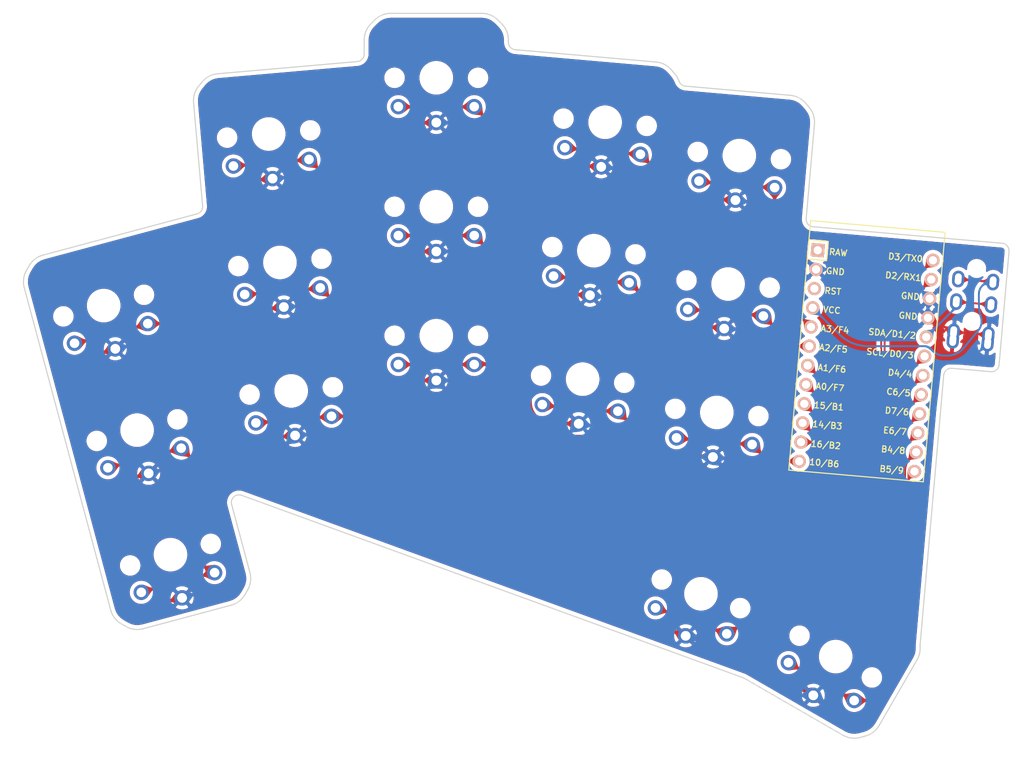
<source format=kicad_pcb>
(kicad_pcb (version 20171130) (host pcbnew "(5.1.10-1-10_14)")
  (title_block (title KEYBOARD_NAME_HERE) (rev VERSION_HERE) (company YOUR_NAME_HERE))
  (layers (0 F.Cu signal) (31 B.Cu signal) (34 B.Paste user) (35 F.Paste user) (36 B.SilkS user) (37 F.SilkS user) (38 B.Mask user) (39 F.Mask user) (44 Edge.Cuts user))
  (net 0 "")
  (net 1 P7)
  (net 2 GND)
  (net 3 P6)
  (net 4 P5)
  (net 5 P4)
  (net 6 P3)
  (net 7 P0)
  (net 8 P1)
  (net 9 P19)
  (net 10 P18)
  (net 11 P15)
  (net 12 P14)
  (net 13 P16)
  (net 14 P10)
  (net 15 P20)
  (net 16 P21)
  (net 17 P8)
  (net 18 P9)
  (net 19 RAW)
  (net 20 RST)
  (net 21 VCC)
  (net 22 P2)
  (module PG1350 (layer F.Cu) (at 52.402636 93.153449 195)
    (fp_text reference S2 hide)
    (fp_text value "" hide)
    (pad "" np_thru_hole circle (at 0 0) (size 3.429 3.429) (drill 3.429) (layers *.Cu *.Mask))
    (pad "" np_thru_hole circle (at 5.5 0) (size 1.7018 1.7018) (drill 1.7018) (layers *.Cu *.Mask))
    (pad "" np_thru_hole circle (at -5.5 0) (size 1.7018 1.7018) (drill 1.7018) (layers *.Cu *.Mask))
    (pad 1 thru_hole circle (at 5 -3.8) (size 2.032 2.032) (drill 1.27) (layers *.Cu *.Mask) (net 1 P7))
    (pad 2 thru_hole circle (at 0 -5.9) (size 2.032 2.032) (drill 1.27) (layers *.Cu *.Mask) (net 2 GND))
    (pad 1 thru_hole circle (at -5 -3.8) (size 2.032 2.032) (drill 1.27) (layers *.Cu *.Mask) (net 1 P7))
    (pad 2 thru_hole circle (at 0 -5.9) (size 2.032 2.032) (drill 1.27) (layers *.Cu *.Mask) (net 2 GND))
  )
  (module PG1350 (layer F.Cu) (at 48.002735 76.732649 195)
    (fp_text reference S4 hide)
    (fp_text value "" hide)
    (pad "" np_thru_hole circle (at 0 0) (size 3.429 3.429) (drill 3.429) (layers *.Cu *.Mask))
    (pad "" np_thru_hole circle (at 5.5 0) (size 1.7018 1.7018) (drill 1.7018) (layers *.Cu *.Mask))
    (pad "" np_thru_hole circle (at -5.5 0) (size 1.7018 1.7018) (drill 1.7018) (layers *.Cu *.Mask))
    (pad 1 thru_hole circle (at 5 -3.8) (size 2.032 2.032) (drill 1.27) (layers *.Cu *.Mask) (net 3 P6))
    (pad 2 thru_hole circle (at 0 -5.9) (size 2.032 2.032) (drill 1.27) (layers *.Cu *.Mask) (net 2 GND))
    (pad 1 thru_hole circle (at -5 -3.8) (size 2.032 2.032) (drill 1.27) (layers *.Cu *.Mask) (net 3 P6))
    (pad 2 thru_hole circle (at 0 -5.9) (size 2.032 2.032) (drill 1.27) (layers *.Cu *.Mask) (net 2 GND))
  )
  (module PG1350 (layer F.Cu) (at 43.602735 60.311949 195)
    (fp_text reference S6 hide)
    (fp_text value "" hide)
    (pad "" np_thru_hole circle (at 0 0) (size 3.429 3.429) (drill 3.429) (layers *.Cu *.Mask))
    (pad "" np_thru_hole circle (at 5.5 0) (size 1.7018 1.7018) (drill 1.7018) (layers *.Cu *.Mask))
    (pad "" np_thru_hole circle (at -5.5 0) (size 1.7018 1.7018) (drill 1.7018) (layers *.Cu *.Mask))
    (pad 1 thru_hole circle (at 5 -3.8) (size 2.032 2.032) (drill 1.27) (layers *.Cu *.Mask) (net 4 P5))
    (pad 2 thru_hole circle (at 0 -5.9) (size 2.032 2.032) (drill 1.27) (layers *.Cu *.Mask) (net 2 GND))
    (pad 1 thru_hole circle (at -5 -3.8) (size 2.032 2.032) (drill 1.27) (layers *.Cu *.Mask) (net 4 P5))
    (pad 2 thru_hole circle (at 0 -5.9) (size 2.032 2.032) (drill 1.27) (layers *.Cu *.Mask) (net 2 GND))
  )
  (module PG1350 (layer F.Cu) (at 68.307636 71.559348 185)
    (fp_text reference S8 hide)
    (fp_text value "" hide)
    (pad "" np_thru_hole circle (at 0 0) (size 3.429 3.429) (drill 3.429) (layers *.Cu *.Mask))
    (pad "" np_thru_hole circle (at 5.5 0) (size 1.7018 1.7018) (drill 1.7018) (layers *.Cu *.Mask))
    (pad "" np_thru_hole circle (at -5.5 0) (size 1.7018 1.7018) (drill 1.7018) (layers *.Cu *.Mask))
    (pad 1 thru_hole circle (at 5 -3.8) (size 2.032 2.032) (drill 1.27) (layers *.Cu *.Mask) (net 5 P4))
    (pad 2 thru_hole circle (at 0 -5.9) (size 2.032 2.032) (drill 1.27) (layers *.Cu *.Mask) (net 2 GND))
    (pad 1 thru_hole circle (at -5 -3.8) (size 2.032 2.032) (drill 1.27) (layers *.Cu *.Mask) (net 5 P4))
    (pad 2 thru_hole circle (at 0 -5.9) (size 2.032 2.032) (drill 1.27) (layers *.Cu *.Mask) (net 2 GND))
  )
  (module PG1350 (layer F.Cu) (at 66.825935 54.624049 185)
    (fp_text reference S10 hide)
    (fp_text value "" hide)
    (pad "" np_thru_hole circle (at 0 0) (size 3.429 3.429) (drill 3.429) (layers *.Cu *.Mask))
    (pad "" np_thru_hole circle (at 5.5 0) (size 1.7018 1.7018) (drill 1.7018) (layers *.Cu *.Mask))
    (pad "" np_thru_hole circle (at -5.5 0) (size 1.7018 1.7018) (drill 1.7018) (layers *.Cu *.Mask))
    (pad 1 thru_hole circle (at 5 -3.8) (size 2.032 2.032) (drill 1.27) (layers *.Cu *.Mask) (net 6 P3))
    (pad 2 thru_hole circle (at 0 -5.9) (size 2.032 2.032) (drill 1.27) (layers *.Cu *.Mask) (net 2 GND))
    (pad 1 thru_hole circle (at -5 -3.8) (size 2.032 2.032) (drill 1.27) (layers *.Cu *.Mask) (net 6 P3))
    (pad 2 thru_hole circle (at 0 -5.9) (size 2.032 2.032) (drill 1.27) (layers *.Cu *.Mask) (net 2 GND))
  )
  (module PG1350 (layer F.Cu) (at 65.344335 37.688747 185)
    (fp_text reference S12 hide)
    (fp_text value "" hide)
    (pad "" np_thru_hole circle (at 0 0) (size 3.429 3.429) (drill 3.429) (layers *.Cu *.Mask))
    (pad "" np_thru_hole circle (at 5.5 0) (size 1.7018 1.7018) (drill 1.7018) (layers *.Cu *.Mask))
    (pad "" np_thru_hole circle (at -5.5 0) (size 1.7018 1.7018) (drill 1.7018) (layers *.Cu *.Mask))
    (pad 1 thru_hole circle (at 5 -3.8) (size 2.032 2.032) (drill 1.27) (layers *.Cu *.Mask) (net 7 P0))
    (pad 2 thru_hole circle (at 0 -5.9) (size 2.032 2.032) (drill 1.27) (layers *.Cu *.Mask) (net 2 GND))
    (pad 1 thru_hole circle (at -5 -3.8) (size 2.032 2.032) (drill 1.27) (layers *.Cu *.Mask) (net 7 P0))
    (pad 2 thru_hole circle (at 0 -5.9) (size 2.032 2.032) (drill 1.27) (layers *.Cu *.Mask) (net 2 GND))
  )
  (module PG1350 (layer F.Cu) (at 87.426936 64.280747 180)
    (fp_text reference S14 hide)
    (fp_text value "" hide)
    (pad "" np_thru_hole circle (at 0 0) (size 3.429 3.429) (drill 3.429) (layers *.Cu *.Mask))
    (pad "" np_thru_hole circle (at 5.5 0) (size 1.7018 1.7018) (drill 1.7018) (layers *.Cu *.Mask))
    (pad "" np_thru_hole circle (at -5.5 0) (size 1.7018 1.7018) (drill 1.7018) (layers *.Cu *.Mask))
    (pad 1 thru_hole circle (at 5 -3.8) (size 2.032 2.032) (drill 1.27) (layers *.Cu *.Mask) (net 8 P1))
    (pad 2 thru_hole circle (at 0 -5.9) (size 2.032 2.032) (drill 1.27) (layers *.Cu *.Mask) (net 2 GND))
    (pad 1 thru_hole circle (at -5 -3.8) (size 2.032 2.032) (drill 1.27) (layers *.Cu *.Mask) (net 8 P1))
    (pad 2 thru_hole circle (at 0 -5.9) (size 2.032 2.032) (drill 1.27) (layers *.Cu *.Mask) (net 2 GND))
  )
  (module PG1350 (layer F.Cu) (at 87.426935 47.280747 180)
    (fp_text reference S16 hide)
    (fp_text value "" hide)
    (pad "" np_thru_hole circle (at 0 0) (size 3.429 3.429) (drill 3.429) (layers *.Cu *.Mask))
    (pad "" np_thru_hole circle (at 5.5 0) (size 1.7018 1.7018) (drill 1.7018) (layers *.Cu *.Mask))
    (pad "" np_thru_hole circle (at -5.5 0) (size 1.7018 1.7018) (drill 1.7018) (layers *.Cu *.Mask))
    (pad 1 thru_hole circle (at 5 -3.8) (size 2.032 2.032) (drill 1.27) (layers *.Cu *.Mask) (net 9 P19))
    (pad 2 thru_hole circle (at 0 -5.9) (size 2.032 2.032) (drill 1.27) (layers *.Cu *.Mask) (net 2 GND))
    (pad 1 thru_hole circle (at -5 -3.8) (size 2.032 2.032) (drill 1.27) (layers *.Cu *.Mask) (net 9 P19))
    (pad 2 thru_hole circle (at 0 -5.9) (size 2.032 2.032) (drill 1.27) (layers *.Cu *.Mask) (net 2 GND))
  )
  (module PG1350 (layer F.Cu) (at 87.426936 30.280749 180)
    (fp_text reference S18 hide)
    (fp_text value "" hide)
    (pad "" np_thru_hole circle (at 0 0) (size 3.429 3.429) (drill 3.429) (layers *.Cu *.Mask))
    (pad "" np_thru_hole circle (at 5.5 0) (size 1.7018 1.7018) (drill 1.7018) (layers *.Cu *.Mask))
    (pad "" np_thru_hole circle (at -5.5 0) (size 1.7018 1.7018) (drill 1.7018) (layers *.Cu *.Mask))
    (pad 1 thru_hole circle (at 5 -3.8) (size 2.032 2.032) (drill 1.27) (layers *.Cu *.Mask) (net 10 P18))
    (pad 2 thru_hole circle (at 0 -5.9) (size 2.032 2.032) (drill 1.27) (layers *.Cu *.Mask) (net 2 GND))
    (pad 1 thru_hole circle (at -5 -3.8) (size 2.032 2.032) (drill 1.27) (layers *.Cu *.Mask) (net 10 P18))
    (pad 2 thru_hole circle (at 0 -5.9) (size 2.032 2.032) (drill 1.27) (layers *.Cu *.Mask) (net 2 GND))
  )
  (module PG1350 (layer F.Cu) (at 106.708534 70.012148 175)
    (fp_text reference S20 hide)
    (fp_text value "" hide)
    (pad "" np_thru_hole circle (at 0 0) (size 3.429 3.429) (drill 3.429) (layers *.Cu *.Mask))
    (pad "" np_thru_hole circle (at 5.5 0) (size 1.7018 1.7018) (drill 1.7018) (layers *.Cu *.Mask))
    (pad "" np_thru_hole circle (at -5.5 0) (size 1.7018 1.7018) (drill 1.7018) (layers *.Cu *.Mask))
    (pad 1 thru_hole circle (at 5 -3.8) (size 2.032 2.032) (drill 1.27) (layers *.Cu *.Mask) (net 11 P15))
    (pad 2 thru_hole circle (at 0 -5.9) (size 2.032 2.032) (drill 1.27) (layers *.Cu *.Mask) (net 2 GND))
    (pad 1 thru_hole circle (at -5 -3.8) (size 2.032 2.032) (drill 1.27) (layers *.Cu *.Mask) (net 11 P15))
    (pad 2 thru_hole circle (at 0 -5.9) (size 2.032 2.032) (drill 1.27) (layers *.Cu *.Mask) (net 2 GND))
  )
  (module PG1350 (layer F.Cu) (at 108.190235 53.076848 175)
    (fp_text reference S22 hide)
    (fp_text value "" hide)
    (pad "" np_thru_hole circle (at 0 0) (size 3.429 3.429) (drill 3.429) (layers *.Cu *.Mask))
    (pad "" np_thru_hole circle (at 5.5 0) (size 1.7018 1.7018) (drill 1.7018) (layers *.Cu *.Mask))
    (pad "" np_thru_hole circle (at -5.5 0) (size 1.7018 1.7018) (drill 1.7018) (layers *.Cu *.Mask))
    (pad 1 thru_hole circle (at 5 -3.8) (size 2.032 2.032) (drill 1.27) (layers *.Cu *.Mask) (net 12 P14))
    (pad 2 thru_hole circle (at 0 -5.9) (size 2.032 2.032) (drill 1.27) (layers *.Cu *.Mask) (net 2 GND))
    (pad 1 thru_hole circle (at -5 -3.8) (size 2.032 2.032) (drill 1.27) (layers *.Cu *.Mask) (net 12 P14))
    (pad 2 thru_hole circle (at 0 -5.9) (size 2.032 2.032) (drill 1.27) (layers *.Cu *.Mask) (net 2 GND))
  )
  (module PG1350 (layer F.Cu) (at 109.671836 36.141448 175)
    (fp_text reference S24 hide)
    (fp_text value "" hide)
    (pad "" np_thru_hole circle (at 0 0) (size 3.429 3.429) (drill 3.429) (layers *.Cu *.Mask))
    (pad "" np_thru_hole circle (at 5.5 0) (size 1.7018 1.7018) (drill 1.7018) (layers *.Cu *.Mask))
    (pad "" np_thru_hole circle (at -5.5 0) (size 1.7018 1.7018) (drill 1.7018) (layers *.Cu *.Mask))
    (pad 1 thru_hole circle (at 5 -3.8) (size 2.032 2.032) (drill 1.27) (layers *.Cu *.Mask) (net 13 P16))
    (pad 2 thru_hole circle (at 0 -5.9) (size 2.032 2.032) (drill 1.27) (layers *.Cu *.Mask) (net 2 GND))
    (pad 1 thru_hole circle (at -5 -3.8) (size 2.032 2.032) (drill 1.27) (layers *.Cu *.Mask) (net 13 P16))
    (pad 2 thru_hole circle (at 0 -5.9) (size 2.032 2.032) (drill 1.27) (layers *.Cu *.Mask) (net 2 GND))
  )
  (module PG1350 (layer F.Cu) (at 124.393135 74.403448 175)
    (fp_text reference S26 hide)
    (fp_text value "" hide)
    (pad "" np_thru_hole circle (at 0 0) (size 3.429 3.429) (drill 3.429) (layers *.Cu *.Mask))
    (pad "" np_thru_hole circle (at 5.5 0) (size 1.7018 1.7018) (drill 1.7018) (layers *.Cu *.Mask))
    (pad "" np_thru_hole circle (at -5.5 0) (size 1.7018 1.7018) (drill 1.7018) (layers *.Cu *.Mask))
    (pad 1 thru_hole circle (at 5 -3.8) (size 2.032 2.032) (drill 1.27) (layers *.Cu *.Mask) (net 14 P10))
    (pad 2 thru_hole circle (at 0 -5.9) (size 2.032 2.032) (drill 1.27) (layers *.Cu *.Mask) (net 2 GND))
    (pad 1 thru_hole circle (at -5 -3.8) (size 2.032 2.032) (drill 1.27) (layers *.Cu *.Mask) (net 14 P10))
    (pad 2 thru_hole circle (at 0 -5.9) (size 2.032 2.032) (drill 1.27) (layers *.Cu *.Mask) (net 2 GND))
  )
  (module PG1350 (layer F.Cu) (at 125.874735 57.468148 175)
    (fp_text reference S28 hide)
    (fp_text value "" hide)
    (pad "" np_thru_hole circle (at 0 0) (size 3.429 3.429) (drill 3.429) (layers *.Cu *.Mask))
    (pad "" np_thru_hole circle (at 5.5 0) (size 1.7018 1.7018) (drill 1.7018) (layers *.Cu *.Mask))
    (pad "" np_thru_hole circle (at -5.5 0) (size 1.7018 1.7018) (drill 1.7018) (layers *.Cu *.Mask))
    (pad 1 thru_hole circle (at 5 -3.8) (size 2.032 2.032) (drill 1.27) (layers *.Cu *.Mask) (net 15 P20))
    (pad 2 thru_hole circle (at 0 -5.9) (size 2.032 2.032) (drill 1.27) (layers *.Cu *.Mask) (net 2 GND))
    (pad 1 thru_hole circle (at -5 -3.8) (size 2.032 2.032) (drill 1.27) (layers *.Cu *.Mask) (net 15 P20))
    (pad 2 thru_hole circle (at 0 -5.9) (size 2.032 2.032) (drill 1.27) (layers *.Cu *.Mask) (net 2 GND))
  )
  (module PG1350 (layer F.Cu) (at 127.356436 40.532848 175)
    (fp_text reference S30 hide)
    (fp_text value "" hide)
    (pad "" np_thru_hole circle (at 0 0) (size 3.429 3.429) (drill 3.429) (layers *.Cu *.Mask))
    (pad "" np_thru_hole circle (at 5.5 0) (size 1.7018 1.7018) (drill 1.7018) (layers *.Cu *.Mask))
    (pad "" np_thru_hole circle (at -5.5 0) (size 1.7018 1.7018) (drill 1.7018) (layers *.Cu *.Mask))
    (pad 1 thru_hole circle (at 5 -3.8) (size 2.032 2.032) (drill 1.27) (layers *.Cu *.Mask) (net 16 P21))
    (pad 2 thru_hole circle (at 0 -5.9) (size 2.032 2.032) (drill 1.27) (layers *.Cu *.Mask) (net 2 GND))
    (pad 1 thru_hole circle (at -5 -3.8) (size 2.032 2.032) (drill 1.27) (layers *.Cu *.Mask) (net 16 P21))
    (pad 2 thru_hole circle (at 0 -5.9) (size 2.032 2.032) (drill 1.27) (layers *.Cu *.Mask) (net 2 GND))
  )
  (module PG1350 (layer F.Cu) (at 122.301335 98.312149 160)
    (fp_text reference S32 hide)
    (fp_text value "" hide)
    (pad "" np_thru_hole circle (at 0 0) (size 3.429 3.429) (drill 3.429) (layers *.Cu *.Mask))
    (pad "" np_thru_hole circle (at 5.5 0) (size 1.7018 1.7018) (drill 1.7018) (layers *.Cu *.Mask))
    (pad "" np_thru_hole circle (at -5.5 0) (size 1.7018 1.7018) (drill 1.7018) (layers *.Cu *.Mask))
    (pad 1 thru_hole circle (at 5 -3.8) (size 2.032 2.032) (drill 1.27) (layers *.Cu *.Mask) (net 17 P8))
    (pad 2 thru_hole circle (at 0 -5.9) (size 2.032 2.032) (drill 1.27) (layers *.Cu *.Mask) (net 2 GND))
    (pad 1 thru_hole circle (at -5 -3.8) (size 2.032 2.032) (drill 1.27) (layers *.Cu *.Mask) (net 17 P8))
    (pad 2 thru_hole circle (at 0 -5.9) (size 2.032 2.032) (drill 1.27) (layers *.Cu *.Mask) (net 2 GND))
  )
  (module PG1350 (layer F.Cu) (at 140.053535 106.590147 150)
    (fp_text reference S34 hide)
    (fp_text value "" hide)
    (pad "" np_thru_hole circle (at 0 0) (size 3.429 3.429) (drill 3.429) (layers *.Cu *.Mask))
    (pad "" np_thru_hole circle (at 5.5 0) (size 1.7018 1.7018) (drill 1.7018) (layers *.Cu *.Mask))
    (pad "" np_thru_hole circle (at -5.5 0) (size 1.7018 1.7018) (drill 1.7018) (layers *.Cu *.Mask))
    (pad 1 thru_hole circle (at 5 -3.8) (size 2.032 2.032) (drill 1.27) (layers *.Cu *.Mask) (net 18 P9))
    (pad 2 thru_hole circle (at 0 -5.9) (size 2.032 2.032) (drill 1.27) (layers *.Cu *.Mask) (net 2 GND))
    (pad 1 thru_hole circle (at -5 -3.8) (size 2.032 2.032) (drill 1.27) (layers *.Cu *.Mask) (net 18 P9))
    (pad 2 thru_hole circle (at 0 -5.9) (size 2.032 2.032) (drill 1.27) (layers *.Cu *.Mask) (net 2 GND))
  )
  (module ProMicro (layer F.Cu) (at 144.061535 67.591748 265)
    (fp_text reference C1 hide)
    (fp_text value "" hide)
    (fp_text user RAW (at -13.904557 6.196978 355) (layer F.SilkS) (effects (font (size 0.8 0.8)) (justify left)))
    (fp_text user GND (at -11.379208 6.377567 355) (layer F.SilkS) (effects (font (size 0.8 0.8)) (justify left)))
    (fp_text user RST (at -8.754506 6.348699 355) (layer F.SilkS) (effects (font (size 0.8 0.8)) (justify left)))
    (fp_text user VCC (at -6.263752 6.33155 355) (layer F.SilkS) (effects (font (size 0.8 0.8)) (justify left)))
    (fp_text user A3/F4 (at -3.747119 6.41252 355) (layer F.SilkS) (effects (font (size 0.8 0.8)) (justify left)))
    (fp_text user A2/F5 (at -1.239201 6.393869 355) (layer F.SilkS) (effects (font (size 0.8 0.8)) (justify left)))
    (fp_text user A1/F6 (at 1.406757 6.363142 355) (layer F.SilkS) (effects (font (size 0.8 0.8)) (justify left)))
    (fp_text user A0/F7 (at 3.880612 6.397662 355) (layer F.SilkS) (effects (font (size 0.8 0.8)) (justify left)))
    (fp_text user 15/B1 (at 6.392888 6.428822 355) (layer F.SilkS) (effects (font (size 0.8 0.8)) (justify left)))
    (fp_text user 14/B3 (at 8.900805 6.410171 355) (layer F.SilkS) (effects (font (size 0.8 0.8)) (justify left)))
    (fp_text user 16/B2 (at 11.508343 6.382805 355) (layer F.SilkS) (effects (font (size 0.8 0.8)) (justify left)))
    (fp_text user 10/B6 (at 13.916641 6.37287 355) (layer F.SilkS) (effects (font (size 0.8 0.8)) (justify left)))
    (fp_text user D3/TX0 (at -13.997809 -6.342611 355) (layer F.SilkS) (effects (font (size 0.8 0.8)) (justify right)))
    (fp_text user D2/RX1 (at -11.489891 -6.361262 355) (layer F.SilkS) (effects (font (size 0.8 0.8)) (justify right)))
    (fp_text user GND (at -8.981973 -6.379912 355) (layer F.SilkS) (effects (font (size 0.8 0.8)) (justify right)))
    (fp_text user GND (at -6.36572 -6.307658 355) (layer F.SilkS) (effects (font (size 0.8 0.8)) (justify right)))
    (fp_text user SDA/D1/2 (at -3.857802 -6.326309 355) (layer F.SilkS) (effects (font (size 0.8 0.8)) (justify right)))
    (fp_text user SCL/D0/3 (at -1.241549 -6.254055 355) (layer F.SilkS) (effects (font (size 0.8 0.8)) (justify right)))
    (fp_text user D4/4 (at 1.266369 -6.272706 355) (layer F.SilkS) (effects (font (size 0.8 0.8)) (justify right)))
    (fp_text user C6/5 (at 3.774286 -6.291356 355) (layer F.SilkS) (effects (font (size 0.8 0.8)) (justify right)))
    (fp_text user D7/6 (at 6.282204 -6.310007 355) (layer F.SilkS) (effects (font (size 0.8 0.8)) (justify right)))
    (fp_text user E6/7 (at 8.898457 -6.237753 355) (layer F.SilkS) (effects (font (size 0.8 0.8)) (justify right)))
    (fp_text user B4/8 (at 11.406375 -6.256404 355) (layer F.SilkS) (effects (font (size 0.8 0.8)) (justify right)))
    (fp_text user B5/9 (at 14.013913 -6.28377 355) (layer F.SilkS) (effects (font (size 0.8 0.8)) (justify right)))
    (pad 1 thru_hole rect (at -13.97 7.62 265) (size 1.7526 1.7526) (drill 1.0922) (layers *.Cu *.SilkS *.Mask) (net 19 RAW))
    (pad 2 thru_hole circle (at -11.43 7.62) (size 1.7526 1.7526) (drill 1.0922) (layers *.Cu *.SilkS *.Mask) (net 2 GND))
    (pad 3 thru_hole circle (at -8.89 7.62) (size 1.7526 1.7526) (drill 1.0922) (layers *.Cu *.SilkS *.Mask) (net 20 RST))
    (pad 4 thru_hole circle (at -6.35 7.62) (size 1.7526 1.7526) (drill 1.0922) (layers *.Cu *.SilkS *.Mask) (net 21 VCC))
    (pad 5 thru_hole circle (at -3.81 7.62) (size 1.7526 1.7526) (drill 1.0922) (layers *.Cu *.SilkS *.Mask) (net 16 P21))
    (pad 6 thru_hole circle (at -1.27 7.62) (size 1.7526 1.7526) (drill 1.0922) (layers *.Cu *.SilkS *.Mask) (net 15 P20))
    (pad 7 thru_hole circle (at 1.27 7.62) (size 1.7526 1.7526) (drill 1.0922) (layers *.Cu *.SilkS *.Mask) (net 9 P19))
    (pad 8 thru_hole circle (at 3.81 7.62) (size 1.7526 1.7526) (drill 1.0922) (layers *.Cu *.SilkS *.Mask) (net 10 P18))
    (pad 9 thru_hole circle (at 6.35 7.62) (size 1.7526 1.7526) (drill 1.0922) (layers *.Cu *.SilkS *.Mask) (net 11 P15))
    (pad 10 thru_hole circle (at 8.89 7.62) (size 1.7526 1.7526) (drill 1.0922) (layers *.Cu *.SilkS *.Mask) (net 12 P14))
    (pad 11 thru_hole circle (at 11.43 7.62) (size 1.7526 1.7526) (drill 1.0922) (layers *.Cu *.SilkS *.Mask) (net 13 P16))
    (pad 12 thru_hole circle (at 13.97 7.62) (size 1.7526 1.7526) (drill 1.0922) (layers *.Cu *.SilkS *.Mask) (net 14 P10))
    (pad 13 thru_hole circle (at -13.97 -7.62) (size 1.7526 1.7526) (drill 1.0922) (layers *.Cu *.SilkS *.Mask) (net 8 P1))
    (pad 14 thru_hole circle (at -11.43 -7.62) (size 1.7526 1.7526) (drill 1.0922) (layers *.Cu *.SilkS *.Mask) (net 7 P0))
    (pad 15 thru_hole circle (at -8.89 -7.62) (size 1.7526 1.7526) (drill 1.0922) (layers *.Cu *.SilkS *.Mask) (net 2 GND))
    (pad 16 thru_hole circle (at -6.35 -7.62) (size 1.7526 1.7526) (drill 1.0922) (layers *.Cu *.SilkS *.Mask) (net 2 GND))
    (pad 17 thru_hole circle (at -3.81 -7.62) (size 1.7526 1.7526) (drill 1.0922) (layers *.Cu *.SilkS *.Mask) (net 22 P2))
    (pad 18 thru_hole circle (at -1.27 -7.62) (size 1.7526 1.7526) (drill 1.0922) (layers *.Cu *.SilkS *.Mask) (net 6 P3))
    (pad 19 thru_hole circle (at 1.27 -7.62) (size 1.7526 1.7526) (drill 1.0922) (layers *.Cu *.SilkS *.Mask) (net 5 P4))
    (pad 20 thru_hole circle (at 3.81 -7.62) (size 1.7526 1.7526) (drill 1.0922) (layers *.Cu *.SilkS *.Mask) (net 4 P5))
    (pad 21 thru_hole circle (at 6.35 -7.62) (size 1.7526 1.7526) (drill 1.0922) (layers *.Cu *.SilkS *.Mask) (net 3 P6))
    (pad 22 thru_hole circle (at 8.89 -7.62) (size 1.7526 1.7526) (drill 1.0922) (layers *.Cu *.SilkS *.Mask) (net 1 P7))
    (pad 23 thru_hole circle (at 11.43 -7.62) (size 1.7526 1.7526) (drill 1.0922) (layers *.Cu *.SilkS *.Mask) (net 17 P8))
    (pad 24 thru_hole circle (at 13.97 -7.62) (size 1.7526 1.7526) (drill 1.0922) (layers *.Cu *.SilkS *.Mask) (net 18 P9))
  )
  (module TRRS-PJ-320A-dual (layer F.Cu) (at 161.059035 54.021558 355)
    (fp_text reference T1 hide)
    (fp_text value "" hide)
    (pad "" np_thru_hole circle (at -2.3 8.6) (size 1.5 1.5) (drill 1.5) (layers *.Cu *.Mask))
    (pad "" np_thru_hole circle (at -2.3 1.6) (size 1.5 1.5) (drill 1.5) (layers *.Cu *.Mask))
    (pad 1 thru_hole oval (at 0 11.3 355) (size 1.6 2.2) (drill oval 0.9 1.5) (layers *.Cu *.Mask) (net 2 GND))
    (pad 2 thru_hole oval (at -4.6 10.2 355) (size 1.6 2.2) (drill oval 0.9 1.5) (layers *.Cu *.Mask) (net 2 GND))
    (pad 3 thru_hole oval (at -4.6 6.2 355) (size 1.6 2.2) (drill oval 0.9 1.5) (layers *.Cu *.Mask) (net 22 P2))
    (pad 4 thru_hole oval (at -4.6 3.2 355) (size 1.6 2.2) (drill oval 0.9 1.5) (layers *.Cu *.Mask) (net 21 VCC))
    (pad 1 thru_hole oval (at -4.6 11.3 355) (size 1.6 2.2) (drill oval 0.9 1.5) (layers *.Cu *.Mask) (net 2 GND))
    (pad 2 thru_hole oval (at 0 10.2 355) (size 1.6 2.2) (drill oval 0.9 1.5) (layers *.Cu *.Mask) (net 2 GND))
    (pad 3 thru_hole oval (at 0 6.2 355) (size 1.6 2.2) (drill oval 0.9 1.5) (layers *.Cu *.Mask) (net 22 P2))
    (pad 4 thru_hole oval (at 0 3.2 355) (size 1.6 2.2) (drill oval 0.9 1.5) (layers *.Cu *.Mask) (net 21 VCC))
  )
  (gr_line (start 46.52989 102.616604) (end 45.918859 102.263826) (angle 90) (layer Edge.Cuts) (width 0.15))
  (gr_arc (start 47.41819 99.665362) (end 44.520411 100.441818) (angle -45) (layer Edge.Cuts) (width 0.15))
  (gr_line (start 33.132373 57.941083) (end 44.520411 100.441818) (angle 90) (layer Edge.Cuts) (width 0.15))
  (gr_line (start 60.46148 86.52434) (end 62.873002 95.524257) (angle 90) (layer Edge.Cuts) (width 0.15))
  (gr_arc (start 59.975223 96.300714) (end 62.5733 97.800714) (angle -45) (layer Edge.Cuts) (width 0.15))
  (gr_line (start 62.572915 97.801385) (end 62.220135 98.412416) (angle 90) (layer Edge.Cuts) (width 0.15))
  (gr_arc (start 59.621671 96.913087) (end 60.398128 99.810864) (angle -45) (layer Edge.Cuts) (width 0.15))
  (gr_line (start 60.398128 99.810864) (end 48.807018 102.916693) (angle 90) (layer Edge.Cuts) (width 0.15))
  (gr_arc (start 48.03056 100.018915) (end 46.530562 102.616991) (angle -44.99999992) (layer Edge.Cuts) (width 0.15))
  (gr_arc (start 36.030151 57.164627) (end 33.432075 55.664625) (angle -44.99999992) (layer Edge.Cuts) (width 0.15))
  (gr_line (start 33.432462 55.663956) (end 33.785241 55.052926) (angle 90) (layer Edge.Cuts) (width 0.15))
  (gr_arc (start 36.383704 56.552252) (end 35.607249 53.654478) (angle -45) (layer Edge.Cuts) (width 0.15))
  (gr_line (start 35.607249 53.654478) (end 55.899654 48.21714) (angle 90) (layer Edge.Cuts) (width 0.15))
  (gr_line (start 55.444705 33.535743) (end 56.637028 47.164062) (angle 90) (layer Edge.Cuts) (width 0.15))
  (gr_arc (start 58.43329 33.274274) (end 56.135156 31.345912) (angle -45) (layer Edge.Cuts) (width 0.15))
  (gr_line (start 56.135652 31.345319) (end 56.589176 30.80483) (angle 90) (layer Edge.Cuts) (width 0.15))
  (gr_arc (start 58.887808 32.7326) (end 58.626343 29.744017) (angle -45) (layer Edge.Cuts) (width 0.15))
  (gr_line (start 58.626343 29.744017) (end 77.014054 28.135301) (angle 90) (layer Edge.Cuts) (width 0.15))
  (gr_line (start 77.926898 27.139105) (end 77.926897 25.28076) (angle 90) (layer Edge.Cuts) (width 0.15))
  (gr_arc (start 80.926898 25.28076) (end 78.80558 23.159438) (angle -45) (layer Edge.Cuts) (width 0.15))
  (gr_line (start 78.806126 23.158891) (end 79.30503 22.659987) (angle 90) (layer Edge.Cuts) (width 0.15))
  (gr_arc (start 81.426898 24.78076) (end 81.426898 21.78076) (angle -45) (layer Edge.Cuts) (width 0.15))
  (gr_line (start 81.426898 21.78076) (end 93.4269 21.78076) (angle 90) (layer Edge.Cuts) (width 0.15))
  (gr_arc (start 93.426899 24.780761) (end 95.54822 22.65944) (angle -45) (layer Edge.Cuts) (width 0.15))
  (gr_line (start 95.548767 22.659987) (end 96.047674 23.158892) (angle 90) (layer Edge.Cuts) (width 0.15))
  (gr_arc (start 93.926898 25.280761) (end 96.926898 25.28076) (angle -45) (layer Edge.Cuts) (width 0.15))
  (gr_line (start 96.926898 25.28076) (end 96.926899 25.577658) (angle 90) (layer Edge.Cuts) (width 0.15))
  (gr_line (start 97.839742 26.573854) (end 116.389833 28.196775) (angle 90) (layer Edge.Cuts) (width 0.15))
  (gr_arc (start 116.128367 31.185361) (end 118.426499 29.256998) (angle -45) (layer Edge.Cuts) (width 0.15))
  (gr_line (start 118.426999 29.257589) (end 118.880522 29.798079) (angle 90) (layer Edge.Cuts) (width 0.15))
  (gr_arc (start 116.582886 31.727035) (end 119.408631 30.719481) (angle -20.37568221) (layer Edge.Cuts) (width 0.15))
  (gr_line (start 151.171633 105.07703) (end 154.285092 69.490032) (angle 90) (layer Edge.Cuts) (width 0.15))
  (gr_line (start 137.075625 49.915643) (end 161.980492 52.094535) (angle 90) (layer Edge.Cuts) (width 0.15))
  (gr_line (start 161.582196 68.120806) (end 162.889532 53.177886) (angle 90) (layer Edge.Cuts) (width 0.15))
  (gr_line (start 160.498845 69.029846) (end 155.368442 68.580993) (angle 90) (layer Edge.Cuts) (width 0.15))
  (gr_line (start 120.26339 31.379825) (end 134.074397 32.588131) (angle 90) (layer Edge.Cuts) (width 0.15))
  (gr_arc (start 133.812928 35.576714) (end 136.111062 33.648352) (angle -45) (layer Edge.Cuts) (width 0.15))
  (gr_line (start 136.111559 33.648947) (end 136.565084 34.189433) (angle 90) (layer Edge.Cuts) (width 0.15))
  (gr_arc (start 134.26745 36.11839) (end 137.256033 36.379858) (angle -45) (layer Edge.Cuts) (width 0.15))
  (gr_line (start 136.166587 48.83229) (end 137.256033 36.379858) (angle 90) (layer Edge.Cuts) (width 0.15))
  (gr_line (start 61.769427 85.325829) (end 127.851435 109.377713) (angle 90) (layer Edge.Cuts) (width 0.15))
  (gr_arc (start 148.182809 105.510037) (end 150.780883 107.010038) (angle -34.9601627) (layer Edge.Cuts) (width 0.15))
  (gr_line (start 150.780884 107.010038) (end 145.780885 115.670291) (angle 90) (layer Edge.Cuts) (width 0.15))
  (gr_arc (start 143.182808 114.170292) (end 143.959265 117.06807) (angle -45) (layer Edge.Cuts) (width 0.15))
  (gr_line (start 143.958516 117.068269) (end 143.277001 117.250882) (angle 90) (layer Edge.Cuts) (width 0.15))
  (gr_arc (start 142.499796 114.353304) (end 140.999795 116.951382) (angle -45) (layer Edge.Cuts) (width 0.15))
  (gr_line (start 128.009414 109.45138) (end 140.999795 116.951382) (angle 90) (layer Edge.Cuts) (width 0.15))
  (gr_arc (start 55.640834 47.251216) (end 55.899654 48.21714) (angle -79.99999966) (layer Edge.Cuts) (width 0.15))
  (gr_arc (start 76.926899 27.139107) (end 77.014054 28.135301) (angle -85.00000245) (layer Edge.Cuts) (width 0.15))
  (gr_arc (start 97.9269 25.577659) (end 96.926899 25.577658) (angle -85.00000245) (layer Edge.Cuts) (width 0.15))
  (gr_arc (start 120.350545 30.38363) (end 119.408631 30.719481) (angle -65.37568466) (layer Edge.Cuts) (width 0.15))
  (gr_arc (start 137.16278 48.919447) (end 136.166587 48.83229) (angle -90) (layer Edge.Cuts) (width 0.15))
  (gr_arc (start 161.893338 53.09073) (end 162.889532 53.177886) (angle -90) (layer Edge.Cuts) (width 0.15))
  (gr_arc (start 160.586 68.033651) (end 160.498845 69.029846) (angle -90) (layer Edge.Cuts) (width 0.15))
  (gr_arc (start 155.281286 69.577188) (end 155.368442 68.580993) (angle -90) (layer Edge.Cuts) (width 0.15))
  (gr_arc (start 152.167827 105.164185) (end 151.171633 105.07703) (angle -9.960160253) (layer Edge.Cuts) (width 0.15))
  (gr_arc (start 127.509413 110.317406) (end 128.009414 109.45138) (angle -10.00000203) (layer Edge.Cuts) (width 0.15))
  (gr_arc (start 61.427407 86.265522) (end 61.769427 85.325829) (angle -124.999996) (layer Edge.Cuts) (width 0.15))
  (segment (start 115.928576 87.98807) (end 116.440238 88.143281) (width 0.25) (layer F.Cu) (net 1))
  (segment (start 144.832498 88.255776) (end 144.383478 88.3) (width 0.25) (layer F.Cu) (net 1))
  (segment (start 57.332855 95.137501) (end 57.358686 95.293964) (width 0.25) (layer F.Cu) (net 1))
  (segment (start 114.105146 86.895149) (end 114.518463 87.23435) (width 0.25) (layer F.Cu) (net 1))
  (segment (start 72.336184 79.207245) (end 71.966748 79.404712) (width 0.25) (layer F.Cu) (net 1))
  (segment (start 59.879675 81.30002) (end 59.720299 81.315718) (width 0.25) (layer F.Cu) (net 1))
  (segment (start 102.161377 81.03772) (end 102.54071 81.07508) (width 0.25) (layer F.Cu) (net 1))
  (segment (start 149.687684 78.302086) (end 149.46128 78.57796) (width 0.25) (layer F.Cu) (net 1))
  (segment (start 58.031439 82.553189) (end 57.91209 82.672538) (width 0.25) (layer F.Cu) (net 1))
  (segment (start 70.998427 80.199393) (end 70.674614 80.465139) (width 0.25) (layer F.Cu) (net 1))
  (segment (start 57.154312 94.879532) (end 57.262717 94.995275) (width 0.25) (layer F.Cu) (net 1))
  (segment (start 145.706785 88.036779) (end 145.27502 88.167753) (width 0.25) (layer F.Cu) (net 1))
  (segment (start 56.325061 94.238239) (end 56.489987 94.414328) (width 0.25) (layer F.Cu) (net 1))
  (segment (start 81.665313 78.365785) (end 81.397343 78.509018) (width 0.25) (layer F.Cu) (net 1))
  (segment (start 100.734462 80.527162) (end 101.070622 80.706844) (width 0.25) (layer F.Cu) (net 1))
  (segment (start 82.152829 78.004219) (end 81.917952 78.196977) (width 0.25) (layer F.Cu) (net 1))
  (segment (start 57.167981 95.714859) (end 57.033315 95.798601) (width 0.25) (layer F.Cu) (net 1))
  (segment (start 148.314112 85.673635) (end 148.101421 86.071551) (width 0.25) (layer F.Cu) (net 1))
  (segment (start 108.360488 81.591629) (end 108.832038 81.843678) (width 0.25) (layer F.Cu) (net 1))
  (segment (start 90.250323 77.080086) (end 90.541087 77.168289) (width 0.25) (layer F.Cu) (net 1))
  (segment (start 91.792147 78.004221) (end 92.027024 78.19698) (width 0.25) (layer F.Cu) (net 1))
  (segment (start 109.276613 82.140733) (end 109.689931 82.479934) (width 0.25) (layer F.Cu) (net 1))
  (segment (start 56.671379 94.573405) (end 56.867489 94.713935) (width 0.25) (layer F.Cu) (net 1))
  (segment (start 59.563228 81.346961) (end 59.409977 81.39345) (width 0.25) (layer F.Cu) (net 1))
  (segment (start 146.521549 87.651425) (end 146.123632 87.864115) (width 0.25) (layer F.Cu) (net 1))
  (segment (start 148.958201 79.519155) (end 148.854604 79.86067) (width 0.25) (layer F.Cu) (net 1))
  (segment (start 92.828354 78.6253) (end 93.119118 78.713502) (width 0.25) (layer F.Cu) (net 1))
  (segment (start 149.263007 78.874697) (end 149.094774 79.189439) (width 0.25) (layer F.Cu) (net 1))
  (segment (start 106.830428 81.127489) (end 106.298317 81.07508) (width 0.25) (layer F.Cu) (net 1))
  (segment (start 81.116625 78.625295) (end 80.825861 78.713497) (width 0.25) (layer F.Cu) (net 1))
  (segment (start 92.279665 78.365789) (end 92.547635 78.509022) (width 0.25) (layer F.Cu) (net 1))
  (segment (start 58.743994 81.840634) (end 58.627005 81.957623) (width 0.25) (layer F.Cu) (net 1))
  (segment (start 148.75 83.933479) (end 148.705775 84.3825) (width 0.25) (layer F.Cu) (net 1))
  (segment (start 84.295046 76.991025) (end 83.992662 77.020808) (width 0.25) (layer F.Cu) (net 1))
  (segment (start 148.617751 84.825023) (end 148.486777 85.256788) (width 0.25) (layer F.Cu) (net 1))
  (segment (start 59.262021 81.454735) (end 59.120784 81.530228) (width 0.25) (layer F.Cu) (net 1))
  (segment (start 55.916893 93.657017) (end 56.078538 93.916963) (width 0.25) (layer F.Cu) (net 1))
  (segment (start 148.78498 80.210695) (end 148.75 80.565859) (width 0.25) (layer F.Cu) (net 1))
  (segment (start 83.12317 77.284566) (end 82.8552 77.427798) (width 0.25) (layer F.Cu) (net 1))
  (segment (start 98.905619 79.170799) (end 99.241779 79.350481) (width 0.25) (layer F.Cu) (net 1))
  (segment (start 80.527852 78.772774) (end 80.225468 78.802556) (width 0.25) (layer F.Cu) (net 1))
  (segment (start 101.422777 80.85271) (end 101.787532 80.963357) (width 0.25) (layer F.Cu) (net 1))
  (segment (start 100.122884 80.073585) (end 100.417531 80.315396) (width 0.25) (layer F.Cu) (net 1))
  (segment (start 114.963038 87.531405) (end 115.434589 87.783454) (width 0.25) (layer F.Cu) (net 1))
  (segment (start 147.245478 87.114522) (end 146.896702 87.400755) (width 0.25) (layer F.Cu) (net 1))
  (segment (start 69.569866 81.055639) (end 69.169005 81.177239) (width 0.25) (layer F.Cu) (net 1))
  (segment (start 58.510017 82.074611) (end 58.393028 82.1916) (width 0.25) (layer F.Cu) (net 1))
  (segment (start 116.964651 88.247592) (end 117.496762 88.3) (width 0.25) (layer F.Cu) (net 1))
  (segment (start 89.952313 77.020808) (end 89.649928 76.991025) (width 0.25) (layer F.Cu) (net 1))
  (segment (start 147.850752 86.446705) (end 147.564519 86.795481) (width 0.25) (layer F.Cu) (net 1))
  (segment (start 82.602561 77.596607) (end 82.367683 77.789365) (width 0.25) (layer F.Cu) (net 1))
  (segment (start 97.814864 78.839922) (end 97.435531 78.80256) (width 0.25) (layer F.Cu) (net 1))
  (segment (start 83.694653 77.080086) (end 83.403889 77.168288) (width 0.25) (layer F.Cu) (net 1))
  (segment (start 98.188709 78.914284) (end 98.553464 79.024932) (width 0.25) (layer F.Cu) (net 1))
  (segment (start 71.618447 79.63744) (end 71.294634 79.903186) (width 0.25) (layer F.Cu) (net 1))
  (segment (start 68.758155 81.258961) (end 68.341274 81.30002) (width 0.25) (layer F.Cu) (net 1))
  (segment (start 58.987626 81.619202) (end 58.86383 81.720798) (width 0.25) (layer F.Cu) (net 1))
  (segment (start 73.951787 78.802556) (end 73.534906 78.843616) (width 0.25) (layer F.Cu) (net 1))
  (segment (start 57.337988 95.451187) (end 57.272541 95.595632) (width 0.25) (layer F.Cu) (net 1))
  (segment (start 73.124056 78.925339) (end 72.723195 79.046939) (width 0.25) (layer F.Cu) (net 1))
  (segment (start 91.342417 77.596609) (end 91.577295 77.789368) (width 0.25) (layer F.Cu) (net 1))
  (segment (start 90.821806 77.284566) (end 91.089776 77.427799) (width 0.25) (layer F.Cu) (net 1))
  (segment (start 107.35484 81.231801) (end 107.866502 81.387012) (width 0.25) (layer F.Cu) (net 1))
  (segment (start 99.558709 79.562247) (end 99.853356 79.804058) (width 0.25) (layer F.Cu) (net 1))
  (segment (start 58.270138 82.31449) (end 58.150789 82.433839) (width 0.25) (layer F.Cu) (net 1))
  (segment (start 93.417129 78.772779) (end 93.719514 78.80256) (width 0.25) (layer F.Cu) (net 1))
  (segment (start 55.67368 93.095991) (end 55.781506 93.382478) (width 0.25) (layer F.Cu) (net 1))
  (segment (start 70.326313 80.697867) (end 69.956877 80.895334) (width 0.25) (layer F.Cu) (net 1))
  (segment (start 81.665313 78.365785) (end 81.917952 78.196977) (width 0.25) (layer F.Cu) (net 1))
  (segment (start 69.169005 81.177239) (end 68.758155 81.258961) (width 0.25) (layer F.Cu) (net 1))
  (segment (start 149.46128 78.57796) (end 149.263007 78.874697) (width 0.25) (layer F.Cu) (net 1))
  (segment (start 73.534906 78.843616) (end 73.124056 78.925339) (width 0.25) (layer F.Cu) (net 1))
  (segment (start 70.674614 80.465139) (end 70.326313 80.697867) (width 0.25) (layer F.Cu) (net 1))
  (segment (start 91.342417 77.596609) (end 91.089776 77.427799) (width 0.25) (layer F.Cu) (net 1))
  (segment (start 57.167981 95.714859) (end 57.272541 95.595632) (width 0.25) (layer F.Cu) (net 1))
  (segment (start 148.101421 86.071551) (end 147.850752 86.446705) (width 0.25) (layer F.Cu) (net 1))
  (segment (start 148.705775 84.3825) (end 148.617751 84.825023) (width 0.25) (layer F.Cu) (net 1))
  (segment (start 114.518463 87.23435) (end 114.963038 87.531405) (width 0.25) (layer F.Cu) (net 1))
  (segment (start 83.992662 77.020808) (end 83.694653 77.080086) (width 0.25) (layer F.Cu) (net 1))
  (segment (start 59.720299 81.315718) (end 59.563228 81.346961) (width 0.25) (layer F.Cu) (net 1))
  (segment (start 146.521549 87.651425) (end 146.896702 87.400755) (width 0.25) (layer F.Cu) (net 1))
  (segment (start 82.8552 77.427798) (end 82.602561 77.596607) (width 0.25) (layer F.Cu) (net 1))
  (segment (start 116.440238 88.143281) (end 116.964651 88.247592) (width 0.25) (layer F.Cu) (net 1))
  (segment (start 148.854604 79.86067) (end 148.78498 80.210695) (width 0.25) (layer F.Cu) (net 1))
  (segment (start 71.966748 79.404712) (end 71.618447 79.63744) (width 0.25) (layer F.Cu) (net 1))
  (segment (start 80.825861 78.713497) (end 80.527852 78.772774) (width 0.25) (layer F.Cu) (net 1))
  (segment (start 144.832498 88.255776) (end 145.27502 88.167753) (width 0.25) (layer F.Cu) (net 1))
  (segment (start 90.250323 77.080086) (end 89.952313 77.020808) (width 0.25) (layer F.Cu) (net 1))
  (segment (start 93.119118 78.713502) (end 93.417129 78.772779) (width 0.25) (layer F.Cu) (net 1))
  (segment (start 97.814864 78.839922) (end 98.188709 78.914284) (width 0.25) (layer F.Cu) (net 1))
  (segment (start 102.161377 81.03772) (end 101.787532 80.963357) (width 0.25) (layer F.Cu) (net 1))
  (segment (start 99.241779 79.350481) (end 99.558709 79.562247) (width 0.25) (layer F.Cu) (net 1))
  (segment (start 108.832038 81.843678) (end 109.276613 82.140733) (width 0.25) (layer F.Cu) (net 1))
  (segment (start 59.120784 81.530228) (end 58.987626 81.619202) (width 0.25) (layer F.Cu) (net 1))
  (segment (start 56.489987 94.414328) (end 56.671379 94.573405) (width 0.25) (layer F.Cu) (net 1))
  (segment (start 106.830428 81.127489) (end 107.35484 81.231801) (width 0.25) (layer F.Cu) (net 1))
  (segment (start 57.332855 95.137501) (end 57.262717 94.995275) (width 0.25) (layer F.Cu) (net 1))
  (segment (start 58.031439 82.553189) (end 58.150789 82.433839) (width 0.25) (layer F.Cu) (net 1))
  (segment (start 55.916893 93.657017) (end 55.781506 93.382478) (width 0.25) (layer F.Cu) (net 1))
  (segment (start 58.627005 81.957623) (end 58.510017 82.074611) (width 0.25) (layer F.Cu) (net 1))
  (segment (start 100.734462 80.527162) (end 100.417531 80.315396) (width 0.25) (layer F.Cu) (net 1))
  (segment (start 92.027024 78.19698) (end 92.279665 78.365789) (width 0.25) (layer F.Cu) (net 1))
  (segment (start 148.958201 79.519155) (end 149.094774 79.189439) (width 0.25) (layer F.Cu) (net 1))
  (segment (start 145.706785 88.036779) (end 146.123632 87.864115) (width 0.25) (layer F.Cu) (net 1))
  (segment (start 98.905619 79.170799) (end 98.553464 79.024932) (width 0.25) (layer F.Cu) (net 1))
  (segment (start 115.928576 87.98807) (end 115.434589 87.783454) (width 0.25) (layer F.Cu) (net 1))
  (segment (start 72.336184 79.207245) (end 72.723195 79.046939) (width 0.25) (layer F.Cu) (net 1))
  (segment (start 81.397343 78.509018) (end 81.116625 78.625295) (width 0.25) (layer F.Cu) (net 1))
  (segment (start 57.358686 95.293964) (end 57.337988 95.451187) (width 0.25) (layer F.Cu) (net 1))
  (segment (start 83.12317 77.284566) (end 83.403889 77.168288) (width 0.25) (layer F.Cu) (net 1))
  (segment (start 148.314112 85.673635) (end 148.486777 85.256788) (width 0.25) (layer F.Cu) (net 1))
  (segment (start 69.569866 81.055639) (end 69.956877 80.895334) (width 0.25) (layer F.Cu) (net 1))
  (segment (start 101.070622 80.706844) (end 101.422777 80.85271) (width 0.25) (layer F.Cu) (net 1))
  (segment (start 56.325061 94.238239) (end 56.078538 93.916963) (width 0.25) (layer F.Cu) (net 1))
  (segment (start 108.360488 81.591629) (end 107.866502 81.387012) (width 0.25) (layer F.Cu) (net 1))
  (segment (start 92.828354 78.6253) (end 92.547635 78.509022) (width 0.25) (layer F.Cu) (net 1))
  (segment (start 59.409977 81.39345) (end 59.262021 81.454735) (width 0.25) (layer F.Cu) (net 1))
  (segment (start 90.541087 77.168289) (end 90.821806 77.284566) (width 0.25) (layer F.Cu) (net 1))
  (segment (start 58.393028 82.1916) (end 58.270138 82.31449) (width 0.25) (layer F.Cu) (net 1))
  (segment (start 57.033315 95.798601) (end 48.543969 98.073315) (width 0.25) (layer F.Cu) (net 1))
  (segment (start 57.154312 94.879532) (end 56.867489 94.713935) (width 0.25) (layer F.Cu) (net 1))
  (segment (start 55.67368 93.095991) (end 53.942808 86.636286) (width 0.25) (layer F.Cu) (net 1))
  (segment (start 149.687684 78.302086) (end 150.877724 77.112046) (width 0.25) (layer F.Cu) (net 1))
  (segment (start 84.295046 76.991025) (end 89.649928 76.991025) (width 0.25) (layer F.Cu) (net 1))
  (segment (start 97.435531 78.80256) (end 93.719514 78.80256) (width 0.25) (layer F.Cu) (net 1))
  (segment (start 148.75 83.933479) (end 148.75 80.565859) (width 0.25) (layer F.Cu) (net 1))
  (segment (start 91.792147 78.004221) (end 91.577295 77.789368) (width 0.25) (layer F.Cu) (net 1))
  (segment (start 100.122884 80.073585) (end 99.853356 79.804058) (width 0.25) (layer F.Cu) (net 1))
  (segment (start 102.54071 81.07508) (end 106.298317 81.07508) (width 0.25) (layer F.Cu) (net 1))
  (segment (start 114.105146 86.895149) (end 109.689931 82.479934) (width 0.25) (layer F.Cu) (net 1))
  (segment (start 144.383478 88.3) (end 117.496762 88.3) (width 0.25) (layer F.Cu) (net 1))
  (segment (start 147.245478 87.114522) (end 147.564519 86.795481) (width 0.25) (layer F.Cu) (net 1))
  (segment (start 82.152829 78.004219) (end 82.367683 77.789365) (width 0.25) (layer F.Cu) (net 1))
  (segment (start 80.225468 78.802556) (end 73.951787 78.802556) (width 0.25) (layer F.Cu) (net 1))
  (segment (start 58.743994 81.840634) (end 58.86383 81.720798) (width 0.25) (layer F.Cu) (net 1))
  (segment (start 59.879675 81.30002) (end 68.341274 81.30002) (width 0.25) (layer F.Cu) (net 1))
  (segment (start 70.998427 80.199393) (end 71.294634 79.903186) (width 0.25) (layer F.Cu) (net 1))
  (segment (start 57.91209 82.672538) (end 54.02607 86.558558) (width 0.25) (layer F.Cu) (net 1))
  (segment (start 154.168031 68.101834) (end 154.113021 68.146979) (width 0.25) (layer B.Cu) (net 2))
  (segment (start 124.870449 81.34665) (end 125.283767 81.685851) (width 0.25) (layer B.Cu) (net 2))
  (segment (start 128.566611 105.699229) (end 128.506388 105.624546) (width 0.25) (layer B.Cu) (net 2))
  (segment (start 128.557424 105.610572) (end 128.566611 105.699229) (width 0.25) (layer B.Cu) (net 2))
  (segment (start 128.506388 105.624546) (end 128.557424 105.610572) (width 0.25) (layer B.Cu) (net 2))
  (segment (start 158.356492 66.996241) (end 158.072946 67.228941) (width 0.25) (layer B.Cu) (net 2))
  (segment (start 104.715333 77.244553) (end 104.451243 77.385712) (width 0.25) (layer B.Cu) (net 2))
  (segment (start 57.764217 81.191036) (end 57.65275 80.775037) (width 0.25) (layer B.Cu) (net 2))
  (segment (start 57.756325 80.869401) (end 57.764217 81.191036) (width 0.25) (layer B.Cu) (net 2))
  (segment (start 57.65275 80.775037) (end 57.756325 80.869401) (width 0.25) (layer B.Cu) (net 2))
  (segment (start 132.058924 80.103993) (end 131.972215 80.236878) (width 0.25) (layer B.Cu) (net 2))
  (segment (start 92.916555 75.670369) (end 93.273182 76.026996) (width 0.25) (layer B.Cu) (net 2))
  (segment (start 73.004407 42.8603) (end 72.857159 42.919419) (width 0.25) (layer B.Cu) (net 2))
  (segment (start 60.575391 97.007482) (end 60.426889 97.063375) (width 0.25) (layer B.Cu) (net 2))
  (segment (start 126.619329 106.153493) (end 126.773034 106.192885) (width 0.25) (layer B.Cu) (net 2))
  (segment (start 58.156078 80.001486) (end 58.231698 79.708143) (width 0.25) (layer B.Cu) (net 2))
  (segment (start 58.367849 79.822209) (end 58.156078 80.001486) (width 0.25) (layer B.Cu) (net 2))
  (segment (start 58.231698 79.708143) (end 58.367849 79.822209) (width 0.25) (layer B.Cu) (net 2))
  (segment (start 114.93169 76.194914) (end 114.787098 76.106557) (width 0.25) (layer B.Cu) (net 2))
  (segment (start 114.846366 76.090071) (end 114.93169 76.194914) (width 0.25) (layer B.Cu) (net 2))
  (segment (start 114.787098 76.106557) (end 114.846366 76.090071) (width 0.25) (layer B.Cu) (net 2))
  (segment (start 127.848067 84.980659) (end 128.003279 85.492321) (width 0.25) (layer B.Cu) (net 2))
  (segment (start 95.655426 68.958694) (end 95.609366 69.110534) (width 0.25) (layer B.Cu) (net 2))
  (segment (start 66.42433 79.348778) (end 66.084175 79.451963) (width 0.25) (layer B.Cu) (net 2))
  (segment (start 127.391402 84.015123) (end 127.643451 84.486673) (width 0.25) (layer B.Cu) (net 2))
  (segment (start 125.19 98.765303) (end 125.138437 99.288826) (width 0.25) (layer B.Cu) (net 2))
  (segment (start 117.151339 42.101968) (end 117.040372 42.215383) (width 0.25) (layer B.Cu) (net 2))
  (segment (start 133.109075 63.559282) (end 132.978114 63.64887) (width 0.25) (layer B.Cu) (net 2))
  (segment (start 95.365693 52.518995) (end 95.265033 52.64165) (width 0.25) (layer B.Cu) (net 2))
  (segment (start 72.704826 42.96382) (end 72.548874 42.993076) (width 0.25) (layer B.Cu) (net 2))
  (segment (start 74.499503 59.834586) (end 74.352256 59.893705) (width 0.25) (layer B.Cu) (net 2))
  (segment (start 81.404261 75.472914) (end 80.892599 75.628125) (width 0.25) (layer B.Cu) (net 2))
  (segment (start 80.368187 75.732436) (end 79.836076 75.784844) (width 0.25) (layer B.Cu) (net 2))
  (segment (start 148.644173 56.057665) (end 149.115723 56.309714) (width 0.25) (layer B.Cu) (net 2))
  (segment (start 76.612609 76.233828) (end 76.719055 76.059575) (width 0.25) (layer B.Cu) (net 2))
  (segment (start 76.725247 76.126124) (end 76.612609 76.233828) (width 0.25) (layer B.Cu) (net 2))
  (segment (start 76.719055 76.059575) (end 76.725247 76.126124) (width 0.25) (layer B.Cu) (net 2))
  (segment (start 131.64038 80.576031) (end 131.509419 80.665619) (width 0.25) (layer B.Cu) (net 2))
  (segment (start 96.249352 77.62715) (end 96.735194 77.675) (width 0.25) (layer B.Cu) (net 2))
  (segment (start 122.948676 80.437718) (end 123.460338 80.59293) (width 0.25) (layer B.Cu) (net 2))
  (segment (start 132.19131 79.816) (end 132.132191 79.963248) (width 0.25) (layer B.Cu) (net 2))
  (segment (start 117.337364 41.845338) (end 117.250655 41.978223) (width 0.25) (layer B.Cu) (net 2))
  (segment (start 113.939464 76.25686) (end 113.808502 76.346447) (width 0.25) (layer B.Cu) (net 2))
  (segment (start 133.955163 111.221012) (end 134.248846 111.377988) (width 0.25) (layer B.Cu) (net 2))
  (segment (start 75.340509 58.926779) (end 75.278192 59.072702) (width 0.25) (layer B.Cu) (net 2))
  (segment (start 75.201872 59.211815) (end 75.112284 59.342776) (width 0.25) (layer B.Cu) (net 2))
  (segment (start 127.678742 92.970256) (end 127.443912 93.40959) (width 0.25) (layer B.Cu) (net 2))
  (segment (start 52.325349 63.922889) (end 52.209539 64.031356) (width 0.25) (layer B.Cu) (net 2))
  (segment (start 76.87296 76.013064) (end 76.887392 75.941224) (width 0.25) (layer B.Cu) (net 2))
  (segment (start 76.94966 75.965963) (end 76.87296 76.013064) (width 0.25) (layer B.Cu) (net 2))
  (segment (start 76.887392 75.941224) (end 76.94966 75.965963) (width 0.25) (layer B.Cu) (net 2))
  (segment (start 52.780148 62.771992) (end 52.774957 62.930579) (width 0.25) (layer B.Cu) (net 2))
  (segment (start 114.700553 75.951386) (end 114.720085 75.881315) (width 0.25) (layer B.Cu) (net 2))
  (segment (start 114.763366 75.963415) (end 114.700553 75.951386) (width 0.25) (layer B.Cu) (net 2))
  (segment (start 114.720085 75.881315) (end 114.763366 75.963415) (width 0.25) (layer B.Cu) (net 2))
  (segment (start 134.310191 46.909424) (end 134.164268 46.971741) (width 0.25) (layer B.Cu) (net 2))
  (segment (start 120.472427 80.22859) (end 121.004538 80.280997) (width 0.25) (layer B.Cu) (net 2))
  (segment (start 52.522392 63.674616) (end 52.429969 63.803592) (width 0.25) (layer B.Cu) (net 2))
  (segment (start 115.166228 59.428557) (end 115.020305 59.490874) (width 0.25) (layer B.Cu) (net 2))
  (segment (start 95.182834 35.793849) (end 95.060179 35.894509) (width 0.25) (layer B.Cu) (net 2))
  (segment (start 133.660004 62.799254) (end 133.600885 62.946501) (width 0.25) (layer B.Cu) (net 2))
  (segment (start 137.28013 55.278919) (end 137.440995 55.364903) (width 0.25) (layer B.Cu) (net 2))
  (segment (start 52.667213 63.392673) (end 52.601728 63.537202) (width 0.25) (layer B.Cu) (net 2))
  (segment (start 57.034875 79.770293) (end 56.96939 79.914822) (width 0.25) (layer B.Cu) (net 2))
  (segment (start 133.733661 62.490969) (end 133.704405 62.646921) (width 0.25) (layer B.Cu) (net 2))
  (segment (start 65.735543 79.521309) (end 65.381794 79.55615) (width 0.25) (layer B.Cu) (net 2))
  (segment (start 73.278036 42.700324) (end 73.145151 42.787033) (width 0.25) (layer B.Cu) (net 2))
  (segment (start 124.141546 101.695529) (end 123.80782 102.102176) (width 0.25) (layer B.Cu) (net 2))
  (segment (start 114.642253 75.68106) (end 114.572438 75.61613) (width 0.25) (layer B.Cu) (net 2))
  (segment (start 114.618324 75.596997) (end 114.642253 75.68106) (width 0.25) (layer B.Cu) (net 2))
  (segment (start 114.572438 75.61613) (end 114.618324 75.596997) (width 0.25) (layer B.Cu) (net 2))
  (segment (start 77.382593 75.808326) (end 77.417719 75.759678) (width 0.25) (layer B.Cu) (net 2))
  (segment (start 77.542211 75.784844) (end 77.382593 75.808326) (width 0.25) (layer B.Cu) (net 2))
  (segment (start 77.417719 75.759678) (end 77.542211 75.784844) (width 0.25) (layer B.Cu) (net 2))
  (segment (start 75.439877 58.303784) (end 75.438147 58.462447) (width 0.25) (layer B.Cu) (net 2))
  (segment (start 153.858382 68.575435) (end 153.843695 68.646197) (width 0.25) (layer B.Cu) (net 2))
  (segment (start 95.395692 35.558996) (end 95.295032 35.681651) (width 0.25) (layer B.Cu) (net 2))
  (segment (start 132.839002 63.72519) (end 132.693079 63.787507) (width 0.25) (layer B.Cu) (net 2))
  (segment (start 73.706777 42.237528) (end 73.617189 42.368489) (width 0.25) (layer B.Cu) (net 2))
  (segment (start 77.028899 75.529721) (end 77.063746 75.491336) (width 0.25) (layer B.Cu) (net 2))
  (segment (start 77.113653 75.55877) (end 77.028899 75.529721) (width 0.25) (layer B.Cu) (net 2))
  (segment (start 77.063746 75.491336) (end 77.113653 75.55877) (width 0.25) (layer B.Cu) (net 2))
  (segment (start 152.344696 59.473853) (end 152.327565 59.499492) (width 0.25) (layer B.Cu) (net 2))
  (segment (start 117.543407 41.249063) (end 117.51415 41.405014) (width 0.25) (layer B.Cu) (net 2))
  (segment (start 74.199923 59.938106) (end 74.043971 59.967362) (width 0.25) (layer B.Cu) (net 2))
  (segment (start 128.167374 105.971724) (end 128.213681 105.917122) (width 0.25) (layer B.Cu) (net 2))
  (segment (start 128.261491 105.974188) (end 128.167374 105.971724) (width 0.25) (layer B.Cu) (net 2))
  (segment (start 128.213681 105.917122) (end 128.261491 105.974188) (width 0.25) (layer B.Cu) (net 2))
  (segment (start 57.111587 78.834727) (end 57.137434 78.99128) (width 0.25) (layer B.Cu) (net 2))
  (segment (start 154.061851 68.198149) (end 154.015436 68.252984) (width 0.25) (layer B.Cu) (net 2))
  (segment (start 67.066221 79.045186) (end 66.752733 79.212749) (width 0.25) (layer B.Cu) (net 2))
  (segment (start 83.22769 74.379993) (end 82.814373 74.719194) (width 0.25) (layer B.Cu) (net 2))
  (segment (start 125.238827 97.22527) (end 125.19 97.721028) (width 0.25) (layer B.Cu) (net 2))
  (segment (start 88.279493 70.829558) (end 88.381097 70.705799) (width 0.25) (layer B.Cu) (net 2))
  (segment (start 88.368028 70.887122) (end 88.279493 70.829558) (width 0.25) (layer B.Cu) (net 2))
  (segment (start 88.381097 70.705799) (end 88.368028 70.887122) (width 0.25) (layer B.Cu) (net 2))
  (segment (start 115.436301 59.262651) (end 115.30534 59.352238) (width 0.25) (layer B.Cu) (net 2))
  (segment (start 147.114113 55.593525) (end 146.582002 55.541116) (width 0.25) (layer B.Cu) (net 2))
  (segment (start 95.681935 51.635162) (end 95.666382 51.793071) (width 0.25) (layer B.Cu) (net 2))
  (segment (start 104.174589 77.500305) (end 103.888035 77.587231) (width 0.25) (layer B.Cu) (net 2))
  (segment (start 75.010292 59.464326) (end 74.896877 59.575294) (width 0.25) (layer B.Cu) (net 2))
  (segment (start 73.845414 41.952493) (end 73.783097 42.098416) (width 0.25) (layer B.Cu) (net 2))
  (segment (start 143.995553 115.218558) (end 143.839 115.244405) (width 0.25) (layer B.Cu) (net 2))
  (segment (start 87.906582 71.009226) (end 88.125979 70.932132) (width 0.25) (layer B.Cu) (net 2))
  (segment (start 88.10589 71.047565) (end 87.906582 71.009226) (width 0.25) (layer B.Cu) (net 2))
  (segment (start 88.125979 70.932132) (end 88.10589 71.047565) (width 0.25) (layer B.Cu) (net 2))
  (segment (start 76.937021 75.329671) (end 76.9376 75.193343) (width 0.25) (layer B.Cu) (net 2))
  (segment (start 76.992694 75.355604) (end 76.937021 75.329671) (width 0.25) (layer B.Cu) (net 2))
  (segment (start 76.9376 75.193343) (end 76.992694 75.355604) (width 0.25) (layer B.Cu) (net 2))
  (segment (start 132.541752 63.83522) (end 132.386476 63.867872) (width 0.25) (layer B.Cu) (net 2))
  (segment (start 144.29732 115.121599) (end 144.148818 115.177491) (width 0.25) (layer B.Cu) (net 2))
  (segment (start 91.464857 74.21867) (end 91.828681 74.582495) (width 0.25) (layer B.Cu) (net 2))
  (segment (start 114.647741 76.048508) (end 114.564732 76.028215) (width 0.25) (layer B.Cu) (net 2))
  (segment (start 114.650031 75.995753) (end 114.647741 76.048508) (width 0.25) (layer B.Cu) (net 2))
  (segment (start 114.564732 76.028215) (end 114.650031 75.995753) (width 0.25) (layer B.Cu) (net 2))
  (segment (start 131.073054 80.851969) (end 130.917777 80.88462) (width 0.25) (layer B.Cu) (net 2))
  (segment (start 135.201772 111.667056) (end 135.533172 111.699697) (width 0.25) (layer B.Cu) (net 2))
  (segment (start 114.535143 75.340516) (end 114.564502 75.183358) (width 0.25) (layer B.Cu) (net 2))
  (segment (start 114.58086 75.391573) (end 114.535143 75.340516) (width 0.25) (layer B.Cu) (net 2))
  (segment (start 114.564502 75.183358) (end 114.58086 75.391573) (width 0.25) (layer B.Cu) (net 2))
  (segment (start 131.370306 80.741938) (end 131.224383 80.804255) (width 0.25) (layer B.Cu) (net 2))
  (segment (start 128.802957 106.206841) (end 128.652535 106.107231) (width 0.25) (layer B.Cu) (net 2))
  (segment (start 128.716894 106.092431) (end 128.802957 106.206841) (width 0.25) (layer B.Cu) (net 2))
  (segment (start 128.652535 106.107231) (end 128.716894 106.092431) (width 0.25) (layer B.Cu) (net 2))
  (segment (start 123.954324 80.797546) (end 124.425875 81.049595) (width 0.25) (layer B.Cu) (net 2))
  (segment (start 154.289962 68.028751) (end 154.227201 68.062297) (width 0.25) (layer B.Cu) (net 2))
  (segment (start 116.060888 58.194335) (end 116.031631 58.350287) (width 0.25) (layer B.Cu) (net 2))
  (segment (start 127.707707 106.105972) (end 127.558021 106.158612) (width 0.25) (layer B.Cu) (net 2))
  (segment (start 82.369798 75.016249) (end 81.898247 75.268298) (width 0.25) (layer B.Cu) (net 2))
  (segment (start 95.711934 34.675163) (end 95.696381 34.833072) (width 0.25) (layer B.Cu) (net 2))
  (segment (start 95.701935 68.645162) (end 95.686382 68.803071) (width 0.25) (layer B.Cu) (net 2))
  (segment (start 121.8893 103.733847) (end 121.688384 103.794794) (width 0.25) (layer B.Cu) (net 2))
  (segment (start 128.167449 105.817991) (end 128.232689 105.756784) (width 0.25) (layer B.Cu) (net 2))
  (segment (start 128.20749 105.849973) (end 128.167449 105.817991) (width 0.25) (layer B.Cu) (net 2))
  (segment (start 128.232689 105.756784) (end 128.20749 105.849973) (width 0.25) (layer B.Cu) (net 2))
  (segment (start 125.906084 95.360405) (end 125.671255 95.79974) (width 0.25) (layer B.Cu) (net 2))
  (segment (start 56.890054 80.052235) (end 56.797632 80.181211) (width 0.25) (layer B.Cu) (net 2))
  (segment (start 95.385694 69.528995) (end 95.285034 69.65165) (width 0.25) (layer B.Cu) (net 2))
  (segment (start 52.743923 62.457107) (end 52.769771 62.61366) (width 0.25) (layer B.Cu) (net 2))
  (segment (start 94.918249 69.952663) (end 94.778313 70.02746) (width 0.25) (layer B.Cu) (net 2))
  (segment (start 130.601385 80.903624) (end 130.760048 80.901894) (width 0.25) (layer B.Cu) (net 2))
  (segment (start 149.560298 56.606769) (end 149.973616 56.94597) (width 0.25) (layer B.Cu) (net 2))
  (segment (start 95.152835 52.753848) (end 95.03018 52.854509) (width 0.25) (layer B.Cu) (net 2))
  (segment (start 52.083656 64.127949) (end 51.948911 64.211739) (width 0.25) (layer B.Cu) (net 2))
  (segment (start 135.131195 45.983489) (end 135.072076 46.130736) (width 0.25) (layer B.Cu) (net 2))
  (segment (start 126.498872 94.561123) (end 126.182845 94.946204) (width 0.25) (layer B.Cu) (net 2))
  (segment (start 116.351496 42.593314) (end 116.19622 42.625966) (width 0.25) (layer B.Cu) (net 2))
  (segment (start 114.868978 59.538587) (end 114.713702 59.571239) (width 0.25) (layer B.Cu) (net 2))
  (segment (start 77.225008 75.731713) (end 77.20793 75.652829) (width 0.25) (layer B.Cu) (net 2))
  (segment (start 77.290176 75.706101) (end 77.225008 75.731713) (width 0.25) (layer B.Cu) (net 2))
  (segment (start 77.20793 75.652829) (end 77.290176 75.706101) (width 0.25) (layer B.Cu) (net 2))
  (segment (start 88.491174 71.244988) (end 88.295918 71.124017) (width 0.25) (layer B.Cu) (net 2))
  (segment (start 88.402017 71.074004) (end 88.491174 71.244988) (width 0.25) (layer B.Cu) (net 2))
  (segment (start 88.295918 71.124017) (end 88.402017 71.074004) (width 0.25) (layer B.Cu) (net 2))
  (segment (start 137.962962 55.523238) (end 138.144486 55.541116) (width 0.25) (layer B.Cu) (net 2))
  (segment (start 133.541273 47.07111) (end 133.699936 47.06938) (width 0.25) (layer B.Cu) (net 2))
  (segment (start 132.264967 79.507715) (end 132.235711 79.663667) (width 0.25) (layer B.Cu) (net 2))
  (segment (start 86.163537 71.444146) (end 86.615159 71.117737) (width 0.25) (layer B.Cu) (net 2))
  (segment (start 86.486116 71.230302) (end 86.163537 71.444146) (width 0.25) (layer B.Cu) (net 2))
  (segment (start 86.615159 71.117737) (end 86.486116 71.230302) (width 0.25) (layer B.Cu) (net 2))
  (segment (start 94.421789 76.973238) (end 94.852336 77.20337) (width 0.25) (layer B.Cu) (net 2))
  (segment (start 152.259638 59.581753) (end 152.243337 59.612249) (width 0.25) (layer B.Cu) (net 2))
  (segment (start 136.987468 55.061866) (end 137.128468 55.177581) (width 0.25) (layer B.Cu) (net 2))
  (segment (start 143.210238 115.192849) (end 143.364765 115.22888) (width 0.25) (layer B.Cu) (net 2))
  (segment (start 127.403897 106.196326) (end 127.246818 106.218752) (width 0.25) (layer B.Cu) (net 2))
  (segment (start 133.527618 63.087244) (end 133.440909 63.220129) (width 0.25) (layer B.Cu) (net 2))
  (segment (start 114.448475 75.609224) (end 114.481982 75.523793) (width 0.25) (layer B.Cu) (net 2))
  (segment (start 114.513867 75.590726) (end 114.448475 75.609224) (width 0.25) (layer B.Cu) (net 2))
  (segment (start 114.481982 75.523793) (end 114.513867 75.590726) (width 0.25) (layer B.Cu) (net 2))
  (segment (start 57.12191 79.465514) (end 57.085879 79.620042) (width 0.25) (layer B.Cu) (net 2))
  (segment (start 61.523035 95.813459) (end 61.487004 95.967986) (width 0.25) (layer B.Cu) (net 2))
  (segment (start 116.648746 42.483284) (end 116.502823 42.545601) (width 0.25) (layer B.Cu) (net 2))
  (segment (start 115.879828 42.64497) (end 116.038491 42.64324) (width 0.25) (layer B.Cu) (net 2))
  (segment (start 93.638493 76.392306) (end 94.015871 76.702012) (width 0.25) (layer B.Cu) (net 2))
  (segment (start 57.835126 80.498596) (end 57.757514 80.338911) (width 0.25) (layer B.Cu) (net 2))
  (segment (start 57.919846 80.309349) (end 57.835126 80.498596) (width 0.25) (layer B.Cu) (net 2))
  (segment (start 57.757514 80.338911) (end 57.919846 80.309349) (width 0.25) (layer B.Cu) (net 2))
  (segment (start 136.717489 54.817172) (end 136.858489 54.932887) (width 0.25) (layer B.Cu) (net 2))
  (segment (start 95.172835 69.763849) (end 95.05018 69.864509) (width 0.25) (layer B.Cu) (net 2))
  (segment (start 57.171551 78.97919) (end 57.111308 78.754361) (width 0.25) (layer B.Cu) (net 2))
  (segment (start 57.277699 78.866994) (end 57.171551 78.97919) (width 0.25) (layer B.Cu) (net 2))
  (segment (start 57.111308 78.754361) (end 57.277699 78.866994) (width 0.25) (layer B.Cu) (net 2))
  (segment (start 154.423807 67.980859) (end 154.355708 68.001517) (width 0.25) (layer B.Cu) (net 2))
  (segment (start 75.997588 76.728305) (end 75.85034 76.787424) (width 0.25) (layer B.Cu) (net 2))
  (segment (start 61.548937 95.497556) (end 61.543746 95.656143) (width 0.25) (layer B.Cu) (net 2))
  (segment (start 103.59434 77.64565) (end 103.296334 77.675) (width 0.25) (layer B.Cu) (net 2))
  (segment (start 94.304256 53.155196) (end 94.146347 53.170748) (width 0.25) (layer B.Cu) (net 2))
  (segment (start 152.356496 59.354046) (end 152.362513 59.384288) (width 0.25) (layer B.Cu) (net 2))
  (segment (start 88.336348 70.28937) (end 88.45828 70.254239) (width 0.25) (layer B.Cu) (net 2))
  (segment (start 88.414424 70.329917) (end 88.336348 70.28937) (width 0.25) (layer B.Cu) (net 2))
  (segment (start 88.45828 70.254239) (end 88.414424 70.329917) (width 0.25) (layer B.Cu) (net 2))
  (segment (start 113.372137 76.532797) (end 113.21686 76.565448) (width 0.25) (layer B.Cu) (net 2))
  (segment (start 128.502252 106.033886) (end 128.411731 106.003725) (width 0.25) (layer B.Cu) (net 2))
  (segment (start 128.510464 105.977049) (end 128.502252 106.033886) (width 0.25) (layer B.Cu) (net 2))
  (segment (start 128.411731 106.003725) (end 128.510464 105.977049) (width 0.25) (layer B.Cu) (net 2))
  (segment (start 134.812784 46.528109) (end 134.701817 46.641524) (width 0.25) (layer B.Cu) (net 2))
  (segment (start 67.636552 78.6222) (end 67.361777 78.847702) (width 0.25) (layer B.Cu) (net 2))
  (segment (start 143.522081 115.249591) (end 143.680668 115.254783) (width 0.25) (layer B.Cu) (net 2))
  (segment (start 73.925778 41.64589) (end 73.893127 41.801166) (width 0.25) (layer B.Cu) (net 2))
  (segment (start 88.451707 70.535332) (end 88.447789 70.41348) (width 0.25) (layer B.Cu) (net 2))
  (segment (start 88.519679 70.443639) (end 88.451707 70.535332) (width 0.25) (layer B.Cu) (net 2))
  (segment (start 88.447789 70.41348) (end 88.519679 70.443639) (width 0.25) (layer B.Cu) (net 2))
  (segment (start 114.39731 59.590243) (end 114.555973 59.588513) (width 0.25) (layer B.Cu) (net 2))
  (segment (start 133.420865 110.824749) (end 133.678281 111.036005) (width 0.25) (layer B.Cu) (net 2))
  (segment (start 128.524211 105.366978) (end 128.590174 105.228402) (width 0.25) (layer B.Cu) (net 2))
  (segment (start 128.561255 105.423096) (end 128.524211 105.366978) (width 0.25) (layer B.Cu) (net 2))
  (segment (start 128.590174 105.228402) (end 128.561255 105.423096) (width 0.25) (layer B.Cu) (net 2))
  (segment (start 152.209617 59.722098) (end 152.205978 59.759051) (width 0.25) (layer B.Cu) (net 2))
  (segment (start 92.203301 74.957115) (end 92.559928 75.313742) (width 0.25) (layer B.Cu) (net 2))
  (segment (start 156.394808 67.924048) (end 156.029768 67.96) (width 0.25) (layer B.Cu) (net 2))
  (segment (start 56.45132 80.505568) (end 56.316575 80.589358) (width 0.25) (layer B.Cu) (net 2))
  (segment (start 73.944782 41.329498) (end 73.943052 41.488161) (width 0.25) (layer B.Cu) (net 2))
  (segment (start 114.336176 76.027458) (end 114.370021 75.966814) (width 0.25) (layer B.Cu) (net 2))
  (segment (start 114.430909 76.016097) (end 114.336176 76.027458) (width 0.25) (layer B.Cu) (net 2))
  (segment (start 114.370021 75.966814) (end 114.430909 76.016097) (width 0.25) (layer B.Cu) (net 2))
  (segment (start 51.806602 64.281918) (end 51.6581 64.337811) (width 0.25) (layer B.Cu) (net 2))
  (segment (start 134.580266 46.743517) (end 134.449304 46.833105) (width 0.25) (layer B.Cu) (net 2))
  (segment (start 124.681788 100.794191) (end 124.433807 101.25813) (width 0.25) (layer B.Cu) (net 2))
  (segment (start 76.810026 75.874222) (end 76.841023 75.793984) (width 0.25) (layer B.Cu) (net 2))
  (segment (start 76.856856 75.886597) (end 76.810026 75.874222) (width 0.25) (layer B.Cu) (net 2))
  (segment (start 76.841023 75.793984) (end 76.856856 75.886597) (width 0.25) (layer B.Cu) (net 2))
  (segment (start 128.107591 86.016733) (end 128.16 86.548844) (width 0.25) (layer B.Cu) (net 2))
  (segment (start 61.512712 95.182671) (end 61.53856 95.339224) (width 0.25) (layer B.Cu) (net 2))
  (segment (start 137.609515 55.434705) (end 137.784063 55.487653) (width 0.25) (layer B.Cu) (net 2))
  (segment (start 95.635426 51.948694) (end 95.589366 52.100534) (width 0.25) (layer B.Cu) (net 2))
  (segment (start 112.900468 76.584452) (end 113.059131 76.582722) (width 0.25) (layer B.Cu) (net 2))
  (segment (start 115.668819 59.047243) (end 115.557851 59.160658) (width 0.25) (layer B.Cu) (net 2))
  (segment (start 136.404961 54.629849) (end 136.565827 54.715834) (width 0.25) (layer B.Cu) (net 2))
  (segment (start 121.482463 103.835755) (end 121.273517 103.856335) (width 0.25) (layer B.Cu) (net 2))
  (segment (start 126.755146 83.15723) (end 127.094347 83.570548) (width 0.25) (layer B.Cu) (net 2))
  (segment (start 73.515197 42.490039) (end 73.401782 42.601007) (width 0.25) (layer B.Cu) (net 2))
  (segment (start 128.16 91.048973) (end 128.111171 91.544731) (width 0.25) (layer B.Cu) (net 2))
  (segment (start 154.564424 67.96) (end 154.493604 67.966976) (width 0.25) (layer B.Cu) (net 2))
  (segment (start 119.436352 79.969067) (end 119.948014 80.124278) (width 0.25) (layer B.Cu) (net 2))
  (segment (start 75.698007 76.831825) (end 75.542055 76.861081) (width 0.25) (layer B.Cu) (net 2))
  (segment (start 134.012941 47.019454) (end 133.857665 47.052105) (width 0.25) (layer B.Cu) (net 2))
  (segment (start 128.376521 105.597003) (end 128.432389 105.520196) (width 0.25) (layer B.Cu) (net 2))
  (segment (start 128.448446 105.58979) (end 128.376521 105.597003) (width 0.25) (layer B.Cu) (net 2))
  (segment (start 128.432389 105.520196) (end 128.448446 105.58979) (width 0.25) (layer B.Cu) (net 2))
  (segment (start 95.548645 69.257128) (end 95.473848 69.397064) (width 0.25) (layer B.Cu) (net 2))
  (segment (start 105.195792 76.88822) (end 104.964315 77.078188) (width 0.25) (layer B.Cu) (net 2))
  (segment (start 157.767958 67.432727) (end 157.444463 67.605639) (width 0.25) (layer B.Cu) (net 2))
  (segment (start 94.641717 36.118181) (end 94.489877 36.164241) (width 0.25) (layer B.Cu) (net 2))
  (segment (start 114.29925 75.880562) (end 114.34747 75.804159) (width 0.25) (layer B.Cu) (net 2))
  (segment (start 114.346528 75.901662) (end 114.29925 75.880562) (width 0.25) (layer B.Cu) (net 2))
  (segment (start 114.34747 75.804159) (end 114.346528 75.901662) (width 0.25) (layer B.Cu) (net 2))
  (segment (start 95.558644 35.287129) (end 95.483846 35.427065) (width 0.25) (layer B.Cu) (net 2))
  (segment (start 117.469749 41.557348) (end 117.410631 41.704595) (width 0.25) (layer B.Cu) (net 2))
  (segment (start 116.918821 42.317376) (end 116.787859 42.406964) (width 0.25) (layer B.Cu) (net 2))
  (segment (start 125.035808 99.804773) (end 124.883102 100.308177) (width 0.25) (layer B.Cu) (net 2))
  (segment (start 131.872898 80.360624) (end 131.76193 80.474039) (width 0.25) (layer B.Cu) (net 2))
  (segment (start 144.574373 114.967631) (end 144.439629 115.051421) (width 0.25) (layer B.Cu) (net 2))
  (segment (start 57.147812 79.149612) (end 57.142621 79.308199) (width 0.25) (layer B.Cu) (net 2))
  (segment (start 135.204852 45.675204) (end 135.175596 45.831156) (width 0.25) (layer B.Cu) (net 2))
  (segment (start 128.571143 105.933758) (end 128.602485 105.857878) (width 0.25) (layer B.Cu) (net 2))
  (segment (start 128.640185 105.953403) (end 128.571143 105.933758) (width 0.25) (layer B.Cu) (net 2))
  (segment (start 128.602485 105.857878) (end 128.640185 105.953403) (width 0.25) (layer B.Cu) (net 2))
  (segment (start 117.612922 78.876146) (end 118.026239 79.215347) (width 0.25) (layer B.Cu) (net 2))
  (segment (start 122.60531 103.304687) (end 122.443012 103.437881) (width 0.25) (layer B.Cu) (net 2))
  (segment (start 157.105579 67.746009) (end 156.754567 67.852488) (width 0.25) (layer B.Cu) (net 2))
  (segment (start 136.061894 54.507097) (end 136.236442 54.560046) (width 0.25) (layer B.Cu) (net 2))
  (segment (start 115.98723 58.50262) (end 115.928112 58.649868) (width 0.25) (layer B.Cu) (net 2))
  (segment (start 76.271217 76.568329) (end 76.138332 76.655038) (width 0.25) (layer B.Cu) (net 2))
  (segment (start 57.431414 78.859721) (end 57.514029 78.765308) (width 0.25) (layer B.Cu) (net 2))
  (segment (start 57.670621 78.921441) (end 57.431414 78.859721) (width 0.25) (layer B.Cu) (net 2))
  (segment (start 57.514029 78.765308) (end 57.670621 78.921441) (width 0.25) (layer B.Cu) (net 2))
  (segment (start 134.998809 46.271479) (end 134.9121 46.404364) (width 0.25) (layer B.Cu) (net 2))
  (segment (start 58.216649 79.478224) (end 58.096178 79.247981) (width 0.25) (layer B.Cu) (net 2))
  (segment (start 58.376331 79.389729) (end 58.216649 79.478224) (width 0.25) (layer B.Cu) (net 2))
  (segment (start 58.096178 79.247981) (end 58.376331 79.389729) (width 0.25) (layer B.Cu) (net 2))
  (segment (start 152.362513 59.415123) (end 152.356497 59.445365) (width 0.25) (layer B.Cu) (net 2))
  (segment (start 95.665425 34.988695) (end 95.619365 35.140535) (width 0.25) (layer B.Cu) (net 2))
  (segment (start 126.929859 106.217023) (end 127.088296 106.225673) (width 0.25) (layer B.Cu) (net 2))
  (segment (start 153.973725 68.311476) (end 153.937005 68.373223) (width 0.25) (layer B.Cu) (net 2))
  (segment (start 122.424264 80.333406) (end 121.892153 80.280997) (width 0.25) (layer B.Cu) (net 2))
  (segment (start 114.092574 76.128386) (end 114.201136 76.009231) (width 0.25) (layer B.Cu) (net 2))
  (segment (start 114.203496 76.068182) (end 114.092574 76.128386) (width 0.25) (layer B.Cu) (net 2))
  (segment (start 114.201136 76.009231) (end 114.203496 76.068182) (width 0.25) (layer B.Cu) (net 2))
  (segment (start 86.949455 71.041649) (end 87.102165 70.916835) (width 0.25) (layer B.Cu) (net 2))
  (segment (start 87.114442 71.009226) (end 86.949455 71.041649) (width 0.25) (layer B.Cu) (net 2))
  (segment (start 87.102165 70.916835) (end 87.114442 71.009226) (width 0.25) (layer B.Cu) (net 2))
  (segment (start 95.528644 52.247128) (end 95.453847 52.387064) (width 0.25) (layer B.Cu) (net 2))
  (segment (start 144.816066 114.76257) (end 144.700257 114.871037) (width 0.25) (layer B.Cu) (net 2))
  (segment (start 147.638525 55.697838) (end 148.150187 55.853049) (width 0.25) (layer B.Cu) (net 2))
  (segment (start 87.16629 70.787464) (end 87.318325 70.711048) (width 0.25) (layer B.Cu) (net 2))
  (segment (start 87.149999 70.856361) (end 87.16629 70.787464) (width 0.25) (layer B.Cu) (net 2))
  (segment (start 87.318325 70.711048) (end 87.149999 70.856361) (width 0.25) (layer B.Cu) (net 2))
  (segment (start 56.693012 80.300508) (end 56.577203 80.408975) (width 0.25) (layer B.Cu) (net 2))
  (segment (start 52.754246 63.087895) (end 52.718216 63.242422) (width 0.25) (layer B.Cu) (net 2))
  (segment (start 58.65042 79.67362) (end 58.706055 79.500032) (width 0.25) (layer B.Cu) (net 2))
  (segment (start 59.052153 79.55615) (end 58.65042 79.67362) (width 0.25) (layer B.Cu) (net 2))
  (segment (start 58.706055 79.500032) (end 59.052153 79.55615) (width 0.25) (layer B.Cu) (net 2))
  (segment (start 132.070084 63.886876) (end 132.228747 63.885146) (width 0.25) (layer B.Cu) (net 2))
  (segment (start 88.729655 70.202454) (end 88.962352 70.180749) (width 0.25) (layer B.Cu) (net 2))
  (segment (start 88.699237 70.29782) (end 88.729655 70.202454) (width 0.25) (layer B.Cu) (net 2))
  (segment (start 88.962352 70.180749) (end 88.699237 70.29782) (width 0.25) (layer B.Cu) (net 2))
  (segment (start 60.852445 96.853513) (end 60.7177 96.937303) (width 0.25) (layer B.Cu) (net 2))
  (segment (start 125.480619 96.259978) (end 125.336012 96.736684) (width 0.25) (layer B.Cu) (net 2))
  (segment (start 61.094137 96.648453) (end 60.978328 96.75692) (width 0.25) (layer B.Cu) (net 2))
  (segment (start 94.324258 70.165197) (end 94.16635 70.180749) (width 0.25) (layer B.Cu) (net 2))
  (segment (start 127.872129 106.029302) (end 128.024394 105.930306) (width 0.25) (layer B.Cu) (net 2))
  (segment (start 128.007427 105.990797) (end 127.872129 106.029302) (width 0.25) (layer B.Cu) (net 2))
  (segment (start 128.024394 105.930306) (end 128.007427 105.990797) (width 0.25) (layer B.Cu) (net 2))
  (segment (start 90.737208 73.491021) (end 91.101033 73.854846) (width 0.25) (layer B.Cu) (net 2))
  (segment (start 95.303368 77.390194) (end 95.770539 77.531908) (width 0.25) (layer B.Cu) (net 2))
  (segment (start 94.611719 53.078181) (end 94.459879 53.124241) (width 0.25) (layer B.Cu) (net 2))
  (segment (start 115.854845 58.790612) (end 115.768136 58.923497) (width 0.25) (layer B.Cu) (net 2))
  (segment (start 122.26844 103.554527) (end 122.083275 103.6535) (width 0.25) (layer B.Cu) (net 2))
  (segment (start 75.420873 58.620176) (end 75.388222 58.775452) (width 0.25) (layer B.Cu) (net 2))
  (segment (start 127.167152 93.823792) (end 126.851124 94.208872) (width 0.25) (layer B.Cu) (net 2))
  (segment (start 133.341593 63.343875) (end 133.230625 63.45729) (width 0.25) (layer B.Cu) (net 2))
  (segment (start 94.928247 35.982663) (end 94.788311 36.05746) (width 0.25) (layer B.Cu) (net 2))
  (segment (start 74.773131 59.67461) (end 74.640246 59.761319) (width 0.25) (layer B.Cu) (net 2))
  (segment (start 61.291179 96.40018) (end 61.198757 96.529156) (width 0.25) (layer B.Cu) (net 2))
  (segment (start 77.140641 75.877404) (end 77.202696 75.799435) (width 0.25) (layer B.Cu) (net 2))
  (segment (start 77.227703 75.846595) (end 77.140641 75.877404) (width 0.25) (layer B.Cu) (net 2))
  (segment (start 77.202696 75.799435) (end 77.227703 75.846595) (width 0.25) (layer B.Cu) (net 2))
  (segment (start 56.960299 78.190787) (end 56.837779 77.733539) (width 0.25) (layer B.Cu) (net 2))
  (segment (start 57.139181 78.276213) (end 56.960299 78.190787) (width 0.25) (layer B.Cu) (net 2))
  (segment (start 56.837779 77.733539) (end 57.139181 78.276213) (width 0.25) (layer B.Cu) (net 2))
  (segment (start 152.300785 59.526272) (end 152.278849 59.553002) (width 0.25) (layer B.Cu) (net 2))
  (segment (start 135.882995 54.471511) (end 135.701471 54.453632) (width 0.25) (layer B.Cu) (net 2))
  (segment (start 76.508379 76.358044) (end 76.394963 76.469012) (width 0.25) (layer B.Cu) (net 2))
  (segment (start 153.905055 68.438771) (end 153.878882 68.506135) (width 0.25) (layer B.Cu) (net 2))
  (segment (start 152.227639 59.650148) (end 152.21686 59.685681) (width 0.25) (layer B.Cu) (net 2))
  (segment (start 56.174266 80.659537) (end 56.025764 80.71543) (width 0.25) (layer B.Cu) (net 2))
  (segment (start 94.89825 52.942662) (end 94.758314 53.017459) (width 0.25) (layer B.Cu) (net 2))
  (segment (start 134.556502 111.505424) (end 134.875166 111.60209) (width 0.25) (layer B.Cu) (net 2))
  (segment (start 61.436001 96.118237) (end 61.370516 96.262766) (width 0.25) (layer B.Cu) (net 2))
  (segment (start 94.334254 36.195196) (end 94.176345 36.210748) (width 0.25) (layer B.Cu) (net 2))
  (segment (start 76.905725 75.572585) (end 76.922177 75.48309) (width 0.25) (layer B.Cu) (net 2))
  (segment (start 76.963196 75.531488) (end 76.905725 75.572585) (width 0.25) (layer B.Cu) (net 2))
  (segment (start 76.922177 75.48309) (end 76.963196 75.531488) (width 0.25) (layer B.Cu) (net 2))
  (segment (start 142.915458 115.076361) (end 143.059987 115.141846) (width 0.25) (layer B.Cu) (net 2))
  (segment (start 152.327565 59.299919) (end 152.344696 59.325558) (width 0.25) (layer B.Cu) (net 2))
  (segment (start 145.013109 114.514298) (end 144.920686 114.643274) (width 0.25) (layer B.Cu) (net 2))
  (segment (start 113.669389 76.422766) (end 113.523466 76.485083) (width 0.25) (layer B.Cu) (net 2))
  (segment (start 94.63172 70.088182) (end 94.479881 70.134242) (width 0.25) (layer B.Cu) (net 2))
  (segment (start 118.470814 79.512402) (end 118.942365 79.764451) (width 0.25) (layer B.Cu) (net 2))
  (segment (start 57.527246 80.306652) (end 57.474371 80.109323) (width 0.25) (layer B.Cu) (net 2))
  (segment (start 57.628026 80.273834) (end 57.527246 80.306652) (width 0.25) (layer B.Cu) (net 2))
  (segment (start 57.474371 80.109323) (end 57.628026 80.273834) (width 0.25) (layer B.Cu) (net 2))
  (segment (start 128.013986 92.033314) (end 127.869378 92.510019) (width 0.25) (layer B.Cu) (net 2))
  (segment (start 79.832716 69.644333) (end 79.990533 69.773851) (width 0.25) (layer F.Cu) (net 2))
  (segment (start 59.179599 60.07488) (end 59.291166 60.245861) (width 0.25) (layer F.Cu) (net 2))
  (segment (start 79.161935 34.234939) (end 79.181945 34.438117) (width 0.25) (layer F.Cu) (net 2))
  (segment (start 79.131934 49.536613) (end 79.16874 49.910321) (width 0.25) (layer F.Cu) (net 2))
  (segment (start 62.348919 77.995242) (end 62.553067 77.997469) (width 0.25) (layer F.Cu) (net 2))
  (segment (start 59.009261 59.704327) (end 59.085328 59.893788) (width 0.25) (layer F.Cu) (net 2))
  (segment (start 80.986611 52.630958) (end 81.317786 52.807974) (width 0.25) (layer F.Cu) (net 2))
  (segment (start 57.514165 42.73004) (end 57.590232 42.919501) (width 0.25) (layer F.Cu) (net 2))
  (segment (start 156.800697 63.863311) (end 157.271253 63.929135) (width 0.25) (layer F.Cu) (net 2))
  (segment (start 113.845114 101.37731) (end 114.008431 101.49982) (width 0.25) (layer F.Cu) (net 2))
  (segment (start 37.038226 67.024866) (end 37.177788 67.173875) (width 0.25) (layer F.Cu) (net 2))
  (segment (start 45.807011 99.75043) (end 45.946574 99.899439) (width 0.25) (layer F.Cu) (net 2))
  (segment (start 100.377397 74.566405) (end 100.533016 74.756027) (width 0.25) (layer F.Cu) (net 2))
  (segment (start 101.119206 39.775183) (end 101.161218 39.974974) (width 0.25) (layer F.Cu) (net 2))
  (segment (start 45.412702 99.040904) (end 45.484618 99.23198) (width 0.25) (layer F.Cu) (net 2))
  (segment (start 130.684283 107.046355) (end 130.717539 107.247788) (width 0.25) (layer F.Cu) (net 2))
  (segment (start 120.351624 45.897078) (end 120.552284 45.934721) (width 0.25) (layer F.Cu) (net 2))
  (segment (start 101.540488 75.46117) (end 101.773632 75.546027) (width 0.25) (layer F.Cu) (net 2))
  (segment (start 119.308936 45.287475) (end 119.454865 45.430255) (width 0.25) (layer F.Cu) (net 2))
  (segment (start 36.643916 66.315341) (end 36.715832 66.506415) (width 0.25) (layer F.Cu) (net 2))
  (segment (start 117.591244 61.77834) (end 117.706515 61.946846) (width 0.25) (layer F.Cu) (net 2))
  (segment (start 58.914488 59.307663) (end 58.952131 59.508323) (width 0.25) (layer F.Cu) (net 2))
  (segment (start 58.223034 43.707956) (end 58.39154 43.823227) (width 0.25) (layer F.Cu) (net 2))
  (segment (start 99.256608 71.081612) (end 99.409177 71.267518) (width 0.25) (layer F.Cu) (net 2))
  (segment (start 101.952642 41.131905) (end 102.123623 41.243472) (width 0.25) (layer F.Cu) (net 2))
  (segment (start 119.96616 45.763882) (end 120.155621 45.839948) (width 0.25) (layer F.Cu) (net 2))
  (segment (start 98.454668 69.905077) (end 98.464548 70.005403) (width 0.25) (layer F.Cu) (net 2))
  (segment (start 59.355738 44.127237) (end 59.559886 44.129464) (width 0.25) (layer F.Cu) (net 2))
  (segment (start 116.369051 79.119991) (end 116.51498 79.262771) (width 0.25) (layer F.Cu) (net 2))
  (segment (start 36.80613 66.689521) (end 36.91394 66.862894) (width 0.25) (layer F.Cu) (net 2))
  (segment (start 102.304716 41.337743) (end 102.494177 41.41381) (width 0.25) (layer F.Cu) (net 2))
  (segment (start 80.538959 36.091645) (end 80.734329 36.15091) (width 0.25) (layer F.Cu) (net 2))
  (segment (start 113.102196 99.968983) (end 113.13105 100.171094) (width 0.25) (layer F.Cu) (net 2))
  (segment (start 47.223359 100.477943) (end 47.42741 100.484622) (width 0.25) (layer F.Cu) (net 2))
  (segment (start 42.822234 84.129997) (end 43.026285 84.136677) (width 0.25) (layer F.Cu) (net 2))
  (segment (start 41.405886 83.402484) (end 41.545448 83.551494) (width 0.25) (layer F.Cu) (net 2))
  (segment (start 79.494709 50.984897) (end 79.671725 51.316072) (width 0.25) (layer F.Cu) (net 2))
  (segment (start 115.944169 78.428339) (end 116.02435 78.616095) (width 0.25) (layer F.Cu) (net 2))
  (segment (start 130.932593 107.819175) (end 131.040403 107.992548) (width 0.25) (layer F.Cu) (net 2))
  (segment (start 60.448096 61.037286) (end 60.647887 61.079297) (width 0.25) (layer F.Cu) (net 2))
  (segment (start 60.065628 60.895712) (end 60.253384 60.975893) (width 0.25) (layer F.Cu) (net 2))
  (segment (start 117.41174 79.729595) (end 117.6124 79.767237) (width 0.25) (layer F.Cu) (net 2))
  (segment (start 113.10442 99.561161) (end 113.093291 99.765018) (width 0.25) (layer F.Cu) (net 2))
  (segment (start 79.151934 68.204939) (end 79.171945 68.408117) (width 0.25) (layer F.Cu) (net 2))
  (segment (start 118.780649 44.201323) (end 118.822661 44.401114) (width 0.25) (layer F.Cu) (net 2))
  (segment (start 102.013285 75.610241) (end 102.257622 75.653325) (width 0.25) (layer F.Cu) (net 2))
  (segment (start 98.472036 69.271007) (end 98.466247 69.377033) (width 0.25) (layer F.Cu) (net 2))
  (segment (start 117.412864 61.411591) (end 117.493046 61.599347) (width 0.25) (layer F.Cu) (net 2))
  (segment (start 60.677683 76.968599) (end 60.78925 77.13958) (width 0.25) (layer F.Cu) (net 2))
  (segment (start 80.924566 70.160739) (end 81.127744 70.180749) (width 0.25) (layer F.Cu) (net 2))
  (segment (start 119.614087 45.558044) (end 119.785067 45.669611) (width 0.25) (layer F.Cu) (net 2))
  (segment (start 59.418955 60.405082) (end 59.561735 60.551011) (width 0.25) (layer F.Cu) (net 2))
  (segment (start 37.674043 67.529486) (end 37.860005 67.613745) (width 0.25) (layer F.Cu) (net 2))
  (segment (start 60.850834 61.101523) (end 61.054982 61.10375) (width 0.25) (layer F.Cu) (net 2))
  (segment (start 99.960395 73.684728) (end 100.031603 73.91947) (width 0.25) (layer F.Cu) (net 2))
  (segment (start 100.125478 74.146102) (end 100.241113 74.362441) (width 0.25) (layer F.Cu) (net 2))
  (segment (start 45.574916 99.415086) (end 45.682727 99.588459) (width 0.25) (layer F.Cu) (net 2))
  (segment (start 130.900502 105.858052) (end 130.816243 106.044014) (width 0.25) (layer F.Cu) (net 2))
  (segment (start 118.880436 62.712845) (end 119.081096 62.750488) (width 0.25) (layer F.Cu) (net 2))
  (segment (start 61.946181 77.931004) (end 62.145972 77.973015) (width 0.25) (layer F.Cu) (net 2))
  (segment (start 115.840765 78.033836) (end 115.882777 78.233627) (width 0.25) (layer F.Cu) (net 2))
  (segment (start 117.026275 79.596398) (end 117.215736 79.672465) (width 0.25) (layer F.Cu) (net 2))
  (segment (start 115.816312 77.626741) (end 115.818539 77.830889) (width 0.25) (layer F.Cu) (net 2))
  (segment (start 117.285007 60.609993) (end 117.287234 60.814141) (width 0.25) (layer F.Cu) (net 2))
  (segment (start 101.100207 75.232108) (end 101.314134 75.355619) (width 0.25) (layer F.Cu) (net 2))
  (segment (start 155.872929 63.659191) (end 156.334174 63.773249) (width 0.25) (layer F.Cu) (net 2))
  (segment (start 79.880351 51.628302) (end 80.118575 51.918579) (width 0.25) (layer F.Cu) (net 2))
  (segment (start 57.684503 43.100594) (end 57.79607 43.271575) (width 0.25) (layer F.Cu) (net 2))
  (segment (start 98.552058 70.293888) (end 98.599581 70.382797) (width 0.25) (layer F.Cu) (net 2))
  (segment (start 131.164688 108.154519) (end 131.304251 108.303528) (width 0.25) (layer F.Cu) (net 2))
  (segment (start 99.74009 57.114957) (end 99.820271 57.302713) (width 0.25) (layer F.Cu) (net 2))
  (segment (start 58.953 44.063) (end 59.152791 44.105011) (width 0.25) (layer F.Cu) (net 2))
  (segment (start 99.888496 73.200014) (end 99.912539 73.444137) (width 0.25) (layer F.Cu) (net 2))
  (segment (start 57.419392 42.333377) (end 57.457035 42.534037) (width 0.25) (layer F.Cu) (net 2))
  (segment (start 130.67761 106.638581) (end 130.67093 106.842632) (width 0.25) (layer F.Cu) (net 2))
  (segment (start 60.917039 77.298801) (end 61.059819 77.44473) (width 0.25) (layer F.Cu) (net 2))
  (segment (start 79.359167 35.022343) (end 79.455407 35.202397) (width 0.25) (layer F.Cu) (net 2))
  (segment (start 99.542789 71.467482) (end 99.656158 71.679579) (width 0.25) (layer F.Cu) (net 2))
  (segment (start 47.832566 100.438012) (end 47.631133 100.471269) (width 0.25) (layer F.Cu) (net 2))
  (segment (start 79.349168 68.992343) (end 79.445408 69.172397) (width 0.25) (layer F.Cu) (net 2))
  (segment (start 101.094753 39.368088) (end 101.09698 39.572236) (width 0.25) (layer F.Cu) (net 2))
  (segment (start 118.494971 62.579648) (end 118.684432 62.655715) (width 0.25) (layer F.Cu) (net 2))
  (segment (start 100.822198 58.283015) (end 101.011659 58.359082) (width 0.25) (layer F.Cu) (net 2))
  (segment (start 118.884053 44.595825) (end 118.964234 44.783581) (width 0.25) (layer F.Cu) (net 2))
  (segment (start 99.864922 72.367783) (end 99.888496 72.60712) (width 0.25) (layer F.Cu) (net 2))
  (segment (start 80.170286 35.917276) (end 80.35034 36.013516) (width 0.25) (layer F.Cu) (net 2))
  (segment (start 42.041705 83.907106) (end 42.227667 83.991364) (width 0.25) (layer F.Cu) (net 2))
  (segment (start 80.384105 52.184108) (end 80.674381 52.422332) (width 0.25) (layer F.Cu) (net 2))
  (segment (start 82.392362 53.133942) (end 82.76607 53.170748) (width 0.25) (layer F.Cu) (net 2))
  (segment (start 38.454572 67.752379) (end 38.658623 67.759059) (width 0.25) (layer F.Cu) (net 2))
  (segment (start 113.333589 100.747035) (end 113.437592 100.922719) (width 0.25) (layer F.Cu) (net 2))
  (segment (start 60.507345 76.598046) (end 60.583412 76.787507) (width 0.25) (layer F.Cu) (net 2))
  (segment (start 57.923859 43.430796) (end 58.066639 43.576725) (width 0.25) (layer F.Cu) (net 2))
  (segment (start 80.160286 69.887276) (end 80.34034 69.983517) (width 0.25) (layer F.Cu) (net 2))
  (segment (start 113.179576 100.369404) (end 113.247306 100.562002) (width 0.25) (layer F.Cu) (net 2))
  (segment (start 101.207663 58.416211) (end 101.408323 58.453854) (width 0.25) (layer F.Cu) (net 2))
  (segment (start 79.242 50.278621) (end 79.351006 50.637966) (width 0.25) (layer F.Cu) (net 2))
  (segment (start 101.647492 40.861336) (end 101.793421 41.004116) (width 0.25) (layer F.Cu) (net 2))
  (segment (start 100.164974 57.806608) (end 100.310904 57.949388) (width 0.25) (layer F.Cu) (net 2))
  (segment (start 130.750618 106.23734) (end 130.704258 106.436167) (width 0.25) (layer F.Cu) (net 2))
  (segment (start 79.842715 35.674333) (end 80.000533 35.80385) (width 0.25) (layer F.Cu) (net 2))
  (segment (start 98.487081 69.059175) (end 98.478981 69.16505) (width 0.25) (layer F.Cu) (net 2))
  (segment (start 101.22261 40.169685) (end 101.302791 40.357441) (width 0.25) (layer F.Cu) (net 2))
  (segment (start 117.309461 61.017088) (end 117.351472 61.216879) (width 0.25) (layer F.Cu) (net 2))
  (segment (start 114.182971 101.605734) (end 114.367051 101.694029) (width 0.25) (layer F.Cu) (net 2))
  (segment (start 42.420993 84.056989) (end 42.61982 84.103349) (width 0.25) (layer F.Cu) (net 2))
  (segment (start 41.698945 83.686107) (end 41.864896 83.805025) (width 0.25) (layer F.Cu) (net 2))
  (segment (start 98.65559 70.466619) (end 98.719544 70.544548) (width 0.25) (layer F.Cu) (net 2))
  (segment (start 37.331283 67.308487) (end 37.497234 67.427406) (width 0.25) (layer F.Cu) (net 2))
  (segment (start 99.748192 71.901769) (end 99.818004 72.131908) (width 0.25) (layer F.Cu) (net 2))
  (segment (start 118.142899 62.373811) (end 118.313879 62.485378) (width 0.25) (layer F.Cu) (net 2))
  (segment (start 43.431441 84.090067) (end 43.230008 84.123324) (width 0.25) (layer F.Cu) (net 2))
  (segment (start 41.011577 82.692958) (end 41.083493 82.884034) (width 0.25) (layer F.Cu) (net 2))
  (segment (start 99.636686 56.720454) (end 99.678698 56.920245) (width 0.25) (layer F.Cu) (net 2))
  (segment (start 46.822118 100.404934) (end 47.020945 100.451294) (width 0.25) (layer F.Cu) (net 2))
  (segment (start 113.558314 101.087363) (end 113.694592 101.239381) (width 0.25) (layer F.Cu) (net 2))
  (segment (start 119.062433 44.962573) (end 119.177704 45.131079) (width 0.25) (layer F.Cu) (net 2))
  (segment (start 61.216215 77.575961) (end 61.384721 77.691232) (width 0.25) (layer F.Cu) (net 2))
  (segment (start 98.484215 70.104278) (end 98.513479 70.200749) (width 0.25) (layer F.Cu) (net 2))
  (segment (start 79.211775 68.608354) (end 79.27104 68.803724) (width 0.25) (layer F.Cu) (net 2))
  (segment (start 98.455803 69.694362) (end 98.454668 69.798463) (width 0.25) (layer F.Cu) (net 2))
  (segment (start 117.837747 62.103242) (end 117.983677 62.246022) (width 0.25) (layer F.Cu) (net 2))
  (segment (start 101.40099 40.536434) (end 101.516261 40.70494) (width 0.25) (layer F.Cu) (net 2))
  (segment (start 41.173791 83.06714) (end 41.281602 83.240513) (width 0.25) (layer F.Cu) (net 2))
  (segment (start 80.528959 70.061645) (end 80.724329 70.120909) (width 0.25) (layer F.Cu) (net 2))
  (segment (start 61.563714 77.789431) (end 61.75147 77.869612) (width 0.25) (layer F.Cu) (net 2))
  (segment (start 116.12255 78.795089) (end 116.23782 78.963595) (width 0.25) (layer F.Cu) (net 2))
  (segment (start 79.221775 34.638354) (end 79.281039 34.833724) (width 0.25) (layer F.Cu) (net 2))
  (segment (start 98.46148 69.486227) (end 98.458074 69.590279) (width 0.25) (layer F.Cu) (net 2))
  (segment (start 39.063779 67.712448) (end 38.862346 67.745705) (width 0.25) (layer F.Cu) (net 2))
  (segment (start 99.612233 56.313359) (end 99.61446 56.517507) (width 0.25) (layer F.Cu) (net 2))
  (segment (start 102.690182 41.47094) (end 102.890843 41.508583) (width 0.25) (layer F.Cu) (net 2))
  (segment (start 100.708629 74.93164) (end 100.897858 75.090423) (width 0.25) (layer F.Cu) (net 2))
  (segment (start 79.568833 35.37215) (end 79.698351 35.529969) (width 0.25) (layer F.Cu) (net 2))
  (segment (start 58.570532 43.921425) (end 58.758288 44.001607) (width 0.25) (layer F.Cu) (net 2))
  (segment (start 59.71813 60.682242) (end 59.886636 60.797513) (width 0.25) (layer F.Cu) (net 2))
  (segment (start 113.186165 99.161608) (end 113.135478 99.359377) (width 0.25) (layer F.Cu) (net 2))
  (segment (start 46.44283 100.255051) (end 46.628792 100.33931) (width 0.25) (layer F.Cu) (net 2))
  (segment (start 79.558834 69.342151) (end 79.688352 69.499969) (width 0.25) (layer F.Cu) (net 2))
  (segment (start 99.91847 57.481706) (end 100.033741 57.650212) (width 0.25) (layer F.Cu) (net 2))
  (segment (start 116.674203 79.39056) (end 116.845183 79.502127) (width 0.25) (layer F.Cu) (net 2))
  (segment (start 80.934566 36.190739) (end 81.137744 36.210749) (width 0.25) (layer F.Cu) (net 2))
  (segment (start 100.470126 58.077177) (end 100.641106 58.188744) (width 0.25) (layer F.Cu) (net 2))
  (segment (start 130.77038 107.444993) (end 130.842295 107.636069) (width 0.25) (layer F.Cu) (net 2))
  (segment (start 118.756196 43.794228) (end 118.758423 43.998376) (width 0.25) (layer F.Cu) (net 2))
  (segment (start 46.10007 100.034052) (end 46.266021 100.152971) (width 0.25) (layer F.Cu) (net 2))
  (segment (start 154.105134 62.970041) (end 154.533117 63.176406) (width 0.25) (layer F.Cu) (net 2))
  (segment (start 38.053331 67.67937) (end 38.252158 67.72573) (width 0.25) (layer F.Cu) (net 2))
  (segment (start 131.457747 108.438141) (end 131.623698 108.55706) (width 0.25) (layer F.Cu) (net 2))
  (segment (start 81.664717 52.951677) (end 82.024062 53.060683) (width 0.25) (layer F.Cu) (net 2))
  (segment (start 60.412573 76.201382) (end 60.450216 76.402042) (width 0.25) (layer F.Cu) (net 2))
  (segment (start 154.971195 63.36037) (end 155.418198 63.521442) (width 0.25) (layer F.Cu) (net 2))
  (segment (start 154.015436 68.252984) (end 153.973725 68.311476) (width 0.25) (layer B.Cu) (net 2))
  (segment (start 152.344696 59.473853) (end 152.356497 59.445365) (width 0.25) (layer B.Cu) (net 2))
  (segment (start 95.395692 35.558996) (end 95.483846 35.427065) (width 0.25) (layer B.Cu) (net 2))
  (segment (start 136.717489 54.817172) (end 136.565827 54.715834) (width 0.25) (layer B.Cu) (net 2))
  (segment (start 124.870449 81.34665) (end 124.425875 81.049595) (width 0.25) (layer B.Cu) (net 2))
  (segment (start 156.394808 67.924048) (end 156.754567 67.852488) (width 0.25) (layer B.Cu) (net 2))
  (segment (start 116.648746 42.483284) (end 116.787859 42.406964) (width 0.25) (layer B.Cu) (net 2))
  (segment (start 76.719055 76.059575) (end 76.810026 75.874222) (width 0.25) (layer B.Cu) (net 2))
  (segment (start 76.725247 76.126124) (end 76.87296 76.013064) (width 0.25) (layer B.Cu) (net 2))
  (segment (start 76.887392 75.941224) (end 76.856856 75.886597) (width 0.25) (layer B.Cu) (net 2))
  (segment (start 95.385694 69.528995) (end 95.473848 69.397064) (width 0.25) (layer B.Cu) (net 2))
  (segment (start 56.797632 80.181211) (end 56.693012 80.300508) (width 0.25) (layer B.Cu) (net 2))
  (segment (start 67.066221 79.045186) (end 67.361777 78.847702) (width 0.25) (layer B.Cu) (net 2))
  (segment (start 117.151339 42.101968) (end 117.250655 41.978223) (width 0.25) (layer B.Cu) (net 2))
  (segment (start 73.278036 42.700324) (end 73.401782 42.601007) (width 0.25) (layer B.Cu) (net 2))
  (segment (start 143.839 115.244405) (end 143.680668 115.254783) (width 0.25) (layer B.Cu) (net 2))
  (segment (start 57.111308 78.754361) (end 56.960299 78.190787) (width 0.25) (layer B.Cu) (net 2))
  (segment (start 57.277699 78.866994) (end 57.431414 78.859721) (width 0.25) (layer B.Cu) (net 2))
  (segment (start 57.514029 78.765308) (end 57.139181 78.276213) (width 0.25) (layer B.Cu) (net 2))
  (segment (start 114.535143 75.340516) (end 114.481982 75.523793) (width 0.25) (layer B.Cu) (net 2))
  (segment (start 114.572438 75.61613) (end 114.513867 75.590726) (width 0.25) (layer B.Cu) (net 2))
  (segment (start 114.618324 75.596997) (end 114.58086 75.391573) (width 0.25) (layer B.Cu) (net 2))
  (segment (start 60.575391 97.007482) (end 60.7177 96.937303) (width 0.25) (layer B.Cu) (net 2))
  (segment (start 125.238827 97.22527) (end 125.336012 96.736684) (width 0.25) (layer B.Cu) (net 2))
  (segment (start 153.858382 68.575435) (end 153.878882 68.506135) (width 0.25) (layer B.Cu) (net 2))
  (segment (start 95.03018 52.854509) (end 94.89825 52.942662) (width 0.25) (layer B.Cu) (net 2))
  (segment (start 94.324258 70.165197) (end 94.479881 70.134242) (width 0.25) (layer B.Cu) (net 2))
  (segment (start 115.166228 59.428557) (end 115.30534 59.352238) (width 0.25) (layer B.Cu) (net 2))
  (segment (start 152.209617 59.722098) (end 152.21686 59.685681) (width 0.25) (layer B.Cu) (net 2))
  (segment (start 154.168031 68.101834) (end 154.227201 68.062297) (width 0.25) (layer B.Cu) (net 2))
  (segment (start 95.696381 34.833072) (end 95.665425 34.988695) (width 0.25) (layer B.Cu) (net 2))
  (segment (start 122.948676 80.437718) (end 122.424264 80.333406) (width 0.25) (layer B.Cu) (net 2))
  (segment (start 61.094137 96.648453) (end 61.198757 96.529156) (width 0.25) (layer B.Cu) (net 2))
  (segment (start 58.231698 79.708143) (end 58.216649 79.478224) (width 0.25) (layer B.Cu) (net 2))
  (segment (start 58.367849 79.822209) (end 58.65042 79.67362) (width 0.25) (layer B.Cu) (net 2))
  (segment (start 58.376331 79.389729) (end 58.706055 79.500032) (width 0.25) (layer B.Cu) (net 2))
  (segment (start 76.937021 75.329671) (end 76.922177 75.48309) (width 0.25) (layer B.Cu) (net 2))
  (segment (start 77.028899 75.529721) (end 76.963196 75.531488) (width 0.25) (layer B.Cu) (net 2))
  (segment (start 77.063746 75.491336) (end 76.992694 75.355604) (width 0.25) (layer B.Cu) (net 2))
  (segment (start 94.918249 69.952663) (end 95.05018 69.864509) (width 0.25) (layer B.Cu) (net 2))
  (segment (start 75.438147 58.462447) (end 75.420873 58.620176) (width 0.25) (layer B.Cu) (net 2))
  (segment (start 113.808502 76.346447) (end 113.669389 76.422766) (width 0.25) (layer B.Cu) (net 2))
  (segment (start 120.472427 80.22859) (end 119.948014 80.124278) (width 0.25) (layer B.Cu) (net 2))
  (segment (start 134.812784 46.528109) (end 134.9121 46.404364) (width 0.25) (layer B.Cu) (net 2))
  (segment (start 51.948911 64.211739) (end 51.806602 64.281918) (width 0.25) (layer B.Cu) (net 2))
  (segment (start 76.271217 76.568329) (end 76.394963 76.469012) (width 0.25) (layer B.Cu) (net 2))
  (segment (start 74.352256 59.893705) (end 74.199923 59.938106) (width 0.25) (layer B.Cu) (net 2))
  (segment (start 75.85034 76.787424) (end 75.698007 76.831825) (width 0.25) (layer B.Cu) (net 2))
  (segment (start 144.816066 114.76257) (end 144.920686 114.643274) (width 0.25) (layer B.Cu) (net 2))
  (segment (start 133.660004 62.799254) (end 133.704405 62.646921) (width 0.25) (layer B.Cu) (net 2))
  (segment (start 152.356496 59.354046) (end 152.344696 59.325558) (width 0.25) (layer B.Cu) (net 2))
  (segment (start 52.780148 62.771992) (end 52.769771 62.61366) (width 0.25) (layer B.Cu) (net 2))
  (segment (start 95.655426 68.958694) (end 95.686382 68.803071) (width 0.25) (layer B.Cu) (net 2))
  (segment (start 117.51415 41.405014) (end 117.469749 41.557348) (width 0.25) (layer B.Cu) (net 2))
  (segment (start 57.137434 78.99128) (end 57.147812 79.149612) (width 0.25) (layer B.Cu) (net 2))
  (segment (start 121.688384 103.794794) (end 121.482463 103.835755) (width 0.25) (layer B.Cu) (net 2))
  (segment (start 134.310191 46.909424) (end 134.449304 46.833105) (width 0.25) (layer B.Cu) (net 2))
  (segment (start 137.28013 55.278919) (end 137.128468 55.177581) (width 0.25) (layer B.Cu) (net 2))
  (segment (start 133.955163 111.221012) (end 133.678281 111.036005) (width 0.25) (layer B.Cu) (net 2))
  (segment (start 66.084175 79.451963) (end 65.735543 79.521309) (width 0.25) (layer B.Cu) (net 2))
  (segment (start 116.19622 42.625966) (end 116.038491 42.64324) (width 0.25) (layer B.Cu) (net 2))
  (segment (start 128.111171 91.544731) (end 128.013986 92.033314) (width 0.25) (layer B.Cu) (net 2))
  (segment (start 56.316575 80.589358) (end 56.174266 80.659537) (width 0.25) (layer B.Cu) (net 2))
  (segment (start 118.026239 79.215347) (end 118.470814 79.512402) (width 0.25) (layer B.Cu) (net 2))
  (segment (start 124.141546 101.695529) (end 124.433807 101.25813) (width 0.25) (layer B.Cu) (net 2))
  (segment (start 86.615159 71.117737) (end 87.16629 70.787464) (width 0.25) (layer B.Cu) (net 2))
  (segment (start 86.486116 71.230302) (end 86.949455 71.041649) (width 0.25) (layer B.Cu) (net 2))
  (segment (start 87.102165 70.916835) (end 87.149999 70.856361) (width 0.25) (layer B.Cu) (net 2))
  (segment (start 61.487004 95.967986) (end 61.436001 96.118237) (width 0.25) (layer B.Cu) (net 2))
  (segment (start 57.65275 80.775037) (end 57.527246 80.306652) (width 0.25) (layer B.Cu) (net 2))
  (segment (start 57.756325 80.869401) (end 57.835126 80.498596) (width 0.25) (layer B.Cu) (net 2))
  (segment (start 57.757514 80.338911) (end 57.628026 80.273834) (width 0.25) (layer B.Cu) (net 2))
  (segment (start 96.249352 77.62715) (end 95.770539 77.531908) (width 0.25) (layer B.Cu) (net 2))
  (segment (start 80.892599 75.628125) (end 80.368187 75.732436) (width 0.25) (layer B.Cu) (net 2))
  (segment (start 126.773034 106.192885) (end 126.929859 106.217023) (width 0.25) (layer B.Cu) (net 2))
  (segment (start 92.916555 75.670369) (end 92.559928 75.313742) (width 0.25) (layer B.Cu) (net 2))
  (segment (start 127.391402 84.015123) (end 127.094347 83.570548) (width 0.25) (layer B.Cu) (net 2))
  (segment (start 82.814373 74.719194) (end 82.369798 75.016249) (width 0.25) (layer B.Cu) (net 2))
  (segment (start 147.114113 55.593525) (end 147.638525 55.697838) (width 0.25) (layer B.Cu) (net 2))
  (segment (start 135.201772 111.667056) (end 134.875166 111.60209) (width 0.25) (layer B.Cu) (net 2))
  (segment (start 61.548937 95.497556) (end 61.53856 95.339224) (width 0.25) (layer B.Cu) (net 2))
  (segment (start 128.524211 105.366978) (end 128.432389 105.520196) (width 0.25) (layer B.Cu) (net 2))
  (segment (start 128.506388 105.624546) (end 128.448446 105.58979) (width 0.25) (layer B.Cu) (net 2))
  (segment (start 128.557424 105.610572) (end 128.561255 105.423096) (width 0.25) (layer B.Cu) (net 2))
  (segment (start 132.386476 63.867872) (end 132.228747 63.885146) (width 0.25) (layer B.Cu) (net 2))
  (segment (start 115.668819 59.047243) (end 115.768136 58.923497) (width 0.25) (layer B.Cu) (net 2))
  (segment (start 104.715333 77.244553) (end 104.964315 77.078188) (width 0.25) (layer B.Cu) (net 2))
  (segment (start 95.365693 52.518995) (end 95.453847 52.387064) (width 0.25) (layer B.Cu) (net 2))
  (segment (start 73.925778 41.64589) (end 73.943052 41.488161) (width 0.25) (layer B.Cu) (net 2))
  (segment (start 88.45828 70.254239) (end 88.729655 70.202454) (width 0.25) (layer B.Cu) (net 2))
  (segment (start 88.414424 70.329917) (end 88.447789 70.41348) (width 0.25) (layer B.Cu) (net 2))
  (segment (start 88.519679 70.443639) (end 88.699237 70.29782) (width 0.25) (layer B.Cu) (net 2))
  (segment (start 94.421789 76.973238) (end 94.015871 76.702012) (width 0.25) (layer B.Cu) (net 2))
  (segment (start 128.003279 85.492321) (end 128.107591 86.016733) (width 0.25) (layer B.Cu) (net 2))
  (segment (start 154.423807 67.980859) (end 154.493604 67.966976) (width 0.25) (layer B.Cu) (net 2))
  (segment (start 152.259638 59.581753) (end 152.278849 59.553002) (width 0.25) (layer B.Cu) (net 2))
  (segment (start 125.138437 99.288826) (end 125.035808 99.804773) (width 0.25) (layer B.Cu) (net 2))
  (segment (start 95.666382 51.793071) (end 95.635426 51.948694) (width 0.25) (layer B.Cu) (net 2))
  (segment (start 144.29732 115.121599) (end 144.439629 115.051421) (width 0.25) (layer B.Cu) (net 2))
  (segment (start 94.304256 53.155196) (end 94.459879 53.124241) (width 0.25) (layer B.Cu) (net 2))
  (segment (start 113.21686 76.565448) (end 113.059131 76.582722) (width 0.25) (layer B.Cu) (net 2))
  (segment (start 128.652535 106.107231) (end 128.502252 106.033886) (width 0.25) (layer B.Cu) (net 2))
  (segment (start 128.716894 106.092431) (end 128.640185 105.953403) (width 0.25) (layer B.Cu) (net 2))
  (segment (start 128.510464 105.977049) (end 128.571143 105.933758) (width 0.25) (layer B.Cu) (net 2))
  (segment (start 127.558021 106.158612) (end 127.403897 106.196326) (width 0.25) (layer B.Cu) (net 2))
  (segment (start 114.713702 59.571239) (end 114.555973 59.588513) (width 0.25) (layer B.Cu) (net 2))
  (segment (start 94.489877 36.164241) (end 94.334254 36.195196) (width 0.25) (layer B.Cu) (net 2))
  (segment (start 116.031631 58.350287) (end 115.98723 58.50262) (width 0.25) (layer B.Cu) (net 2))
  (segment (start 125.906084 95.360405) (end 126.182845 94.946204) (width 0.25) (layer B.Cu) (net 2))
  (segment (start 132.978114 63.64887) (end 132.839002 63.72519) (width 0.25) (layer B.Cu) (net 2))
  (segment (start 132.19131 79.816) (end 132.235711 79.663667) (width 0.25) (layer B.Cu) (net 2))
  (segment (start 88.279493 70.829558) (end 88.125979 70.932132) (width 0.25) (layer B.Cu) (net 2))
  (segment (start 88.10589 71.047565) (end 88.295918 71.124017) (width 0.25) (layer B.Cu) (net 2))
  (segment (start 88.368028 70.887122) (end 88.402017 71.074004) (width 0.25) (layer B.Cu) (net 2))
  (segment (start 75.278192 59.072702) (end 75.201872 59.211815) (width 0.25) (layer B.Cu) (net 2))
  (segment (start 122.443012 103.437881) (end 122.26844 103.554527) (width 0.25) (layer B.Cu) (net 2))
  (segment (start 143.210238 115.192849) (end 143.059987 115.141846) (width 0.25) (layer B.Cu) (net 2))
  (segment (start 158.072946 67.228941) (end 157.767958 67.432727) (width 0.25) (layer B.Cu) (net 2))
  (segment (start 114.787098 76.106557) (end 114.647741 76.048508) (width 0.25) (layer B.Cu) (net 2))
  (segment (start 114.846366 76.090071) (end 114.763366 75.963415) (width 0.25) (layer B.Cu) (net 2))
  (segment (start 114.700553 75.951386) (end 114.650031 75.995753) (width 0.25) (layer B.Cu) (net 2))
  (segment (start 133.699936 47.06938) (end 133.857665 47.052105) (width 0.25) (layer B.Cu) (net 2))
  (segment (start 74.896877 59.575294) (end 74.773131 59.67461) (width 0.25) (layer B.Cu) (net 2))
  (segment (start 131.509419 80.665619) (end 131.370306 80.741938) (width 0.25) (layer B.Cu) (net 2))
  (segment (start 133.440909 63.220129) (end 133.341593 63.343875) (width 0.25) (layer B.Cu) (net 2))
  (segment (start 131.972215 80.236878) (end 131.872898 80.360624) (width 0.25) (layer B.Cu) (net 2))
  (segment (start 149.115723 56.309714) (end 149.560298 56.606769) (width 0.25) (layer B.Cu) (net 2))
  (segment (start 72.857159 42.919419) (end 72.704826 42.96382) (width 0.25) (layer B.Cu) (net 2))
  (segment (start 57.034875 79.770293) (end 57.085879 79.620042) (width 0.25) (layer B.Cu) (net 2))
  (segment (start 137.962962 55.523238) (end 137.784063 55.487653) (width 0.25) (layer B.Cu) (net 2))
  (segment (start 52.667213 63.392673) (end 52.718216 63.242422) (width 0.25) (layer B.Cu) (net 2))
  (segment (start 128.167449 105.817991) (end 128.024394 105.930306) (width 0.25) (layer B.Cu) (net 2))
  (segment (start 128.167374 105.971724) (end 128.007427 105.990797) (width 0.25) (layer B.Cu) (net 2))
  (segment (start 128.213681 105.917122) (end 128.20749 105.849973) (width 0.25) (layer B.Cu) (net 2))
  (segment (start 136.061894 54.507097) (end 135.882995 54.471511) (width 0.25) (layer B.Cu) (net 2))
  (segment (start 135.131195 45.983489) (end 135.175596 45.831156) (width 0.25) (layer B.Cu) (net 2))
  (segment (start 95.060179 35.894509) (end 94.928247 35.982663) (width 0.25) (layer B.Cu) (net 2))
  (segment (start 77.225008 75.731713) (end 77.202696 75.799435) (width 0.25) (layer B.Cu) (net 2))
  (segment (start 77.382593 75.808326) (end 77.227703 75.846595) (width 0.25) (layer B.Cu) (net 2))
  (segment (start 77.417719 75.759678) (end 77.290176 75.706101) (width 0.25) (layer B.Cu) (net 2))
  (segment (start 73.706777 42.237528) (end 73.783097 42.098416) (width 0.25) (layer B.Cu) (net 2))
  (segment (start 114.29925 75.880562) (end 114.201136 76.009231) (width 0.25) (layer B.Cu) (net 2))
  (segment (start 114.336176 76.027458) (end 114.203496 76.068182) (width 0.25) (layer B.Cu) (net 2))
  (segment (start 114.370021 75.966814) (end 114.346528 75.901662) (width 0.25) (layer B.Cu) (net 2))
  (segment (start 127.443912 93.40959) (end 127.167152 93.823792) (width 0.25) (layer B.Cu) (net 2))
  (segment (start 103.888035 77.587231) (end 103.59434 77.64565) (width 0.25) (layer B.Cu) (net 2))
  (segment (start 91.464857 74.21867) (end 91.101033 73.854846) (width 0.25) (layer B.Cu) (net 2))
  (segment (start 130.917777 80.88462) (end 130.760048 80.901894) (width 0.25) (layer B.Cu) (net 2))
  (segment (start 52.325349 63.922889) (end 52.429969 63.803592) (width 0.25) (layer B.Cu) (net 2))
  (segment (start 98.464548 70.005403) (end 98.484215 70.104278) (width 0.25) (layer F.Cu) (net 2))
  (segment (start 101.011659 58.359082) (end 101.207663 58.416211) (width 0.25) (layer F.Cu) (net 2))
  (segment (start 98.472036 69.271007) (end 98.478981 69.16505) (width 0.25) (layer F.Cu) (net 2))
  (segment (start 99.409177 71.267518) (end 99.542789 71.467482) (width 0.25) (layer F.Cu) (net 2))
  (segment (start 102.494177 41.41381) (end 102.690182 41.47094) (width 0.25) (layer F.Cu) (net 2))
  (segment (start 119.454865 45.430255) (end 119.614087 45.558044) (width 0.25) (layer F.Cu) (net 2))
  (segment (start 116.02435 78.616095) (end 116.12255 78.795089) (width 0.25) (layer F.Cu) (net 2))
  (segment (start 60.507345 76.598046) (end 60.450216 76.402042) (width 0.25) (layer F.Cu) (net 2))
  (segment (start 80.734329 36.15091) (end 80.934566 36.190739) (width 0.25) (layer F.Cu) (net 2))
  (segment (start 79.455407 35.202397) (end 79.568833 35.37215) (width 0.25) (layer F.Cu) (net 2))
  (segment (start 45.946574 99.899439) (end 46.10007 100.034052) (width 0.25) (layer F.Cu) (net 2))
  (segment (start 38.658623 67.759059) (end 38.862346 67.745705) (width 0.25) (layer F.Cu) (net 2))
  (segment (start 59.355738 44.127237) (end 59.152791 44.105011) (width 0.25) (layer F.Cu) (net 2))
  (segment (start 59.009261 59.704327) (end 58.952131 59.508323) (width 0.25) (layer F.Cu) (net 2))
  (segment (start 118.142899 62.373811) (end 117.983677 62.246022) (width 0.25) (layer F.Cu) (net 2))
  (segment (start 41.545448 83.551494) (end 41.698945 83.686107) (width 0.25) (layer F.Cu) (net 2))
  (segment (start 118.780649 44.201323) (end 118.758423 43.998376) (width 0.25) (layer F.Cu) (net 2))
  (segment (start 99.820271 57.302713) (end 99.91847 57.481706) (width 0.25) (layer F.Cu) (net 2))
  (segment (start 117.41174 79.729595) (end 117.215736 79.672465) (width 0.25) (layer F.Cu) (net 2))
  (segment (start 60.647887 61.079297) (end 60.850834 61.101523) (width 0.25) (layer F.Cu) (net 2))
  (segment (start 61.384721 77.691232) (end 61.563714 77.789431) (width 0.25) (layer F.Cu) (net 2))
  (segment (start 41.083493 82.884034) (end 41.173791 83.06714) (width 0.25) (layer F.Cu) (net 2))
  (segment (start 116.51498 79.262771) (end 116.674203 79.39056) (width 0.25) (layer F.Cu) (net 2))
  (segment (start 98.455803 69.694362) (end 98.458074 69.590279) (width 0.25) (layer F.Cu) (net 2))
  (segment (start 115.840765 78.033836) (end 115.818539 77.830889) (width 0.25) (layer F.Cu) (net 2))
  (segment (start 101.302791 40.357441) (end 101.40099 40.536434) (width 0.25) (layer F.Cu) (net 2))
  (segment (start 113.13105 100.171094) (end 113.179576 100.369404) (width 0.25) (layer F.Cu) (net 2))
  (segment (start 118.964234 44.783581) (end 119.062433 44.962573) (width 0.25) (layer F.Cu) (net 2))
  (segment (start 79.445408 69.172397) (end 79.558834 69.342151) (width 0.25) (layer F.Cu) (net 2))
  (segment (start 82.392362 53.133942) (end 82.024062 53.060683) (width 0.25) (layer F.Cu) (net 2))
  (segment (start 114.008431 101.49982) (end 114.182971 101.605734) (width 0.25) (layer F.Cu) (net 2))
  (segment (start 101.100207 75.232108) (end 100.897858 75.090423) (width 0.25) (layer F.Cu) (net 2))
  (segment (start 79.990533 69.773851) (end 80.160286 69.887276) (width 0.25) (layer F.Cu) (net 2))
  (segment (start 57.79607 43.271575) (end 57.923859 43.430796) (width 0.25) (layer F.Cu) (net 2))
  (segment (start 113.10442 99.561161) (end 113.135478 99.359377) (width 0.25) (layer F.Cu) (net 2))
  (segment (start 45.484618 99.23198) (end 45.574916 99.415086) (width 0.25) (layer F.Cu) (net 2))
  (segment (start 131.304251 108.303528) (end 131.457747 108.438141) (width 0.25) (layer F.Cu) (net 2))
  (segment (start 120.351624 45.897078) (end 120.155621 45.839948) (width 0.25) (layer F.Cu) (net 2))
  (segment (start 79.671725 51.316072) (end 79.880351 51.628302) (width 0.25) (layer F.Cu) (net 2))
  (segment (start 130.932593 107.819175) (end 130.842295 107.636069) (width 0.25) (layer F.Cu) (net 2))
  (segment (start 100.377397 74.566405) (end 100.241113 74.362441) (width 0.25) (layer F.Cu) (net 2))
  (segment (start 101.952642 41.131905) (end 101.793421 41.004116) (width 0.25) (layer F.Cu) (net 2))
  (segment (start 42.227667 83.991364) (end 42.420993 84.056989) (width 0.25) (layer F.Cu) (net 2))
  (segment (start 113.437592 100.922719) (end 113.558314 101.087363) (width 0.25) (layer F.Cu) (net 2))
  (segment (start 59.291166 60.245861) (end 59.418955 60.405082) (width 0.25) (layer F.Cu) (net 2))
  (segment (start 36.715832 66.506415) (end 36.80613 66.689521) (width 0.25) (layer F.Cu) (net 2))
  (segment (start 154.533117 63.176406) (end 154.971195 63.36037) (width 0.25) (layer F.Cu) (net 2))
  (segment (start 62.348919 77.995242) (end 62.145972 77.973015) (width 0.25) (layer F.Cu) (net 2))
  (segment (start 79.171945 68.408117) (end 79.211775 68.608354) (width 0.25) (layer F.Cu) (net 2))
  (segment (start 100.310904 57.949388) (end 100.470126 58.077177) (width 0.25) (layer F.Cu) (net 2))
  (segment (start 80.986611 52.630958) (end 80.674381 52.422332) (width 0.25) (layer F.Cu) (net 2))
  (segment (start 99.864922 72.367783) (end 99.818004 72.131908) (width 0.25) (layer F.Cu) (net 2))
  (segment (start 46.822118 100.404934) (end 46.628792 100.33931) (width 0.25) (layer F.Cu) (net 2))
  (segment (start 79.16874 49.910321) (end 79.242 50.278621) (width 0.25) (layer F.Cu) (net 2))
  (segment (start 47.42741 100.484622) (end 47.631133 100.471269) (width 0.25) (layer F.Cu) (net 2))
  (segment (start 37.177788 67.173875) (end 37.331283 67.308487) (width 0.25) (layer F.Cu) (net 2))
  (segment (start 99.960395 73.684728) (end 99.912539 73.444137) (width 0.25) (layer F.Cu) (net 2))
  (segment (start 58.39154 43.823227) (end 58.570532 43.921425) (width 0.25) (layer F.Cu) (net 2))
  (segment (start 118.880436 62.712845) (end 118.684432 62.655715) (width 0.25) (layer F.Cu) (net 2))
  (segment (start 101.119206 39.775183) (end 101.09698 39.572236) (width 0.25) (layer F.Cu) (net 2))
  (segment (start 117.287234 60.814141) (end 117.309461 61.017088) (width 0.25) (layer F.Cu) (net 2))
  (segment (start 98.599581 70.382797) (end 98.65559 70.466619) (width 0.25) (layer F.Cu) (net 2))
  (segment (start 99.636686 56.720454) (end 99.61446 56.517507) (width 0.25) (layer F.Cu) (net 2))
  (segment (start 37.860005 67.613745) (end 38.053331 67.67937) (width 0.25) (layer F.Cu) (net 2))
  (segment (start 130.816243 106.044014) (end 130.750618 106.23734) (width 0.25) (layer F.Cu) (net 2))
  (segment (start 156.800697 63.863311) (end 156.334174 63.773249) (width 0.25) (layer F.Cu) (net 2))
  (segment (start 60.065628 60.895712) (end 59.886636 60.797513) (width 0.25) (layer F.Cu) (net 2))
  (segment (start 80.924566 70.160739) (end 80.724329 70.120909) (width 0.25) (layer F.Cu) (net 2))
  (segment (start 79.181945 34.438117) (end 79.221775 34.638354) (width 0.25) (layer F.Cu) (net 2))
  (segment (start 43.026285 84.136677) (end 43.230008 84.123324) (width 0.25) (layer F.Cu) (net 2))
  (segment (start 101.773632 75.546027) (end 102.013285 75.610241) (width 0.25) (layer F.Cu) (net 2))
  (segment (start 80.170286 35.917276) (end 80.000533 35.80385) (width 0.25) (layer F.Cu) (net 2))
  (segment (start 117.591244 61.77834) (end 117.493046 61.599347) (width 0.25) (layer F.Cu) (net 2))
  (segment (start 60.78925 77.13958) (end 60.917039 77.298801) (width 0.25) (layer F.Cu) (net 2))
  (segment (start 57.514165 42.73004) (end 57.457035 42.534037) (width 0.25) (layer F.Cu) (net 2))
  (segment (start 130.684283 107.046355) (end 130.67093 106.842632) (width 0.25) (layer F.Cu) (net 2))
  (segment (start 154.289962 68.028751) (end 154.355708 68.001517) (width 0.25) (layer B.Cu) (net 2))
  (segment (start 57.171551 78.97919) (end 57.474371 80.109323) (width 0.25) (layer B.Cu) (net 2))
  (segment (start 58.156078 80.001486) (end 57.919846 80.309349) (width 0.25) (layer B.Cu) (net 2))
  (segment (start 57.670621 78.921441) (end 58.096178 79.247981) (width 0.25) (layer B.Cu) (net 2))
  (segment (start 95.609366 69.110534) (end 95.548645 69.257128) (width 0.25) (layer B.Cu) (net 2))
  (segment (start 114.448475 75.609224) (end 114.34747 75.804159) (width 0.25) (layer B.Cu) (net 2))
  (segment (start 114.564732 76.028215) (end 114.430909 76.016097) (width 0.25) (layer B.Cu) (net 2))
  (segment (start 114.720085 75.881315) (end 114.642253 75.68106) (width 0.25) (layer B.Cu) (net 2))
  (segment (start 95.558644 35.287129) (end 95.619365 35.140535) (width 0.25) (layer B.Cu) (net 2))
  (segment (start 128.232689 105.756784) (end 128.376521 105.597003) (width 0.25) (layer B.Cu) (net 2))
  (segment (start 128.261491 105.974188) (end 128.411731 106.003725) (width 0.25) (layer B.Cu) (net 2))
  (segment (start 128.566611 105.699229) (end 128.602485 105.857878) (width 0.25) (layer B.Cu) (net 2))
  (segment (start 123.460338 80.59293) (end 123.954324 80.797546) (width 0.25) (layer B.Cu) (net 2))
  (segment (start 152.243337 59.612249) (end 152.227639 59.650148) (width 0.25) (layer B.Cu) (net 2))
  (segment (start 74.499503 59.834586) (end 74.640246 59.761319) (width 0.25) (layer B.Cu) (net 2))
  (segment (start 113.372137 76.532797) (end 113.523466 76.485083) (width 0.25) (layer B.Cu) (net 2))
  (segment (start 75.997588 76.728305) (end 76.138332 76.655038) (width 0.25) (layer B.Cu) (net 2))
  (segment (start 125.671255 95.79974) (end 125.480619 96.259978) (width 0.25) (layer B.Cu) (net 2))
  (segment (start 148.644173 56.057665) (end 148.150187 55.853049) (width 0.25) (layer B.Cu) (net 2))
  (segment (start 144.574373 114.967631) (end 144.700257 114.871037) (width 0.25) (layer B.Cu) (net 2))
  (segment (start 95.589366 52.100534) (end 95.528644 52.247128) (width 0.25) (layer B.Cu) (net 2))
  (segment (start 153.937005 68.373223) (end 153.905055 68.438771) (width 0.25) (layer B.Cu) (net 2))
  (segment (start 116.351496 42.593314) (end 116.502823 42.545601) (width 0.25) (layer B.Cu) (net 2))
  (segment (start 115.928112 58.649868) (end 115.854845 58.790612) (width 0.25) (layer B.Cu) (net 2))
  (segment (start 124.681788 100.794191) (end 124.883102 100.308177) (width 0.25) (layer B.Cu) (net 2))
  (segment (start 121.8893 103.733847) (end 122.083275 103.6535) (width 0.25) (layer B.Cu) (net 2))
  (segment (start 56.45132 80.505568) (end 56.577203 80.408975) (width 0.25) (layer B.Cu) (net 2))
  (segment (start 132.058924 80.103993) (end 132.132191 79.963248) (width 0.25) (layer B.Cu) (net 2))
  (segment (start 152.362513 59.384288) (end 152.362513 59.415123) (width 0.25) (layer B.Cu) (net 2))
  (segment (start 132.693079 63.787507) (end 132.541752 63.83522) (width 0.25) (layer B.Cu) (net 2))
  (segment (start 94.641717 36.118181) (end 94.788311 36.05746) (width 0.25) (layer B.Cu) (net 2))
  (segment (start 133.600885 62.946501) (end 133.527618 63.087244) (width 0.25) (layer B.Cu) (net 2))
  (segment (start 127.678742 92.970256) (end 127.869378 92.510019) (width 0.25) (layer B.Cu) (net 2))
  (segment (start 94.611719 53.078181) (end 94.758314 53.017459) (width 0.25) (layer B.Cu) (net 2))
  (segment (start 127.848067 84.980659) (end 127.643451 84.486673) (width 0.25) (layer B.Cu) (net 2))
  (segment (start 66.42433 79.348778) (end 66.752733 79.212749) (width 0.25) (layer B.Cu) (net 2))
  (segment (start 134.164268 46.971741) (end 134.012941 47.019454) (width 0.25) (layer B.Cu) (net 2))
  (segment (start 127.246818 106.218752) (end 127.088296 106.225673) (width 0.25) (layer B.Cu) (net 2))
  (segment (start 94.852336 77.20337) (end 95.303368 77.390194) (width 0.25) (layer B.Cu) (net 2))
  (segment (start 73.004407 42.8603) (end 73.145151 42.787033) (width 0.25) (layer B.Cu) (net 2))
  (segment (start 52.209539 64.031356) (end 52.083656 64.127949) (width 0.25) (layer B.Cu) (net 2))
  (segment (start 91.828681 74.582495) (end 92.203301 74.957115) (width 0.25) (layer B.Cu) (net 2))
  (segment (start 60.852445 96.853513) (end 60.978328 96.75692) (width 0.25) (layer B.Cu) (net 2))
  (segment (start 104.451243 77.385712) (end 104.174589 77.500305) (width 0.25) (layer B.Cu) (net 2))
  (segment (start 73.845414 41.952493) (end 73.893127 41.801166) (width 0.25) (layer B.Cu) (net 2))
  (segment (start 143.364765 115.22888) (end 143.522081 115.249591) (width 0.25) (layer B.Cu) (net 2))
  (segment (start 115.020305 59.490874) (end 114.868978 59.538587) (width 0.25) (layer B.Cu) (net 2))
  (segment (start 61.523035 95.813459) (end 61.543746 95.656143) (width 0.25) (layer B.Cu) (net 2))
  (segment (start 88.336348 70.28937) (end 87.318325 70.711048) (width 0.25) (layer B.Cu) (net 2))
  (segment (start 87.906582 71.009226) (end 87.114442 71.009226) (width 0.25) (layer B.Cu) (net 2))
  (segment (start 88.381097 70.705799) (end 88.451707 70.535332) (width 0.25) (layer B.Cu) (net 2))
  (segment (start 119.436352 79.969067) (end 118.942365 79.764451) (width 0.25) (layer B.Cu) (net 2))
  (segment (start 81.404261 75.472914) (end 81.898247 75.268298) (width 0.25) (layer B.Cu) (net 2))
  (segment (start 157.444463 67.605639) (end 157.105579 67.746009) (width 0.25) (layer B.Cu) (net 2))
  (segment (start 135.072076 46.130736) (end 134.998809 46.271479) (width 0.25) (layer B.Cu) (net 2))
  (segment (start 57.12191 79.465514) (end 57.142621 79.308199) (width 0.25) (layer B.Cu) (net 2))
  (segment (start 136.404961 54.629849) (end 136.236442 54.560046) (width 0.25) (layer B.Cu) (net 2))
  (segment (start 94.778313 70.02746) (end 94.63172 70.088182) (width 0.25) (layer B.Cu) (net 2))
  (segment (start 134.248846 111.377988) (end 134.556502 111.505424) (width 0.25) (layer B.Cu) (net 2))
  (segment (start 76.841023 75.793984) (end 76.905725 75.572585) (width 0.25) (layer B.Cu) (net 2))
  (segment (start 76.94966 75.965963) (end 77.140641 75.877404) (width 0.25) (layer B.Cu) (net 2))
  (segment (start 77.113653 75.55877) (end 77.20793 75.652829) (width 0.25) (layer B.Cu) (net 2))
  (segment (start 117.337364 41.845338) (end 117.410631 41.704595) (width 0.25) (layer B.Cu) (net 2))
  (segment (start 137.440995 55.364903) (end 137.609515 55.434705) (width 0.25) (layer B.Cu) (net 2))
  (segment (start 52.774957 62.930579) (end 52.754246 63.087895) (width 0.25) (layer B.Cu) (net 2))
  (segment (start 131.073054 80.851969) (end 131.224383 80.804255) (width 0.25) (layer B.Cu) (net 2))
  (segment (start 75.340509 58.926779) (end 75.388222 58.775452) (width 0.25) (layer B.Cu) (net 2))
  (segment (start 117.412864 61.411591) (end 117.351472 61.216879) (width 0.25) (layer F.Cu) (net 2))
  (segment (start 130.67761 106.638581) (end 130.704258 106.436167) (width 0.25) (layer F.Cu) (net 2))
  (segment (start 98.466247 69.377033) (end 98.46148 69.486227) (width 0.25) (layer F.Cu) (net 2))
  (segment (start 101.161218 39.974974) (end 101.22261 40.169685) (width 0.25) (layer F.Cu) (net 2))
  (segment (start 37.038226 67.024866) (end 36.91394 66.862894) (width 0.25) (layer F.Cu) (net 2))
  (segment (start 60.448096 61.037286) (end 60.253384 60.975893) (width 0.25) (layer F.Cu) (net 2))
  (segment (start 155.872929 63.659191) (end 155.418198 63.521442) (width 0.25) (layer F.Cu) (net 2))
  (segment (start 113.845114 101.37731) (end 113.694592 101.239381) (width 0.25) (layer F.Cu) (net 2))
  (segment (start 41.405886 83.402484) (end 41.281602 83.240513) (width 0.25) (layer F.Cu) (net 2))
  (segment (start 79.494709 50.984897) (end 79.351006 50.637966) (width 0.25) (layer F.Cu) (net 2))
  (segment (start 118.822661 44.401114) (end 118.884053 44.595825) (width 0.25) (layer F.Cu) (net 2))
  (segment (start 58.953 44.063) (end 58.758288 44.001607) (width 0.25) (layer F.Cu) (net 2))
  (segment (start 57.590232 42.919501) (end 57.684503 43.100594) (width 0.25) (layer F.Cu) (net 2))
  (segment (start 131.040403 107.992548) (end 131.164688 108.154519) (width 0.25) (layer F.Cu) (net 2))
  (segment (start 99.74009 57.114957) (end 99.678698 56.920245) (width 0.25) (layer F.Cu) (net 2))
  (segment (start 80.538959 36.091645) (end 80.35034 36.013516) (width 0.25) (layer F.Cu) (net 2))
  (segment (start 81.317786 52.807974) (end 81.664717 52.951677) (width 0.25) (layer F.Cu) (net 2))
  (segment (start 119.96616 45.763882) (end 119.785067 45.669611) (width 0.25) (layer F.Cu) (net 2))
  (segment (start 117.026275 79.596398) (end 116.845183 79.502127) (width 0.25) (layer F.Cu) (net 2))
  (segment (start 80.34034 69.983517) (end 80.528959 70.061645) (width 0.25) (layer F.Cu) (net 2))
  (segment (start 79.349168 68.992343) (end 79.27104 68.803724) (width 0.25) (layer F.Cu) (net 2))
  (segment (start 60.677683 76.968599) (end 60.583412 76.787507) (width 0.25) (layer F.Cu) (net 2))
  (segment (start 113.102196 99.968983) (end 113.093291 99.765018) (width 0.25) (layer F.Cu) (net 2))
  (segment (start 61.946181 77.931004) (end 61.75147 77.869612) (width 0.25) (layer F.Cu) (net 2))
  (segment (start 115.944169 78.428339) (end 115.882777 78.233627) (width 0.25) (layer F.Cu) (net 2))
  (segment (start 47.223359 100.477943) (end 47.020945 100.451294) (width 0.25) (layer F.Cu) (net 2))
  (segment (start 100.822198 58.283015) (end 100.641106 58.188744) (width 0.25) (layer F.Cu) (net 2))
  (segment (start 99.656158 71.679579) (end 99.748192 71.901769) (width 0.25) (layer F.Cu) (net 2))
  (segment (start 118.494971 62.579648) (end 118.313879 62.485378) (width 0.25) (layer F.Cu) (net 2))
  (segment (start 59.179599 60.07488) (end 59.085328 59.893788) (width 0.25) (layer F.Cu) (net 2))
  (segment (start 98.552058 70.293888) (end 98.513479 70.200749) (width 0.25) (layer F.Cu) (net 2))
  (segment (start 45.807011 99.75043) (end 45.682727 99.588459) (width 0.25) (layer F.Cu) (net 2))
  (segment (start 42.822234 84.129997) (end 42.61982 84.103349) (width 0.25) (layer F.Cu) (net 2))
  (segment (start 38.454572 67.752379) (end 38.252158 67.72573) (width 0.25) (layer F.Cu) (net 2))
  (segment (start 101.540488 75.46117) (end 101.314134 75.355619) (width 0.25) (layer F.Cu) (net 2))
  (segment (start 102.123623 41.243472) (end 102.304716 41.337743) (width 0.25) (layer F.Cu) (net 2))
  (segment (start 100.031603 73.91947) (end 100.125478 74.146102) (width 0.25) (layer F.Cu) (net 2))
  (segment (start 79.359167 35.022343) (end 79.281039 34.833724) (width 0.25) (layer F.Cu) (net 2))
  (segment (start 73.944782 41.329498) (end 73.237566 33.24596) (width 0.25) (layer B.Cu) (net 2))
  (segment (start 72.548874 42.993076) (end 65.835108 43.580453) (width 0.25) (layer B.Cu) (net 2))
  (segment (start 73.617189 42.368489) (end 73.515197 42.490039) (width 0.25) (layer B.Cu) (net 2))
  (segment (start 57.419392 42.333377) (end 56.750544 34.688387) (width 0.25) (layer F.Cu) (net 2))
  (segment (start 58.223034 43.707956) (end 58.066639 43.576725) (width 0.25) (layer F.Cu) (net 2))
  (segment (start 59.559886 44.129464) (end 65.835108 43.580453) (width 0.25) (layer F.Cu) (net 2))
  (segment (start 75.439877 58.303784) (end 74.732662 50.220246) (width 0.25) (layer B.Cu) (net 2))
  (segment (start 74.043971 59.967362) (end 67.330204 60.554739) (width 0.25) (layer B.Cu) (net 2))
  (segment (start 75.112284 59.342776) (end 75.010292 59.464326) (width 0.25) (layer B.Cu) (net 2))
  (segment (start 58.914488 59.307663) (end 58.24564 51.662674) (width 0.25) (layer F.Cu) (net 2))
  (segment (start 59.561735 60.551011) (end 59.71813 60.682242) (width 0.25) (layer F.Cu) (net 2))
  (segment (start 61.054982 61.10375) (end 67.330204 60.554739) (width 0.25) (layer F.Cu) (net 2))
  (segment (start 76.9376 75.193343) (end 76.230747 67.113965) (width 0.25) (layer B.Cu) (net 2))
  (segment (start 75.542055 76.861081) (end 68.828289 77.448458) (width 0.25) (layer B.Cu) (net 2))
  (segment (start 76.612609 76.233828) (end 76.508379 76.358044) (width 0.25) (layer B.Cu) (net 2))
  (segment (start 60.412573 76.201382) (end 59.743725 68.556393) (width 0.25) (layer F.Cu) (net 2))
  (segment (start 61.059819 77.44473) (end 61.216215 77.575961) (width 0.25) (layer F.Cu) (net 2))
  (segment (start 62.553067 77.997469) (end 68.828289 77.448458) (width 0.25) (layer F.Cu) (net 2))
  (segment (start 52.743923 62.457107) (end 50.643761 54.619185) (width 0.25) (layer B.Cu) (net 2))
  (segment (start 51.6581 64.337811) (end 45.148329 66.082097) (width 0.25) (layer B.Cu) (net 2))
  (segment (start 52.522392 63.674616) (end 52.601728 63.537202) (width 0.25) (layer B.Cu) (net 2))
  (segment (start 36.643916 66.315341) (end 34.657688 58.90264) (width 0.25) (layer F.Cu) (net 2))
  (segment (start 37.674043 67.529486) (end 37.497234 67.427406) (width 0.25) (layer F.Cu) (net 2))
  (segment (start 39.063779 67.712448) (end 45.148329 66.082097) (width 0.25) (layer F.Cu) (net 2))
  (segment (start 57.111587 78.834727) (end 55.011425 70.996804) (width 0.25) (layer B.Cu) (net 2))
  (segment (start 56.025764 80.71543) (end 49.515993 82.459716) (width 0.25) (layer B.Cu) (net 2))
  (segment (start 56.96939 79.914822) (end 56.890054 80.052235) (width 0.25) (layer B.Cu) (net 2))
  (segment (start 41.011577 82.692958) (end 39.025353 75.280259) (width 0.25) (layer F.Cu) (net 2))
  (segment (start 42.041705 83.907106) (end 41.864896 83.805025) (width 0.25) (layer F.Cu) (net 2))
  (segment (start 43.431441 84.090067) (end 49.515993 82.459716) (width 0.25) (layer F.Cu) (net 2))
  (segment (start 61.512712 95.182671) (end 59.41255 87.344752) (width 0.25) (layer B.Cu) (net 2))
  (segment (start 60.426889 97.063375) (end 53.917118 98.807664) (width 0.25) (layer B.Cu) (net 2))
  (segment (start 61.291179 96.40018) (end 61.370516 96.262766) (width 0.25) (layer B.Cu) (net 2))
  (segment (start 45.412702 99.040904) (end 43.426478 91.628207) (width 0.25) (layer F.Cu) (net 2))
  (segment (start 46.44283 100.255051) (end 46.266021 100.152971) (width 0.25) (layer F.Cu) (net 2))
  (segment (start 47.832566 100.438012) (end 53.917118 98.807664) (width 0.25) (layer F.Cu) (net 2))
  (segment (start 132.264967 79.507715) (end 132.972185 71.424181) (width 0.25) (layer B.Cu) (net 2))
  (segment (start 130.601385 80.903624) (end 123.887621 80.316245) (width 0.25) (layer B.Cu) (net 2))
  (segment (start 131.64038 80.576031) (end 131.76193 80.474039) (width 0.25) (layer B.Cu) (net 2))
  (segment (start 115.816312 77.626741) (end 116.485163 69.981753) (width 0.25) (layer F.Cu) (net 2))
  (segment (start 116.369051 79.119991) (end 116.23782 78.963595) (width 0.25) (layer F.Cu) (net 2))
  (segment (start 117.6124 79.767237) (end 123.887621 80.316245) (width 0.25) (layer F.Cu) (net 2))
  (segment (start 133.733661 62.490969) (end 134.440881 54.407432) (width 0.25) (layer B.Cu) (net 2))
  (segment (start 132.070084 63.886876) (end 125.356316 63.299496) (width 0.25) (layer B.Cu) (net 2))
  (segment (start 133.109075 63.559282) (end 133.230625 63.45729) (width 0.25) (layer B.Cu) (net 2))
  (segment (start 117.285007 60.609993) (end 117.953858 52.965004) (width 0.25) (layer F.Cu) (net 2))
  (segment (start 117.706515 61.946846) (end 117.837747 62.103242) (width 0.25) (layer F.Cu) (net 2))
  (segment (start 119.081096 62.750488) (end 125.356316 63.299496) (width 0.25) (layer F.Cu) (net 2))
  (segment (start 135.204852 45.675204) (end 135.91207 37.591665) (width 0.25) (layer B.Cu) (net 2))
  (segment (start 133.541273 47.07111) (end 126.827506 46.483731) (width 0.25) (layer B.Cu) (net 2))
  (segment (start 134.701817 46.641524) (end 134.580266 46.743517) (width 0.25) (layer B.Cu) (net 2))
  (segment (start 118.756196 43.794228) (end 119.425047 36.149238) (width 0.25) (layer F.Cu) (net 2))
  (segment (start 119.308936 45.287475) (end 119.177704 45.131079) (width 0.25) (layer F.Cu) (net 2))
  (segment (start 120.552284 45.934721) (end 126.827506 46.483731) (width 0.25) (layer F.Cu) (net 2))
  (segment (start 117.543407 41.249063) (end 118.250625 33.165526) (width 0.25) (layer B.Cu) (net 2))
  (segment (start 115.879828 42.64497) (end 109.166061 42.057591) (width 0.25) (layer B.Cu) (net 2))
  (segment (start 117.040372 42.215383) (end 116.918821 42.317376) (width 0.25) (layer B.Cu) (net 2))
  (segment (start 101.094753 39.368088) (end 101.763604 31.723099) (width 0.25) (layer F.Cu) (net 2))
  (segment (start 101.647492 40.861336) (end 101.516261 40.70494) (width 0.25) (layer F.Cu) (net 2))
  (segment (start 102.890843 41.508583) (end 109.166061 42.057591) (width 0.25) (layer F.Cu) (net 2))
  (segment (start 116.060888 58.194335) (end 116.768106 50.110797) (width 0.25) (layer B.Cu) (net 2))
  (segment (start 114.39731 59.590243) (end 107.683542 59.002863) (width 0.25) (layer B.Cu) (net 2))
  (segment (start 115.436301 59.262651) (end 115.557851 59.160658) (width 0.25) (layer B.Cu) (net 2))
  (segment (start 99.612233 56.313359) (end 100.281084 48.66837) (width 0.25) (layer F.Cu) (net 2))
  (segment (start 100.164974 57.806608) (end 100.033741 57.650212) (width 0.25) (layer F.Cu) (net 2))
  (segment (start 101.408323 58.453854) (end 107.683542 59.002863) (width 0.25) (layer F.Cu) (net 2))
  (segment (start 114.564502 75.183358) (end 115.271268 67.105008) (width 0.25) (layer B.Cu) (net 2))
  (segment (start 112.900468 76.584452) (end 106.186703 75.997072) (width 0.25) (layer B.Cu) (net 2))
  (segment (start 113.939464 76.25686) (end 114.092574 76.128386) (width 0.25) (layer B.Cu) (net 2))
  (segment (start 145.013109 114.514298) (end 149.070318 107.487011) (width 0.25) (layer B.Cu) (net 2))
  (segment (start 142.915458 115.076361) (end 137.078958 111.706657) (width 0.25) (layer B.Cu) (net 2))
  (segment (start 143.995553 115.218558) (end 144.148818 115.177491) (width 0.25) (layer B.Cu) (net 2))
  (segment (start 130.900502 105.858052) (end 134.737598 99.212012) (width 0.25) (layer F.Cu) (net 2))
  (segment (start 130.717539 107.247788) (end 130.77038 107.444993) (width 0.25) (layer F.Cu) (net 2))
  (segment (start 131.623698 108.55706) (end 137.078958 111.706657) (width 0.25) (layer F.Cu) (net 2))
  (segment (start 128.590174 105.228402) (end 131.362805 97.610663) (width 0.25) (layer B.Cu) (net 2))
  (segment (start 126.619329 106.153493) (end 120.286354 103.84848) (width 0.25) (layer B.Cu) (net 2))
  (segment (start 127.707707 106.105972) (end 127.872129 106.029302) (width 0.25) (layer B.Cu) (net 2))
  (segment (start 113.186165 99.161608) (end 115.810893 91.950229) (width 0.25) (layer F.Cu) (net 2))
  (segment (start 113.333589 100.747035) (end 113.247306 100.562002) (width 0.25) (layer F.Cu) (net 2))
  (segment (start 114.367051 101.694029) (end 120.286354 103.84848) (width 0.25) (layer F.Cu) (net 2))
  (segment (start 95.711934 34.675163) (end 95.711934 26.560747) (width 0.25) (layer B.Cu) (net 2))
  (segment (start 94.176345 36.210748) (end 87.436936 36.210748) (width 0.25) (layer B.Cu) (net 2))
  (segment (start 95.182834 35.793849) (end 95.295032 35.681651) (width 0.25) (layer B.Cu) (net 2))
  (segment (start 79.161935 34.234939) (end 79.161937 26.560749) (width 0.25) (layer F.Cu) (net 2))
  (segment (start 79.842715 35.674333) (end 79.698351 35.529969) (width 0.25) (layer F.Cu) (net 2))
  (segment (start 81.137744 36.210749) (end 87.436936 36.210748) (width 0.25) (layer F.Cu) (net 2))
  (segment (start 95.681935 51.635162) (end 95.681935 43.520749) (width 0.25) (layer B.Cu) (net 2))
  (segment (start 94.146347 53.170748) (end 87.406936 53.170748) (width 0.25) (layer B.Cu) (net 2))
  (segment (start 95.265033 52.64165) (end 95.152835 52.753848) (width 0.25) (layer B.Cu) (net 2))
  (segment (start 79.151934 68.204939) (end 79.151934 60.530748) (width 0.25) (layer F.Cu) (net 2))
  (segment (start 81.127744 70.180749) (end 87.426935 70.180749) (width 0.25) (layer F.Cu) (net 2))
  (segment (start 79.832716 69.644333) (end 79.688352 69.499969) (width 0.25) (layer F.Cu) (net 2))
  (segment (start 95.701935 68.645162) (end 95.701936 60.530748) (width 0.25) (layer B.Cu) (net 2))
  (segment (start 88.962352 70.180749) (end 94.16635 70.180749) (width 0.25) (layer B.Cu) (net 2))
  (segment (start 95.285034 69.65165) (end 95.172835 69.763849) (width 0.25) (layer B.Cu) (net 2))
  (segment (start 157.271253 63.929135) (end 160.170046 64.182744) (width 0.25) (layer F.Cu) (net 2))
  (segment (start 154.105134 62.970041) (end 152.205978 61.930038) (width 0.25) (layer F.Cu) (net 2))
  (segment (start 73.261012 33.231803) (end 76.224313 67.102404) (width 0.25) (layer B.Cu) (net 2))
  (segment (start 95.701936 26.530749) (end 95.701936 60.530747) (width 0.25) (layer B.Cu) (net 2))
  (segment (start 118.242181 33.126932) (end 115.278879 66.997632) (width 0.25) (layer B.Cu) (net 2))
  (segment (start 135.926781 37.518332) (end 132.96348 71.388932) (width 0.25) (layer B.Cu) (net 2))
  (segment (start 67.636552 78.6222) (end 68.821855 77.436897) (width 0.25) (layer B.Cu) (net 2))
  (segment (start 65.381794 79.55615) (end 59.052153 79.55615) (width 0.25) (layer B.Cu) (net 2))
  (segment (start 56.837779 77.733539) (end 50.6252 54.548) (width 0.25) (layer B.Cu) (net 2))
  (segment (start 57.764217 81.191036) (end 59.425101 87.3895) (width 0.25) (layer B.Cu) (net 2))
  (segment (start 83.22769 74.379993) (end 86.163537 71.444146) (width 0.25) (layer B.Cu) (net 2))
  (segment (start 79.836076 75.784844) (end 77.542211 75.784844) (width 0.25) (layer B.Cu) (net 2))
  (segment (start 114.93169 76.194914) (end 117.612922 78.876146) (width 0.25) (layer B.Cu) (net 2))
  (segment (start 121.004538 80.280997) (end 121.892153 80.280997) (width 0.25) (layer B.Cu) (net 2))
  (segment (start 136.987468 55.061866) (end 136.858489 54.932887) (width 0.25) (layer B.Cu) (net 2))
  (segment (start 135.701471 54.453632) (end 134.44508 54.453632) (width 0.25) (layer B.Cu) (net 2))
  (segment (start 149.973616 56.94597) (end 152.327565 59.299919) (width 0.25) (layer B.Cu) (net 2))
  (segment (start 146.582002 55.541116) (end 138.144486 55.541116) (width 0.25) (layer B.Cu) (net 2))
  (segment (start 152.327565 59.499492) (end 152.300785 59.526272) (width 0.25) (layer B.Cu) (net 2))
  (segment (start 152.205978 59.759051) (end 152.205978 61.930038) (width 0.25) (layer B.Cu) (net 2))
  (segment (start 121.273517 103.856335) (end 120.283416 103.856335) (width 0.25) (layer B.Cu) (net 2))
  (segment (start 123.80782 102.102176) (end 122.60531 103.304687) (width 0.25) (layer B.Cu) (net 2))
  (segment (start 125.19 98.765303) (end 125.19 97.721028) (width 0.25) (layer B.Cu) (net 2))
  (segment (start 126.498872 94.561123) (end 126.851124 94.208872) (width 0.25) (layer B.Cu) (net 2))
  (segment (start 125.283767 81.685851) (end 126.755146 83.15723) (width 0.25) (layer B.Cu) (net 2))
  (segment (start 128.16 86.548844) (end 128.16 91.048973) (width 0.25) (layer B.Cu) (net 2))
  (segment (start 128.802957 106.206841) (end 133.420865 110.824749) (width 0.25) (layer B.Cu) (net 2))
  (segment (start 135.533172 111.699697) (end 137.103535 111.699697) (width 0.25) (layer B.Cu) (net 2))
  (segment (start 158.356492 66.996241) (end 160.074175 65.278558) (width 0.25) (layer B.Cu) (net 2))
  (segment (start 156.029768 67.96) (end 154.564424 67.96) (width 0.25) (layer B.Cu) (net 2))
  (segment (start 154.113021 68.146979) (end 154.061851 68.198149) (width 0.25) (layer B.Cu) (net 2))
  (segment (start 153.843695 68.646197) (end 149.094895 107.480052) (width 0.25) (layer B.Cu) (net 2))
  (segment (start 82.76607 53.170748) (end 87.406936 53.170748) (width 0.25) (layer F.Cu) (net 2))
  (segment (start 80.118575 51.918579) (end 80.384105 52.184108) (width 0.25) (layer F.Cu) (net 2))
  (segment (start 79.131934 49.536613) (end 79.131934 43.52075) (width 0.25) (layer F.Cu) (net 2))
  (segment (start 105.195792 76.88822) (end 106.194315 75.889697) (width 0.25) (layer B.Cu) (net 2))
  (segment (start 93.273182 76.026996) (end 93.638493 76.392306) (width 0.25) (layer B.Cu) (net 2))
  (segment (start 96.735194 77.675) (end 103.296334 77.675) (width 0.25) (layer B.Cu) (net 2))
  (segment (start 88.491174 71.244988) (end 90.737208 73.491021) (width 0.25) (layer B.Cu) (net 2))
  (segment (start 102.257622 75.653325) (end 106.186703 75.997072) (width 0.25) (layer F.Cu) (net 2))
  (segment (start 98.454668 69.905077) (end 98.454668 69.798463) (width 0.25) (layer F.Cu) (net 2))
  (segment (start 98.487081 69.059175) (end 98.784247 65.662581) (width 0.25) (layer F.Cu) (net 2))
  (segment (start 99.888496 73.200014) (end 99.888496 72.60712) (width 0.25) (layer F.Cu) (net 2))
  (segment (start 99.256608 71.081612) (end 98.719544 70.544548) (width 0.25) (layer F.Cu) (net 2))
  (segment (start 100.533016 74.756027) (end 100.708629 74.93164) (width 0.25) (layer F.Cu) (net 2))
  (segment (start 55.392889 80.68609) (end 55.384428 80.677628) (width 0.25) (layer F.Cu) (net 3))
  (segment (start 55.396981 80.687751) (end 55.392889 80.68609) (width 0.25) (layer F.Cu) (net 3))
  (segment (start 55.390498 80.677052) (end 55.396981 80.687751) (width 0.25) (layer F.Cu) (net 3))
  (segment (start 55.384428 80.677628) (end 55.390498 80.677052) (width 0.25) (layer F.Cu) (net 3))
  (segment (start 114.291546 86.445139) (end 114.704863 86.78434) (width 0.25) (layer F.Cu) (net 3))
  (segment (start 68.713688 80.85001) (end 68.744869 80.84694) (width 0.25) (layer F.Cu) (net 3))
  (segment (start 68.698022 80.85001) (end 68.713688 80.85001) (width 0.25) (layer F.Cu) (net 3))
  (segment (start 68.744869 80.84694) (end 68.698022 80.85001) (width 0.25) (layer F.Cu) (net 3))
  (segment (start 148.346008 78.658112) (end 148.29999 79.125345) (width 0.25) (layer F.Cu) (net 3))
  (segment (start 81.478914 77.915776) (end 81.210944 78.059009) (width 0.25) (layer F.Cu) (net 3))
  (segment (start 149.533552 76.147259) (end 149.235708 76.510183) (width 0.25) (layer F.Cu) (net 3))
  (segment (start 93.014754 78.17529) (end 93.305518 78.263492) (width 0.25) (layer F.Cu) (net 3))
  (segment (start 99.745109 79.112237) (end 100.039757 79.354048) (width 0.25) (layer F.Cu) (net 3))
  (segment (start 93.603529 78.322769) (end 93.905914 78.35255) (width 0.25) (layer F.Cu) (net 3))
  (segment (start 55.36944 80.662639) (end 55.356207 80.649406) (width 0.25) (layer F.Cu) (net 3))
  (segment (start 55.376056 80.669256) (end 55.36944 80.662639) (width 0.25) (layer F.Cu) (net 3))
  (segment (start 55.356207 80.649406) (end 55.376056 80.669256) (width 0.25) (layer F.Cu) (net 3))
  (segment (start 116.114976 87.53806) (end 116.626638 87.693271) (width 0.25) (layer F.Cu) (net 3))
  (segment (start 90.436723 76.630076) (end 90.727487 76.718279) (width 0.25) (layer F.Cu) (net 3))
  (segment (start 146.942906 86.780684) (end 146.628309 87.038867) (width 0.25) (layer F.Cu) (net 3))
  (segment (start 82.416162 77.146597) (end 82.181284 77.339356) (width 0.25) (layer F.Cu) (net 3))
  (segment (start 52.766857 79.366913) (end 52.632191 79.450655) (width 0.25) (layer F.Cu) (net 3))
  (segment (start 68.628872 80.81646) (end 68.654492 80.809108) (width 0.25) (layer F.Cu) (net 3))
  (segment (start 68.626585 80.827984) (end 68.628872 80.81646) (width 0.25) (layer F.Cu) (net 3))
  (segment (start 68.654492 80.809108) (end 68.626585 80.827984) (width 0.25) (layer F.Cu) (net 3))
  (segment (start 55.392503 80.668031) (end 55.389555 80.659659) (width 0.25) (layer F.Cu) (net 3))
  (segment (start 55.399249 80.665804) (end 55.392503 80.668031) (width 0.25) (layer F.Cu) (net 3))
  (segment (start 55.389555 80.659659) (end 55.399249 80.665804) (width 0.25) (layer F.Cu) (net 3))
  (segment (start 145.554998 87.612564) (end 145.165545 87.730703) (width 0.25) (layer F.Cu) (net 3))
  (segment (start 52.936862 79.103242) (end 52.871416 79.247686) (width 0.25) (layer F.Cu) (net 3))
  (segment (start 108.546888 81.141619) (end 109.018438 81.393668) (width 0.25) (layer F.Cu) (net 3))
  (segment (start 55.87112 80.85001) (end 55.887561 80.847569) (width 0.25) (layer F.Cu) (net 3))
  (segment (start 55.924607 80.85001) (end 55.87112 80.85001) (width 0.25) (layer F.Cu) (net 3))
  (segment (start 55.887561 80.847569) (end 55.924607 80.85001) (width 0.25) (layer F.Cu) (net 3))
  (segment (start 99.092018 78.720789) (end 99.428179 78.900471) (width 0.25) (layer F.Cu) (net 3))
  (segment (start 147.488864 86.178312) (end 147.230681 86.492909) (width 0.25) (layer F.Cu) (net 3))
  (segment (start 144.766388 87.8101) (end 144.36137 87.84999) (width 0.25) (layer F.Cu) (net 3))
  (segment (start 100.309284 79.623576) (end 100.603931 79.865387) (width 0.25) (layer F.Cu) (net 3))
  (segment (start 55.281787 80.574988) (end 55.280151 80.573352) (width 0.25) (layer F.Cu) (net 3))
  (segment (start 55.280696 80.573897) (end 55.281787 80.574988) (width 0.25) (layer F.Cu) (net 3))
  (segment (start 55.280151 80.573352) (end 55.280696 80.573897) (width 0.25) (layer F.Cu) (net 3))
  (segment (start 91.008207 76.834556) (end 91.276177 76.97779) (width 0.25) (layer F.Cu) (net 3))
  (segment (start 55.70372 80.835772) (end 55.669822 80.821745) (width 0.25) (layer F.Cu) (net 3))
  (segment (start 55.720593 80.837119) (end 55.70372 80.835772) (width 0.25) (layer F.Cu) (net 3))
  (segment (start 55.669822 80.821745) (end 55.720593 80.837119) (width 0.25) (layer F.Cu) (net 3))
  (segment (start 115.149438 87.081395) (end 115.620989 87.333444) (width 0.25) (layer F.Cu) (net 3))
  (segment (start 70.481585 80.003619) (end 70.81153 79.74988) (width 0.25) (layer F.Cu) (net 3))
  (segment (start 70.316213 80.117507) (end 70.481585 80.003619) (width 0.25) (layer F.Cu) (net 3))
  (segment (start 70.81153 79.74988) (end 70.316213 80.117507) (width 0.25) (layer F.Cu) (net 3))
  (segment (start 55.212349 80.50555) (end 55.184792 80.477993) (width 0.25) (layer F.Cu) (net 3))
  (segment (start 55.226127 80.519328) (end 55.212349 80.50555) (width 0.25) (layer F.Cu) (net 3))
  (segment (start 55.184792 80.477993) (end 55.226127 80.519328) (width 0.25) (layer F.Cu) (net 3))
  (segment (start 91.528817 77.146599) (end 91.763694 77.339358) (width 0.25) (layer F.Cu) (net 3))
  (segment (start 148.573888 77.748363) (end 148.437601 78.197641) (width 0.25) (layer F.Cu) (net 3))
  (segment (start 55.28397 80.577169) (end 55.282332 80.575533) (width 0.25) (layer F.Cu) (net 3))
  (segment (start 55.284514 80.577715) (end 55.28397 80.577169) (width 0.25) (layer F.Cu) (net 3))
  (segment (start 55.282877 80.576078) (end 55.284514 80.577715) (width 0.25) (layer F.Cu) (net 3))
  (segment (start 55.282333 80.575532) (end 55.282877 80.576078) (width 0.25) (layer F.Cu) (net 3))
  (segment (start 55.282332 80.575533) (end 55.282333 80.575532) (width 0.25) (layer F.Cu) (net 3))
  (segment (start 100.920862 80.077152) (end 101.257022 80.256834) (width 0.25) (layer F.Cu) (net 3))
  (segment (start 91.978547 77.554211) (end 92.213425 77.74697) (width 0.25) (layer F.Cu) (net 3))
  (segment (start 55.800211 80.85001) (end 55.80595 80.848849) (width 0.25) (layer F.Cu) (net 3))
  (segment (start 55.804557 80.85001) (end 55.800211 80.85001) (width 0.25) (layer F.Cu) (net 3))
  (segment (start 55.80595 80.848849) (end 55.804557 80.85001) (width 0.25) (layer F.Cu) (net 3))
  (segment (start 55.766178 80.85001) (end 55.748022 80.847624) (width 0.25) (layer F.Cu) (net 3))
  (segment (start 55.775335 80.85001) (end 55.766178 80.85001) (width 0.25) (layer F.Cu) (net 3))
  (segment (start 55.748022 80.847624) (end 55.775335 80.85001) (width 0.25) (layer F.Cu) (net 3))
  (segment (start 146.289919 87.264972) (end 145.930997 87.45682) (width 0.25) (layer F.Cu) (net 3))
  (segment (start 52.93173 78.789557) (end 52.957561 78.946018) (width 0.25) (layer F.Cu) (net 3))
  (segment (start 148.1807 84.715548) (end 148.062561 85.105001) (width 0.25) (layer F.Cu) (net 3))
  (segment (start 68.821374 80.829622) (end 68.881733 80.813453) (width 0.25) (layer F.Cu) (net 3))
  (segment (start 68.792987 80.837368) (end 68.821374 80.829622) (width 0.25) (layer F.Cu) (net 3))
  (segment (start 68.881733 80.813453) (end 68.792987 80.837368) (width 0.25) (layer F.Cu) (net 3))
  (segment (start 72.149782 78.757236) (end 71.780347 78.954703) (width 0.25) (layer F.Cu) (net 3))
  (segment (start 147.906817 85.481) (end 147.714969 85.839922) (width 0.25) (layer F.Cu) (net 3))
  (segment (start 72.937654 78.47533) (end 72.536794 78.59693) (width 0.25) (layer F.Cu) (net 3))
  (segment (start 98.001264 78.389912) (end 97.621931 78.35255) (width 0.25) (layer F.Cu) (net 3))
  (segment (start 102.347777 80.58771) (end 102.72711 80.62507) (width 0.25) (layer F.Cu) (net 3))
  (segment (start 55.074564 80.367764) (end 55.047007 80.340207) (width 0.25) (layer F.Cu) (net 3))
  (segment (start 55.088342 80.381542) (end 55.074564 80.367764) (width 0.25) (layer F.Cu) (net 3))
  (segment (start 55.047007 80.340207) (end 55.088342 80.381542) (width 0.25) (layer F.Cu) (net 3))
  (segment (start 55.501218 80.751277) (end 55.450332 80.728173) (width 0.25) (layer F.Cu) (net 3))
  (segment (start 55.466504 80.735295) (end 55.501218 80.751277) (width 0.25) (layer F.Cu) (net 3))
  (segment (start 55.450332 80.728173) (end 55.466504 80.735295) (width 0.25) (layer F.Cu) (net 3))
  (segment (start 107.54124 80.781792) (end 108.052902 80.937003) (width 0.25) (layer F.Cu) (net 3))
  (segment (start 68.650894 80.85001) (end 68.69584 80.84616) (width 0.25) (layer F.Cu) (net 3))
  (segment (start 68.682318 80.85001) (end 68.650894 80.85001) (width 0.25) (layer F.Cu) (net 3))
  (segment (start 68.69584 80.84616) (end 68.682318 80.85001) (width 0.25) (layer F.Cu) (net 3))
  (segment (start 92.466065 77.915779) (end 92.734035 78.059012) (width 0.25) (layer F.Cu) (net 3))
  (segment (start 73.765385 78.352547) (end 73.348504 78.393607) (width 0.25) (layer F.Cu) (net 3))
  (segment (start 55.283424 80.576623) (end 55.283423 80.576623) (width 0.25) (layer F.Cu) (net 3))
  (segment (start 55.283424 80.576623) (end 55.283424 80.576623) (width 0.25) (layer F.Cu) (net 3))
  (segment (start 55.283425 80.576623) (end 55.283424 80.576623) (width 0.25) (layer F.Cu) (net 3))
  (segment (start 55.283424 80.576624) (end 55.283425 80.576623) (width 0.25) (layer F.Cu) (net 3))
  (segment (start 55.283424 80.576622) (end 55.283424 80.576624) (width 0.25) (layer F.Cu) (net 3))
  (segment (start 55.283423 80.576623) (end 55.283424 80.576622) (width 0.25) (layer F.Cu) (net 3))
  (segment (start 55.283423 80.576623) (end 55.283423 80.576623) (width 0.25) (layer F.Cu) (net 3))
  (segment (start 69.503886 80.555749) (end 69.762201 80.421158) (width 0.25) (layer F.Cu) (net 3))
  (segment (start 69.686178 80.474406) (end 69.503886 80.555749) (width 0.25) (layer F.Cu) (net 3))
  (segment (start 69.762201 80.421158) (end 69.686178 80.474406) (width 0.25) (layer F.Cu) (net 3))
  (segment (start 71.432046 79.187431) (end 71.108233 79.453177) (width 0.25) (layer F.Cu) (net 3))
  (segment (start 148.974872 76.900552) (end 148.753555 77.314607) (width 0.25) (layer F.Cu) (net 3))
  (segment (start 69.86185 80.378695) (end 70.040545 80.291733) (width 0.25) (layer F.Cu) (net 3))
  (segment (start 69.785067 80.427033) (end 69.86185 80.378695) (width 0.25) (layer F.Cu) (net 3))
  (segment (start 70.040545 80.291733) (end 69.785067 80.427033) (width 0.25) (layer F.Cu) (net 3))
  (segment (start 107.016828 80.677479) (end 106.484717 80.62507) (width 0.25) (layer F.Cu) (net 3))
  (segment (start 98.375109 78.464274) (end 98.739864 78.574922) (width 0.25) (layer F.Cu) (net 3))
  (segment (start 90.138713 76.570798) (end 89.836328 76.541015) (width 0.25) (layer F.Cu) (net 3))
  (segment (start 54.843168 80.136367) (end 54.843168 80.136368) (width 0.25) (layer F.Cu) (net 3))
  (segment (start 82.936771 76.834556) (end 82.668801 76.977788) (width 0.25) (layer F.Cu) (net 3))
  (segment (start 117.151051 87.797582) (end 117.683162 87.84999) (width 0.25) (layer F.Cu) (net 3))
  (segment (start 55.423354 80.713022) (end 55.402294 80.695494) (width 0.25) (layer F.Cu) (net 3))
  (segment (start 55.408766 80.701966) (end 55.423354 80.713022) (width 0.25) (layer F.Cu) (net 3))
  (segment (start 55.402294 80.695494) (end 55.408766 80.701966) (width 0.25) (layer F.Cu) (net 3))
  (segment (start 55.38929 80.682489) (end 55.389289 80.682488) (width 0.25) (layer F.Cu) (net 3))
  (segment (start 55.38929 80.682489) (end 55.38929 80.682489) (width 0.25) (layer F.Cu) (net 3))
  (segment (start 55.38929 80.68249) (end 55.38929 80.682489) (width 0.25) (layer F.Cu) (net 3))
  (segment (start 55.38929 80.68249) (end 55.38929 80.68249) (width 0.25) (layer F.Cu) (net 3))
  (segment (start 55.38929 80.682488) (end 55.38929 80.68249) (width 0.25) (layer F.Cu) (net 3))
  (segment (start 55.389289 80.682488) (end 55.38929 80.682488) (width 0.25) (layer F.Cu) (net 3))
  (segment (start 55.317384 80.608381) (end 55.2966 80.5898) (width 0.25) (layer F.Cu) (net 3))
  (segment (start 55.303176 80.596376) (end 55.317384 80.608381) (width 0.25) (layer F.Cu) (net 3))
  (segment (start 55.2966 80.5898) (end 55.303176 80.596376) (width 0.25) (layer F.Cu) (net 3))
  (segment (start 54.978114 80.271314) (end 54.923 80.216199) (width 0.25) (layer F.Cu) (net 3))
  (segment (start 55.005671 80.298871) (end 54.978114 80.271314) (width 0.25) (layer F.Cu) (net 3))
  (segment (start 54.923 80.216199) (end 55.005671 80.298871) (width 0.25) (layer F.Cu) (net 3))
  (segment (start 68.589423 80.85001) (end 68.61731 80.836714) (width 0.25) (layer F.Cu) (net 3))
  (segment (start 68.616459 80.85001) (end 68.589423 80.85001) (width 0.25) (layer F.Cu) (net 3))
  (segment (start 68.61731 80.836714) (end 68.616459 80.85001) (width 0.25) (layer F.Cu) (net 3))
  (segment (start 68.443931 80.85001) (end 68.531995 80.837701) (width 0.25) (layer F.Cu) (net 3))
  (segment (start 68.507688 80.85001) (end 68.443931 80.85001) (width 0.25) (layer F.Cu) (net 3))
  (segment (start 68.531995 80.837701) (end 68.507688 80.85001) (width 0.25) (layer F.Cu) (net 3))
  (segment (start 81.966431 77.554209) (end 81.731553 77.746967) (width 0.25) (layer F.Cu) (net 3))
  (segment (start 101.609177 80.4027) (end 101.973932 80.513347) (width 0.25) (layer F.Cu) (net 3))
  (segment (start 80.930225 78.175286) (end 80.639461 78.263488) (width 0.25) (layer F.Cu) (net 3))
  (segment (start 55.78974 80.85001) (end 55.791588 80.849634) (width 0.25) (layer F.Cu) (net 3))
  (segment (start 55.795892 80.85001) (end 55.78974 80.85001) (width 0.25) (layer F.Cu) (net 3))
  (segment (start 55.791588 80.849634) (end 55.795892 80.85001) (width 0.25) (layer F.Cu) (net 3))
  (segment (start 148.29999 83.911373) (end 148.260098 84.316391) (width 0.25) (layer F.Cu) (net 3))
  (segment (start 55.260574 80.553775) (end 55.246795 80.539996) (width 0.25) (layer F.Cu) (net 3))
  (segment (start 55.267463 80.560664) (end 55.260574 80.553775) (width 0.25) (layer F.Cu) (net 3))
  (segment (start 55.246795 80.539996) (end 55.267463 80.560664) (width 0.25) (layer F.Cu) (net 3))
  (segment (start 83.508253 76.630076) (end 83.217489 76.718278) (width 0.25) (layer F.Cu) (net 3))
  (segment (start 80.341452 78.322765) (end 80.039068 78.352547) (width 0.25) (layer F.Cu) (net 3))
  (segment (start 55.129678 80.422878) (end 55.088343 80.381543) (width 0.25) (layer F.Cu) (net 3))
  (segment (start 55.102121 80.395321) (end 55.129678 80.422878) (width 0.25) (layer F.Cu) (net 3))
  (segment (start 55.088343 80.381543) (end 55.102121 80.395321) (width 0.25) (layer F.Cu) (net 3))
  (segment (start 109.463013 81.690723) (end 109.876331 82.029924) (width 0.25) (layer F.Cu) (net 3))
  (segment (start 55.820651 80.844051) (end 55.824682 80.838212) (width 0.25) (layer F.Cu) (net 3))
  (segment (start 55.840172 80.841299) (end 55.820651 80.844051) (width 0.25) (layer F.Cu) (net 3))
  (segment (start 55.824682 80.838212) (end 55.840172 80.841299) (width 0.25) (layer F.Cu) (net 3))
  (segment (start 84.108646 76.541015) (end 83.806262 76.570798) (width 0.25) (layer F.Cu) (net 3))
  (segment (start 149.235708 76.510183) (end 148.974872 76.900552) (width 0.25) (layer F.Cu) (net 3))
  (segment (start 145.165545 87.730703) (end 144.766388 87.8101) (width 0.25) (layer F.Cu) (net 3))
  (segment (start 68.744869 80.84694) (end 68.792987 80.837368) (width 0.25) (layer F.Cu) (net 3))
  (segment (start 68.698022 80.85001) (end 68.682318 80.85001) (width 0.25) (layer F.Cu) (net 3))
  (segment (start 68.821374 80.829622) (end 68.69584 80.84616) (width 0.25) (layer F.Cu) (net 3))
  (segment (start 52.766857 79.366913) (end 52.871416 79.247686) (width 0.25) (layer F.Cu) (net 3))
  (segment (start 55.212349 80.50555) (end 55.246795 80.539996) (width 0.25) (layer F.Cu) (net 3))
  (segment (start 55.280151 80.573352) (end 55.260574 80.553775) (width 0.25) (layer F.Cu) (net 3))
  (segment (start 55.280696 80.573897) (end 55.226127 80.519328) (width 0.25) (layer F.Cu) (net 3))
  (segment (start 54.73578 80.028978) (end 54.73578 80.028978) (width 0.25) (layer F.Cu) (net 3))
  (segment (start 107.54124 80.781792) (end 107.016828 80.677479) (width 0.25) (layer F.Cu) (net 3))
  (segment (start 147.488864 86.178312) (end 147.714969 85.839922) (width 0.25) (layer F.Cu) (net 3))
  (segment (start 70.316213 80.117507) (end 70.040545 80.291733) (width 0.25) (layer F.Cu) (net 3))
  (segment (start 69.686178 80.474406) (end 69.785067 80.427033) (width 0.25) (layer F.Cu) (net 3))
  (segment (start 70.481585 80.003619) (end 69.762201 80.421158) (width 0.25) (layer F.Cu) (net 3))
  (segment (start 102.347777 80.58771) (end 101.973932 80.513347) (width 0.25) (layer F.Cu) (net 3))
  (segment (start 100.603931 79.865387) (end 100.920862 80.077152) (width 0.25) (layer F.Cu) (net 3))
  (segment (start 68.628872 80.81646) (end 68.531995 80.837701) (width 0.25) (layer F.Cu) (net 3))
  (segment (start 68.589423 80.85001) (end 68.507688 80.85001) (width 0.25) (layer F.Cu) (net 3))
  (segment (start 68.626585 80.827984) (end 68.61731 80.836714) (width 0.25) (layer F.Cu) (net 3))
  (segment (start 55.396981 80.687751) (end 55.466504 80.735295) (width 0.25) (layer F.Cu) (net 3))
  (segment (start 55.450332 80.728173) (end 55.423354 80.713022) (width 0.25) (layer F.Cu) (net 3))
  (segment (start 55.392889 80.68609) (end 55.402294 80.695494) (width 0.25) (layer F.Cu) (net 3))
  (segment (start 81.478914 77.915776) (end 81.731553 77.746967) (width 0.25) (layer F.Cu) (net 3))
  (segment (start 71.780347 78.954703) (end 71.432046 79.187431) (width 0.25) (layer F.Cu) (net 3))
  (segment (start 80.639461 78.263488) (end 80.341452 78.322765) (width 0.25) (layer F.Cu) (net 3))
  (segment (start 116.626638 87.693271) (end 117.151051 87.797582) (width 0.25) (layer F.Cu) (net 3))
  (segment (start 82.416162 77.146597) (end 82.668801 76.977788) (width 0.25) (layer F.Cu) (net 3))
  (segment (start 146.628309 87.038867) (end 146.289919 87.264972) (width 0.25) (layer F.Cu) (net 3))
  (segment (start 55.047007 80.340207) (end 55.005671 80.298871) (width 0.25) (layer F.Cu) (net 3))
  (segment (start 55.074564 80.367764) (end 55.088343 80.381543) (width 0.25) (layer F.Cu) (net 3))
  (segment (start 54.978114 80.271314) (end 55.102121 80.395321) (width 0.25) (layer F.Cu) (net 3))
  (segment (start 98.001264 78.389912) (end 98.375109 78.464274) (width 0.25) (layer F.Cu) (net 3))
  (segment (start 109.018438 81.393668) (end 109.463013 81.690723) (width 0.25) (layer F.Cu) (net 3))
  (segment (start 148.1807 84.715548) (end 148.260098 84.316391) (width 0.25) (layer F.Cu) (net 3))
  (segment (start 93.305518 78.263492) (end 93.603529 78.322769) (width 0.25) (layer F.Cu) (net 3))
  (segment (start 114.704863 86.78434) (end 115.149438 87.081395) (width 0.25) (layer F.Cu) (net 3))
  (segment (start 92.213425 77.74697) (end 92.466065 77.915779) (width 0.25) (layer F.Cu) (net 3))
  (segment (start 90.436723 76.630076) (end 90.138713 76.570798) (width 0.25) (layer F.Cu) (net 3))
  (segment (start 83.508253 76.630076) (end 83.806262 76.570798) (width 0.25) (layer F.Cu) (net 3))
  (segment (start 99.745109 79.112237) (end 99.428179 78.900471) (width 0.25) (layer F.Cu) (net 3))
  (segment (start 91.276177 76.97779) (end 91.528817 77.146599) (width 0.25) (layer F.Cu) (net 3))
  (segment (start 148.346008 78.658112) (end 148.437601 78.197641) (width 0.25) (layer F.Cu) (net 3))
  (segment (start 72.937654 78.47533) (end 73.348504 78.393607) (width 0.25) (layer F.Cu) (net 3))
  (segment (start 55.80595 80.848849) (end 55.820651 80.844051) (width 0.25) (layer F.Cu) (net 3))
  (segment (start 55.87112 80.85001) (end 55.804557 80.85001) (width 0.25) (layer F.Cu) (net 3))
  (segment (start 55.887561 80.847569) (end 55.840172 80.841299) (width 0.25) (layer F.Cu) (net 3))
  (segment (start 55.70372 80.835772) (end 55.748022 80.847624) (width 0.25) (layer F.Cu) (net 3))
  (segment (start 55.775335 80.85001) (end 55.78974 80.85001) (width 0.25) (layer F.Cu) (net 3))
  (segment (start 55.720593 80.837119) (end 55.791588 80.849634) (width 0.25) (layer F.Cu) (net 3))
  (segment (start 55.356207 80.649406) (end 55.284514 80.577715) (width 0.25) (layer F.Cu) (net 3))
  (segment (start 55.384428 80.677628) (end 55.376056 80.669256) (width 0.25) (layer F.Cu) (net 3))
  (segment (start 55.390498 80.677052) (end 55.392503 80.668031) (width 0.25) (layer F.Cu) (net 3))
  (segment (start 55.389555 80.659659) (end 55.317384 80.608381) (width 0.25) (layer F.Cu) (net 3))
  (segment (start 55.28397 80.577169) (end 55.303176 80.596376) (width 0.25) (layer F.Cu) (net 3))
  (segment (start 55.283424 80.576623) (end 55.283424 80.576623) (width 0.25) (layer F.Cu) (net 3))
  (segment (start 55.283424 80.576623) (end 55.283424 80.576623) (width 0.25) (layer F.Cu) (net 3))
  (segment (start 82.936771 76.834556) (end 83.217489 76.718278) (width 0.25) (layer F.Cu) (net 3))
  (segment (start 68.881733 80.813453) (end 69.503886 80.555749) (width 0.25) (layer F.Cu) (net 3))
  (segment (start 68.650894 80.85001) (end 68.616459 80.85001) (width 0.25) (layer F.Cu) (net 3))
  (segment (start 68.654492 80.809108) (end 69.86185 80.378695) (width 0.25) (layer F.Cu) (net 3))
  (segment (start 93.014754 78.17529) (end 92.734035 78.059012) (width 0.25) (layer F.Cu) (net 3))
  (segment (start 90.727487 76.718279) (end 91.008207 76.834556) (width 0.25) (layer F.Cu) (net 3))
  (segment (start 72.149782 78.757236) (end 72.536794 78.59693) (width 0.25) (layer F.Cu) (net 3))
  (segment (start 99.092018 78.720789) (end 98.739864 78.574922) (width 0.25) (layer F.Cu) (net 3))
  (segment (start 148.573888 77.748363) (end 148.753555 77.314607) (width 0.25) (layer F.Cu) (net 3))
  (segment (start 55.184792 80.477993) (end 55.129678 80.422878) (width 0.25) (layer F.Cu) (net 3))
  (segment (start 55.281787 80.574988) (end 55.282877 80.576078) (width 0.25) (layer F.Cu) (net 3))
  (segment (start 55.088342 80.381542) (end 55.2966 80.5898) (width 0.25) (layer F.Cu) (net 3))
  (segment (start 145.554998 87.612564) (end 145.930997 87.45682) (width 0.25) (layer F.Cu) (net 3))
  (segment (start 148.062561 85.105001) (end 147.906817 85.481) (width 0.25) (layer F.Cu) (net 3))
  (segment (start 55.399249 80.665804) (end 55.669822 80.821745) (width 0.25) (layer F.Cu) (net 3))
  (segment (start 55.800211 80.85001) (end 55.795892 80.85001) (width 0.25) (layer F.Cu) (net 3))
  (segment (start 55.501218 80.751277) (end 55.824682 80.838212) (width 0.25) (layer F.Cu) (net 3))
  (segment (start 55.36944 80.662639) (end 55.408766 80.701966) (width 0.25) (layer F.Cu) (net 3))
  (segment (start 55.336358 80.629555) (end 55.336358 80.629555) (width 0.25) (layer F.Cu) (net 3))
  (segment (start 101.257022 80.256834) (end 101.609177 80.4027) (width 0.25) (layer F.Cu) (net 3))
  (segment (start 81.210944 78.059009) (end 80.930225 78.175286) (width 0.25) (layer F.Cu) (net 3))
  (segment (start 108.546888 81.141619) (end 108.052902 80.937003) (width 0.25) (layer F.Cu) (net 3))
  (segment (start 54.465889 79.759085) (end 54.465889 79.759085) (width 0.25) (layer F.Cu) (net 3))
  (segment (start 52.936862 79.103242) (end 52.957561 78.946018) (width 0.25) (layer F.Cu) (net 3))
  (segment (start 116.114976 87.53806) (end 115.620989 87.333444) (width 0.25) (layer F.Cu) (net 3))
  (segment (start 52.632191 79.450655) (end 44.142844 81.725367) (width 0.25) (layer F.Cu) (net 3))
  (segment (start 54.843168 80.136368) (end 54.923 80.216199) (width 0.25) (layer F.Cu) (net 3))
  (segment (start 55.282332 80.575533) (end 55.267463 80.560664) (width 0.25) (layer F.Cu) (net 3))
  (segment (start 55.924607 80.85001) (end 68.443931 80.85001) (width 0.25) (layer F.Cu) (net 3))
  (segment (start 55.38929 80.682489) (end 55.38929 80.682489) (width 0.25) (layer F.Cu) (net 3))
  (segment (start 149.533552 76.147259) (end 151.0991 74.581711) (width 0.25) (layer F.Cu) (net 3))
  (segment (start 148.29999 79.125345) (end 148.29999 83.911373) (width 0.25) (layer F.Cu) (net 3))
  (segment (start 146.942906 86.780684) (end 147.230681 86.492909) (width 0.25) (layer F.Cu) (net 3))
  (segment (start 144.36137 87.84999) (end 117.683162 87.84999) (width 0.25) (layer F.Cu) (net 3))
  (segment (start 114.291546 86.445139) (end 109.876331 82.029924) (width 0.25) (layer F.Cu) (net 3))
  (segment (start 102.72711 80.62507) (end 106.484717 80.62507) (width 0.25) (layer F.Cu) (net 3))
  (segment (start 91.763694 77.339358) (end 91.978547 77.554211) (width 0.25) (layer F.Cu) (net 3))
  (segment (start 100.039757 79.354048) (end 100.309284 79.623576) (width 0.25) (layer F.Cu) (net 3))
  (segment (start 93.905914 78.35255) (end 97.621931 78.35255) (width 0.25) (layer F.Cu) (net 3))
  (segment (start 89.836328 76.541015) (end 84.108646 76.541015) (width 0.25) (layer F.Cu) (net 3))
  (segment (start 82.181284 77.339356) (end 81.966431 77.554209) (width 0.25) (layer F.Cu) (net 3))
  (segment (start 68.713688 80.85001) (end 55.766178 80.85001) (width 0.25) (layer F.Cu) (net 3))
  (segment (start 55.282333 80.575532) (end 54.843168 80.136367) (width 0.25) (layer F.Cu) (net 3))
  (segment (start 70.81153 79.74988) (end 71.108233 79.453177) (width 0.25) (layer F.Cu) (net 3))
  (segment (start 73.765385 78.352547) (end 80.039068 78.352547) (width 0.25) (layer F.Cu) (net 3))
  (segment (start 92.652465 77.465769) (end 92.920435 77.609002) (width 0.25) (layer F.Cu) (net 4))
  (segment (start 148.618575 74.974913) (end 148.366526 75.446464) (width 0.25) (layer F.Cu) (net 4))
  (segment (start 148.16191 75.94045) (end 148.006699 76.452112) (width 0.25) (layer F.Cu) (net 4))
  (segment (start 71.96338 78.307227) (end 71.593945 78.504694) (width 0.25) (layer F.Cu) (net 4))
  (segment (start 115.335838 86.631385) (end 115.807389 86.883434) (width 0.25) (layer F.Cu) (net 4))
  (segment (start 52.541965 63.294097) (end 52.776898 63.486901) (width 0.25) (layer F.Cu) (net 4))
  (segment (start 80.155052 77.872757) (end 79.852668 77.902538) (width 0.25) (layer F.Cu) (net 4))
  (segment (start 57.282421 79.657424) (end 57.500893 79.836719) (width 0.25) (layer F.Cu) (net 4))
  (segment (start 70.625627 79.299373) (end 70.301815 79.565119) (width 0.25) (layer F.Cu) (net 4))
  (segment (start 52.021234 62.981982) (end 52.289266 63.125248) (width 0.25) (layer F.Cu) (net 4))
  (segment (start 56.422838 78.223296) (end 56.50488 78.493751) (width 0.25) (layer F.Cu) (net 4))
  (segment (start 146.640333 86.446847) (end 146.359914 86.676981) (width 0.25) (layer F.Cu) (net 4))
  (segment (start 56.903281 79.239107) (end 57.082576 79.457579) (width 0.25) (layer F.Cu) (net 4))
  (segment (start 92.164947 77.104201) (end 92.399825 77.296959) (width 0.25) (layer F.Cu) (net 4))
  (segment (start 101.107261 79.627143) (end 101.443422 79.806824) (width 0.25) (layer F.Cu) (net 4))
  (segment (start 48.564066 62.411938) (end 48.589897 62.568399) (width 0.25) (layer F.Cu) (net 4))
  (segment (start 82.229761 76.696588) (end 81.994883 76.889347) (width 0.25) (layer F.Cu) (net 4))
  (segment (start 51.449617 62.777454) (end 51.740449 62.865677) (width 0.25) (layer F.Cu) (net 4))
  (segment (start 69.197067 80.155619) (end 68.796206 80.277219) (width 0.25) (layer F.Cu) (net 4))
  (segment (start 146.058289 86.878521) (end 145.738361 87.049526) (width 0.25) (layer F.Cu) (net 4))
  (segment (start 81.292514 77.465767) (end 81.024544 77.609) (width 0.25) (layer F.Cu) (net 4))
  (segment (start 69.953514 79.797847) (end 69.584078 79.995314) (width 0.25) (layer F.Cu) (net 4))
  (segment (start 81.780031 77.104199) (end 81.545153 77.296958) (width 0.25) (layer F.Cu) (net 4))
  (segment (start 48.399193 62.989294) (end 48.264527 63.073036) (width 0.25) (layer F.Cu) (net 4))
  (segment (start 91.194606 76.384547) (end 91.462576 76.52778) (width 0.25) (layer F.Cu) (net 4))
  (segment (start 99.931509 78.662227) (end 100.226157 78.904038) (width 0.25) (layer F.Cu) (net 4))
  (segment (start 99.278418 78.270779) (end 99.614579 78.450461) (width 0.25) (layer F.Cu) (net 4))
  (segment (start 83.321853 76.180066) (end 83.031089 76.268269) (width 0.25) (layer F.Cu) (net 4))
  (segment (start 90.325113 76.120788) (end 90.022728 76.091005) (width 0.25) (layer F.Cu) (net 4))
  (segment (start 73.578984 77.902538) (end 73.162103 77.943598) (width 0.25) (layer F.Cu) (net 4))
  (segment (start 82.75037 76.384546) (end 82.4824 76.527779) (width 0.25) (layer F.Cu) (net 4))
  (segment (start 116.301376 87.08805) (end 116.813038 87.243261) (width 0.25) (layer F.Cu) (net 4))
  (segment (start 98.561509 78.014265) (end 98.926264 78.124912) (width 0.25) (layer F.Cu) (net 4))
  (segment (start 147.84998 83.889267) (end 147.814422 84.250282) (width 0.25) (layer F.Cu) (net 4))
  (segment (start 114.477946 85.995129) (end 114.891264 86.33433) (width 0.25) (layer F.Cu) (net 4))
  (segment (start 108.733288 80.691609) (end 109.204838 80.943658) (width 0.25) (layer F.Cu) (net 4))
  (segment (start 147.499523 85.288365) (end 147.328518 85.608292) (width 0.25) (layer F.Cu) (net 4))
  (segment (start 149.254831 74.117021) (end 148.91563 74.530339) (width 0.25) (layer F.Cu) (net 4))
  (segment (start 56.287591 68.504652) (end 56.34 69.036763) (width 0.25) (layer F.Cu) (net 4))
  (segment (start 80.743825 77.725277) (end 80.453061 77.813479) (width 0.25) (layer F.Cu) (net 4))
  (segment (start 55.571402 66.503042) (end 55.823451 66.974592) (width 0.25) (layer F.Cu) (net 4))
  (segment (start 107.203228 80.227469) (end 106.671117 80.17506) (width 0.25) (layer F.Cu) (net 4))
  (segment (start 48.569199 62.725623) (end 48.503752 62.870067) (width 0.25) (layer F.Cu) (net 4))
  (segment (start 91.715217 76.696589) (end 91.950095 76.889348) (width 0.25) (layer F.Cu) (net 4))
  (segment (start 57.735886 79.993737) (end 57.985138 80.126965) (width 0.25) (layer F.Cu) (net 4))
  (segment (start 107.72764 80.331781) (end 108.239302 80.486992) (width 0.25) (layer F.Cu) (net 4))
  (segment (start 56.34 77.664839) (end 56.367701 77.946102) (width 0.25) (layer F.Cu) (net 4))
  (segment (start 147.126978 85.909917) (end 146.896844 86.190336) (width 0.25) (layer F.Cu) (net 4))
  (segment (start 58.246249 80.235121) (end 58.516704 80.317162) (width 0.25) (layer F.Cu) (net 4))
  (segment (start 93.789929 77.872759) (end 94.092314 77.90254) (width 0.25) (layer F.Cu) (net 4))
  (segment (start 147.902388 76.976524) (end 147.84998 77.508635) (width 0.25) (layer F.Cu) (net 4))
  (segment (start 71.245644 78.737422) (end 70.921832 79.003168) (width 0.25) (layer F.Cu) (net 4))
  (segment (start 145.403213 87.188348) (end 145.056071 87.293653) (width 0.25) (layer F.Cu) (net 4))
  (segment (start 98.187664 77.939902) (end 97.808331 77.90254) (width 0.25) (layer F.Cu) (net 4))
  (segment (start 109.649413 81.240713) (end 110.062731 81.579914) (width 0.25) (layer F.Cu) (net 4))
  (segment (start 51.151538 62.718162) (end 50.849083 62.688372) (width 0.25) (layer F.Cu) (net 4))
  (segment (start 147.743651 84.606074) (end 147.638346 84.953216) (width 0.25) (layer F.Cu) (net 4))
  (segment (start 56.028067 67.468578) (end 56.183278 67.98024) (width 0.25) (layer F.Cu) (net 4))
  (segment (start 58.793898 80.372299) (end 59.075161 80.4) (width 0.25) (layer F.Cu) (net 4))
  (segment (start 144.700279 87.364424) (end 144.339264 87.39998) (width 0.25) (layer F.Cu) (net 4))
  (segment (start 90.623123 76.180066) (end 90.913887 76.268269) (width 0.25) (layer F.Cu) (net 4))
  (segment (start 102.534177 80.1377) (end 102.91351 80.17506) (width 0.25) (layer F.Cu) (net 4))
  (segment (start 100.495684 79.173566) (end 100.790331 79.415377) (width 0.25) (layer F.Cu) (net 4))
  (segment (start 83.922248 76.091005) (end 83.619863 76.120788) (width 0.25) (layer F.Cu) (net 4))
  (segment (start 56.613035 78.754861) (end 56.746263 79.004114) (width 0.25) (layer F.Cu) (net 4))
  (segment (start 68.385356 80.358941) (end 67.968475 80.4) (width 0.25) (layer F.Cu) (net 4))
  (segment (start 101.795577 79.95269) (end 102.160332 80.063337) (width 0.25) (layer F.Cu) (net 4))
  (segment (start 54.935146 65.645149) (end 55.274347 66.058467) (width 0.25) (layer F.Cu) (net 4))
  (segment (start 72.751253 78.025321) (end 72.350392 78.146921) (width 0.25) (layer F.Cu) (net 4))
  (segment (start 93.201154 77.725279) (end 93.491918 77.813481) (width 0.25) (layer F.Cu) (net 4))
  (segment (start 117.337451 87.347572) (end 117.869562 87.39998) (width 0.25) (layer F.Cu) (net 4))
  (segment (start 73.162103 77.943598) (end 72.751253 78.025321) (width 0.25) (layer F.Cu) (net 4))
  (segment (start 91.462576 76.52778) (end 91.715217 76.696589) (width 0.25) (layer F.Cu) (net 4))
  (segment (start 68.796206 80.277219) (end 68.385356 80.358941) (width 0.25) (layer F.Cu) (net 4))
  (segment (start 48.399193 62.989294) (end 48.503752 62.870067) (width 0.25) (layer F.Cu) (net 4))
  (segment (start 109.204838 80.943658) (end 109.649413 81.240713) (width 0.25) (layer F.Cu) (net 4))
  (segment (start 101.107261 79.627143) (end 100.790331 79.415377) (width 0.25) (layer F.Cu) (net 4))
  (segment (start 99.931509 78.662227) (end 99.614579 78.450461) (width 0.25) (layer F.Cu) (net 4))
  (segment (start 80.155052 77.872757) (end 80.453061 77.813479) (width 0.25) (layer F.Cu) (net 4))
  (segment (start 148.618575 74.974913) (end 148.91563 74.530339) (width 0.25) (layer F.Cu) (net 4))
  (segment (start 115.335838 86.631385) (end 114.891264 86.33433) (width 0.25) (layer F.Cu) (net 4))
  (segment (start 116.813038 87.243261) (end 117.337451 87.347572) (width 0.25) (layer F.Cu) (net 4))
  (segment (start 58.516704 80.317162) (end 58.793898 80.372299) (width 0.25) (layer F.Cu) (net 4))
  (segment (start 51.449617 62.777454) (end 51.151538 62.718162) (width 0.25) (layer F.Cu) (net 4))
  (segment (start 56.287591 68.504652) (end 56.183278 67.98024) (width 0.25) (layer F.Cu) (net 4))
  (segment (start 98.561509 78.014265) (end 98.187664 77.939902) (width 0.25) (layer F.Cu) (net 4))
  (segment (start 83.321853 76.180066) (end 83.619863 76.120788) (width 0.25) (layer F.Cu) (net 4))
  (segment (start 70.301815 79.565119) (end 69.953514 79.797847) (width 0.25) (layer F.Cu) (net 4))
  (segment (start 52.541965 63.294097) (end 52.289266 63.125248) (width 0.25) (layer F.Cu) (net 4))
  (segment (start 93.789929 77.872759) (end 93.491918 77.813481) (width 0.25) (layer F.Cu) (net 4))
  (segment (start 147.328518 85.608292) (end 147.126978 85.909917) (width 0.25) (layer F.Cu) (net 4))
  (segment (start 56.903281 79.239107) (end 56.746263 79.004114) (width 0.25) (layer F.Cu) (net 4))
  (segment (start 82.229761 76.696588) (end 82.4824 76.527779) (width 0.25) (layer F.Cu) (net 4))
  (segment (start 57.500893 79.836719) (end 57.735886 79.993737) (width 0.25) (layer F.Cu) (net 4))
  (segment (start 147.814422 84.250282) (end 147.743651 84.606074) (width 0.25) (layer F.Cu) (net 4))
  (segment (start 92.652465 77.465769) (end 92.399825 77.296959) (width 0.25) (layer F.Cu) (net 4))
  (segment (start 71.593945 78.504694) (end 71.245644 78.737422) (width 0.25) (layer F.Cu) (net 4))
  (segment (start 55.571402 66.503042) (end 55.274347 66.058467) (width 0.25) (layer F.Cu) (net 4))
  (segment (start 146.359914 86.676981) (end 146.058289 86.878521) (width 0.25) (layer F.Cu) (net 4))
  (segment (start 148.006699 76.452112) (end 147.902388 76.976524) (width 0.25) (layer F.Cu) (net 4))
  (segment (start 102.534177 80.1377) (end 102.160332 80.063337) (width 0.25) (layer F.Cu) (net 4))
  (segment (start 145.056071 87.293653) (end 144.700279 87.364424) (width 0.25) (layer F.Cu) (net 4))
  (segment (start 56.422838 78.223296) (end 56.367701 77.946102) (width 0.25) (layer F.Cu) (net 4))
  (segment (start 81.292514 77.465767) (end 81.545153 77.296958) (width 0.25) (layer F.Cu) (net 4))
  (segment (start 90.325113 76.120788) (end 90.623123 76.180066) (width 0.25) (layer F.Cu) (net 4))
  (segment (start 107.203228 80.227469) (end 107.72764 80.331781) (width 0.25) (layer F.Cu) (net 4))
  (segment (start 115.807389 86.883434) (end 116.301376 87.08805) (width 0.25) (layer F.Cu) (net 4))
  (segment (start 48.589897 62.568399) (end 48.569199 62.725623) (width 0.25) (layer F.Cu) (net 4))
  (segment (start 92.920435 77.609002) (end 93.201154 77.725279) (width 0.25) (layer F.Cu) (net 4))
  (segment (start 69.197067 80.155619) (end 69.584078 79.995314) (width 0.25) (layer F.Cu) (net 4))
  (segment (start 81.024544 77.609) (end 80.743825 77.725277) (width 0.25) (layer F.Cu) (net 4))
  (segment (start 101.443422 79.806824) (end 101.795577 79.95269) (width 0.25) (layer F.Cu) (net 4))
  (segment (start 91.194606 76.384547) (end 90.913887 76.268269) (width 0.25) (layer F.Cu) (net 4))
  (segment (start 55.823451 66.974592) (end 56.028067 67.468578) (width 0.25) (layer F.Cu) (net 4))
  (segment (start 108.733288 80.691609) (end 108.239302 80.486992) (width 0.25) (layer F.Cu) (net 4))
  (segment (start 83.031089 76.268269) (end 82.75037 76.384546) (width 0.25) (layer F.Cu) (net 4))
  (segment (start 145.738361 87.049526) (end 145.403213 87.188348) (width 0.25) (layer F.Cu) (net 4))
  (segment (start 57.985138 80.126965) (end 58.246249 80.235121) (width 0.25) (layer F.Cu) (net 4))
  (segment (start 148.366526 75.446464) (end 148.16191 75.94045) (width 0.25) (layer F.Cu) (net 4))
  (segment (start 99.278418 78.270779) (end 98.926264 78.124912) (width 0.25) (layer F.Cu) (net 4))
  (segment (start 71.96338 78.307227) (end 72.350392 78.146921) (width 0.25) (layer F.Cu) (net 4))
  (segment (start 147.499523 85.288365) (end 147.638346 84.953216) (width 0.25) (layer F.Cu) (net 4))
  (segment (start 56.50488 78.493751) (end 56.613035 78.754861) (width 0.25) (layer F.Cu) (net 4))
  (segment (start 52.021234 62.981982) (end 51.740449 62.865677) (width 0.25) (layer F.Cu) (net 4))
  (segment (start 48.264527 63.073036) (end 39.77518 65.347748) (width 0.25) (layer F.Cu) (net 4))
  (segment (start 149.254831 74.117021) (end 151.320475 72.051377) (width 0.25) (layer F.Cu) (net 4))
  (segment (start 147.84998 83.889267) (end 147.84998 77.508635) (width 0.25) (layer F.Cu) (net 4))
  (segment (start 146.640333 86.446847) (end 146.896844 86.190336) (width 0.25) (layer F.Cu) (net 4))
  (segment (start 144.339264 87.39998) (end 117.869562 87.39998) (width 0.25) (layer F.Cu) (net 4))
  (segment (start 114.477946 85.995129) (end 110.062731 81.579914) (width 0.25) (layer F.Cu) (net 4))
  (segment (start 94.092314 77.90254) (end 97.808331 77.90254) (width 0.25) (layer F.Cu) (net 4))
  (segment (start 106.671117 80.17506) (end 102.91351 80.17506) (width 0.25) (layer F.Cu) (net 4))
  (segment (start 100.226157 78.904038) (end 100.495684 79.173566) (width 0.25) (layer F.Cu) (net 4))
  (segment (start 79.852668 77.902538) (end 73.578984 77.902538) (width 0.25) (layer F.Cu) (net 4))
  (segment (start 81.994883 76.889347) (end 81.780031 77.104199) (width 0.25) (layer F.Cu) (net 4))
  (segment (start 90.022728 76.091005) (end 83.922248 76.091005) (width 0.25) (layer F.Cu) (net 4))
  (segment (start 92.164947 77.104201) (end 91.950095 76.889348) (width 0.25) (layer F.Cu) (net 4))
  (segment (start 50.849083 62.688372) (end 49.415877 62.688372) (width 0.25) (layer F.Cu) (net 4))
  (segment (start 52.776898 63.486901) (end 54.935146 65.645149) (width 0.25) (layer F.Cu) (net 4))
  (segment (start 56.34 69.036763) (end 56.34 77.664839) (width 0.25) (layer F.Cu) (net 4))
  (segment (start 57.282421 79.657424) (end 57.082576 79.457579) (width 0.25) (layer F.Cu) (net 4))
  (segment (start 59.075161 80.4) (end 67.968475 80.4) (width 0.25) (layer F.Cu) (net 4))
  (segment (start 70.625627 79.299373) (end 70.921832 79.003168) (width 0.25) (layer F.Cu) (net 4))
  (segment (start 93.387554 77.27527) (end 93.678318 77.363472) (width 0.25) (layer F.Cu) (net 5))
  (segment (start 147.092228 85.095728) (end 146.942066 85.376661) (width 0.25) (layer F.Cu) (net 5))
  (segment (start 79.095828 77.194142) (end 79.254356 77.278876) (width 0.25) (layer F.Cu) (net 5))
  (segment (start 92.838865 77.015759) (end 93.106835 77.158992) (width 0.25) (layer F.Cu) (net 5))
  (segment (start 81.267578 76.980242) (end 81.128628 77.094275) (width 0.25) (layer F.Cu) (net 5))
  (segment (start 114.664346 85.545119) (end 115.077663 85.88432) (width 0.25) (layer F.Cu) (net 5))
  (segment (start 93.976329 77.422749) (end 94.278714 77.45253) (width 0.25) (layer F.Cu) (net 5))
  (segment (start 146.765091 85.641523) (end 146.563007 85.887763) (width 0.25) (layer F.Cu) (net 5))
  (segment (start 145.251426 86.764133) (end 144.946596 86.856603) (width 0.25) (layer F.Cu) (net 5))
  (segment (start 148.168565 73.115964) (end 147.916516 73.587515) (width 0.25) (layer F.Cu) (net 5))
  (segment (start 107.91404 79.881772) (end 108.425702 80.036983) (width 0.25) (layer F.Cu) (net 5))
  (segment (start 92.351347 76.654191) (end 92.586225 76.846949) (width 0.25) (layer F.Cu) (net 5))
  (segment (start 117.523851 86.897563) (end 118.055962 86.94997) (width 0.25) (layer F.Cu) (net 5))
  (segment (start 91.901616 76.246579) (end 92.136494 76.439338) (width 0.25) (layer F.Cu) (net 5))
  (segment (start 147.3066 84.496599) (end 147.214131 84.801429) (width 0.25) (layer F.Cu) (net 5))
  (segment (start 107.389628 79.777459) (end 106.857517 79.72505) (width 0.25) (layer F.Cu) (net 5))
  (segment (start 100.682084 78.723556) (end 100.976731 78.965367) (width 0.25) (layer F.Cu) (net 5))
  (segment (start 101.981976 79.502681) (end 102.346732 79.613328) (width 0.25) (layer F.Cu) (net 5))
  (segment (start 91.381007 75.934537) (end 91.648977 76.077769) (width 0.25) (layer F.Cu) (net 5))
  (segment (start 90.809523 75.730056) (end 91.100287 75.818259) (width 0.25) (layer F.Cu) (net 5))
  (segment (start 80.306261 77.434911) (end 80.127375 77.452529) (width 0.25) (layer F.Cu) (net 5))
  (segment (start 116.487776 86.63804) (end 116.999438 86.793251) (width 0.25) (layer F.Cu) (net 5))
  (segment (start 82.043361 76.246578) (end 81.808483 76.439337) (width 0.25) (layer F.Cu) (net 5))
  (segment (start 108.919688 80.241599) (end 109.391238 80.493648) (width 0.25) (layer F.Cu) (net 5))
  (segment (start 80.654572 77.347664) (end 80.48256 77.399843) (width 0.25) (layer F.Cu) (net 5))
  (segment (start 78.80742 76.980243) (end 78.94637 77.094277) (width 0.25) (layer F.Cu) (net 5))
  (segment (start 144.634169 86.918748) (end 144.317156 86.94997) (width 0.25) (layer F.Cu) (net 5))
  (segment (start 80.979169 77.19414) (end 80.820642 77.278875) (width 0.25) (layer F.Cu) (net 5))
  (segment (start 98.374064 77.489892) (end 97.994731 77.45253) (width 0.25) (layer F.Cu) (net 5))
  (segment (start 83.135453 75.730056) (end 82.844689 75.818259) (width 0.25) (layer F.Cu) (net 5))
  (segment (start 77.421727 75.645787) (end 77.707451 75.880274) (width 0.25) (layer F.Cu) (net 5))
  (segment (start 82.56397 75.934536) (end 82.296 76.077769) (width 0.25) (layer F.Cu) (net 5))
  (segment (start 83.735848 75.640995) (end 83.433463 75.670778) (width 0.25) (layer F.Cu) (net 5))
  (segment (start 146.337761 86.113009) (end 146.091521 86.315093) (width 0.25) (layer F.Cu) (net 5))
  (segment (start 72.82945 74.427192) (end 72.82772 74.585762) (width 0.25) (layer F.Cu) (net 5))
  (segment (start 148.804821 72.258072) (end 148.46562 72.67139) (width 0.25) (layer F.Cu) (net 5))
  (segment (start 109.835813 80.790703) (end 110.249131 81.129904) (width 0.25) (layer F.Cu) (net 5))
  (segment (start 147.7119 74.081501) (end 147.556689 74.593163) (width 0.25) (layer F.Cu) (net 5))
  (segment (start 76.788417 75.266195) (end 77.114396 75.440434) (width 0.25) (layer F.Cu) (net 5))
  (segment (start 72.780034 74.737004) (end 72.690499 74.867889) (width 0.25) (layer F.Cu) (net 5))
  (segment (start 75.730699 74.945339) (end 75.362855 74.909109) (width 0.25) (layer F.Cu) (net 5))
  (segment (start 101.293662 79.177132) (end 101.629822 79.356814) (width 0.25) (layer F.Cu) (net 5))
  (segment (start 147.452378 75.117575) (end 147.39997 75.649686) (width 0.25) (layer F.Cu) (net 5))
  (segment (start 90.511513 75.670778) (end 90.209128 75.640995) (width 0.25) (layer F.Cu) (net 5))
  (segment (start 147.39997 83.867159) (end 147.368746 84.184172) (width 0.25) (layer F.Cu) (net 5))
  (segment (start 99.464818 77.820769) (end 99.800979 78.000451) (width 0.25) (layer F.Cu) (net 5))
  (segment (start 145.826658 86.492069) (end 145.545725 86.642231) (width 0.25) (layer F.Cu) (net 5))
  (segment (start 79.768737 77.434911) (end 79.947623 77.452529) (width 0.25) (layer F.Cu) (net 5))
  (segment (start 98.747909 77.564254) (end 99.112664 77.674902) (width 0.25) (layer F.Cu) (net 5))
  (segment (start 72.566825 74.967149) (end 72.419663 75.026233) (width 0.25) (layer F.Cu) (net 5))
  (segment (start 102.720577 79.68769) (end 103.09991 79.72505) (width 0.25) (layer F.Cu) (net 5))
  (segment (start 76.093222 75.01745) (end 76.44693 75.124746) (width 0.25) (layer F.Cu) (net 5))
  (segment (start 79.420426 77.347664) (end 79.592438 77.399843) (width 0.25) (layer F.Cu) (net 5))
  (segment (start 115.522238 86.181375) (end 115.993789 86.433424) (width 0.25) (layer F.Cu) (net 5))
  (segment (start 100.11791 78.212217) (end 100.412557 78.454028) (width 0.25) (layer F.Cu) (net 5))
  (segment (start 100.976731 78.965367) (end 101.293662 79.177132) (width 0.25) (layer F.Cu) (net 5))
  (segment (start 83.135453 75.730056) (end 83.433463 75.670778) (width 0.25) (layer F.Cu) (net 5))
  (segment (start 90.809523 75.730056) (end 90.511513 75.670778) (width 0.25) (layer F.Cu) (net 5))
  (segment (start 79.095828 77.194142) (end 78.94637 77.094277) (width 0.25) (layer F.Cu) (net 5))
  (segment (start 107.91404 79.881772) (end 107.389628 79.777459) (width 0.25) (layer F.Cu) (net 5))
  (segment (start 99.800979 78.000451) (end 100.11791 78.212217) (width 0.25) (layer F.Cu) (net 5))
  (segment (start 93.678318 77.363472) (end 93.976329 77.422749) (width 0.25) (layer F.Cu) (net 5))
  (segment (start 144.946596 86.856603) (end 144.634169 86.918748) (width 0.25) (layer F.Cu) (net 5))
  (segment (start 146.942066 85.376661) (end 146.765091 85.641523) (width 0.25) (layer F.Cu) (net 5))
  (segment (start 91.901616 76.246579) (end 91.648977 76.077769) (width 0.25) (layer F.Cu) (net 5))
  (segment (start 98.374064 77.489892) (end 98.747909 77.564254) (width 0.25) (layer F.Cu) (net 5))
  (segment (start 102.346732 79.613328) (end 102.720577 79.68769) (width 0.25) (layer F.Cu) (net 5))
  (segment (start 146.091521 86.315093) (end 145.826658 86.492069) (width 0.25) (layer F.Cu) (net 5))
  (segment (start 75.730699 74.945339) (end 76.093222 75.01745) (width 0.25) (layer F.Cu) (net 5))
  (segment (start 82.043361 76.246578) (end 82.296 76.077769) (width 0.25) (layer F.Cu) (net 5))
  (segment (start 79.768737 77.434911) (end 79.592438 77.399843) (width 0.25) (layer F.Cu) (net 5))
  (segment (start 115.077663 85.88432) (end 115.522238 86.181375) (width 0.25) (layer F.Cu) (net 5))
  (segment (start 148.168565 73.115964) (end 148.46562 72.67139) (width 0.25) (layer F.Cu) (net 5))
  (segment (start 81.128628 77.094275) (end 80.979169 77.19414) (width 0.25) (layer F.Cu) (net 5))
  (segment (start 147.556689 74.593163) (end 147.452378 75.117575) (width 0.25) (layer F.Cu) (net 5))
  (segment (start 77.421727 75.645787) (end 77.114396 75.440434) (width 0.25) (layer F.Cu) (net 5))
  (segment (start 80.306261 77.434911) (end 80.48256 77.399843) (width 0.25) (layer F.Cu) (net 5))
  (segment (start 72.690499 74.867889) (end 72.566825 74.967149) (width 0.25) (layer F.Cu) (net 5))
  (segment (start 117.523851 86.897563) (end 116.999438 86.793251) (width 0.25) (layer F.Cu) (net 5))
  (segment (start 147.3066 84.496599) (end 147.368746 84.184172) (width 0.25) (layer F.Cu) (net 5))
  (segment (start 92.838865 77.015759) (end 92.586225 76.846949) (width 0.25) (layer F.Cu) (net 5))
  (segment (start 109.391238 80.493648) (end 109.835813 80.790703) (width 0.25) (layer F.Cu) (net 5))
  (segment (start 93.387554 77.27527) (end 93.106835 77.158992) (width 0.25) (layer F.Cu) (net 5))
  (segment (start 116.487776 86.63804) (end 115.993789 86.433424) (width 0.25) (layer F.Cu) (net 5))
  (segment (start 147.092228 85.095728) (end 147.214131 84.801429) (width 0.25) (layer F.Cu) (net 5))
  (segment (start 72.82772 74.585762) (end 72.780034 74.737004) (width 0.25) (layer F.Cu) (net 5))
  (segment (start 99.464818 77.820769) (end 99.112664 77.674902) (width 0.25) (layer F.Cu) (net 5))
  (segment (start 108.425702 80.036983) (end 108.919688 80.241599) (width 0.25) (layer F.Cu) (net 5))
  (segment (start 91.381007 75.934537) (end 91.100287 75.818259) (width 0.25) (layer F.Cu) (net 5))
  (segment (start 147.916516 73.587515) (end 147.7119 74.081501) (width 0.25) (layer F.Cu) (net 5))
  (segment (start 82.844689 75.818259) (end 82.56397 75.934536) (width 0.25) (layer F.Cu) (net 5))
  (segment (start 80.654572 77.347664) (end 80.820642 77.278875) (width 0.25) (layer F.Cu) (net 5))
  (segment (start 145.251426 86.764133) (end 145.545725 86.642231) (width 0.25) (layer F.Cu) (net 5))
  (segment (start 101.981976 79.502681) (end 101.629822 79.356814) (width 0.25) (layer F.Cu) (net 5))
  (segment (start 79.254356 77.278876) (end 79.420426 77.347664) (width 0.25) (layer F.Cu) (net 5))
  (segment (start 76.788417 75.266195) (end 76.44693 75.124746) (width 0.25) (layer F.Cu) (net 5))
  (segment (start 72.419663 75.026233) (end 63.664288 75.792227) (width 0.25) (layer F.Cu) (net 5))
  (segment (start 148.804821 72.258072) (end 151.541851 69.521042) (width 0.25) (layer F.Cu) (net 5))
  (segment (start 75.362855 74.909109) (end 73.619801 74.909109) (width 0.25) (layer F.Cu) (net 5))
  (segment (start 80.127375 77.452529) (end 79.947623 77.452529) (width 0.25) (layer F.Cu) (net 5))
  (segment (start 92.351347 76.654191) (end 92.136494 76.439338) (width 0.25) (layer F.Cu) (net 5))
  (segment (start 78.80742 76.980243) (end 77.707451 75.880274) (width 0.25) (layer F.Cu) (net 5))
  (segment (start 83.735848 75.640995) (end 90.209128 75.640995) (width 0.25) (layer F.Cu) (net 5))
  (segment (start 81.267578 76.980242) (end 81.808483 76.439337) (width 0.25) (layer F.Cu) (net 5))
  (segment (start 100.682084 78.723556) (end 100.412557 78.454028) (width 0.25) (layer F.Cu) (net 5))
  (segment (start 94.278714 77.45253) (end 97.994731 77.45253) (width 0.25) (layer F.Cu) (net 5))
  (segment (start 106.857517 79.72505) (end 103.09991 79.72505) (width 0.25) (layer F.Cu) (net 5))
  (segment (start 114.664346 85.545119) (end 110.249131 81.129904) (width 0.25) (layer F.Cu) (net 5))
  (segment (start 118.055962 86.94997) (end 144.317156 86.94997) (width 0.25) (layer F.Cu) (net 5))
  (segment (start 146.563007 85.887763) (end 146.337761 86.113009) (width 0.25) (layer F.Cu) (net 5))
  (segment (start 147.39997 75.649686) (end 147.39997 83.867159) (width 0.25) (layer F.Cu) (net 5))
  (segment (start 147.26189 72.222551) (end 147.106679 72.734213) (width 0.25) (layer F.Cu) (net 6))
  (segment (start 98.934309 77.114245) (end 99.299064 77.224892) (width 0.25) (layer F.Cu) (net 6))
  (segment (start 108.1248 79.431762) (end 108.636462 79.586973) (width 0.25) (layer F.Cu) (net 6))
  (segment (start 75.448067 62.014288) (end 75.603278 62.52595) (width 0.25) (layer F.Cu) (net 6))
  (segment (start 71.068739 58.07343) (end 70.921577 58.132514) (width 0.25) (layer F.Cu) (net 6))
  (segment (start 146.86955 84.387123) (end 146.789915 84.649643) (width 0.25) (layer F.Cu) (net 6))
  (segment (start 102.168376 79.052671) (end 102.533132 79.163318) (width 0.25) (layer F.Cu) (net 6))
  (segment (start 76.276546 73.371821) (end 76.528595 73.843372) (width 0.25) (layer F.Cu) (net 6))
  (segment (start 144.568059 86.473071) (end 144.295048 86.49996) (width 0.25) (layer F.Cu) (net 6))
  (segment (start 71.281948 57.843285) (end 71.192413 57.97417) (width 0.25) (layer F.Cu) (net 6))
  (segment (start 116.698536 86.18803) (end 117.210198 86.343241) (width 0.25) (layer F.Cu) (net 6))
  (segment (start 146.684933 84.903093) (end 146.555614 85.145031) (width 0.25) (layer F.Cu) (net 6))
  (segment (start 100.304309 77.762207) (end 100.598956 78.004018) (width 0.25) (layer F.Cu) (net 6))
  (segment (start 146.403203 85.37313) (end 146.229169 85.585191) (width 0.25) (layer F.Cu) (net 6))
  (segment (start 80.747538 76.80769) (end 80.628005 76.871582) (width 0.25) (layer F.Cu) (net 6))
  (segment (start 74.355146 60.190859) (end 74.694347 60.604177) (width 0.25) (layer F.Cu) (net 6))
  (segment (start 90.995923 75.280046) (end 91.286687 75.368249) (width 0.25) (layer F.Cu) (net 6))
  (segment (start 98.560464 77.039882) (end 98.181131 77.00252) (width 0.25) (layer F.Cu) (net 6))
  (segment (start 75.76 71.309648) (end 75.812407 71.841759) (width 0.25) (layer F.Cu) (net 6))
  (segment (start 147.718555 71.257014) (end 147.466506 71.728565) (width 0.25) (layer F.Cu) (net 6))
  (segment (start 93.025265 76.565749) (end 93.293235 76.708982) (width 0.25) (layer F.Cu) (net 6))
  (segment (start 117.734611 86.447552) (end 118.266722 86.49996) (width 0.25) (layer F.Cu) (net 6))
  (segment (start 91.567406 75.484526) (end 91.835376 75.62776) (width 0.25) (layer F.Cu) (net 6))
  (segment (start 147.002368 73.258625) (end 146.94996 73.790736) (width 0.25) (layer F.Cu) (net 6))
  (segment (start 75.707591 63.050362) (end 75.76 63.582473) (width 0.25) (layer F.Cu) (net 6))
  (segment (start 81.85696 75.796569) (end 81.622082 75.989328) (width 0.25) (layer F.Cu) (net 6))
  (segment (start 94.162729 76.972739) (end 94.465114 77.00252) (width 0.25) (layer F.Cu) (net 6))
  (segment (start 146.94996 83.845051) (end 146.92307 84.118062) (width 0.25) (layer F.Cu) (net 6))
  (segment (start 90.697913 75.220768) (end 90.395528 75.190985) (width 0.25) (layer F.Cu) (net 6))
  (segment (start 92.088017 75.796569) (end 92.322894 75.989328) (width 0.25) (layer F.Cu) (net 6))
  (segment (start 71.331364 57.533474) (end 71.329635 57.692044) (width 0.25) (layer F.Cu) (net 6))
  (segment (start 107.600388 79.327449) (end 107.068277 79.27504) (width 0.25) (layer F.Cu) (net 6))
  (segment (start 99.651219 77.370759) (end 99.987379 77.550441) (width 0.25) (layer F.Cu) (net 6))
  (segment (start 101.480062 78.727122) (end 101.816222 78.906804) (width 0.25) (layer F.Cu) (net 6))
  (segment (start 79.327459 76.807691) (end 79.446993 76.871583) (width 0.25) (layer F.Cu) (net 6))
  (segment (start 79.109993 76.646406) (end 79.214765 76.73239) (width 0.25) (layer F.Cu) (net 6))
  (segment (start 74.991402 61.048751) (end 75.243451 61.520302) (width 0.25) (layer F.Cu) (net 6))
  (segment (start 100.868484 78.273545) (end 101.163131 78.515356) (width 0.25) (layer F.Cu) (net 6))
  (segment (start 148.354811 70.399122) (end 148.01561 70.81244) (width 0.25) (layer F.Cu) (net 6))
  (segment (start 80.502784 76.92345) (end 80.373084 76.962794) (width 0.25) (layer F.Cu) (net 6))
  (segment (start 76.82565 74.287946) (end 77.164851 74.701264) (width 0.25) (layer F.Cu) (net 6))
  (segment (start 109.130448 79.791589) (end 109.601998 80.043638) (width 0.25) (layer F.Cu) (net 6))
  (segment (start 102.906977 79.23768) (end 103.28631 79.27504) (width 0.25) (layer F.Cu) (net 6))
  (segment (start 80.965005 76.646405) (end 80.860233 76.732389) (width 0.25) (layer F.Cu) (net 6))
  (segment (start 145.09964 86.339918) (end 144.83712 86.419552) (width 0.25) (layer F.Cu) (net 6))
  (segment (start 80.240151 76.989236) (end 80.105267 77.00252) (width 0.25) (layer F.Cu) (net 6))
  (segment (start 79.572214 76.92345) (end 79.701914 76.962794) (width 0.25) (layer F.Cu) (net 6))
  (segment (start 75.916719 72.366172) (end 76.07193 72.877834) (width 0.25) (layer F.Cu) (net 6))
  (segment (start 115.732998 85.731365) (end 116.204549 85.983414) (width 0.25) (layer F.Cu) (net 6))
  (segment (start 145.595028 86.105617) (end 145.35309 86.234936) (width 0.25) (layer F.Cu) (net 6))
  (segment (start 92.537747 76.20418) (end 92.772625 76.396939) (width 0.25) (layer F.Cu) (net 6))
  (segment (start 110.046573 80.340693) (end 110.459891 80.679894) (width 0.25) (layer F.Cu) (net 6))
  (segment (start 83.549449 75.190985) (end 83.247064 75.220768) (width 0.25) (layer F.Cu) (net 6))
  (segment (start 93.573954 76.825259) (end 93.864718 76.913461) (width 0.25) (layer F.Cu) (net 6))
  (segment (start 82.949054 75.280046) (end 82.65829 75.368249) (width 0.25) (layer F.Cu) (net 6))
  (segment (start 146.035188 85.779172) (end 145.823127 85.953206) (width 0.25) (layer F.Cu) (net 6))
  (segment (start 82.377571 75.484526) (end 82.109601 75.627759) (width 0.25) (layer F.Cu) (net 6))
  (segment (start 114.875106 85.095109) (end 115.288424 85.43431) (width 0.25) (layer F.Cu) (net 6))
  (segment (start 79.834847 76.989236) (end 79.969731 77.00252) (width 0.25) (layer F.Cu) (net 6))
  (segment (start 75.812407 71.841759) (end 75.916719 72.366172) (width 0.25) (layer F.Cu) (net 6))
  (segment (start 94.162729 76.972739) (end 93.864718 76.913461) (width 0.25) (layer F.Cu) (net 6))
  (segment (start 108.1248 79.431762) (end 107.600388 79.327449) (width 0.25) (layer F.Cu) (net 6))
  (segment (start 115.732998 85.731365) (end 115.288424 85.43431) (width 0.25) (layer F.Cu) (net 6))
  (segment (start 79.327459 76.807691) (end 79.214765 76.73239) (width 0.25) (layer F.Cu) (net 6))
  (segment (start 98.934309 77.114245) (end 98.560464 77.039882) (width 0.25) (layer F.Cu) (net 6))
  (segment (start 71.068739 58.07343) (end 71.192413 57.97417) (width 0.25) (layer F.Cu) (net 6))
  (segment (start 75.603278 62.52595) (end 75.707591 63.050362) (width 0.25) (layer F.Cu) (net 6))
  (segment (start 79.701914 76.962794) (end 79.834847 76.989236) (width 0.25) (layer F.Cu) (net 6))
  (segment (start 146.86955 84.387123) (end 146.92307 84.118062) (width 0.25) (layer F.Cu) (net 6))
  (segment (start 91.835376 75.62776) (end 92.088017 75.796569) (width 0.25) (layer F.Cu) (net 6))
  (segment (start 93.025265 76.565749) (end 92.772625 76.396939) (width 0.25) (layer F.Cu) (net 6))
  (segment (start 117.210198 86.343241) (end 117.734611 86.447552) (width 0.25) (layer F.Cu) (net 6))
  (segment (start 147.718555 71.257014) (end 148.01561 70.81244) (width 0.25) (layer F.Cu) (net 6))
  (segment (start 74.694347 60.604177) (end 74.991402 61.048751) (width 0.25) (layer F.Cu) (net 6))
  (segment (start 81.85696 75.796569) (end 82.109601 75.627759) (width 0.25) (layer F.Cu) (net 6))
  (segment (start 83.247064 75.220768) (end 82.949054 75.280046) (width 0.25) (layer F.Cu) (net 6))
  (segment (start 144.568059 86.473071) (end 144.83712 86.419552) (width 0.25) (layer F.Cu) (net 6))
  (segment (start 145.595028 86.105617) (end 145.823127 85.953206) (width 0.25) (layer F.Cu) (net 6))
  (segment (start 102.533132 79.163318) (end 102.906977 79.23768) (width 0.25) (layer F.Cu) (net 6))
  (segment (start 90.995923 75.280046) (end 90.697913 75.220768) (width 0.25) (layer F.Cu) (net 6))
  (segment (start 100.304309 77.762207) (end 99.987379 77.550441) (width 0.25) (layer F.Cu) (net 6))
  (segment (start 80.373084 76.962794) (end 80.240151 76.989236) (width 0.25) (layer F.Cu) (net 6))
  (segment (start 146.555614 85.145031) (end 146.403203 85.37313) (width 0.25) (layer F.Cu) (net 6))
  (segment (start 76.528595 73.843372) (end 76.82565 74.287946) (width 0.25) (layer F.Cu) (net 6))
  (segment (start 109.601998 80.043638) (end 110.046573 80.340693) (width 0.25) (layer F.Cu) (net 6))
  (segment (start 80.747538 76.80769) (end 80.860233 76.732389) (width 0.25) (layer F.Cu) (net 6))
  (segment (start 101.480062 78.727122) (end 101.163131 78.515356) (width 0.25) (layer F.Cu) (net 6))
  (segment (start 147.106679 72.734213) (end 147.002368 73.258625) (width 0.25) (layer F.Cu) (net 6))
  (segment (start 79.446993 76.871583) (end 79.572214 76.92345) (width 0.25) (layer F.Cu) (net 6))
  (segment (start 147.26189 72.222551) (end 147.466506 71.728565) (width 0.25) (layer F.Cu) (net 6))
  (segment (start 146.789915 84.649643) (end 146.684933 84.903093) (width 0.25) (layer F.Cu) (net 6))
  (segment (start 102.168376 79.052671) (end 101.816222 78.906804) (width 0.25) (layer F.Cu) (net 6))
  (segment (start 75.448067 62.014288) (end 75.243451 61.520302) (width 0.25) (layer F.Cu) (net 6))
  (segment (start 71.281948 57.843285) (end 71.329635 57.692044) (width 0.25) (layer F.Cu) (net 6))
  (segment (start 116.698536 86.18803) (end 116.204549 85.983414) (width 0.25) (layer F.Cu) (net 6))
  (segment (start 82.65829 75.368249) (end 82.377571 75.484526) (width 0.25) (layer F.Cu) (net 6))
  (segment (start 145.09964 86.339918) (end 145.35309 86.234936) (width 0.25) (layer F.Cu) (net 6))
  (segment (start 93.293235 76.708982) (end 93.573954 76.825259) (width 0.25) (layer F.Cu) (net 6))
  (segment (start 99.299064 77.224892) (end 99.651219 77.370759) (width 0.25) (layer F.Cu) (net 6))
  (segment (start 108.636462 79.586973) (end 109.130448 79.791589) (width 0.25) (layer F.Cu) (net 6))
  (segment (start 91.286687 75.368249) (end 91.567406 75.484526) (width 0.25) (layer F.Cu) (net 6))
  (segment (start 80.628005 76.871582) (end 80.502784 76.92345) (width 0.25) (layer F.Cu) (net 6))
  (segment (start 76.276546 73.371821) (end 76.07193 72.877834) (width 0.25) (layer F.Cu) (net 6))
  (segment (start 70.921577 58.132514) (end 62.166203 58.898508) (width 0.25) (layer F.Cu) (net 6))
  (segment (start 146.94996 73.790736) (end 146.94996 83.845051) (width 0.25) (layer F.Cu) (net 6))
  (segment (start 144.295048 86.49996) (end 118.266722 86.49996) (width 0.25) (layer F.Cu) (net 6))
  (segment (start 80.105267 77.00252) (end 79.969731 77.00252) (width 0.25) (layer F.Cu) (net 6))
  (segment (start 81.622082 75.989328) (end 80.965005 76.646405) (width 0.25) (layer F.Cu) (net 6))
  (segment (start 90.395528 75.190985) (end 83.549449 75.190985) (width 0.25) (layer F.Cu) (net 6))
  (segment (start 92.322894 75.989328) (end 92.537747 76.20418) (width 0.25) (layer F.Cu) (net 6))
  (segment (start 98.181131 77.00252) (end 94.465114 77.00252) (width 0.25) (layer F.Cu) (net 6))
  (segment (start 148.354811 70.399122) (end 151.763226 66.990707) (width 0.25) (layer F.Cu) (net 6))
  (segment (start 110.459891 80.679894) (end 114.875106 85.095109) (width 0.25) (layer F.Cu) (net 6))
  (segment (start 100.598956 78.004018) (end 100.868484 78.273545) (width 0.25) (layer F.Cu) (net 6))
  (segment (start 107.068277 79.27504) (end 103.28631 79.27504) (width 0.25) (layer F.Cu) (net 6))
  (segment (start 146.229169 85.585191) (end 146.035188 85.779172) (width 0.25) (layer F.Cu) (net 6))
  (segment (start 74.355146 60.190859) (end 72.1381 57.97381) (width 0.25) (layer F.Cu) (net 6))
  (segment (start 75.76 71.309648) (end 75.76 63.582473) (width 0.25) (layer F.Cu) (net 6))
  (segment (start 79.109993 76.646406) (end 77.164851 74.701264) (width 0.25) (layer F.Cu) (net 6))
  (segment (start 116.884936 85.73802) (end 117.396598 85.893231) (width 0.25) (layer F.Cu) (net 7))
  (segment (start 74.725 54.899481) (end 74.749413 55.147362) (width 0.25) (layer F.Cu) (net 7))
  (segment (start 75.555566 56.65557) (end 75.713581 56.848112) (width 0.25) (layer F.Cu) (net 7))
  (segment (start 69.573644 41.099144) (end 69.426482 41.158228) (width 0.25) (layer F.Cu) (net 7))
  (segment (start 146.4325 84.277648) (end 146.365701 84.497856) (width 0.25) (layer F.Cu) (net 7))
  (segment (start 79.900956 76.543561) (end 79.991837 76.552511) (width 0.25) (layer F.Cu) (net 7))
  (segment (start 82.19117 75.034518) (end 81.9232 75.17775) (width 0.25) (layer F.Cu) (net 7))
  (segment (start 76.064697 57.505003) (end 76.137002 57.743358) (width 0.25) (layer F.Cu) (net 7))
  (segment (start 103.093377 78.78767) (end 103.47271 78.82503) (width 0.25) (layer F.Cu) (net 7))
  (segment (start 80.662429 76.312571) (end 80.591836 76.370505) (width 0.25) (layer F.Cu) (net 7))
  (segment (start 82.762653 74.830037) (end 82.471889 74.91824) (width 0.25) (layer F.Cu) (net 7))
  (segment (start 79.724001 76.499237) (end 79.811389 76.525745) (width 0.25) (layer F.Cu) (net 7))
  (segment (start 75.221426 56.286902) (end 75.379441 56.479444) (width 0.25) (layer F.Cu) (net 7))
  (segment (start 80.515906 76.42124) (end 80.435367 76.464289) (width 0.25) (layer F.Cu) (net 7))
  (segment (start 91.182323 74.830037) (end 91.473087 74.91824) (width 0.25) (layer F.Cu) (net 7))
  (segment (start 99.120709 76.664235) (end 99.485464 76.774882) (width 0.25) (layer F.Cu) (net 7))
  (segment (start 90.884313 74.770759) (end 90.581928 74.740976) (width 0.25) (layer F.Cu) (net 7))
  (segment (start 80.350996 76.499236) (end 80.263608 76.525746) (width 0.25) (layer F.Cu) (net 7))
  (segment (start 74.798006 55.391655) (end 74.870309 55.63001) (width 0.25) (layer F.Cu) (net 7))
  (segment (start 91.753807 75.034517) (end 92.021777 75.17775) (width 0.25) (layer F.Cu) (net 7))
  (segment (start 76.366729 72.179772) (end 76.52194 72.691434) (width 0.25) (layer F.Cu) (net 7))
  (segment (start 69.786853 40.868999) (end 69.697318 40.999884) (width 0.25) (layer F.Cu) (net 7))
  (segment (start 109.316848 79.341579) (end 109.788398 79.593628) (width 0.25) (layer F.Cu) (net 7))
  (segment (start 92.724147 75.754171) (end 92.959025 75.94693) (width 0.25) (layer F.Cu) (net 7))
  (segment (start 99.837619 76.920749) (end 100.173779 77.100431) (width 0.25) (layer F.Cu) (net 7))
  (segment (start 110.232973 79.890683) (end 110.646291 80.229884) (width 0.25) (layer F.Cu) (net 7))
  (segment (start 107.786788 78.877439) (end 107.254677 78.82503) (width 0.25) (layer F.Cu) (net 7))
  (segment (start 117.921011 85.997542) (end 118.453122 86.04995) (width 0.25) (layer F.Cu) (net 7))
  (segment (start 146.041316 85.104737) (end 145.895332 85.282618) (width 0.25) (layer F.Cu) (net 7))
  (segment (start 115.061506 84.645099) (end 115.474823 84.9843) (width 0.25) (layer F.Cu) (net 7))
  (segment (start 75.851963 57.055213) (end 75.969378 57.274882) (width 0.25) (layer F.Cu) (net 7))
  (segment (start 74.413067 45.525586) (end 74.568278 46.037248) (width 0.25) (layer F.Cu) (net 7))
  (segment (start 145.363398 85.719165) (end 145.160453 85.827641) (width 0.25) (layer F.Cu) (net 7))
  (segment (start 74.672591 46.56166) (end 74.725 47.093771) (width 0.25) (layer F.Cu) (net 7))
  (segment (start 69.836269 40.559188) (end 69.83454 40.717758) (width 0.25) (layer F.Cu) (net 7))
  (segment (start 146.277639 84.710456) (end 146.169162 84.913401) (width 0.25) (layer F.Cu) (net 7))
  (segment (start 146.49995 83.822944) (end 146.477394 84.051953) (width 0.25) (layer F.Cu) (net 7))
  (segment (start 79.559091 76.421241) (end 79.63963 76.464289) (width 0.25) (layer F.Cu) (net 7))
  (segment (start 108.3112 78.981751) (end 108.822862 79.136962) (width 0.25) (layer F.Cu) (net 7))
  (segment (start 92.274417 75.346559) (end 92.509295 75.539318) (width 0.25) (layer F.Cu) (net 7))
  (segment (start 77.27566 74.101547) (end 77.614861 74.514864) (width 0.25) (layer F.Cu) (net 7))
  (segment (start 115.919398 85.281355) (end 116.390949 85.533404) (width 0.25) (layer F.Cu) (net 7))
  (segment (start 101.054884 77.823535) (end 101.349531 78.065346) (width 0.25) (layer F.Cu) (net 7))
  (segment (start 145.732615 85.445335) (end 145.554734 85.591319) (width 0.25) (layer F.Cu) (net 7))
  (segment (start 144.50195 86.027395) (end 144.272941 86.04995) (width 0.25) (layer F.Cu) (net 7))
  (segment (start 147.904801 61.613297) (end 147.5656 62.026614) (width 0.25) (layer F.Cu) (net 7))
  (segment (start 144.947853 85.915703) (end 144.727645 85.982502) (width 0.25) (layer F.Cu) (net 7))
  (segment (start 81.670559 75.34656) (end 81.435681 75.539319) (width 0.25) (layer F.Cu) (net 7))
  (segment (start 74.965628 55.860131) (end 75.083044 56.0798) (width 0.25) (layer F.Cu) (net 7))
  (segment (start 80.174041 76.543561) (end 80.08316 76.552511) (width 0.25) (layer F.Cu) (net 7))
  (segment (start 100.490709 77.312197) (end 100.785356 77.554008) (width 0.25) (layer F.Cu) (net 7))
  (segment (start 93.760354 76.37525) (end 94.051118 76.463452) (width 0.25) (layer F.Cu) (net 7))
  (segment (start 79.412568 76.312571) (end 79.483161 76.370505) (width 0.25) (layer F.Cu) (net 7))
  (segment (start 76.21001 71.123248) (end 76.262418 71.655359) (width 0.25) (layer F.Cu) (net 7))
  (segment (start 102.354776 78.602661) (end 102.719532 78.713307) (width 0.25) (layer F.Cu) (net 7))
  (segment (start 73.956402 44.56005) (end 74.208451 45.0316) (width 0.25) (layer F.Cu) (net 7))
  (segment (start 76.726556 73.185421) (end 76.978605 73.656972) (width 0.25) (layer F.Cu) (net 7))
  (segment (start 73.320146 43.702157) (end 73.659347 44.115475) (width 0.25) (layer F.Cu) (net 7))
  (segment (start 94.349129 76.522729) (end 94.651514 76.55251) (width 0.25) (layer F.Cu) (net 7))
  (segment (start 101.666462 78.277112) (end 102.002622 78.456794) (width 0.25) (layer F.Cu) (net 7))
  (segment (start 93.211665 76.115739) (end 93.479635 76.258972) (width 0.25) (layer F.Cu) (net 7))
  (segment (start 98.746864 76.589872) (end 98.367531 76.55251) (width 0.25) (layer F.Cu) (net 7))
  (segment (start 146.81188 63.436726) (end 146.656669 63.948388) (width 0.25) (layer F.Cu) (net 7))
  (segment (start 83.363048 74.740976) (end 83.060663 74.770759) (width 0.25) (layer F.Cu) (net 7))
  (segment (start 146.552358 64.4728) (end 146.49995 65.004911) (width 0.25) (layer F.Cu) (net 7))
  (segment (start 76.185595 57.987651) (end 76.21001 58.235532) (width 0.25) (layer F.Cu) (net 7))
  (segment (start 147.268545 62.471189) (end 147.016496 62.94274) (width 0.25) (layer F.Cu) (net 7))
  (segment (start 146.041316 85.104737) (end 146.169162 84.913401) (width 0.25) (layer F.Cu) (net 7))
  (segment (start 146.656669 63.948388) (end 146.552358 64.4728) (width 0.25) (layer F.Cu) (net 7))
  (segment (start 99.120709 76.664235) (end 98.746864 76.589872) (width 0.25) (layer F.Cu) (net 7))
  (segment (start 91.182323 74.830037) (end 90.884313 74.770759) (width 0.25) (layer F.Cu) (net 7))
  (segment (start 77.27566 74.101547) (end 76.978605 73.656972) (width 0.25) (layer F.Cu) (net 7))
  (segment (start 144.50195 86.027395) (end 144.727645 85.982502) (width 0.25) (layer F.Cu) (net 7))
  (segment (start 103.093377 78.78767) (end 102.719532 78.713307) (width 0.25) (layer F.Cu) (net 7))
  (segment (start 94.051118 76.463452) (end 94.349129 76.522729) (width 0.25) (layer F.Cu) (net 7))
  (segment (start 76.137002 57.743358) (end 76.185595 57.987651) (width 0.25) (layer F.Cu) (net 7))
  (segment (start 80.263608 76.525746) (end 80.174041 76.543561) (width 0.25) (layer F.Cu) (net 7))
  (segment (start 75.713581 56.848112) (end 75.851963 57.055213) (width 0.25) (layer F.Cu) (net 7))
  (segment (start 100.173779 77.100431) (end 100.490709 77.312197) (width 0.25) (layer F.Cu) (net 7))
  (segment (start 109.788398 79.593628) (end 110.232973 79.890683) (width 0.25) (layer F.Cu) (net 7))
  (segment (start 74.749413 55.147362) (end 74.798006 55.391655) (width 0.25) (layer F.Cu) (net 7))
  (segment (start 115.474823 84.9843) (end 115.919398 85.281355) (width 0.25) (layer F.Cu) (net 7))
  (segment (start 81.9232 75.17775) (end 81.670559 75.34656) (width 0.25) (layer F.Cu) (net 7))
  (segment (start 76.366729 72.179772) (end 76.262418 71.655359) (width 0.25) (layer F.Cu) (net 7))
  (segment (start 145.363398 85.719165) (end 145.554734 85.591319) (width 0.25) (layer F.Cu) (net 7))
  (segment (start 79.559091 76.421241) (end 79.483161 76.370505) (width 0.25) (layer F.Cu) (net 7))
  (segment (start 79.900956 76.543561) (end 79.811389 76.525745) (width 0.25) (layer F.Cu) (net 7))
  (segment (start 75.221426 56.286902) (end 75.083044 56.0798) (width 0.25) (layer F.Cu) (net 7))
  (segment (start 92.959025 75.94693) (end 93.211665 76.115739) (width 0.25) (layer F.Cu) (net 7))
  (segment (start 69.573644 41.099144) (end 69.697318 40.999884) (width 0.25) (layer F.Cu) (net 7))
  (segment (start 101.349531 78.065346) (end 101.666462 78.277112) (width 0.25) (layer F.Cu) (net 7))
  (segment (start 146.4325 84.277648) (end 146.477394 84.051953) (width 0.25) (layer F.Cu) (net 7))
  (segment (start 80.591836 76.370505) (end 80.515906 76.42124) (width 0.25) (layer F.Cu) (net 7))
  (segment (start 92.021777 75.17775) (end 92.274417 75.346559) (width 0.25) (layer F.Cu) (net 7))
  (segment (start 117.396598 85.893231) (end 117.921011 85.997542) (width 0.25) (layer F.Cu) (net 7))
  (segment (start 74.568278 46.037248) (end 74.672591 46.56166) (width 0.25) (layer F.Cu) (net 7))
  (segment (start 147.5656 62.026614) (end 147.268545 62.471189) (width 0.25) (layer F.Cu) (net 7))
  (segment (start 82.762653 74.830037) (end 83.060663 74.770759) (width 0.25) (layer F.Cu) (net 7))
  (segment (start 73.956402 44.56005) (end 73.659347 44.115475) (width 0.25) (layer F.Cu) (net 7))
  (segment (start 107.786788 78.877439) (end 108.3112 78.981751) (width 0.25) (layer F.Cu) (net 7))
  (segment (start 102.354776 78.602661) (end 102.002622 78.456794) (width 0.25) (layer F.Cu) (net 7))
  (segment (start 93.760354 76.37525) (end 93.479635 76.258972) (width 0.25) (layer F.Cu) (net 7))
  (segment (start 79.724001 76.499237) (end 79.63963 76.464289) (width 0.25) (layer F.Cu) (net 7))
  (segment (start 82.19117 75.034518) (end 82.471889 74.91824) (width 0.25) (layer F.Cu) (net 7))
  (segment (start 69.786853 40.868999) (end 69.83454 40.717758) (width 0.25) (layer F.Cu) (net 7))
  (segment (start 145.160453 85.827641) (end 144.947853 85.915703) (width 0.25) (layer F.Cu) (net 7))
  (segment (start 91.473087 74.91824) (end 91.753807 75.034517) (width 0.25) (layer F.Cu) (net 7))
  (segment (start 74.870309 55.63001) (end 74.965628 55.860131) (width 0.25) (layer F.Cu) (net 7))
  (segment (start 109.316848 79.341579) (end 108.822862 79.136962) (width 0.25) (layer F.Cu) (net 7))
  (segment (start 74.413067 45.525586) (end 74.208451 45.0316) (width 0.25) (layer F.Cu) (net 7))
  (segment (start 146.81188 63.436726) (end 147.016496 62.94274) (width 0.25) (layer F.Cu) (net 7))
  (segment (start 76.064697 57.505003) (end 75.969378 57.274882) (width 0.25) (layer F.Cu) (net 7))
  (segment (start 76.52194 72.691434) (end 76.726556 73.185421) (width 0.25) (layer F.Cu) (net 7))
  (segment (start 80.435367 76.464289) (end 80.350996 76.499236) (width 0.25) (layer F.Cu) (net 7))
  (segment (start 146.365701 84.497856) (end 146.277639 84.710456) (width 0.25) (layer F.Cu) (net 7))
  (segment (start 116.884936 85.73802) (end 116.390949 85.533404) (width 0.25) (layer F.Cu) (net 7))
  (segment (start 99.485464 76.774882) (end 99.837619 76.920749) (width 0.25) (layer F.Cu) (net 7))
  (segment (start 69.426482 41.158228) (end 60.671107 41.924222) (width 0.25) (layer F.Cu) (net 7))
  (segment (start 73.320146 43.702157) (end 70.6565 41.038508) (width 0.25) (layer F.Cu) (net 7))
  (segment (start 75.555566 56.65557) (end 75.379441 56.479444) (width 0.25) (layer F.Cu) (net 7))
  (segment (start 76.21001 71.123248) (end 76.21001 58.235532) (width 0.25) (layer F.Cu) (net 7))
  (segment (start 147.904801 61.613297) (end 152.648729 56.869369) (width 0.25) (layer F.Cu) (net 7))
  (segment (start 146.49995 83.822944) (end 146.49995 65.004911) (width 0.25) (layer F.Cu) (net 7))
  (segment (start 145.895332 85.282618) (end 145.732615 85.445335) (width 0.25) (layer F.Cu) (net 7))
  (segment (start 80.662429 76.312571) (end 81.435681 75.539319) (width 0.25) (layer F.Cu) (net 7))
  (segment (start 118.453122 86.04995) (end 144.272941 86.04995) (width 0.25) (layer F.Cu) (net 7))
  (segment (start 90.581928 74.740976) (end 83.363048 74.740976) (width 0.25) (layer F.Cu) (net 7))
  (segment (start 110.646291 80.229884) (end 115.061506 84.645099) (width 0.25) (layer F.Cu) (net 7))
  (segment (start 103.47271 78.82503) (end 107.254677 78.82503) (width 0.25) (layer F.Cu) (net 7))
  (segment (start 101.054884 77.823535) (end 100.785356 77.554008) (width 0.25) (layer F.Cu) (net 7))
  (segment (start 74.725 54.899481) (end 74.725 47.093771) (width 0.25) (layer F.Cu) (net 7))
  (segment (start 94.651514 76.55251) (end 98.367531 76.55251) (width 0.25) (layer F.Cu) (net 7))
  (segment (start 92.724147 75.754171) (end 92.509295 75.539318) (width 0.25) (layer F.Cu) (net 7))
  (segment (start 79.991837 76.552511) (end 80.08316 76.552511) (width 0.25) (layer F.Cu) (net 7))
  (segment (start 77.614861 74.514864) (end 79.412568 76.312571) (width 0.25) (layer F.Cu) (net 7))
  (segment (start 100.837928 76.970169) (end 101.251245 77.30937) (width 0.25) (layer F.Cu) (net 8))
  (segment (start 98.538467 73.686002) (end 98.564441 73.949733) (width 0.25) (layer F.Cu) (net 8))
  (segment (start 146.36187 61.577777) (end 146.206659 62.089439) (width 0.25) (layer F.Cu) (net 8))
  (segment (start 91.985005 67.881253) (end 92.016164 67.803428) (width 0.25) (layer F.Cu) (net 8))
  (segment (start 92.052043 67.843444) (end 91.985005 67.881253) (width 0.25) (layer F.Cu) (net 8))
  (segment (start 92.016164 67.803428) (end 92.052043 67.843444) (width 0.25) (layer F.Cu) (net 8))
  (segment (start 98.616141 74.209649) (end 98.693069 74.463246) (width 0.25) (layer F.Cu) (net 8))
  (segment (start 98.794483 74.708082) (end 98.919407 74.941799) (width 0.25) (layer F.Cu) (net 8))
  (segment (start 91.732331 68.080748) (end 91.616952 68.080748) (width 0.25) (layer F.Cu) (net 8))
  (segment (start 91.758002 68.038743) (end 91.732331 68.080748) (width 0.25) (layer F.Cu) (net 8))
  (segment (start 91.616952 68.080748) (end 91.758002 68.038743) (width 0.25) (layer F.Cu) (net 8))
  (segment (start 145.870343 84.517821) (end 145.78271 84.681771) (width 0.25) (layer F.Cu) (net 8))
  (segment (start 94.569138 68.495831) (end 94.73013 68.627953) (width 0.25) (layer F.Cu) (net 8))
  (segment (start 94.212298 68.281949) (end 94.395972 68.380124) (width 0.25) (layer F.Cu) (net 8))
  (segment (start 92.887651 68.080748) (end 92.972698 68.060324) (width 0.25) (layer F.Cu) (net 8))
  (segment (start 93.174588 68.080747) (end 92.887651 68.080748) (width 0.25) (layer F.Cu) (net 8))
  (segment (start 92.972698 68.060324) (end 93.174588 68.080747) (width 0.25) (layer F.Cu) (net 8))
  (segment (start 107.973188 78.427429) (end 107.441077 78.37502) (width 0.25) (layer F.Cu) (net 8))
  (segment (start 145.99545 84.168173) (end 145.941486 84.346069) (width 0.25) (layer F.Cu) (net 8))
  (segment (start 146.818535 60.61224) (end 146.566486 61.083791) (width 0.25) (layer F.Cu) (net 8))
  (segment (start 118.107411 85.547533) (end 118.639522 85.59994) (width 0.25) (layer F.Cu) (net 8))
  (segment (start 91.870218 68.080748) (end 91.904221 68.046753) (width 0.25) (layer F.Cu) (net 8))
  (segment (start 91.933222 68.080748) (end 91.870218 68.080748) (width 0.25) (layer F.Cu) (net 8))
  (segment (start 91.904221 68.046753) (end 91.933222 68.080748) (width 0.25) (layer F.Cu) (net 8))
  (segment (start 109.503248 78.891569) (end 109.974798 79.143618) (width 0.25) (layer F.Cu) (net 8))
  (segment (start 98.157524 72.165198) (end 98.282448 72.398915) (width 0.25) (layer F.Cu) (net 8))
  (segment (start 98.512491 73.157263) (end 98.538467 73.420994) (width 0.25) (layer F.Cu) (net 8))
  (segment (start 108.4976 78.531742) (end 109.009262 78.686953) (width 0.25) (layer F.Cu) (net 8))
  (segment (start 92.62026 68.027732) (end 92.63366 67.982344) (width 0.25) (layer F.Cu) (net 8))
  (segment (start 92.717254 68.008174) (end 92.62026 68.027732) (width 0.25) (layer F.Cu) (net 8))
  (segment (start 92.63366 67.982344) (end 92.717254 68.008174) (width 0.25) (layer F.Cu) (net 8))
  (segment (start 92.144137 67.822638) (end 92.173759 67.777052) (width 0.25) (layer F.Cu) (net 8))
  (segment (start 92.266986 67.827) (end 92.144137 67.822638) (width 0.25) (layer F.Cu) (net 8))
  (segment (start 92.173759 67.777052) (end 92.266986 67.827) (width 0.25) (layer F.Cu) (net 8))
  (segment (start 92.021223 67.723529) (end 91.993155 67.646971) (width 0.25) (layer F.Cu) (net 8))
  (segment (start 92.072626 67.710063) (end 92.021223 67.723529) (width 0.25) (layer F.Cu) (net 8))
  (segment (start 91.993155 67.646971) (end 92.072626 67.710063) (width 0.25) (layer F.Cu) (net 8))
  (segment (start 110.419373 79.440673) (end 110.832691 79.779874) (width 0.25) (layer F.Cu) (net 8))
  (segment (start 92.477063 68.080748) (end 92.582371 68.047963) (width 0.25) (layer F.Cu) (net 8))
  (segment (start 92.564223 68.080748) (end 92.477063 68.080748) (width 0.25) (layer F.Cu) (net 8))
  (segment (start 92.582371 68.047963) (end 92.564223 68.080748) (width 0.25) (layer F.Cu) (net 8))
  (segment (start 93.820589 68.141793) (end 94.019886 68.202249) (width 0.25) (layer F.Cu) (net 8))
  (segment (start 144.796066 85.491488) (end 144.61817 85.545452) (width 0.25) (layer F.Cu) (net 8))
  (segment (start 102.661358 78.06309) (end 103.17302 78.218301) (width 0.25) (layer F.Cu) (net 8))
  (segment (start 117.071336 85.28801) (end 117.582998 85.443221) (width 0.25) (layer F.Cu) (net 8))
  (segment (start 145.131768 85.332713) (end 144.967818 85.420346) (width 0.25) (layer F.Cu) (net 8))
  (segment (start 144.435841 85.581719) (end 144.250835 85.59994) (width 0.25) (layer F.Cu) (net 8))
  (segment (start 146.04994 83.800837) (end 146.031718 83.985843) (width 0.25) (layer F.Cu) (net 8))
  (segment (start 101.69582 77.606425) (end 102.167371 77.858474) (width 0.25) (layer F.Cu) (net 8))
  (segment (start 93.616325 68.101161) (end 93.409062 68.080747) (width 0.25) (layer F.Cu) (net 8))
  (segment (start 97.842175 71.739998) (end 98.010294 71.944852) (width 0.25) (layer F.Cu) (net 8))
  (segment (start 99.066638 75.162144) (end 99.234757 75.366998) (width 0.25) (layer F.Cu) (net 8))
  (segment (start 98.383863 72.643751) (end 98.460791 72.897347) (width 0.25) (layer F.Cu) (net 8))
  (segment (start 147.454791 59.754348) (end 147.11559 60.167666) (width 0.25) (layer F.Cu) (net 8))
  (segment (start 146.102348 62.613851) (end 146.04994 63.145962) (width 0.25) (layer F.Cu) (net 8))
  (segment (start 145.430042 85.111498) (end 145.286339 85.229432) (width 0.25) (layer F.Cu) (net 8))
  (segment (start 116.105798 84.831345) (end 116.577349 85.083394) (width 0.25) (layer F.Cu) (net 8))
  (segment (start 91.878191 67.977888) (end 91.925198 67.943052) (width 0.25) (layer F.Cu) (net 8))
  (segment (start 91.90424 68.002782) (end 91.878191 67.977888) (width 0.25) (layer F.Cu) (net 8))
  (segment (start 91.925198 67.943052) (end 91.90424 68.002782) (width 0.25) (layer F.Cu) (net 8))
  (segment (start 115.247906 84.195089) (end 115.661224 84.53429) (width 0.25) (layer F.Cu) (net 8))
  (segment (start 103.697433 78.322612) (end 104.229544 78.37502) (width 0.25) (layer F.Cu) (net 8))
  (segment (start 145.679429 84.836342) (end 145.561495 84.980045) (width 0.25) (layer F.Cu) (net 8))
  (segment (start 92.62026 68.027732) (end 92.582371 68.047963) (width 0.25) (layer F.Cu) (net 8))
  (segment (start 92.887651 68.080748) (end 92.564223 68.080748) (width 0.25) (layer F.Cu) (net 8))
  (segment (start 92.972698 68.060324) (end 92.717254 68.008174) (width 0.25) (layer F.Cu) (net 8))
  (segment (start 118.107411 85.547533) (end 117.582998 85.443221) (width 0.25) (layer F.Cu) (net 8))
  (segment (start 101.251245 77.30937) (end 101.69582 77.606425) (width 0.25) (layer F.Cu) (net 8))
  (segment (start 103.17302 78.218301) (end 103.697433 78.322612) (width 0.25) (layer F.Cu) (net 8))
  (segment (start 145.99545 84.168173) (end 146.031718 83.985843) (width 0.25) (layer F.Cu) (net 8))
  (segment (start 145.131768 85.332713) (end 145.286339 85.229432) (width 0.25) (layer F.Cu) (net 8))
  (segment (start 98.919407 74.941799) (end 99.066638 75.162144) (width 0.25) (layer F.Cu) (net 8))
  (segment (start 93.820589 68.141793) (end 93.616325 68.101161) (width 0.25) (layer F.Cu) (net 8))
  (segment (start 144.61817 85.545452) (end 144.435841 85.581719) (width 0.25) (layer F.Cu) (net 8))
  (segment (start 146.206659 62.089439) (end 146.102348 62.613851) (width 0.25) (layer F.Cu) (net 8))
  (segment (start 145.78271 84.681771) (end 145.679429 84.836342) (width 0.25) (layer F.Cu) (net 8))
  (segment (start 91.732331 68.080748) (end 91.870218 68.080748) (width 0.25) (layer F.Cu) (net 8))
  (segment (start 91.904221 68.046753) (end 91.90424 68.002782) (width 0.25) (layer F.Cu) (net 8))
  (segment (start 91.758002 68.038743) (end 91.878191 67.977888) (width 0.25) (layer F.Cu) (net 8))
  (segment (start 98.157524 72.165198) (end 98.010294 71.944852) (width 0.25) (layer F.Cu) (net 8))
  (segment (start 146.818535 60.61224) (end 147.11559 60.167666) (width 0.25) (layer F.Cu) (net 8))
  (segment (start 107.973188 78.427429) (end 108.4976 78.531742) (width 0.25) (layer F.Cu) (net 8))
  (segment (start 92.016164 67.803428) (end 92.021223 67.723529) (width 0.25) (layer F.Cu) (net 8))
  (segment (start 92.052043 67.843444) (end 92.144137 67.822638) (width 0.25) (layer F.Cu) (net 8))
  (segment (start 92.173759 67.777052) (end 92.072626 67.710063) (width 0.25) (layer F.Cu) (net 8))
  (segment (start 109.974798 79.143618) (end 110.419373 79.440673) (width 0.25) (layer F.Cu) (net 8))
  (segment (start 116.105798 84.831345) (end 115.661224 84.53429) (width 0.25) (layer F.Cu) (net 8))
  (segment (start 94.569138 68.495831) (end 94.395972 68.380124) (width 0.25) (layer F.Cu) (net 8))
  (segment (start 98.564441 73.949733) (end 98.616141 74.209649) (width 0.25) (layer F.Cu) (net 8))
  (segment (start 98.512491 73.157263) (end 98.460791 72.897347) (width 0.25) (layer F.Cu) (net 8))
  (segment (start 145.870343 84.517821) (end 145.941486 84.346069) (width 0.25) (layer F.Cu) (net 8))
  (segment (start 146.36187 61.577777) (end 146.566486 61.083791) (width 0.25) (layer F.Cu) (net 8))
  (segment (start 109.503248 78.891569) (end 109.009262 78.686953) (width 0.25) (layer F.Cu) (net 8))
  (segment (start 144.796066 85.491488) (end 144.967818 85.420346) (width 0.25) (layer F.Cu) (net 8))
  (segment (start 94.212298 68.281949) (end 94.019886 68.202249) (width 0.25) (layer F.Cu) (net 8))
  (segment (start 117.071336 85.28801) (end 116.577349 85.083394) (width 0.25) (layer F.Cu) (net 8))
  (segment (start 91.933222 68.080748) (end 92.477063 68.080748) (width 0.25) (layer F.Cu) (net 8))
  (segment (start 92.63366 67.982344) (end 92.266986 67.827) (width 0.25) (layer F.Cu) (net 8))
  (segment (start 91.985005 67.881253) (end 91.925198 67.943052) (width 0.25) (layer F.Cu) (net 8))
  (segment (start 98.282448 72.398915) (end 98.383863 72.643751) (width 0.25) (layer F.Cu) (net 8))
  (segment (start 98.693069 74.463246) (end 98.794483 74.708082) (width 0.25) (layer F.Cu) (net 8))
  (segment (start 102.661358 78.06309) (end 102.167371 77.858474) (width 0.25) (layer F.Cu) (net 8))
  (segment (start 91.616952 68.080748) (end 82.426935 68.080747) (width 0.25) (layer F.Cu) (net 8))
  (segment (start 146.04994 83.800837) (end 146.04994 63.145962) (width 0.25) (layer F.Cu) (net 8))
  (segment (start 145.430042 85.111498) (end 145.561495 84.980045) (width 0.25) (layer F.Cu) (net 8))
  (segment (start 110.832691 79.779874) (end 115.247906 84.195089) (width 0.25) (layer F.Cu) (net 8))
  (segment (start 118.639522 85.59994) (end 144.250835 85.59994) (width 0.25) (layer F.Cu) (net 8))
  (segment (start 107.441077 78.37502) (end 104.229544 78.37502) (width 0.25) (layer F.Cu) (net 8))
  (segment (start 100.837928 76.970169) (end 99.234757 75.366998) (width 0.25) (layer F.Cu) (net 8))
  (segment (start 98.538467 73.686002) (end 98.538467 73.420994) (width 0.25) (layer F.Cu) (net 8))
  (segment (start 147.454791 59.754348) (end 152.870104 54.339035) (width 0.25) (layer F.Cu) (net 8))
  (segment (start 94.73013 68.627953) (end 97.842175 71.739998) (width 0.25) (layer F.Cu) (net 8))
  (segment (start 93.174588 68.080747) (end 93.409062 68.080747) (width 0.25) (layer F.Cu) (net 8))
  (segment (start 98.607533 71.978796) (end 98.732457 72.212513) (width 0.25) (layer F.Cu) (net 9))
  (segment (start 115.434306 83.745079) (end 115.847623 84.08428) (width 0.25) (layer F.Cu) (net 9))
  (segment (start 117.257736 84.838) (end 117.769398 84.993211) (width 0.25) (layer F.Cu) (net 9))
  (segment (start 108.159588 77.977419) (end 107.627477 77.92501) (width 0.25) (layer F.Cu) (net 9))
  (segment (start 103.883833 77.872603) (end 104.415944 77.92501) (width 0.25) (layer F.Cu) (net 9))
  (segment (start 99.516647 74.975743) (end 99.684766 75.180597) (width 0.25) (layer F.Cu) (net 9))
  (segment (start 140.563498 72.396446) (end 140.658945 72.491893) (width 0.25) (layer F.Cu) (net 9))
  (segment (start 140.653255 82.458023) (end 140.435257 82.865869) (width 0.25) (layer F.Cu) (net 9))
  (segment (start 91.347506 51.024715) (end 91.195755 51.070748) (width 0.25) (layer F.Cu) (net 9))
  (segment (start 94.207221 52.861036) (end 94.545918 53.27374) (width 0.25) (layer F.Cu) (net 9))
  (segment (start 102.847758 77.61308) (end 103.35942 77.768291) (width 0.25) (layer F.Cu) (net 9))
  (segment (start 140.372603 72.205551) (end 140.46805 72.300998) (width 0.25) (layer F.Cu) (net 9))
  (segment (start 141.10002 80.674443) (end 141.054691 81.134668) (width 0.25) (layer F.Cu) (net 9))
  (segment (start 110.605773 78.990663) (end 111.019091 79.329864) (width 0.25) (layer F.Cu) (net 9))
  (segment (start 96.126536 68.946811) (end 96.378585 69.418362) (width 0.25) (layer F.Cu) (net 9))
  (segment (start 95.29852 54.68176) (end 95.453501 55.192663) (width 0.25) (layer F.Cu) (net 9))
  (segment (start 98.9625 72.970861) (end 98.988476 73.234593) (width 0.25) (layer F.Cu) (net 9))
  (segment (start 96.67564 69.862936) (end 97.014841 70.276254) (width 0.25) (layer F.Cu) (net 9))
  (segment (start 95.557659 55.716298) (end 95.60999 56.24762) (width 0.25) (layer F.Cu) (net 9))
  (segment (start 109.689648 78.441559) (end 110.161199 78.693608) (width 0.25) (layer F.Cu) (net 9))
  (segment (start 118.293811 85.097522) (end 118.825922 85.14993) (width 0.25) (layer F.Cu) (net 9))
  (segment (start 98.988476 73.4996) (end 99.01445 73.763332) (width 0.25) (layer F.Cu) (net 9))
  (segment (start 94.842533 53.717656) (end 95.094209 54.188507) (width 0.25) (layer F.Cu) (net 9))
  (segment (start 95.766709 67.941162) (end 95.92192 68.452824) (width 0.25) (layer F.Cu) (net 9))
  (segment (start 99.244492 74.521681) (end 99.369416 74.755397) (width 0.25) (layer F.Cu) (net 9))
  (segment (start 138.815956 84.48517) (end 138.40811 84.703168) (width 0.25) (layer F.Cu) (net 9))
  (segment (start 140.756718 72.589665) (end 140.839607 72.690666) (width 0.25) (layer F.Cu) (net 9))
  (segment (start 91.656191 50.509704) (end 91.640647 50.66752) (width 0.25) (layer F.Cu) (net 9))
  (segment (start 101.024328 76.520159) (end 101.437645 76.85936) (width 0.25) (layer F.Cu) (net 9))
  (segment (start 99.06615 74.023249) (end 99.143078 74.276845) (width 0.25) (layer F.Cu) (net 9))
  (segment (start 140.964471 81.588234) (end 140.830228 82.030773) (width 0.25) (layer F.Cu) (net 9))
  (segment (start 139.557951 83.934869) (end 139.200471 84.228245) (width 0.25) (layer F.Cu) (net 9))
  (segment (start 98.833871 72.457349) (end 98.910799 72.710945) (width 0.25) (layer F.Cu) (net 9))
  (segment (start 140.178332 83.250385) (end 139.884955 83.607865) (width 0.25) (layer F.Cu) (net 9))
  (segment (start 140.912198 72.799306) (end 140.973791 72.914538) (width 0.25) (layer F.Cu) (net 9))
  (segment (start 139.980218 71.813164) (end 140.077591 71.910539) (width 0.25) (layer F.Cu) (net 9))
  (segment (start 140.174965 72.007912) (end 140.272339 72.105287) (width 0.25) (layer F.Cu) (net 9))
  (segment (start 98.292183 71.553596) (end 98.460302 71.75845) (width 0.25) (layer F.Cu) (net 9))
  (segment (start 137.98086 84.88014) (end 137.538321 85.014383) (width 0.25) (layer F.Cu) (net 9))
  (segment (start 116.292198 84.381335) (end 116.763749 84.633384) (width 0.25) (layer F.Cu) (net 9))
  (segment (start 95.60999 66.884638) (end 95.662398 67.416749) (width 0.25) (layer F.Cu) (net 9))
  (segment (start 91.579962 50.814029) (end 91.479361 50.936613) (width 0.25) (layer F.Cu) (net 9))
  (segment (start 101.88222 77.156415) (end 102.353771 77.408464) (width 0.25) (layer F.Cu) (net 9))
  (segment (start 141.023793 73.035252) (end 141.061721 73.160286) (width 0.25) (layer F.Cu) (net 9))
  (segment (start 108.684 78.081732) (end 109.195662 78.236943) (width 0.25) (layer F.Cu) (net 9))
  (segment (start 141.087212 73.288436) (end 141.10002 73.418467) (width 0.25) (layer F.Cu) (net 9))
  (segment (start 137.084755 85.104602) (end 136.62453 85.14993) (width 0.25) (layer F.Cu) (net 9))
  (segment (start 95.453501 55.192663) (end 95.557659 55.716298) (width 0.25) (layer F.Cu) (net 9))
  (segment (start 98.9625 72.970861) (end 98.910799 72.710945) (width 0.25) (layer F.Cu) (net 9))
  (segment (start 140.563498 72.396446) (end 140.46805 72.300998) (width 0.25) (layer F.Cu) (net 9))
  (segment (start 98.607533 71.978796) (end 98.460302 71.75845) (width 0.25) (layer F.Cu) (net 9))
  (segment (start 137.538321 85.014383) (end 137.084755 85.104602) (width 0.25) (layer F.Cu) (net 9))
  (segment (start 140.077591 71.910539) (end 140.174965 72.007912) (width 0.25) (layer F.Cu) (net 9))
  (segment (start 94.545918 53.27374) (end 94.842533 53.717656) (width 0.25) (layer F.Cu) (net 9))
  (segment (start 140.435257 82.865869) (end 140.178332 83.250385) (width 0.25) (layer F.Cu) (net 9))
  (segment (start 138.815956 84.48517) (end 139.200471 84.228245) (width 0.25) (layer F.Cu) (net 9))
  (segment (start 108.159588 77.977419) (end 108.684 78.081732) (width 0.25) (layer F.Cu) (net 9))
  (segment (start 96.378585 69.418362) (end 96.67564 69.862936) (width 0.25) (layer F.Cu) (net 9))
  (segment (start 101.437645 76.85936) (end 101.88222 77.156415) (width 0.25) (layer F.Cu) (net 9))
  (segment (start 99.01445 73.763332) (end 99.06615 74.023249) (width 0.25) (layer F.Cu) (net 9))
  (segment (start 115.847623 84.08428) (end 116.292198 84.381335) (width 0.25) (layer F.Cu) (net 9))
  (segment (start 95.766709 67.941162) (end 95.662398 67.416749) (width 0.25) (layer F.Cu) (net 9))
  (segment (start 91.347506 51.024715) (end 91.479361 50.936613) (width 0.25) (layer F.Cu) (net 9))
  (segment (start 117.769398 84.993211) (end 118.293811 85.097522) (width 0.25) (layer F.Cu) (net 9))
  (segment (start 141.054691 81.134668) (end 140.964471 81.588234) (width 0.25) (layer F.Cu) (net 9))
  (segment (start 99.516647 74.975743) (end 99.369416 74.755397) (width 0.25) (layer F.Cu) (net 9))
  (segment (start 110.605773 78.990663) (end 110.161199 78.693608) (width 0.25) (layer F.Cu) (net 9))
  (segment (start 140.839607 72.690666) (end 140.912198 72.799306) (width 0.25) (layer F.Cu) (net 9))
  (segment (start 103.883833 77.872603) (end 103.35942 77.768291) (width 0.25) (layer F.Cu) (net 9))
  (segment (start 141.061721 73.160286) (end 141.087212 73.288436) (width 0.25) (layer F.Cu) (net 9))
  (segment (start 96.126536 68.946811) (end 95.92192 68.452824) (width 0.25) (layer F.Cu) (net 9))
  (segment (start 91.640647 50.66752) (end 91.579962 50.814029) (width 0.25) (layer F.Cu) (net 9))
  (segment (start 117.257736 84.838) (end 116.763749 84.633384) (width 0.25) (layer F.Cu) (net 9))
  (segment (start 140.372603 72.205551) (end 140.272339 72.105287) (width 0.25) (layer F.Cu) (net 9))
  (segment (start 140.653255 82.458023) (end 140.830228 82.030773) (width 0.25) (layer F.Cu) (net 9))
  (segment (start 140.973791 72.914538) (end 141.023793 73.035252) (width 0.25) (layer F.Cu) (net 9))
  (segment (start 109.689648 78.441559) (end 109.195662 78.236943) (width 0.25) (layer F.Cu) (net 9))
  (segment (start 99.244492 74.521681) (end 99.143078 74.276845) (width 0.25) (layer F.Cu) (net 9))
  (segment (start 102.847758 77.61308) (end 102.353771 77.408464) (width 0.25) (layer F.Cu) (net 9))
  (segment (start 95.29852 54.68176) (end 95.094209 54.188507) (width 0.25) (layer F.Cu) (net 9))
  (segment (start 138.40811 84.703168) (end 137.98086 84.88014) (width 0.25) (layer F.Cu) (net 9))
  (segment (start 98.732457 72.212513) (end 98.833871 72.457349) (width 0.25) (layer F.Cu) (net 9))
  (segment (start 91.195755 51.070748) (end 82.406936 51.070748) (width 0.25) (layer F.Cu) (net 9))
  (segment (start 139.980218 71.813164) (end 136.359844 68.192789) (width 0.25) (layer F.Cu) (net 9))
  (segment (start 140.658945 72.491893) (end 140.756718 72.589665) (width 0.25) (layer F.Cu) (net 9))
  (segment (start 139.557951 83.934869) (end 139.884955 83.607865) (width 0.25) (layer F.Cu) (net 9))
  (segment (start 118.825922 85.14993) (end 136.62453 85.14993) (width 0.25) (layer F.Cu) (net 9))
  (segment (start 115.434306 83.745079) (end 111.019091 79.329864) (width 0.25) (layer F.Cu) (net 9))
  (segment (start 107.627477 77.92501) (end 104.415944 77.92501) (width 0.25) (layer F.Cu) (net 9))
  (segment (start 141.10002 80.674443) (end 141.10002 73.418467) (width 0.25) (layer F.Cu) (net 9))
  (segment (start 99.684766 75.180597) (end 101.024328 76.520159) (width 0.25) (layer F.Cu) (net 9))
  (segment (start 97.014841 70.276254) (end 98.292183 71.553596) (width 0.25) (layer F.Cu) (net 9))
  (segment (start 98.988476 73.234593) (end 98.988476 73.4996) (width 0.25) (layer F.Cu) (net 9))
  (segment (start 95.60999 56.24762) (end 95.60999 66.884638) (width 0.25) (layer F.Cu) (net 9))
  (segment (start 94.207221 52.861036) (end 92.426935 51.080747) (width 0.25) (layer F.Cu) (net 9))
  (segment (start 99.694503 74.335282) (end 99.819427 74.568998) (width 0.25) (layer F.Cu) (net 10))
  (segment (start 91.609962 33.854029) (end 91.509361 33.976613) (width 0.25) (layer F.Cu) (net 10))
  (segment (start 99.41251 72.784461) (end 99.438486 73.048193) (width 0.25) (layer F.Cu) (net 10))
  (segment (start 99.966658 74.789344) (end 100.134777 74.994199) (width 0.25) (layer F.Cu) (net 10))
  (segment (start 140.562691 75.351835) (end 140.606139 75.495061) (width 0.25) (layer F.Cu) (net 10))
  (segment (start 96.576546 68.760411) (end 96.828595 69.231962) (width 0.25) (layer F.Cu) (net 10))
  (segment (start 91.377506 34.064715) (end 91.225755 34.110748) (width 0.25) (layer F.Cu) (net 10))
  (segment (start 94.655146 36.308962) (end 94.994347 36.72228) (width 0.25) (layer F.Cu) (net 10))
  (segment (start 103.032753 77.164117) (end 103.5427 77.318807) (width 0.25) (layer F.Cu) (net 10))
  (segment (start 96.06 66.698238) (end 96.112407 67.230349) (width 0.25) (layer F.Cu) (net 10))
  (segment (start 108.370348 77.527409) (end 107.838237 77.475) (width 0.25) (layer F.Cu) (net 10))
  (segment (start 140.256755 74.841413) (end 140.351706 74.957111) (width 0.25) (layer F.Cu) (net 10))
  (segment (start 139.25538 83.60103) (end 138.932079 83.866356) (width 0.25) (layer F.Cu) (net 10))
  (segment (start 109.900408 77.991549) (end 110.371958 78.243598) (width 0.25) (layer F.Cu) (net 10))
  (segment (start 101.215439 76.074861) (end 101.62737 76.412925) (width 0.25) (layer F.Cu) (net 10))
  (segment (start 99.438486 73.313201) (end 99.464461 73.576933) (width 0.25) (layer F.Cu) (net 10))
  (segment (start 96.007591 39.168465) (end 96.06 39.700576) (width 0.25) (layer F.Cu) (net 10))
  (segment (start 96.216719 67.754762) (end 96.37193 68.266424) (width 0.25) (layer F.Cu) (net 10))
  (segment (start 95.291402 37.166854) (end 95.543451 37.638405) (width 0.25) (layer F.Cu) (net 10))
  (segment (start 116.502958 83.931325) (end 116.974509 84.183374) (width 0.25) (layer F.Cu) (net 10))
  (segment (start 140.24596 82.265388) (end 140.048805 82.634239) (width 0.25) (layer F.Cu) (net 10))
  (segment (start 137.018646 84.658927) (end 136.602423 84.69992) (width 0.25) (layer F.Cu) (net 10))
  (segment (start 139.590358 74.175015) (end 139.701901 74.286558) (width 0.25) (layer F.Cu) (net 10))
  (segment (start 137.829075 84.455925) (end 137.428847 84.577333) (width 0.25) (layer F.Cu) (net 10))
  (segment (start 117.468496 84.38799) (end 117.980158 84.543201) (width 0.25) (layer F.Cu) (net 10))
  (segment (start 140.635339 75.641857) (end 140.65001 75.790807) (width 0.25) (layer F.Cu) (net 10))
  (segment (start 138.584327 84.098716) (end 138.215476 84.295872) (width 0.25) (layer F.Cu) (net 10))
  (segment (start 104.065353 77.422768) (end 104.59568 77.475) (width 0.25) (layer F.Cu) (net 10))
  (segment (start 139.367273 73.95193) (end 139.478816 74.063473) (width 0.25) (layer F.Cu) (net 10))
  (segment (start 98.742192 71.367196) (end 98.910312 71.57205) (width 0.25) (layer F.Cu) (net 10))
  (segment (start 139.816445 82.981991) (end 139.551118 83.305292) (width 0.25) (layer F.Cu) (net 10))
  (segment (start 140.035424 74.620081) (end 140.144759 74.729416) (width 0.25) (layer F.Cu) (net 10))
  (segment (start 97.12565 69.676536) (end 97.464851 70.089854) (width 0.25) (layer F.Cu) (net 10))
  (segment (start 115.645066 83.295069) (end 116.058384 83.63427) (width 0.25) (layer F.Cu) (net 10))
  (segment (start 108.89476 77.631722) (end 109.406422 77.786933) (width 0.25) (layer F.Cu) (net 10))
  (segment (start 91.686192 33.549704) (end 91.670648 33.70752) (width 0.25) (layer F.Cu) (net 10))
  (segment (start 140.43486 75.081559) (end 140.505415 75.213557) (width 0.25) (layer F.Cu) (net 10))
  (segment (start 99.057543 71.792396) (end 99.182467 72.026113) (width 0.25) (layer F.Cu) (net 10))
  (segment (start 139.816753 74.40141) (end 139.926088 74.510745) (width 0.25) (layer F.Cu) (net 10))
  (segment (start 110.816533 78.540653) (end 111.229851 78.879854) (width 0.25) (layer F.Cu) (net 10))
  (segment (start 99.516161 73.83685) (end 99.593089 74.090446) (width 0.25) (layer F.Cu) (net 10))
  (segment (start 140.527421 81.478759) (end 140.406013 81.878987) (width 0.25) (layer F.Cu) (net 10))
  (segment (start 118.504571 84.647512) (end 119.036682 84.69992) (width 0.25) (layer F.Cu) (net 10))
  (segment (start 99.283881 72.270948) (end 99.360809 72.524544) (width 0.25) (layer F.Cu) (net 10))
  (segment (start 140.65001 80.652335) (end 140.609015 81.068558) (width 0.25) (layer F.Cu) (net 10))
  (segment (start 95.748067 38.132391) (end 95.903278 38.644053) (width 0.25) (layer F.Cu) (net 10))
  (segment (start 102.070455 76.708984) (end 102.540424 76.960187) (width 0.25) (layer F.Cu) (net 10))
  (segment (start 99.819427 74.568998) (end 99.966658 74.789344) (width 0.25) (layer F.Cu) (net 10))
  (segment (start 108.370348 77.527409) (end 108.89476 77.631722) (width 0.25) (layer F.Cu) (net 10))
  (segment (start 99.464461 73.576933) (end 99.516161 73.83685) (width 0.25) (layer F.Cu) (net 10))
  (segment (start 96.007591 39.168465) (end 95.903278 38.644053) (width 0.25) (layer F.Cu) (net 10))
  (segment (start 139.590358 74.175015) (end 139.478816 74.063473) (width 0.25) (layer F.Cu) (net 10))
  (segment (start 140.606139 75.495061) (end 140.635339 75.641857) (width 0.25) (layer F.Cu) (net 10))
  (segment (start 103.5427 77.318807) (end 104.065353 77.422768) (width 0.25) (layer F.Cu) (net 10))
  (segment (start 98.910312 71.57205) (end 99.057543 71.792396) (width 0.25) (layer F.Cu) (net 10))
  (segment (start 96.112407 67.230349) (end 96.216719 67.754762) (width 0.25) (layer F.Cu) (net 10))
  (segment (start 137.018646 84.658927) (end 137.428847 84.577333) (width 0.25) (layer F.Cu) (net 10))
  (segment (start 116.502958 83.931325) (end 116.058384 83.63427) (width 0.25) (layer F.Cu) (net 10))
  (segment (start 140.351706 74.957111) (end 140.43486 75.081559) (width 0.25) (layer F.Cu) (net 10))
  (segment (start 99.41251 72.784461) (end 99.360809 72.524544) (width 0.25) (layer F.Cu) (net 10))
  (segment (start 110.371958 78.243598) (end 110.816533 78.540653) (width 0.25) (layer F.Cu) (net 10))
  (segment (start 138.932079 83.866356) (end 138.584327 84.098716) (width 0.25) (layer F.Cu) (net 10))
  (segment (start 140.048805 82.634239) (end 139.816445 82.981991) (width 0.25) (layer F.Cu) (net 10))
  (segment (start 96.828595 69.231962) (end 97.12565 69.676536) (width 0.25) (layer F.Cu) (net 10))
  (segment (start 101.62737 76.412925) (end 102.070455 76.708984) (width 0.25) (layer F.Cu) (net 10))
  (segment (start 140.527421 81.478759) (end 140.609015 81.068558) (width 0.25) (layer F.Cu) (net 10))
  (segment (start 117.980158 84.543201) (end 118.504571 84.647512) (width 0.25) (layer F.Cu) (net 10))
  (segment (start 140.035424 74.620081) (end 139.926088 74.510745) (width 0.25) (layer F.Cu) (net 10))
  (segment (start 91.509361 33.976613) (end 91.377506 34.064715) (width 0.25) (layer F.Cu) (net 10))
  (segment (start 94.994347 36.72228) (end 95.291402 37.166854) (width 0.25) (layer F.Cu) (net 10))
  (segment (start 99.182467 72.026113) (end 99.283881 72.270948) (width 0.25) (layer F.Cu) (net 10))
  (segment (start 103.032753 77.164117) (end 102.540424 76.960187) (width 0.25) (layer F.Cu) (net 10))
  (segment (start 96.576546 68.760411) (end 96.37193 68.266424) (width 0.25) (layer F.Cu) (net 10))
  (segment (start 137.829075 84.455925) (end 138.215476 84.295872) (width 0.25) (layer F.Cu) (net 10))
  (segment (start 140.24596 82.265388) (end 140.406013 81.878987) (width 0.25) (layer F.Cu) (net 10))
  (segment (start 116.974509 84.183374) (end 117.468496 84.38799) (width 0.25) (layer F.Cu) (net 10))
  (segment (start 140.562691 75.351835) (end 140.505415 75.213557) (width 0.25) (layer F.Cu) (net 10))
  (segment (start 139.701901 74.286558) (end 139.816753 74.40141) (width 0.25) (layer F.Cu) (net 10))
  (segment (start 91.609962 33.854029) (end 91.670648 33.70752) (width 0.25) (layer F.Cu) (net 10))
  (segment (start 99.694503 74.335282) (end 99.593089 74.090446) (width 0.25) (layer F.Cu) (net 10))
  (segment (start 95.543451 37.638405) (end 95.748067 38.132391) (width 0.25) (layer F.Cu) (net 10))
  (segment (start 109.900408 77.991549) (end 109.406422 77.786933) (width 0.25) (layer F.Cu) (net 10))
  (segment (start 91.225755 34.110748) (end 82.436935 34.110748) (width 0.25) (layer F.Cu) (net 10))
  (segment (start 140.65001 75.790807) (end 140.65001 80.652335) (width 0.25) (layer F.Cu) (net 10))
  (segment (start 139.25538 83.60103) (end 139.551118 83.305292) (width 0.25) (layer F.Cu) (net 10))
  (segment (start 136.602423 84.69992) (end 119.036682 84.69992) (width 0.25) (layer F.Cu) (net 10))
  (segment (start 139.367273 73.95193) (end 136.138468 70.723123) (width 0.25) (layer F.Cu) (net 10))
  (segment (start 107.838237 77.475) (end 104.59568 77.475) (width 0.25) (layer F.Cu) (net 10))
  (segment (start 140.256755 74.841413) (end 140.144759 74.729416) (width 0.25) (layer F.Cu) (net 10))
  (segment (start 99.438486 73.048193) (end 99.438486 73.313201) (width 0.25) (layer F.Cu) (net 10))
  (segment (start 98.742192 71.367196) (end 97.464851 70.089854) (width 0.25) (layer F.Cu) (net 10))
  (segment (start 115.645066 83.295069) (end 111.229851 78.879854) (width 0.25) (layer F.Cu) (net 10))
  (segment (start 96.06 66.698238) (end 96.06 39.700576) (width 0.25) (layer F.Cu) (net 10))
  (segment (start 100.134777 74.994199) (end 101.215439 76.074861) (width 0.25) (layer F.Cu) (net 10))
  (segment (start 94.655146 36.308962) (end 92.426936 34.080749) (width 0.25) (layer F.Cu) (net 10))
  (segment (start 138.952806 83.267194) (end 138.663683 83.504471) (width 0.25) (layer F.Cu) (net 11))
  (segment (start 112.65683 75.531984) (end 112.903871 75.833005) (width 0.25) (layer F.Cu) (net 11))
  (segment (start 138.352696 83.712265) (end 138.022838 83.888578) (width 0.25) (layer F.Cu) (net 11))
  (segment (start 110.549252 74.013025) (end 110.438349 74.126374) (width 0.25) (layer F.Cu) (net 11))
  (segment (start 110.144132 74.235282) (end 110.299318 74.20265) (width 0.25) (layer F.Cu) (net 11))
  (segment (start 113.67999 78.869777) (end 113.728099 79.358244) (width 0.25) (layer F.Cu) (net 11))
  (segment (start 114.658233 81.60379) (end 114.969613 81.983207) (width 0.25) (layer F.Cu) (net 11))
  (segment (start 118.690971 84.197503) (end 119.223082 84.24991) (width 0.25) (layer F.Cu) (net 11))
  (segment (start 113.823855 79.839642) (end 113.966335 80.309337) (width 0.25) (layer F.Cu) (net 11))
  (segment (start 139.435591 76.992389) (end 139.686267 77.461369) (width 0.25) (layer F.Cu) (net 11))
  (segment (start 110.651715 73.716502) (end 110.622476 73.872363) (width 0.25) (layer F.Cu) (net 11))
  (segment (start 136.952537 84.21325) (end 136.580316 84.24991) (width 0.25) (layer F.Cu) (net 11))
  (segment (start 139.889768 77.952662) (end 140.044133 78.461535) (width 0.25) (layer F.Cu) (net 11))
  (segment (start 140.2 80.630229) (end 140.163339 81.002449) (width 0.25) (layer F.Cu) (net 11))
  (segment (start 137.677288 84.031709) (end 137.319372 84.140282) (width 0.25) (layer F.Cu) (net 11))
  (segment (start 140.09037 81.369285) (end 139.981797 81.727201) (width 0.25) (layer F.Cu) (net 11))
  (segment (start 138.802803 76.139172) (end 139.140155 76.550237) (width 0.25) (layer F.Cu) (net 11))
  (segment (start 140.147877 78.983089) (end 140.2 79.5123) (width 0.25) (layer F.Cu) (net 11))
  (segment (start 115.831466 82.845059) (end 116.244783 83.18426) (width 0.25) (layer F.Cu) (net 11))
  (segment (start 114.154168 80.762805) (end 114.385543 81.195679) (width 0.25) (layer F.Cu) (net 11))
  (segment (start 139.838666 82.072751) (end 139.662353 82.402608) (width 0.25) (layer F.Cu) (net 11))
  (segment (start 116.689358 83.481315) (end 117.160909 83.733364) (width 0.25) (layer F.Cu) (net 11))
  (segment (start 113.452808 76.859993) (end 113.565849 77.232638) (width 0.25) (layer F.Cu) (net 11))
  (segment (start 139.454558 82.713596) (end 139.217281 83.002719) (width 0.25) (layer F.Cu) (net 11))
  (segment (start 117.654896 83.93798) (end 118.166558 84.093191) (width 0.25) (layer F.Cu) (net 11))
  (segment (start 113.120218 76.15679) (end 113.303786 76.500221) (width 0.25) (layer F.Cu) (net 11))
  (segment (start 113.64182 77.614568) (end 113.67999 78.002106) (width 0.25) (layer F.Cu) (net 11))
  (segment (start 139.662353 82.402608) (end 139.454558 82.713596) (width 0.25) (layer F.Cu) (net 11))
  (segment (start 110.438349 74.126374) (end 110.299318 74.20265) (width 0.25) (layer F.Cu) (net 11))
  (segment (start 114.658233 81.60379) (end 114.385543 81.195679) (width 0.25) (layer F.Cu) (net 11))
  (segment (start 113.565849 77.232638) (end 113.64182 77.614568) (width 0.25) (layer F.Cu) (net 11))
  (segment (start 139.435591 76.992389) (end 139.140155 76.550237) (width 0.25) (layer F.Cu) (net 11))
  (segment (start 113.728099 79.358244) (end 113.823855 79.839642) (width 0.25) (layer F.Cu) (net 11))
  (segment (start 118.690971 84.197503) (end 118.166558 84.093191) (width 0.25) (layer F.Cu) (net 11))
  (segment (start 136.952537 84.21325) (end 137.319372 84.140282) (width 0.25) (layer F.Cu) (net 11))
  (segment (start 140.044133 78.461535) (end 140.147877 78.983089) (width 0.25) (layer F.Cu) (net 11))
  (segment (start 112.903871 75.833005) (end 113.120218 76.15679) (width 0.25) (layer F.Cu) (net 11))
  (segment (start 140.163339 81.002449) (end 140.09037 81.369285) (width 0.25) (layer F.Cu) (net 11))
  (segment (start 138.663683 83.504471) (end 138.352696 83.712265) (width 0.25) (layer F.Cu) (net 11))
  (segment (start 116.244783 83.18426) (end 116.689358 83.481315) (width 0.25) (layer F.Cu) (net 11))
  (segment (start 138.022838 83.888578) (end 137.677288 84.031709) (width 0.25) (layer F.Cu) (net 11))
  (segment (start 113.966335 80.309337) (end 114.154168 80.762805) (width 0.25) (layer F.Cu) (net 11))
  (segment (start 113.452808 76.859993) (end 113.303786 76.500221) (width 0.25) (layer F.Cu) (net 11))
  (segment (start 139.686267 77.461369) (end 139.889768 77.952662) (width 0.25) (layer F.Cu) (net 11))
  (segment (start 110.549252 74.013025) (end 110.622476 73.872363) (width 0.25) (layer F.Cu) (net 11))
  (segment (start 139.981797 81.727201) (end 139.838666 82.072751) (width 0.25) (layer F.Cu) (net 11))
  (segment (start 117.160909 83.733364) (end 117.654896 83.93798) (width 0.25) (layer F.Cu) (net 11))
  (segment (start 110.144132 74.235282) (end 101.388758 73.469285) (width 0.25) (layer F.Cu) (net 11))
  (segment (start 138.802803 76.139172) (end 135.917092 73.253458) (width 0.25) (layer F.Cu) (net 11))
  (segment (start 140.2 80.630229) (end 140.2 79.5123) (width 0.25) (layer F.Cu) (net 11))
  (segment (start 138.952806 83.267194) (end 139.217281 83.002719) (width 0.25) (layer F.Cu) (net 11))
  (segment (start 119.223082 84.24991) (end 136.580316 84.24991) (width 0.25) (layer F.Cu) (net 11))
  (segment (start 114.969613 81.983207) (end 115.831466 82.845059) (width 0.25) (layer F.Cu) (net 11))
  (segment (start 113.67999 78.869777) (end 113.67999 78.002106) (width 0.25) (layer F.Cu) (net 11))
  (segment (start 112.65683 75.531984) (end 111.358316 74.233467) (width 0.25) (layer F.Cu) (net 11))
  (segment (start 116.017866 82.395049) (end 116.431183 82.73425) (width 0.25) (layer F.Cu) (net 12))
  (segment (start 138.650234 82.933356) (end 138.39529 83.142583) (width 0.25) (layer F.Cu) (net 12))
  (segment (start 136.886426 83.767574) (end 136.558207 83.7999) (width 0.25) (layer F.Cu) (net 12))
  (segment (start 137.525501 83.607495) (end 137.209895 83.703232) (width 0.25) (layer F.Cu) (net 12))
  (segment (start 112.148554 56.722292) (end 112.119315 56.878153) (width 0.25) (layer F.Cu) (net 12))
  (segment (start 114.108791 59.176797) (end 114.13 59.392123) (width 0.25) (layer F.Cu) (net 12))
  (segment (start 114.003771 58.757535) (end 114.06658 58.964586) (width 0.25) (layer F.Cu) (net 12))
  (segment (start 117.841296 83.48797) (end 118.352958 83.643181) (width 0.25) (layer F.Cu) (net 12))
  (segment (start 139.74999 80.954172) (end 139.726791 81.189708) (width 0.25) (layer F.Cu) (net 12))
  (segment (start 139.409773 79.595958) (end 139.521341 79.804688) (width 0.25) (layer F.Cu) (net 12))
  (segment (start 113.561505 58.019658) (end 113.698767 58.186913) (width 0.25) (layer F.Cu) (net 12))
  (segment (start 113.818975 58.366816) (end 113.92097 58.557636) (width 0.25) (layer F.Cu) (net 12))
  (segment (start 111.64097 57.241073) (end 111.796156 57.208441) (width 0.25) (layer F.Cu) (net 12))
  (segment (start 118.877371 83.747492) (end 119.409482 83.7999) (width 0.25) (layer F.Cu) (net 12))
  (segment (start 115.19565 81.498717) (end 115.534851 81.912034) (width 0.25) (layer F.Cu) (net 12))
  (segment (start 114.286719 79.576942) (end 114.44193 80.088604) (width 0.25) (layer F.Cu) (net 12))
  (segment (start 114.646546 80.582591) (end 114.898595 81.054142) (width 0.25) (layer F.Cu) (net 12))
  (segment (start 116.875758 83.031305) (end 117.347309 83.283354) (width 0.25) (layer F.Cu) (net 12))
  (segment (start 139.128138 79.216216) (end 139.278284 79.399169) (width 0.25) (layer F.Cu) (net 12))
  (segment (start 139.278284 82.272499) (end 139.128138 82.455452) (width 0.25) (layer F.Cu) (net 12))
  (segment (start 138.121066 83.325814) (end 137.830203 83.481283) (width 0.25) (layer F.Cu) (net 12))
  (segment (start 139.680618 81.421837) (end 139.611914 81.648321) (width 0.25) (layer F.Cu) (net 12))
  (segment (start 112.046091 57.018816) (end 111.935188 57.132165) (width 0.25) (layer F.Cu) (net 12))
  (segment (start 139.726791 80.48196) (end 139.74999 80.717496) (width 0.25) (layer F.Cu) (net 12))
  (segment (start 139.611913 80.023348) (end 139.680617 80.249832) (width 0.25) (layer F.Cu) (net 12))
  (segment (start 114.13 78.520418) (end 114.182408 79.052529) (width 0.25) (layer F.Cu) (net 12))
  (segment (start 139.521342 81.866981) (end 139.409774 82.07571) (width 0.25) (layer F.Cu) (net 12))
  (segment (start 113.698767 58.186913) (end 113.818975 58.366816) (width 0.25) (layer F.Cu) (net 12))
  (segment (start 138.39529 83.142583) (end 138.121066 83.325814) (width 0.25) (layer F.Cu) (net 12))
  (segment (start 116.431183 82.73425) (end 116.875758 83.031305) (width 0.25) (layer F.Cu) (net 12))
  (segment (start 114.286719 79.576942) (end 114.182408 79.052529) (width 0.25) (layer F.Cu) (net 12))
  (segment (start 139.278284 82.272499) (end 139.409774 82.07571) (width 0.25) (layer F.Cu) (net 12))
  (segment (start 139.726791 80.48196) (end 139.680617 80.249832) (width 0.25) (layer F.Cu) (net 12))
  (segment (start 118.352958 83.643181) (end 118.877371 83.747492) (width 0.25) (layer F.Cu) (net 12))
  (segment (start 139.409773 79.595958) (end 139.278284 79.399169) (width 0.25) (layer F.Cu) (net 12))
  (segment (start 111.796156 57.208441) (end 111.935188 57.132165) (width 0.25) (layer F.Cu) (net 12))
  (segment (start 114.108791 59.176797) (end 114.06658 58.964586) (width 0.25) (layer F.Cu) (net 12))
  (segment (start 139.726791 81.189708) (end 139.680618 81.421837) (width 0.25) (layer F.Cu) (net 12))
  (segment (start 115.19565 81.498717) (end 114.898595 81.054142) (width 0.25) (layer F.Cu) (net 12))
  (segment (start 136.886426 83.767574) (end 137.209895 83.703232) (width 0.25) (layer F.Cu) (net 12))
  (segment (start 117.841296 83.48797) (end 117.347309 83.283354) (width 0.25) (layer F.Cu) (net 12))
  (segment (start 137.525501 83.607495) (end 137.830203 83.481283) (width 0.25) (layer F.Cu) (net 12))
  (segment (start 114.44193 80.088604) (end 114.646546 80.582591) (width 0.25) (layer F.Cu) (net 12))
  (segment (start 139.521341 79.804688) (end 139.611913 80.023348) (width 0.25) (layer F.Cu) (net 12))
  (segment (start 114.003771 58.757535) (end 113.92097 58.557636) (width 0.25) (layer F.Cu) (net 12))
  (segment (start 112.119315 56.878153) (end 112.046091 57.018816) (width 0.25) (layer F.Cu) (net 12))
  (segment (start 139.611914 81.648321) (end 139.521342 81.866981) (width 0.25) (layer F.Cu) (net 12))
  (segment (start 111.64097 57.241073) (end 102.885596 56.475076) (width 0.25) (layer F.Cu) (net 12))
  (segment (start 113.561505 58.019658) (end 112.840017 57.298167) (width 0.25) (layer F.Cu) (net 12))
  (segment (start 116.017866 82.395049) (end 115.534851 81.912034) (width 0.25) (layer F.Cu) (net 12))
  (segment (start 114.13 59.392123) (end 114.13 78.520418) (width 0.25) (layer F.Cu) (net 12))
  (segment (start 136.558207 83.7999) (end 119.409482 83.7999) (width 0.25) (layer F.Cu) (net 12))
  (segment (start 138.650234 82.933356) (end 139.128138 82.455452) (width 0.25) (layer F.Cu) (net 12))
  (segment (start 139.128138 79.216216) (end 135.695717 75.783792) (width 0.25) (layer F.Cu) (net 12))
  (segment (start 139.74999 80.954172) (end 139.74999 80.717496) (width 0.25) (layer F.Cu) (net 12))
  (segment (start 138.347662 82.599518) (end 138.126897 82.780695) (width 0.25) (layer F.Cu) (net 13))
  (segment (start 138.054879 78.814143) (end 138.248812 78.973301) (width 0.25) (layer F.Cu) (net 13))
  (segment (start 114.58001 78.432913) (end 114.629809 78.938538) (width 0.25) (layer F.Cu) (net 13))
  (segment (start 138.916396 82.004106) (end 138.7943 82.15288) (width 0.25) (layer F.Cu) (net 13))
  (segment (start 138.7943 79.518788) (end 138.916396 79.667562) (width 0.25) (layer F.Cu) (net 13))
  (segment (start 114.728929 79.436846) (end 114.876414 79.923041) (width 0.25) (layer F.Cu) (net 13))
  (segment (start 137.153161 78.387663) (end 137.393239 78.46049) (width 0.25) (layer F.Cu) (net 13))
  (segment (start 137.889435 82.939362) (end 137.637566 83.073989) (width 0.25) (layer F.Cu) (net 13))
  (segment (start 113.528611 40.073544) (end 113.417708 40.186893) (width 0.25) (layer F.Cu) (net 13))
  (segment (start 136.907102 78.338718) (end 136.657429 78.314127) (width 0.25) (layer F.Cu) (net 13))
  (segment (start 115.592616 81.262963) (end 115.914933 81.655707) (width 0.25) (layer F.Cu) (net 13))
  (segment (start 115.104436 58.245564) (end 114.977814 58.399854) (width 0.25) (layer F.Cu) (net 13))
  (segment (start 139.29998 80.932065) (end 139.281115 81.123598) (width 0.25) (layer F.Cu) (net 13))
  (segment (start 118.991362 83.300091) (end 119.496987 83.34989) (width 0.25) (layer F.Cu) (net 13))
  (segment (start 136.820317 83.321898) (end 136.536101 83.34989) (width 0.25) (layer F.Cu) (net 13))
  (segment (start 114.696452 58.926245) (end 114.638512 59.117247) (width 0.25) (layer F.Cu) (net 13))
  (segment (start 115.372194 57.950139) (end 115.245571 58.104429) (width 0.25) (layer F.Cu) (net 13))
  (segment (start 114.866924 58.565813) (end 114.772835 58.741841) (width 0.25) (layer F.Cu) (net 13))
  (segment (start 116.274193 82.014968) (end 116.666937 82.337285) (width 0.25) (layer F.Cu) (net 13))
  (segment (start 118.006859 83.053487) (end 118.493054 83.200972) (width 0.25) (layer F.Cu) (net 13))
  (segment (start 115.131698 41.17285) (end 115.285815 41.360642) (width 0.25) (layer F.Cu) (net 13))
  (segment (start 113.12349 40.295801) (end 113.278676 40.263169) (width 0.25) (layer F.Cu) (net 13))
  (segment (start 117.089383 82.619554) (end 117.537463 82.859057) (width 0.25) (layer F.Cu) (net 13))
  (segment (start 113.631074 39.77702) (end 113.601835 39.932881) (width 0.25) (layer F.Cu) (net 13))
  (segment (start 137.373715 83.18328) (end 137.100421 83.266182) (width 0.25) (layer F.Cu) (net 13))
  (segment (start 115.628271 42.001333) (end 115.698792 42.233808) (width 0.25) (layer F.Cu) (net 13))
  (segment (start 139.281115 80.54807) (end 139.29998 80.739603) (width 0.25) (layer F.Cu) (net 13))
  (segment (start 115.77 56.838349) (end 115.750435 57.036985) (width 0.25) (layer F.Cu) (net 13))
  (segment (start 114.599573 59.313008) (end 114.58001 59.511644) (width 0.25) (layer F.Cu) (net 13))
  (segment (start 139.187698 80.175134) (end 139.243567 80.359307) (width 0.25) (layer F.Cu) (net 13))
  (segment (start 139.243567 81.312361) (end 139.187699 81.496534) (width 0.25) (layer F.Cu) (net 13))
  (segment (start 137.625022 78.556497) (end 137.846279 78.674761) (width 0.25) (layer F.Cu) (net 13))
  (segment (start 139.023322 79.827588) (end 139.114047 79.997323) (width 0.25) (layer F.Cu) (net 13))
  (segment (start 139.114047 81.674345) (end 139.023322 81.84408) (width 0.25) (layer F.Cu) (net 13))
  (segment (start 115.746187 42.472077) (end 115.77 42.713844) (width 0.25) (layer F.Cu) (net 13))
  (segment (start 115.711496 57.232746) (end 115.653555 57.423748) (width 0.25) (layer F.Cu) (net 13))
  (segment (start 115.420784 41.562637) (end 115.535303 41.776888) (width 0.25) (layer F.Cu) (net 13))
  (segment (start 115.070844 80.392437) (end 115.310347 80.840517) (width 0.25) (layer F.Cu) (net 13))
  (segment (start 115.577173 57.608152) (end 115.483084 57.78418) (width 0.25) (layer F.Cu) (net 13))
  (segment (start 114.638512 59.117247) (end 114.599573 59.313008) (width 0.25) (layer F.Cu) (net 13))
  (segment (start 138.916396 82.004106) (end 139.023322 81.84408) (width 0.25) (layer F.Cu) (net 13))
  (segment (start 138.126897 82.780695) (end 137.889435 82.939362) (width 0.25) (layer F.Cu) (net 13))
  (segment (start 138.054879 78.814143) (end 137.846279 78.674761) (width 0.25) (layer F.Cu) (net 13))
  (segment (start 137.153161 78.387663) (end 136.907102 78.338718) (width 0.25) (layer F.Cu) (net 13))
  (segment (start 115.750435 57.036985) (end 115.711496 57.232746) (width 0.25) (layer F.Cu) (net 13))
  (segment (start 136.820317 83.321898) (end 137.100421 83.266182) (width 0.25) (layer F.Cu) (net 13))
  (segment (start 139.281115 80.54807) (end 139.243567 80.359307) (width 0.25) (layer F.Cu) (net 13))
  (segment (start 138.916396 79.667562) (end 139.023322 79.827588) (width 0.25) (layer F.Cu) (net 13))
  (segment (start 114.977814 58.399854) (end 114.866924 58.565813) (width 0.25) (layer F.Cu) (net 13))
  (segment (start 116.666937 82.337285) (end 117.089383 82.619554) (width 0.25) (layer F.Cu) (net 13))
  (segment (start 115.372194 57.950139) (end 115.483084 57.78418) (width 0.25) (layer F.Cu) (net 13))
  (segment (start 118.991362 83.300091) (end 118.493054 83.200972) (width 0.25) (layer F.Cu) (net 13))
  (segment (start 113.417708 40.186893) (end 113.278676 40.263169) (width 0.25) (layer F.Cu) (net 13))
  (segment (start 115.285815 41.360642) (end 115.420784 41.562637) (width 0.25) (layer F.Cu) (net 13))
  (segment (start 115.592616 81.262963) (end 115.310347 80.840517) (width 0.25) (layer F.Cu) (net 13))
  (segment (start 139.281115 81.123598) (end 139.243567 81.312361) (width 0.25) (layer F.Cu) (net 13))
  (segment (start 115.698792 42.233808) (end 115.746187 42.472077) (width 0.25) (layer F.Cu) (net 13))
  (segment (start 114.629809 78.938538) (end 114.728929 79.436846) (width 0.25) (layer F.Cu) (net 13))
  (segment (start 113.528611 40.073544) (end 113.601835 39.932881) (width 0.25) (layer F.Cu) (net 13))
  (segment (start 118.006859 83.053487) (end 117.537463 82.859057) (width 0.25) (layer F.Cu) (net 13))
  (segment (start 115.628271 42.001333) (end 115.535303 41.776888) (width 0.25) (layer F.Cu) (net 13))
  (segment (start 137.637566 83.073989) (end 137.373715 83.18328) (width 0.25) (layer F.Cu) (net 13))
  (segment (start 139.187698 80.175134) (end 139.114047 79.997323) (width 0.25) (layer F.Cu) (net 13))
  (segment (start 115.653555 57.423748) (end 115.577173 57.608152) (width 0.25) (layer F.Cu) (net 13))
  (segment (start 137.393239 78.46049) (end 137.625022 78.556497) (width 0.25) (layer F.Cu) (net 13))
  (segment (start 114.876414 79.923041) (end 115.070844 80.392437) (width 0.25) (layer F.Cu) (net 13))
  (segment (start 114.696452 58.926245) (end 114.772835 58.741841) (width 0.25) (layer F.Cu) (net 13))
  (segment (start 139.187699 81.496534) (end 139.114047 81.674345) (width 0.25) (layer F.Cu) (net 13))
  (segment (start 113.12349 40.295801) (end 104.368115 39.529804) (width 0.25) (layer F.Cu) (net 13))
  (segment (start 115.131698 41.17285) (end 114.321618 40.362767) (width 0.25) (layer F.Cu) (net 13))
  (segment (start 115.77 56.838349) (end 115.77 42.713844) (width 0.25) (layer F.Cu) (net 13))
  (segment (start 115.104436 58.245564) (end 115.245571 58.104429) (width 0.25) (layer F.Cu) (net 13))
  (segment (start 114.58001 78.432913) (end 114.58001 59.511644) (width 0.25) (layer F.Cu) (net 13))
  (segment (start 119.496987 83.34989) (end 136.536101 83.34989) (width 0.25) (layer F.Cu) (net 13))
  (segment (start 115.914933 81.655707) (end 116.274193 82.014968) (width 0.25) (layer F.Cu) (net 13))
  (segment (start 138.347662 82.599518) (end 138.7943 82.15288) (width 0.25) (layer F.Cu) (net 13))
  (segment (start 139.29998 80.932065) (end 139.29998 80.739603) (width 0.25) (layer F.Cu) (net 13))
  (segment (start 138.248812 78.973301) (end 138.7943 79.518788) (width 0.25) (layer F.Cu) (net 13))
  (segment (start 136.657429 78.314127) (end 135.474341 78.314127) (width 0.25) (layer F.Cu) (net 13))
  (segment (start 128.352632 78.035675) (end 128.323393 78.191536) (width 0.25) (layer F.Cu) (net 14))
  (segment (start 135.217341 80.820403) (end 135.213258 80.82) (width 0.25) (layer F.Cu) (net 14))
  (segment (start 135.229082 80.823966) (end 135.2327 80.8259) (width 0.25) (layer F.Cu) (net 14))
  (segment (start 130.86149 80.290717) (end 131.186218 80.464287) (width 0.25) (layer F.Cu) (net 14))
  (segment (start 132.239877 80.78391) (end 132.60631 80.82) (width 0.25) (layer F.Cu) (net 14))
  (segment (start 130.270712 79.852565) (end 130.555339 80.086152) (width 0.25) (layer F.Cu) (net 14))
  (segment (start 128.250169 78.332199) (end 128.139266 78.445548) (width 0.25) (layer F.Cu) (net 14))
  (segment (start 127.845048 78.554456) (end 128.000234 78.521824) (width 0.25) (layer F.Cu) (net 14))
  (segment (start 135.236112 80.828179) (end 135.239284 80.830782) (width 0.25) (layer F.Cu) (net 14))
  (segment (start 131.526396 80.605193) (end 131.878746 80.712077) (width 0.25) (layer F.Cu) (net 14))
  (segment (start 135.221366 80.821203) (end 135.225292 80.822395) (width 0.25) (layer F.Cu) (net 14))
  (segment (start 135.2327 80.8259) (end 135.236112 80.828179) (width 0.25) (layer F.Cu) (net 14))
  (segment (start 130.86149 80.290717) (end 130.555339 80.086152) (width 0.25) (layer F.Cu) (net 14))
  (segment (start 128.139266 78.445548) (end 128.000234 78.521824) (width 0.25) (layer F.Cu) (net 14))
  (segment (start 135.217341 80.820403) (end 135.221366 80.821203) (width 0.25) (layer F.Cu) (net 14))
  (segment (start 132.239877 80.78391) (end 131.878746 80.712077) (width 0.25) (layer F.Cu) (net 14))
  (segment (start 131.186218 80.464287) (end 131.526396 80.605193) (width 0.25) (layer F.Cu) (net 14))
  (segment (start 128.323393 78.191536) (end 128.250169 78.332199) (width 0.25) (layer F.Cu) (net 14))
  (segment (start 135.229082 80.823966) (end 135.225292 80.822395) (width 0.25) (layer F.Cu) (net 14))
  (segment (start 127.845048 78.554456) (end 119.089674 77.788458) (width 0.25) (layer F.Cu) (net 14))
  (segment (start 130.270712 79.852565) (end 129.042917 78.624767) (width 0.25) (layer F.Cu) (net 14))
  (segment (start 135.239284 80.830782) (end 135.252966 80.844461) (width 0.25) (layer F.Cu) (net 14))
  (segment (start 135.213258 80.82) (end 132.60631 80.82) (width 0.25) (layer F.Cu) (net 14))
  (segment (start 135.169848 65.638232) (end 135.415792 65.662454) (width 0.25) (layer F.Cu) (net 15))
  (segment (start 129.313744 61.537707) (end 129.46893 61.505075) (width 0.25) (layer F.Cu) (net 15))
  (segment (start 132.14722 63.312173) (end 132.351593 63.516546) (width 0.25) (layer F.Cu) (net 15))
  (segment (start 134.244695 65.307207) (end 134.462648 65.423706) (width 0.25) (layer F.Cu) (net 15))
  (segment (start 133.848174 65.013127) (end 134.039211 65.169907) (width 0.25) (layer F.Cu) (net 15))
  (segment (start 129.718865 61.31545) (end 129.607962 61.428799) (width 0.25) (layer F.Cu) (net 15))
  (segment (start 132.964709 64.129662) (end 133.169081 64.334035) (width 0.25) (layer F.Cu) (net 15))
  (segment (start 134.69097 65.51828) (end 134.927463 65.590019) (width 0.25) (layer F.Cu) (net 15))
  (segment (start 133.373454 64.538407) (end 133.577827 64.74278) (width 0.25) (layer F.Cu) (net 15))
  (segment (start 132.555966 63.720918) (end 132.760338 63.92529) (width 0.25) (layer F.Cu) (net 15))
  (segment (start 133.169081 64.334035) (end 133.373454 64.538407) (width 0.25) (layer F.Cu) (net 15))
  (segment (start 132.351593 63.516546) (end 132.555966 63.720918) (width 0.25) (layer F.Cu) (net 15))
  (segment (start 129.46893 61.505075) (end 129.607962 61.428799) (width 0.25) (layer F.Cu) (net 15))
  (segment (start 135.169848 65.638232) (end 134.927463 65.590019) (width 0.25) (layer F.Cu) (net 15))
  (segment (start 134.244695 65.307207) (end 134.039211 65.169907) (width 0.25) (layer F.Cu) (net 15))
  (segment (start 129.718865 61.31545) (end 129.792089 61.174788) (width 0.25) (layer F.Cu) (net 15))
  (segment (start 132.964709 64.129662) (end 132.760338 63.92529) (width 0.25) (layer F.Cu) (net 15))
  (segment (start 134.462648 65.423706) (end 134.69097 65.51828) (width 0.25) (layer F.Cu) (net 15))
  (segment (start 129.313744 61.537707) (end 120.55837 60.77171) (width 0.25) (layer F.Cu) (net 15))
  (segment (start 133.848174 65.013127) (end 133.577827 64.74278) (width 0.25) (layer F.Cu) (net 15))
  (segment (start 135.415792 65.662454) (end 136.581219 65.662454) (width 0.25) (layer F.Cu) (net 15))
  (segment (start 132.14722 63.312173) (end 130.524517 61.689467) (width 0.25) (layer F.Cu) (net 15))
  (segment (start 133.205237 50.88524) (end 133.433349 51.163196) (width 0.25) (layer F.Cu) (net 16))
  (segment (start 132.722865 50.353025) (end 132.950978 50.630981) (width 0.25) (layer F.Cu) (net 16))
  (segment (start 134.280408 59.705462) (end 134.40956 60.131223) (width 0.25) (layer F.Cu) (net 16))
  (segment (start 135.036739 61.304594) (end 135.318993 61.64852) (width 0.25) (layer F.Cu) (net 16))
  (segment (start 134.579823 60.542274) (end 134.789556 60.934658) (width 0.25) (layer F.Cu) (net 16))
  (segment (start 132.111611 49.060635) (end 132.21599 49.404727) (width 0.25) (layer F.Cu) (net 16))
  (segment (start 132.353594 49.736932) (end 132.523096 50.054049) (width 0.25) (layer F.Cu) (net 16))
  (segment (start 134.15 58.826317) (end 134.193609 59.269093) (width 0.25) (layer F.Cu) (net 16))
  (segment (start 133.633119 51.462172) (end 133.802621 51.779289) (width 0.25) (layer F.Cu) (net 16))
  (segment (start 131.190054 44.499683) (end 131.079151 44.613032) (width 0.25) (layer F.Cu) (net 16))
  (segment (start 130.784933 44.72194) (end 130.940119 44.689308) (width 0.25) (layer F.Cu) (net 16))
  (segment (start 133.940225 52.111494) (end 134.044604 52.455586) (width 0.25) (layer F.Cu) (net 16))
  (segment (start 134.114755 52.808253) (end 134.15 53.166097) (width 0.25) (layer F.Cu) (net 16))
  (segment (start 132.006218 48.350125) (end 132.041462 48.707969) (width 0.25) (layer F.Cu) (net 16))
  (segment (start 131.292516 44.20316) (end 131.263277 44.359021) (width 0.25) (layer F.Cu) (net 16))
  (segment (start 132.722865 50.353025) (end 132.523096 50.054049) (width 0.25) (layer F.Cu) (net 16))
  (segment (start 135.036739 61.304594) (end 134.789556 60.934658) (width 0.25) (layer F.Cu) (net 16))
  (segment (start 134.280408 59.705462) (end 134.193609 59.269093) (width 0.25) (layer F.Cu) (net 16))
  (segment (start 132.111611 49.060635) (end 132.041462 48.707969) (width 0.25) (layer F.Cu) (net 16))
  (segment (start 134.044604 52.455586) (end 134.114755 52.808253) (width 0.25) (layer F.Cu) (net 16))
  (segment (start 133.433349 51.163196) (end 133.633119 51.462172) (width 0.25) (layer F.Cu) (net 16))
  (segment (start 131.079151 44.613032) (end 130.940119 44.689308) (width 0.25) (layer F.Cu) (net 16))
  (segment (start 132.21599 49.404727) (end 132.353594 49.736932) (width 0.25) (layer F.Cu) (net 16))
  (segment (start 131.190054 44.499683) (end 131.263277 44.359021) (width 0.25) (layer F.Cu) (net 16))
  (segment (start 133.802621 51.779289) (end 133.940225 52.111494) (width 0.25) (layer F.Cu) (net 16))
  (segment (start 134.40956 60.131223) (end 134.579823 60.542274) (width 0.25) (layer F.Cu) (net 16))
  (segment (start 130.784933 44.72194) (end 122.02956 43.955942) (width 0.25) (layer F.Cu) (net 16))
  (segment (start 132.006218 48.350125) (end 132.006218 44.754167) (width 0.25) (layer F.Cu) (net 16))
  (segment (start 133.205237 50.88524) (end 132.950978 50.630981) (width 0.25) (layer F.Cu) (net 16))
  (segment (start 135.318993 61.64852) (end 136.802595 63.132119) (width 0.25) (layer F.Cu) (net 16))
  (segment (start 134.15 58.826317) (end 134.15 53.166097) (width 0.25) (layer F.Cu) (net 16))
  (segment (start 148.721408 85.866271) (end 148.487875 86.303181) (width 0.25) (layer F.Cu) (net 17))
  (segment (start 149.223952 81.763275) (end 149.20001 82.00637) (width 0.25) (layer F.Cu) (net 17))
  (segment (start 149.841814 80.456914) (end 149.68685 80.645738) (width 0.25) (layer F.Cu) (net 17))
  (segment (start 126.351728 103.438269) (end 126.306181 103.475648) (width 0.25) (layer F.Cu) (net 17))
  (segment (start 126.150789 103.558707) (end 126.094405 103.575811) (width 0.25) (layer F.Cu) (net 17))
  (segment (start 140.96458 89.266558) (end 140.49303 89.518607) (width 0.25) (layer F.Cu) (net 17))
  (segment (start 148.212641 86.715097) (end 147.898358 87.098052) (width 0.25) (layer F.Cu) (net 17))
  (segment (start 146.753179 88.037877) (end 146.316269 88.27141) (width 0.25) (layer F.Cu) (net 17))
  (segment (start 125.013763 103.061146) (end 124.877302 103.141929) (width 0.25) (layer F.Cu) (net 17))
  (segment (start 126.036616 103.587306) (end 125.977978 103.593082) (width 0.25) (layer F.Cu) (net 17))
  (segment (start 141.970229 88.90673) (end 141.458567 89.061941) (width 0.25) (layer F.Cu) (net 17))
  (segment (start 149.054801 84.934499) (end 148.910992 85.408574) (width 0.25) (layer F.Cu) (net 17))
  (segment (start 126.25719 103.508383) (end 126.205226 103.536158) (width 0.25) (layer F.Cu) (net 17))
  (segment (start 124.564921 103.170977) (end 124.723266 103.179622) (width 0.25) (layer F.Cu) (net 17))
  (segment (start 149.342514 81.289946) (end 149.271607 81.523699) (width 0.25) (layer F.Cu) (net 17))
  (segment (start 145.858572 88.460994) (end 145.384497 88.604803) (width 0.25) (layer F.Cu) (net 17))
  (segment (start 149.20001 83.955589) (end 149.151451 84.448611) (width 0.25) (layer F.Cu) (net 17))
  (segment (start 144.898609 88.701451) (end 144.405587 88.750009) (width 0.25) (layer F.Cu) (net 17))
  (segment (start 147.54805 87.44836) (end 147.165095 87.762643) (width 0.25) (layer F.Cu) (net 17))
  (segment (start 140.048455 89.815662) (end 139.635137 90.154863) (width 0.25) (layer F.Cu) (net 17))
  (segment (start 143.026753 88.750009) (end 142.494642 88.802418) (width 0.25) (layer F.Cu) (net 17))
  (segment (start 125.189481 102.801246) (end 125.120899 102.944229) (width 0.25) (layer F.Cu) (net 17))
  (segment (start 149.551141 80.848841) (end 149.435992 81.064269) (width 0.25) (layer F.Cu) (net 17))
  (segment (start 149.68685 80.645738) (end 149.551141 80.848841) (width 0.25) (layer F.Cu) (net 17))
  (segment (start 149.054801 84.934499) (end 149.151451 84.448611) (width 0.25) (layer F.Cu) (net 17))
  (segment (start 126.094405 103.575811) (end 126.036616 103.587306) (width 0.25) (layer F.Cu) (net 17))
  (segment (start 146.753179 88.037877) (end 147.165095 87.762643) (width 0.25) (layer F.Cu) (net 17))
  (segment (start 149.223952 81.763275) (end 149.271607 81.523699) (width 0.25) (layer F.Cu) (net 17))
  (segment (start 148.487875 86.303181) (end 148.212641 86.715097) (width 0.25) (layer F.Cu) (net 17))
  (segment (start 140.49303 89.518607) (end 140.048455 89.815662) (width 0.25) (layer F.Cu) (net 17))
  (segment (start 145.384497 88.604803) (end 144.898609 88.701451) (width 0.25) (layer F.Cu) (net 17))
  (segment (start 126.306181 103.475648) (end 126.25719 103.508383) (width 0.25) (layer F.Cu) (net 17))
  (segment (start 124.877302 103.141929) (end 124.723266 103.179622) (width 0.25) (layer F.Cu) (net 17))
  (segment (start 141.970229 88.90673) (end 142.494642 88.802418) (width 0.25) (layer F.Cu) (net 17))
  (segment (start 140.96458 89.266558) (end 141.458567 89.061941) (width 0.25) (layer F.Cu) (net 17))
  (segment (start 125.013763 103.061146) (end 125.120899 102.944229) (width 0.25) (layer F.Cu) (net 17))
  (segment (start 126.150789 103.558707) (end 126.205226 103.536158) (width 0.25) (layer F.Cu) (net 17))
  (segment (start 148.721408 85.866271) (end 148.910992 85.408574) (width 0.25) (layer F.Cu) (net 17))
  (segment (start 146.316269 88.27141) (end 145.858572 88.460994) (width 0.25) (layer F.Cu) (net 17))
  (segment (start 149.342514 81.289946) (end 149.435992 81.064269) (width 0.25) (layer F.Cu) (net 17))
  (segment (start 124.564921 103.170977) (end 116.306134 100.165024) (width 0.25) (layer F.Cu) (net 17))
  (segment (start 149.841814 80.456914) (end 150.656348 79.64238) (width 0.25) (layer F.Cu) (net 17))
  (segment (start 149.20001 82.00637) (end 149.20001 83.955589) (width 0.25) (layer F.Cu) (net 17))
  (segment (start 147.898358 87.098052) (end 147.54805 87.44836) (width 0.25) (layer F.Cu) (net 17))
  (segment (start 144.405587 88.750009) (end 143.026753 88.750009) (width 0.25) (layer F.Cu) (net 17))
  (segment (start 126.351728 103.438269) (end 139.635137 90.154863) (width 0.25) (layer F.Cu) (net 17))
  (segment (start 125.977978 103.593082) (end 125.700122 103.593082) (width 0.25) (layer F.Cu) (net 17))
  (segment (start 148.760663 86.810301) (end 148.477578 87.155242) (width 0.25) (layer F.Cu) (net 18))
  (segment (start 149.519226 85.206458) (end 149.389692 85.633473) (width 0.25) (layer F.Cu) (net 18))
  (segment (start 149.682878 82.188661) (end 149.676694 82.193736) (width 0.25) (layer F.Cu) (net 18))
  (segment (start 147.271942 88.578748) (end 147.024177 89.042284) (width 0.25) (layer F.Cu) (net 18))
  (segment (start 148.001705 101.486103) (end 148.188417 101.713612) (width 0.25) (layer F.Cu) (net 18))
  (segment (start 148.603298 102.489799) (end 148.688733 102.771441) (width 0.25) (layer F.Cu) (net 18))
  (segment (start 148.775 106.178237) (end 148.722591 106.710348) (width 0.25) (layer F.Cu) (net 18))
  (segment (start 149.650803 82.242176) (end 149.65002 82.250137) (width 0.25) (layer F.Cu) (net 18))
  (segment (start 149.727439 82.172715) (end 149.719478 82.1735) (width 0.25) (layer F.Cu) (net 18))
  (segment (start 144.366268 112.237449) (end 144.130731 112.308899) (width 0.25) (layer F.Cu) (net 18))
  (segment (start 147.177765 100.662163) (end 147.240752 100.72515) (width 0.25) (layer F.Cu) (net 18))
  (segment (start 146.541181 99.853764) (end 146.565715 99.934642) (width 0.25) (layer F.Cu) (net 18))
  (segment (start 149.654685 82.226674) (end 149.652364 82.23433) (width 0.25) (layer F.Cu) (net 18))
  (segment (start 149.218927 86.045735) (end 149.008576 86.439274) (width 0.25) (layer F.Cu) (net 18))
  (segment (start 147.709347 109.156533) (end 147.370146 109.569851) (width 0.25) (layer F.Cu) (net 18))
  (segment (start 148.618278 107.23476) (end 148.463067 107.746422) (width 0.25) (layer F.Cu) (net 18))
  (segment (start 147.897386 87.735434) (end 147.56395 88.141728) (width 0.25) (layer F.Cu) (net 18))
  (segment (start 141.871264 111.752189) (end 141.722848 111.808048) (width 0.25) (layer F.Cu) (net 18))
  (segment (start 145.20566 111.734337) (end 145.015394 111.890484) (width 0.25) (layer F.Cu) (net 18))
  (segment (start 150.31374 82.179293) (end 150.280673 82.172715) (width 0.25) (layer F.Cu) (net 18))
  (segment (start 143.889326 112.356918) (end 143.644375 112.381044) (width 0.25) (layer F.Cu) (net 18))
  (segment (start 148.258451 108.240408) (end 148.006402 108.711959) (width 0.25) (layer F.Cu) (net 18))
  (segment (start 146.801716 100.286114) (end 146.863457 100.347855) (width 0.25) (layer F.Cu) (net 18))
  (segment (start 146.823039 89.527874) (end 146.670466 90.03084) (width 0.25) (layer F.Cu) (net 18))
  (segment (start 146.684856 100.157538) (end 146.738474 100.222872) (width 0.25) (layer F.Cu) (net 18))
  (segment (start 146.567927 90.54634) (end 146.51641 91.069409) (width 0.25) (layer F.Cu) (net 18))
  (segment (start 149.696585 82.180445) (end 149.68953 82.184216) (width 0.25) (layer F.Cu) (net 18))
  (segment (start 144.81074 112.02723) (end 144.593668 112.143257) (width 0.25) (layer F.Cu) (net 18))
  (segment (start 149.661518 82.212228) (end 149.657747 82.219283) (width 0.25) (layer F.Cu) (net 18))
  (segment (start 147.051792 100.53619) (end 147.114779 100.599177) (width 0.25) (layer F.Cu) (net 18))
  (segment (start 149.711631 82.17506) (end 149.703976 82.177383) (width 0.25) (layer F.Cu) (net 18))
  (segment (start 150.396761 82.234767) (end 150.415492 82.2628) (width 0.25) (layer F.Cu) (net 18))
  (segment (start 148.35193 101.958326) (end 148.490669 102.217888) (width 0.25) (layer F.Cu) (net 18))
  (segment (start 146.598059 100.012727) (end 146.6379 100.087264) (width 0.25) (layer F.Cu) (net 18))
  (segment (start 150.428395 82.293948) (end 150.434973 82.327015) (width 0.25) (layer F.Cu) (net 18))
  (segment (start 149.671037 82.199393) (end 149.665963 82.205576) (width 0.25) (layer F.Cu) (net 18))
  (segment (start 146.51641 99.68676) (end 146.524693 99.770871) (width 0.25) (layer F.Cu) (net 18))
  (segment (start 141.410171 111.782411) (end 141.564608 111.81842) (width 0.25) (layer F.Cu) (net 18))
  (segment (start 146.925197 100.409595) (end 146.986938 100.471336) (width 0.25) (layer F.Cu) (net 18))
  (segment (start 150.344888 82.192195) (end 150.372921 82.210926) (width 0.25) (layer F.Cu) (net 18))
  (segment (start 149.65002 84.324721) (end 149.606281 84.768802) (width 0.25) (layer F.Cu) (net 18))
  (segment (start 142.089443 111.52675) (end 141.997074 111.655651) (width 0.25) (layer F.Cu) (net 18))
  (segment (start 148.746152 103.0601) (end 148.775 103.352998) (width 0.25) (layer F.Cu) (net 18))
  (segment (start 149.650803 82.242176) (end 149.652364 82.23433) (width 0.25) (layer F.Cu) (net 18))
  (segment (start 146.670466 90.03084) (end 146.567927 90.54634) (width 0.25) (layer F.Cu) (net 18))
  (segment (start 148.188417 101.713612) (end 148.35193 101.958326) (width 0.25) (layer F.Cu) (net 18))
  (segment (start 149.719478 82.1735) (end 149.711631 82.17506) (width 0.25) (layer F.Cu) (net 18))
  (segment (start 149.519226 85.206458) (end 149.606281 84.768802) (width 0.25) (layer F.Cu) (net 18))
  (segment (start 146.863457 100.347855) (end 146.925197 100.409595) (width 0.25) (layer F.Cu) (net 18))
  (segment (start 148.722591 106.710348) (end 148.618278 107.23476) (width 0.25) (layer F.Cu) (net 18))
  (segment (start 141.722848 111.808048) (end 141.564608 111.81842) (width 0.25) (layer F.Cu) (net 18))
  (segment (start 148.688733 102.771441) (end 148.746152 103.0601) (width 0.25) (layer F.Cu) (net 18))
  (segment (start 147.709347 109.156533) (end 148.006402 108.711959) (width 0.25) (layer F.Cu) (net 18))
  (segment (start 144.130731 112.308899) (end 143.889326 112.356918) (width 0.25) (layer F.Cu) (net 18))
  (segment (start 146.684856 100.157538) (end 146.6379 100.087264) (width 0.25) (layer F.Cu) (net 18))
  (segment (start 150.415492 82.2628) (end 150.428395 82.293948) (width 0.25) (layer F.Cu) (net 18))
  (segment (start 150.31374 82.179293) (end 150.344888 82.192195) (width 0.25) (layer F.Cu) (net 18))
  (segment (start 148.760663 86.810301) (end 149.008576 86.439274) (width 0.25) (layer F.Cu) (net 18))
  (segment (start 149.682878 82.188661) (end 149.68953 82.184216) (width 0.25) (layer F.Cu) (net 18))
  (segment (start 147.271942 88.578748) (end 147.56395 88.141728) (width 0.25) (layer F.Cu) (net 18))
  (segment (start 145.015394 111.890484) (end 144.81074 112.02723) (width 0.25) (layer F.Cu) (net 18))
  (segment (start 149.661518 82.212228) (end 149.665963 82.205576) (width 0.25) (layer F.Cu) (net 18))
  (segment (start 147.177765 100.662163) (end 147.114779 100.599177) (width 0.25) (layer F.Cu) (net 18))
  (segment (start 146.541181 99.853764) (end 146.524693 99.770871) (width 0.25) (layer F.Cu) (net 18))
  (segment (start 149.696585 82.180445) (end 149.703976 82.177383) (width 0.25) (layer F.Cu) (net 18))
  (segment (start 149.654685 82.226674) (end 149.657747 82.219283) (width 0.25) (layer F.Cu) (net 18))
  (segment (start 147.051792 100.53619) (end 146.986938 100.471336) (width 0.25) (layer F.Cu) (net 18))
  (segment (start 148.603298 102.489799) (end 148.490669 102.217888) (width 0.25) (layer F.Cu) (net 18))
  (segment (start 146.565715 99.934642) (end 146.598059 100.012727) (width 0.25) (layer F.Cu) (net 18))
  (segment (start 150.396761 82.234767) (end 150.372921 82.210926) (width 0.25) (layer F.Cu) (net 18))
  (segment (start 149.389692 85.633473) (end 149.218927 86.045735) (width 0.25) (layer F.Cu) (net 18))
  (segment (start 148.463067 107.746422) (end 148.258451 108.240408) (width 0.25) (layer F.Cu) (net 18))
  (segment (start 147.024177 89.042284) (end 146.823039 89.527874) (width 0.25) (layer F.Cu) (net 18))
  (segment (start 144.366268 112.237449) (end 144.593668 112.143257) (width 0.25) (layer F.Cu) (net 18))
  (segment (start 141.871264 111.752189) (end 141.997074 111.655651) (width 0.25) (layer F.Cu) (net 18))
  (segment (start 141.410171 111.782411) (end 133.798831 107.388003) (width 0.25) (layer F.Cu) (net 18))
  (segment (start 143.644375 112.381044) (end 142.483662 112.381044) (width 0.25) (layer F.Cu) (net 18))
  (segment (start 147.370146 109.569851) (end 145.20566 111.734337) (width 0.25) (layer F.Cu) (net 18))
  (segment (start 148.775 106.178237) (end 148.775 103.352998) (width 0.25) (layer F.Cu) (net 18))
  (segment (start 150.434973 82.327015) (end 150.434973 82.515027) (width 0.25) (layer F.Cu) (net 18))
  (segment (start 146.801716 100.286114) (end 146.738474 100.222872) (width 0.25) (layer F.Cu) (net 18))
  (segment (start 146.51641 91.069409) (end 146.51641 99.68676) (width 0.25) (layer F.Cu) (net 18))
  (segment (start 148.001705 101.486103) (end 147.240752 100.72515) (width 0.25) (layer F.Cu) (net 18))
  (segment (start 149.727439 82.172715) (end 150.280673 82.172715) (width 0.25) (layer F.Cu) (net 18))
  (segment (start 149.676694 82.193736) (end 149.671037 82.199393) (width 0.25) (layer F.Cu) (net 18))
  (segment (start 149.65002 82.250137) (end 149.65002 84.324721) (width 0.25) (layer F.Cu) (net 18))
  (segment (start 148.477578 87.155242) (end 147.897386 87.735434) (width 0.25) (layer F.Cu) (net 18))
  (segment (start 152.472125 65.956086) (end 152.451697 65.942987) (width 0.25) (layer B.Cu) (net 21))
  (segment (start 152.481946 65.95327) (end 152.472125 65.956086) (width 0.25) (layer B.Cu) (net 21))
  (segment (start 152.451697 65.942987) (end 152.481946 65.95327) (width 0.25) (layer B.Cu) (net 21))
  (segment (start 159.144376 57.980327) (end 159.070795 58.117987) (width 0.25) (layer B.Cu) (net 21))
  (segment (start 143.53851 65.609267) (end 144.070621 65.661674) (width 0.25) (layer B.Cu) (net 21))
  (segment (start 141.536897 64.893079) (end 142.008448 65.145128) (width 0.25) (layer B.Cu) (net 21))
  (segment (start 155.825879 66.708862) (end 155.534909 66.808598) (width 0.25) (layer B.Cu) (net 21))
  (segment (start 159.009454 61.050262) (end 159.052013 61.282238) (width 0.25) (layer B.Cu) (net 21))
  (segment (start 158.94642 60.558165) (end 158.972806 60.79957) (width 0.25) (layer B.Cu) (net 21))
  (segment (start 159.049734 63.282333) (end 158.928815 63.471965) (width 0.25) (layer B.Cu) (net 21))
  (segment (start 152.611339 66.060896) (end 152.547695 66.009779) (width 0.25) (layer B.Cu) (net 21))
  (segment (start 152.570627 66.020185) (end 152.611339 66.060896) (width 0.25) (layer B.Cu) (net 21))
  (segment (start 152.547695 66.009779) (end 152.570627 66.020185) (width 0.25) (layer B.Cu) (net 21))
  (segment (start 153.623853 66.787449) (end 153.824146 66.848207) (width 0.25) (layer B.Cu) (net 21))
  (segment (start 158.92 60.07328) (end 158.92881 60.315963) (width 0.25) (layer B.Cu) (net 21))
  (segment (start 159.279898 62.421377) (end 159.262513 62.645608) (width 0.25) (layer B.Cu) (net 21))
  (segment (start 158.935299 58.564662) (end 158.92 58.720002) (width 0.25) (layer B.Cu) (net 21))
  (segment (start 152.086735 65.732645) (end 152.040411 65.713445) (width 0.25) (layer B.Cu) (net 21))
  (segment (start 152.10776 65.730599) (end 152.086735 65.732645) (width 0.25) (layer B.Cu) (net 21))
  (segment (start 152.040411 65.713445) (end 152.10776 65.730599) (width 0.25) (layer B.Cu) (net 21))
  (segment (start 159.102962 61.512517) (end 159.162231 61.740796) (width 0.25) (layer B.Cu) (net 21))
  (segment (start 152.35695 65.832601) (end 152.307981 65.804324) (width 0.25) (layer B.Cu) (net 21))
  (segment (start 152.380071 65.845809) (end 152.35695 65.832601) (width 0.25) (layer B.Cu) (net 21))
  (segment (start 152.307981 65.804324) (end 152.380071 65.845809) (width 0.25) (layer B.Cu) (net 21))
  (segment (start 154.029431 66.88904) (end 154.23773 66.909555) (width 0.25) (layer B.Cu) (net 21))
  (segment (start 159.646179 57.429102) (end 159.56096 57.49904) (width 0.25) (layer B.Cu) (net 21))
  (segment (start 155.234744 66.875767) (end 154.929017 66.909555) (width 0.25) (layer B.Cu) (net 21))
  (segment (start 152.479084 65.928642) (end 152.44786 65.902345) (width 0.25) (layer B.Cu) (net 21))
  (segment (start 152.458976 65.908534) (end 152.479084 65.928642) (width 0.25) (layer B.Cu) (net 21))
  (segment (start 152.44786 65.902345) (end 152.458976 65.908534) (width 0.25) (layer B.Cu) (net 21))
  (segment (start 156.366301 66.416896) (end 156.104133 66.577765) (width 0.25) (layer B.Cu) (net 21))
  (segment (start 152.186117 65.753845) (end 152.114119 65.732168) (width 0.25) (layer B.Cu) (net 21))
  (segment (start 152.138333 65.737777) (end 152.186117 65.753845) (width 0.25) (layer B.Cu) (net 21))
  (segment (start 152.114119 65.732168) (end 152.138333 65.737777) (width 0.25) (layer B.Cu) (net 21))
  (segment (start 152.438903 65.888461) (end 152.416986 65.870474) (width 0.25) (layer B.Cu) (net 21))
  (segment (start 152.448927 65.898485) (end 152.438903 65.888461) (width 0.25) (layer B.Cu) (net 21))
  (segment (start 152.416986 65.870474) (end 152.448927 65.898485) (width 0.25) (layer B.Cu) (net 21))
  (segment (start 159.33012 57.72988) (end 159.231097 57.85054) (width 0.25) (layer B.Cu) (net 21))
  (segment (start 152.518354 65.967911) (end 152.491165 65.955236) (width 0.25) (layer B.Cu) (net 21))
  (segment (start 152.501052 65.95061) (end 152.518354 65.967911) (width 0.25) (layer B.Cu) (net 21))
  (segment (start 152.491165 65.955236) (end 152.501052 65.95061) (width 0.25) (layer B.Cu) (net 21))
  (segment (start 140.679005 64.256823) (end 141.092323 64.596024) (width 0.25) (layer B.Cu) (net 21))
  (segment (start 156.829921 66.013965) (end 156.60921 66.228201) (width 0.25) (layer B.Cu) (net 21))
  (segment (start 159.232188 61.974956) (end 159.269739 62.196703) (width 0.25) (layer B.Cu) (net 21))
  (segment (start 160.260255 57.209381) (end 160.150542 57.220188) (width 0.25) (layer B.Cu) (net 21))
  (segment (start 159.83507 57.315886) (end 159.737844 57.367854) (width 0.25) (layer B.Cu) (net 21))
  (segment (start 159.217844 62.866031) (end 159.146561 63.079339) (width 0.25) (layer B.Cu) (net 21))
  (segment (start 142.502435 65.349744) (end 143.014097 65.504955) (width 0.25) (layer B.Cu) (net 21))
  (segment (start 151.791252 65.661674) (end 151.95607 65.690054) (width 0.25) (layer B.Cu) (net 21))
  (segment (start 151.902191 65.676317) (end 151.791252 65.661674) (width 0.25) (layer B.Cu) (net 21))
  (segment (start 151.95607 65.690054) (end 151.902191 65.676317) (width 0.25) (layer B.Cu) (net 21))
  (segment (start 160.042416 57.241696) (end 159.936921 57.273698) (width 0.25) (layer B.Cu) (net 21))
  (segment (start 153.245888 66.608685) (end 153.430479 66.707351) (width 0.25) (layer B.Cu) (net 21))
  (segment (start 159.011062 58.262198) (end 158.965751 58.411568) (width 0.25) (layer B.Cu) (net 21))
  (segment (start 152.910059 66.359617) (end 153.071856 66.4924) (width 0.25) (layer B.Cu) (net 21))
  (segment (start 152.380071 65.845809) (end 152.416986 65.870474) (width 0.25) (layer B.Cu) (net 21))
  (segment (start 152.458976 65.908534) (end 152.448927 65.898485) (width 0.25) (layer B.Cu) (net 21))
  (segment (start 152.35695 65.832601) (end 152.44786 65.902345) (width 0.25) (layer B.Cu) (net 21))
  (segment (start 158.94642 60.558165) (end 158.92881 60.315963) (width 0.25) (layer B.Cu) (net 21))
  (segment (start 159.144376 57.980327) (end 159.231097 57.85054) (width 0.25) (layer B.Cu) (net 21))
  (segment (start 159.279898 62.421377) (end 159.269739 62.196703) (width 0.25) (layer B.Cu) (net 21))
  (segment (start 160.150542 57.220188) (end 160.042416 57.241696) (width 0.25) (layer B.Cu) (net 21))
  (segment (start 159.646179 57.429102) (end 159.737844 57.367854) (width 0.25) (layer B.Cu) (net 21))
  (segment (start 159.052013 61.282238) (end 159.102962 61.512517) (width 0.25) (layer B.Cu) (net 21))
  (segment (start 153.245888 66.608685) (end 153.071856 66.4924) (width 0.25) (layer B.Cu) (net 21))
  (segment (start 153.824146 66.848207) (end 154.029431 66.88904) (width 0.25) (layer B.Cu) (net 21))
  (segment (start 155.534909 66.808598) (end 155.234744 66.875767) (width 0.25) (layer B.Cu) (net 21))
  (segment (start 143.53851 65.609267) (end 143.014097 65.504955) (width 0.25) (layer B.Cu) (net 21))
  (segment (start 156.366301 66.416896) (end 156.60921 66.228201) (width 0.25) (layer B.Cu) (net 21))
  (segment (start 152.472125 65.956086) (end 152.547695 66.009779) (width 0.25) (layer B.Cu) (net 21))
  (segment (start 152.570627 66.020185) (end 152.518354 65.967911) (width 0.25) (layer B.Cu) (net 21))
  (segment (start 152.481946 65.95327) (end 152.491165 65.955236) (width 0.25) (layer B.Cu) (net 21))
  (segment (start 158.935299 58.564662) (end 158.965751 58.411568) (width 0.25) (layer B.Cu) (net 21))
  (segment (start 152.138333 65.737777) (end 151.95607 65.690054) (width 0.25) (layer B.Cu) (net 21))
  (segment (start 152.040411 65.713445) (end 151.902191 65.676317) (width 0.25) (layer B.Cu) (net 21))
  (segment (start 152.10776 65.730599) (end 152.114119 65.732168) (width 0.25) (layer B.Cu) (net 21))
  (segment (start 141.536897 64.893079) (end 141.092323 64.596024) (width 0.25) (layer B.Cu) (net 21))
  (segment (start 159.049734 63.282333) (end 159.146561 63.079339) (width 0.25) (layer B.Cu) (net 21))
  (segment (start 159.262513 62.645608) (end 159.217844 62.866031) (width 0.25) (layer B.Cu) (net 21))
  (segment (start 142.008448 65.145128) (end 142.502435 65.349744) (width 0.25) (layer B.Cu) (net 21))
  (segment (start 155.825879 66.708862) (end 156.104133 66.577765) (width 0.25) (layer B.Cu) (net 21))
  (segment (start 159.009454 61.050262) (end 158.972806 60.79957) (width 0.25) (layer B.Cu) (net 21))
  (segment (start 159.83507 57.315886) (end 159.936921 57.273698) (width 0.25) (layer B.Cu) (net 21))
  (segment (start 153.623853 66.787449) (end 153.430479 66.707351) (width 0.25) (layer B.Cu) (net 21))
  (segment (start 152.451697 65.942987) (end 152.086735 65.732645) (width 0.25) (layer B.Cu) (net 21))
  (segment (start 152.307981 65.804324) (end 152.186117 65.753845) (width 0.25) (layer B.Cu) (net 21))
  (segment (start 152.479084 65.928642) (end 152.501052 65.95061) (width 0.25) (layer B.Cu) (net 21))
  (segment (start 159.070795 58.117987) (end 159.011062 58.262198) (width 0.25) (layer B.Cu) (net 21))
  (segment (start 160.780137 57.209381) (end 156.197641 56.808465) (width 0.25) (layer F.Cu) (net 21))
  (segment (start 140.679005 64.256823) (end 137.02397 60.601785) (width 0.25) (layer B.Cu) (net 21))
  (segment (start 144.070621 65.661674) (end 151.791252 65.661674) (width 0.25) (layer B.Cu) (net 21))
  (segment (start 152.611339 66.060896) (end 152.888287 66.337842) (width 0.25) (layer B.Cu) (net 21))
  (segment (start 159.56096 57.49904) (end 159.33012 57.72988) (width 0.25) (layer B.Cu) (net 21))
  (segment (start 160.260255 57.209381) (end 160.780137 57.209381) (width 0.25) (layer B.Cu) (net 21))
  (segment (start 152.438903 65.888461) (end 152.910059 66.359617) (width 0.25) (layer B.Cu) (net 21))
  (segment (start 158.928815 63.471965) (end 156.829921 66.013965) (width 0.25) (layer B.Cu) (net 21))
  (segment (start 154.23773 66.909555) (end 154.929017 66.909555) (width 0.25) (layer B.Cu) (net 21))
  (segment (start 159.162231 61.740796) (end 159.232188 61.974956) (width 0.25) (layer B.Cu) (net 21))
  (segment (start 158.92 60.07328) (end 158.92 58.720002) (width 0.25) (layer B.Cu) (net 21))
  (segment (start 155.91143 60.361937) (end 155.886925 60.442718) (width 0.25) (layer B.Cu) (net 22))
  (segment (start 155.936174 60.195134) (end 155.927899 60.279144) (width 0.25) (layer B.Cu) (net 22))
  (segment (start 155.767929 60.665345) (end 155.714376 60.730599) (width 0.25) (layer B.Cu) (net 22))
  (segment (start 155.854621 60.520708) (end 155.814828 60.595156) (width 0.25) (layer B.Cu) (net 22))
  (segment (start 155.91143 60.361937) (end 155.927899 60.279144) (width 0.25) (layer B.Cu) (net 22))
  (segment (start 155.767929 60.665345) (end 155.814828 60.595156) (width 0.25) (layer B.Cu) (net 22))
  (segment (start 155.886925 60.442718) (end 155.854621 60.520708) (width 0.25) (layer B.Cu) (net 22))
  (segment (start 160.518669 60.197965) (end 155.936174 59.797049) (width 0.25) (layer F.Cu) (net 22))
  (segment (start 155.714376 60.730599) (end 151.984602 64.460373) (width 0.25) (layer B.Cu) (net 22))
  (segment (start 155.936174 60.195134) (end 155.936174 59.797049) (width 0.25) (layer B.Cu) (net 22))
  (zone (net 1) (net_name P7) (layer F.Cu) (priority 16962) (connect_pads yes (clearance 0.2)) (min_thickness 0.0254) (fill yes (arc_segments 32) (thermal_gap 0.508) (thermal_bridge_width 0.508))
    (polygon (pts (xy 50.468582 97.428208) (xy 50.229689 97.478879) (xy 50.027461 97.495467) (xy 49.853331 97.4839) (xy 49.698731 97.450105) (xy 49.555096 97.400009) (xy 49.413857 97.339539) (xy 49.266449 97.274622) (xy 49.104304 97.211187) (xy 48.918856 97.155159) (xy 48.701538 97.112466) (xy 48.072395 98.271967) (xy 49.2556 98.855314) (xy 49.404798 98.699103) (xy 49.522818 98.549648) (xy 49.619567 98.407552) (xy 49.704949 98.27342) (xy 49.788871 98.147855) (xy 49.881239 98.031462) (xy 49.991958 97.924845) (xy 50.130935 97.828607) (xy 50.308076 97.743354) (xy 50.533287 97.669689)))
  )
  (zone (net 1) (net_name P7) (layer F.Cu) (priority 16962) (connect_pads yes (clearance 0.2)) (min_thickness 0.0254) (fill yes (arc_segments 32) (thermal_gap 0.508) (thermal_bridge_width 0.508))
    (polygon (pts (xy 56.278614 96.130232) (xy 56.510621 96.081381) (xy 56.706778 96.066599) (xy 56.875363 96.080411) (xy 57.024658 96.117343) (xy 57.162944 96.17192) (xy 57.298499 96.23867) (xy 57.439605 96.312117) (xy 57.594542 96.386787) (xy 57.77159 96.457207) (xy 57.979031 96.517903) (xy 58.71199 95.421072) (xy 57.587351 94.73154) (xy 57.420405 94.877245) (xy 57.287728 95.018542) (xy 57.178936 95.154584) (xy 57.083645 95.284527) (xy 56.991471 95.407525) (xy 56.89203 95.522732) (xy 56.774937 95.629304) (xy 56.629808 95.726394) (xy 56.44626 95.813158) (xy 56.213909 95.888751)))
  )
  (zone (net 1) (net_name P7) (layer F.Cu) (priority 16962) (connect_pads yes (clearance 0.2)) (min_thickness 0.0254) (fill yes (arc_segments 32) (thermal_gap 0.508) (thermal_bridge_width 0.508))
    (polygon (pts (xy 56.403481 94.590379) (xy 56.604444 94.721204) (xy 56.755766 94.850531) (xy 56.867263 94.980378) (xy 56.948753 95.112763) (xy 57.010055 95.249703) (xy 57.060987 95.393218) (xy 57.111366 95.545325) (xy 57.171012 95.708041) (xy 57.249741 95.883385) (xy 57.357373 96.073375) (xy 58.647439 95.7977) (xy 58.321555 94.519394) (xy 58.099782 94.507301) (xy 57.905504 94.515575) (xy 57.731947 94.536373) (xy 57.572341 94.561853) (xy 57.419914 94.584173) (xy 57.267896 94.595489) (xy 57.109514 94.58796) (xy 56.937999 94.553742) (xy 56.746578 94.484993) (xy 56.528481 94.373872)))
  )
  (zone (net 1) (net_name P7) (layer F.Cu) (priority 16962) (connect_pads yes (clearance 0.2)) (min_thickness 0.0254) (fill yes (arc_segments 32) (thermal_gap 0.508) (thermal_bridge_width 0.508))
    (polygon (pts (xy 149.731293 78.435254) (xy 149.8847 78.296973) (xy 150.025642 78.198861) (xy 150.157957 78.133248) (xy 150.285488 78.092467) (xy 150.412076 78.06885) (xy 150.541561 78.054727) (xy 150.677786 78.04243) (xy 150.82459 78.024291) (xy 150.985816 77.992642) (xy 151.165304 77.939813) (xy 151.187542 76.802228) (xy 150.049957 76.824466) (xy 149.997128 77.003954) (xy 149.965479 77.16518) (xy 149.94734 77.311984) (xy 149.935043 77.448209) (xy 149.92092 77.577694) (xy 149.897303 77.704282) (xy 149.856522 77.831813) (xy 149.790909 77.964128) (xy 149.692797 78.10507) (xy 149.554516 78.258477)))
  )
  (zone (net 2) (net_name GND) (layer B.Cu) (priority 16962) (connect_pads yes (clearance 0.2)) (min_thickness 0.0254) (fill yes (arc_segments 32) (thermal_gap 0.508) (thermal_bridge_width 0.508))
    (polygon (pts (xy 67.842503 43.279352) (xy 67.606138 43.286996) (xy 67.410973 43.267204) (xy 67.247832 43.224146) (xy 67.107536 43.161987) (xy 66.980909 43.084895) (xy 66.858775 42.997036) (xy 66.731957 42.902577) (xy 66.591278 42.805686) (xy 66.427561 42.710529) (xy 66.23163 42.621273) (xy 65.351984 43.604374) (xy 66.368713 44.444927) (xy 66.550288 44.326518) (xy 66.698414 44.207123) (xy 66.822967 44.089341) (xy 66.933822 43.975772) (xy 67.040853 43.869016) (xy 67.153937 43.771671) (xy 67.282947 43.686338) (xy 67.43776 43.615615) (xy 67.628249 43.562102) (xy 67.864292 43.528399)))
  )
  (zone (net 2) (net_name GND) (layer B.Cu) (priority 16962) (connect_pads yes (clearance 0.2)) (min_thickness 0.0254) (fill yes (arc_segments 32) (thermal_gap 0.508) (thermal_bridge_width 0.508))
    (polygon (pts (xy 67.842503 43.279352) (xy 67.606138 43.286996) (xy 67.410973 43.267204) (xy 67.247832 43.224146) (xy 67.107536 43.161987) (xy 66.980909 43.084895) (xy 66.858775 42.997036) (xy 66.731957 42.902577) (xy 66.591278 42.805686) (xy 66.427561 42.710529) (xy 66.23163 42.621273) (xy 65.351984 43.604374) (xy 66.368713 44.444927) (xy 66.550288 44.326518) (xy 66.698414 44.207123) (xy 66.822967 44.089341) (xy 66.933822 43.975772) (xy 67.040853 43.869016) (xy 67.153937 43.771671) (xy 67.282947 43.686338) (xy 67.43776 43.615615) (xy 67.628249 43.562102) (xy 67.864292 43.528399)))
  )
  (zone (net 2) (net_name GND) (layer F.Cu) (priority 16962) (connect_pads yes (clearance 0.2)) (min_thickness 0.0254) (fill yes (arc_segments 32) (thermal_gap 0.508) (thermal_bridge_width 0.508))
    (polygon (pts (xy 63.837675 43.880682) (xy 64.080874 43.872266) (xy 64.282144 43.891013) (xy 64.450862 43.932767) (xy 64.596407 43.993371) (xy 64.728159 44.068666) (xy 64.855496 44.154495) (xy 64.987797 44.246701) (xy 65.13444 44.341126) (xy 65.304805 44.433613) (xy 65.508271 44.520003) (xy 66.364064 43.516069) (xy 65.32745 42.700165) (xy 65.14607 42.824067) (xy 64.997672 42.947492) (xy 64.872405 43.068056) (xy 64.760421 43.183376) (xy 64.65187 43.291066) (xy 64.536902 43.388743) (xy 64.405669 43.474023) (xy 64.248321 43.544521) (xy 64.05501 43.597853) (xy 63.815886 43.631634)))
  )
  (zone (net 2) (net_name GND) (layer F.Cu) (priority 16962) (connect_pads yes (clearance 0.2)) (min_thickness 0.0254) (fill yes (arc_segments 32) (thermal_gap 0.508) (thermal_bridge_width 0.508))
    (polygon (pts (xy 63.837675 43.880682) (xy 64.080874 43.872266) (xy 64.282144 43.891013) (xy 64.450862 43.932767) (xy 64.596407 43.993371) (xy 64.728159 44.068666) (xy 64.855496 44.154495) (xy 64.987797 44.246701) (xy 65.13444 44.341126) (xy 65.304805 44.433613) (xy 65.508271 44.520003) (xy 66.364064 43.516069) (xy 65.32745 42.700165) (xy 65.14607 42.824067) (xy 64.997672 42.947492) (xy 64.872405 43.068056) (xy 64.760421 43.183376) (xy 64.65187 43.291066) (xy 64.536902 43.388743) (xy 64.405669 43.474023) (xy 64.248321 43.544521) (xy 64.05501 43.597853) (xy 63.815886 43.631634)))
  )
  (zone (net 2) (net_name GND) (layer B.Cu) (priority 16962) (connect_pads yes (clearance 0.2)) (min_thickness 0.0254) (fill yes (arc_segments 32) (thermal_gap 0.508) (thermal_bridge_width 0.508))
    (polygon (pts (xy 69.337599 60.253638) (xy 69.103033 60.261195) (xy 68.909429 60.241354) (xy 68.747748 60.198081) (xy 68.608954 60.135343) (xy 68.48401 60.057107) (xy 68.363879 59.967338) (xy 68.239524 59.870002) (xy 68.101908 59.769067) (xy 67.941994 59.668498) (xy 67.750745 59.57226) (xy 66.832466 60.519376) (xy 67.814748 61.399938) (xy 68.003995 61.287095) (xy 68.158649 61.172155) (xy 68.288782 61.057833) (xy 68.404469 60.94684) (xy 68.515784 60.841888) (xy 68.632802 60.745691) (xy 68.765597 60.66096) (xy 68.924244 60.590407) (xy 69.118816 60.536745) (xy 69.359388 60.502685)))
  )
  (zone (net 2) (net_name GND) (layer B.Cu) (priority 16962) (connect_pads yes (clearance 0.2)) (min_thickness 0.0254) (fill yes (arc_segments 32) (thermal_gap 0.508) (thermal_bridge_width 0.508))
    (polygon (pts (xy 69.337599 60.253638) (xy 69.103033 60.261195) (xy 68.909429 60.241354) (xy 68.747748 60.198081) (xy 68.608954 60.135343) (xy 68.48401 60.057107) (xy 68.363879 59.967338) (xy 68.239524 59.870002) (xy 68.101908 59.769067) (xy 67.941994 59.668498) (xy 67.750745 59.57226) (xy 66.832466 60.519376) (xy 67.814748 61.399938) (xy 68.003995 61.287095) (xy 68.158649 61.172155) (xy 68.288782 61.057833) (xy 68.404469 60.94684) (xy 68.515784 60.841888) (xy 68.632802 60.745691) (xy 68.765597 60.66096) (xy 68.924244 60.590407) (xy 69.118816 60.536745) (xy 69.359388 60.502685)))
  )
  (zone (net 2) (net_name GND) (layer F.Cu) (priority 16962) (connect_pads yes (clearance 0.2)) (min_thickness 0.0254) (fill yes (arc_segments 32) (thermal_gap 0.508) (thermal_bridge_width 0.508))
    (polygon (pts (xy 65.322809 60.85584) (xy 65.569148 60.847138) (xy 65.773223 60.865506) (xy 65.944561 60.906622) (xy 66.092684 60.966162) (xy 66.227119 61.039805) (xy 66.35739 61.123226) (xy 66.493022 61.212103) (xy 66.64354 61.302113) (xy 66.818468 61.388933) (xy 67.027333 61.46824) (xy 67.843321 60.431693) (xy 66.775674 59.656839) (xy 66.600974 59.786284) (xy 66.458089 59.914079) (xy 66.337358 60.037973) (xy 66.229119 60.155714) (xy 66.123713 60.265048) (xy 66.011477 60.363724) (xy 65.88275 60.449488) (xy 65.727873 60.52009) (xy 65.537183 60.573275) (xy 65.30102 60.606792)))
  )
  (zone (net 2) (net_name GND) (layer F.Cu) (priority 16962) (connect_pads yes (clearance 0.2)) (min_thickness 0.0254) (fill yes (arc_segments 32) (thermal_gap 0.508) (thermal_bridge_width 0.508))
    (polygon (pts (xy 65.322809 60.85584) (xy 65.569148 60.847138) (xy 65.773223 60.865506) (xy 65.944561 60.906622) (xy 66.092684 60.966162) (xy 66.227119 61.039805) (xy 66.35739 61.123226) (xy 66.493022 61.212103) (xy 66.64354 61.302113) (xy 66.818468 61.388933) (xy 67.027333 61.46824) (xy 67.843321 60.431693) (xy 66.775674 59.656839) (xy 66.600974 59.786284) (xy 66.458089 59.914079) (xy 66.337358 60.037973) (xy 66.229119 60.155714) (xy 66.123713 60.265048) (xy 66.011477 60.363724) (xy 65.88275 60.449488) (xy 65.727873 60.52009) (xy 65.537183 60.573275) (xy 65.30102 60.606792)))
  )
  (zone (net 2) (net_name GND) (layer B.Cu) (priority 16962) (connect_pads yes (clearance 0.2)) (min_thickness 0.0254) (fill yes (arc_segments 32) (thermal_gap 0.508) (thermal_bridge_width 0.508))
    (polygon (pts (xy 70.835684 77.147357) (xy 70.595499 77.155469) (xy 70.396914 77.136318) (xy 70.230667 77.09399) (xy 70.087499 77.032567) (xy 69.958151 76.956134) (xy 69.833362 76.868775) (xy 69.703872 76.774573) (xy 69.560423 76.677611) (xy 69.393754 76.581975) (xy 69.194606 76.491746) (xy 68.315298 77.475149) (xy 69.332316 78.315352) (xy 69.516799 78.195415) (xy 69.667676 78.075051) (xy 69.794884 77.956756) (xy 69.908362 77.843028) (xy 70.01805 77.736363) (xy 70.133885 77.63926) (xy 70.265806 77.554216) (xy 70.423752 77.483727) (xy 70.617661 77.430291) (xy 70.857473 77.396404)))
  )
  (zone (net 2) (net_name GND) (layer B.Cu) (priority 16962) (connect_pads yes (clearance 0.2)) (min_thickness 0.0254) (fill yes (arc_segments 32) (thermal_gap 0.508) (thermal_bridge_width 0.508))
    (polygon (pts (xy 70.835684 77.147357) (xy 70.595499 77.155469) (xy 70.396914 77.136318) (xy 70.230667 77.09399) (xy 70.087499 77.032567) (xy 69.958151 76.956134) (xy 69.833362 76.868775) (xy 69.703872 76.774573) (xy 69.560423 76.677611) (xy 69.393754 76.581975) (xy 69.194606 76.491746) (xy 68.315298 77.475149) (xy 69.332316 78.315352) (xy 69.516799 78.195415) (xy 69.667676 78.075051) (xy 69.794884 77.956756) (xy 69.908362 77.843028) (xy 70.01805 77.736363) (xy 70.133885 77.63926) (xy 70.265806 77.554216) (xy 70.423752 77.483727) (xy 70.617661 77.430291) (xy 70.857473 77.396404)))
  )
  (zone (net 2) (net_name GND) (layer F.Cu) (priority 16962) (connect_pads yes (clearance 0.2)) (min_thickness 0.0254) (fill yes (arc_segments 32) (thermal_gap 0.508) (thermal_bridge_width 0.508))
    (polygon (pts (xy 66.820894 77.749559) (xy 67.061596 77.741459) (xy 67.26063 77.760652) (xy 67.42732 77.802922) (xy 67.57099 77.864051) (xy 67.700967 77.939822) (xy 67.826575 78.026017) (xy 67.957138 78.118419) (xy 68.101982 78.212811) (xy 68.270432 78.304974) (xy 68.471812 78.390692) (xy 69.327353 77.386542) (xy 68.290533 76.5709) (xy 68.111159 76.693794) (xy 67.964647 76.816565) (xy 67.841193 76.936765) (xy 67.730992 77.051946) (xy 67.624242 77.159659) (xy 67.511137 77.257456) (xy 67.381875 77.342889) (xy 67.226651 77.413508) (xy 67.035662 77.466865) (xy 66.799105 77.500511)))
  )
  (zone (net 2) (net_name GND) (layer F.Cu) (priority 16962) (connect_pads yes (clearance 0.2)) (min_thickness 0.0254) (fill yes (arc_segments 32) (thermal_gap 0.508) (thermal_bridge_width 0.508))
    (polygon (pts (xy 66.820894 77.749559) (xy 67.061596 77.741459) (xy 67.26063 77.760652) (xy 67.42732 77.802922) (xy 67.57099 77.864051) (xy 67.700967 77.939822) (xy 67.826575 78.026017) (xy 67.957138 78.118419) (xy 68.101982 78.212811) (xy 68.270432 78.304974) (xy 68.471812 78.390692) (xy 69.327353 77.386542) (xy 68.290533 76.5709) (xy 68.111159 76.693794) (xy 67.964647 76.816565) (xy 67.841193 76.936765) (xy 67.730992 77.051946) (xy 67.624242 77.159659) (xy 67.511137 77.257456) (xy 67.381875 77.342889) (xy 67.226651 77.413508) (xy 67.035662 77.466865) (xy 66.799105 77.500511)))
  )
  (zone (net 2) (net_name GND) (layer B.Cu) (priority 16962) (connect_pads yes (clearance 0.2)) (min_thickness 0.0254) (fill yes (arc_segments 32) (thermal_gap 0.508) (thermal_bridge_width 0.508))
    (polygon (pts (xy 47.072942 65.43699) (xy 46.842987 65.485301) (xy 46.648617 65.499566) (xy 46.481652 65.485132) (xy 46.333908 65.447345) (xy 46.197203 65.391551) (xy 46.063356 65.323096) (xy 45.924183 65.247325) (xy 45.771504 65.169584) (xy 45.597135 65.095219) (xy 45.392895 65.029576) (xy 44.630819 66.10638) (xy 45.736584 66.82579) (xy 45.908545 66.683567) (xy 46.045399 66.544984) (xy 46.157654 66.410969) (xy 46.255824 66.282446) (xy 46.350418 66.16034) (xy 46.451948 66.045579) (xy 46.570924 65.939085) (xy 46.717859 65.841786) (xy 46.903263 65.754606) (xy 47.137647 65.678471)))
  )
  (zone (net 2) (net_name GND) (layer B.Cu) (priority 16962) (connect_pads yes (clearance 0.2)) (min_thickness 0.0254) (fill yes (arc_segments 32) (thermal_gap 0.508) (thermal_bridge_width 0.508))
    (polygon (pts (xy 47.072942 65.43699) (xy 46.842987 65.485301) (xy 46.648617 65.499566) (xy 46.481652 65.485132) (xy 46.333908 65.447345) (xy 46.197203 65.391551) (xy 46.063356 65.323096) (xy 45.924183 65.247325) (xy 45.771504 65.169584) (xy 45.597135 65.095219) (xy 45.392895 65.029576) (xy 44.630819 66.10638) (xy 45.736584 66.82579) (xy 45.908545 66.683567) (xy 46.045399 66.544984) (xy 46.157654 66.410969) (xy 46.255824 66.282446) (xy 46.350418 66.16034) (xy 46.451948 66.045579) (xy 46.570924 65.939085) (xy 46.717859 65.841786) (xy 46.903263 65.754606) (xy 47.137647 65.678471)))
  )
  (zone (net 2) (net_name GND) (layer F.Cu) (priority 16962) (connect_pads yes (clearance 0.2)) (min_thickness 0.0254) (fill yes (arc_segments 32) (thermal_gap 0.508) (thermal_bridge_width 0.508))
    (polygon (pts (xy 43.223716 66.727204) (xy 43.464878 66.675911) (xy 43.669131 66.658667) (xy 43.845118 66.669418) (xy 44.001483 66.702111) (xy 44.146868 66.750692) (xy 44.289917 66.809106) (xy 44.439272 66.871299) (xy 44.603579 66.931218) (xy 44.791478 66.982809) (xy 45.011615 67.020017) (xy 45.609615 65.84415) (xy 44.411275 65.292563) (xy 44.267122 65.451599) (xy 44.153204 65.603236) (xy 44.05976 65.746939) (xy 43.97703 65.882172) (xy 43.895252 66.0084) (xy 43.804665 66.125088) (xy 43.695508 66.231699) (xy 43.558021 66.3277) (xy 43.382442 66.412553) (xy 43.159011 66.485723)))
  )
  (zone (net 2) (net_name GND) (layer F.Cu) (priority 16962) (connect_pads yes (clearance 0.2)) (min_thickness 0.0254) (fill yes (arc_segments 32) (thermal_gap 0.508) (thermal_bridge_width 0.508))
    (polygon (pts (xy 43.223716 66.727204) (xy 43.464878 66.675911) (xy 43.669131 66.658667) (xy 43.845118 66.669418) (xy 44.001483 66.702111) (xy 44.146868 66.750692) (xy 44.289917 66.809106) (xy 44.439272 66.871299) (xy 44.603579 66.931218) (xy 44.791478 66.982809) (xy 45.011615 67.020017) (xy 45.609615 65.84415) (xy 44.411275 65.292563) (xy 44.267122 65.451599) (xy 44.153204 65.603236) (xy 44.05976 65.746939) (xy 43.97703 65.882172) (xy 43.895252 66.0084) (xy 43.804665 66.125088) (xy 43.695508 66.231699) (xy 43.558021 66.3277) (xy 43.382442 66.412553) (xy 43.159011 66.485723)))
  )
  (zone (net 2) (net_name GND) (layer B.Cu) (priority 16962) (connect_pads yes (clearance 0.2)) (min_thickness 0.0254) (fill yes (arc_segments 32) (thermal_gap 0.508) (thermal_bridge_width 0.508))
    (polygon (pts (xy 51.440606 81.814609) (xy 51.209549 81.863103) (xy 51.014252 81.877451) (xy 50.846426 81.863283) (xy 50.697783 81.82623) (xy 50.560034 81.771921) (xy 50.42489 81.705986) (xy 50.284063 81.634055) (xy 50.129265 81.561757) (xy 49.952206 81.494724) (xy 49.744599 81.438584) (xy 49.036084 82.551361) (xy 50.175701 83.215845) (xy 50.336521 83.068791) (xy 50.463839 82.926342) (xy 50.567897 82.78936) (xy 50.658935 82.658709) (xy 50.747196 82.535253) (xy 50.842923 82.419853) (xy 50.956355 82.313374) (xy 51.097736 82.216679) (xy 51.277307 82.13063) (xy 51.505311 82.05609)))
  )
  (zone (net 2) (net_name GND) (layer B.Cu) (priority 16962) (connect_pads yes (clearance 0.2)) (min_thickness 0.0254) (fill yes (arc_segments 32) (thermal_gap 0.508) (thermal_bridge_width 0.508))
    (polygon (pts (xy 51.440606 81.814609) (xy 51.209549 81.863103) (xy 51.014252 81.877451) (xy 50.846426 81.863283) (xy 50.697783 81.82623) (xy 50.560034 81.771921) (xy 50.42489 81.705986) (xy 50.284063 81.634055) (xy 50.129265 81.561757) (xy 49.952206 81.494724) (xy 49.744599 81.438584) (xy 49.036084 82.551361) (xy 50.175701 83.215845) (xy 50.336521 83.068791) (xy 50.463839 82.926342) (xy 50.567897 82.78936) (xy 50.658935 82.658709) (xy 50.747196 82.535253) (xy 50.842923 82.419853) (xy 50.956355 82.313374) (xy 51.097736 82.216679) (xy 51.277307 82.13063) (xy 51.505311 82.05609)))
  )
  (zone (net 2) (net_name GND) (layer F.Cu) (priority 16962) (connect_pads yes (clearance 0.2)) (min_thickness 0.0254) (fill yes (arc_segments 32) (thermal_gap 0.508) (thermal_bridge_width 0.508))
    (polygon (pts (xy 47.60104 83.102235) (xy 47.839472 83.05163) (xy 48.041284 83.035069) (xy 48.215011 83.046763) (xy 48.36919 83.080925) (xy 48.512357 83.131768) (xy 48.653046 83.193504) (xy 48.799796 83.260346) (xy 48.96114 83.326504) (xy 49.145616 83.386193) (xy 49.36176 83.433623) (xy 50.017289 82.288831) (xy 48.847751 81.678545) (xy 48.69318 81.833062) (xy 48.570608 81.981174) (xy 48.469989 82.122259) (xy 48.381275 82.255694) (xy 48.294417 82.380855) (xy 48.19937 82.49712) (xy 48.086085 82.603866) (xy 47.944516 82.700469) (xy 47.764615 82.786306) (xy 47.536335 82.860754)))
  )
  (zone (net 2) (net_name GND) (layer F.Cu) (priority 16962) (connect_pads yes (clearance 0.2)) (min_thickness 0.0254) (fill yes (arc_segments 32) (thermal_gap 0.508) (thermal_bridge_width 0.508))
    (polygon (pts (xy 47.60104 83.102235) (xy 47.839472 83.05163) (xy 48.041284 83.035069) (xy 48.215011 83.046763) (xy 48.36919 83.080925) (xy 48.512357 83.131768) (xy 48.653046 83.193504) (xy 48.799796 83.260346) (xy 48.96114 83.326504) (xy 49.145616 83.386193) (xy 49.36176 83.433623) (xy 50.017289 82.288831) (xy 48.847751 81.678545) (xy 48.69318 81.833062) (xy 48.570608 81.981174) (xy 48.469989 82.122259) (xy 48.381275 82.255694) (xy 48.294417 82.380855) (xy 48.19937 82.49712) (xy 48.086085 82.603866) (xy 47.944516 82.700469) (xy 47.764615 82.786306) (xy 47.536335 82.860754)))
  )
  (zone (net 2) (net_name GND) (layer B.Cu) (priority 16962) (connect_pads yes (clearance 0.2)) (min_thickness 0.0254) (fill yes (arc_segments 32) (thermal_gap 0.508) (thermal_bridge_width 0.508))
    (polygon (pts (xy 55.841731 98.162557) (xy 55.602838 98.213228) (xy 55.40061 98.229816) (xy 55.22648 98.218249) (xy 55.07188 98.184454) (xy 54.928245 98.134358) (xy 54.787006 98.073888) (xy 54.639598 98.008972) (xy 54.477453 97.945536) (xy 54.292005 97.889508) (xy 54.074687 97.846815) (xy 53.445544 99.006316) (xy 54.628749 99.589663) (xy 54.777947 99.433452) (xy 54.895967 99.283997) (xy 54.992716 99.141901) (xy 55.078098 99.007769) (xy 55.16202 98.882204) (xy 55.254388 98.765811) (xy 55.365107 98.659194) (xy 55.504084 98.562956) (xy 55.681225 98.477703) (xy 55.906436 98.404038)))
  )
  (zone (net 2) (net_name GND) (layer B.Cu) (priority 16962) (connect_pads yes (clearance 0.2)) (min_thickness 0.0254) (fill yes (arc_segments 32) (thermal_gap 0.508) (thermal_bridge_width 0.508))
    (polygon (pts (xy 55.841731 98.162557) (xy 55.602838 98.213228) (xy 55.40061 98.229816) (xy 55.22648 98.218249) (xy 55.07188 98.184454) (xy 54.928245 98.134358) (xy 54.787006 98.073888) (xy 54.639598 98.008972) (xy 54.477453 97.945536) (xy 54.292005 97.889508) (xy 54.074687 97.846815) (xy 53.445544 99.006316) (xy 54.628749 99.589663) (xy 54.777947 99.433452) (xy 54.895967 99.283997) (xy 54.992716 99.141901) (xy 55.078098 99.007769) (xy 55.16202 98.882204) (xy 55.254388 98.765811) (xy 55.365107 98.659194) (xy 55.504084 98.562956) (xy 55.681225 98.477703) (xy 55.906436 98.404038)))
  )
  (zone (net 2) (net_name GND) (layer F.Cu) (priority 16962) (connect_pads yes (clearance 0.2)) (min_thickness 0.0254) (fill yes (arc_segments 32) (thermal_gap 0.508) (thermal_bridge_width 0.508))
    (polygon (pts (xy 51.992505 99.452771) (xy 52.224512 99.40392) (xy 52.420668 99.389138) (xy 52.589254 99.40295) (xy 52.738549 99.439882) (xy 52.876834 99.49446) (xy 53.012389 99.561209) (xy 53.153495 99.634656) (xy 53.308432 99.709326) (xy 53.485481 99.779746) (xy 53.692921 99.840442) (xy 54.42588 98.743611) (xy 53.30124 98.054079) (xy 53.134294 98.199784) (xy 53.001617 98.341081) (xy 52.892826 98.477123) (xy 52.797535 98.607066) (xy 52.705361 98.730064) (xy 52.60592 98.845271) (xy 52.488827 98.951843) (xy 52.343699 99.048933) (xy 52.160151 99.135697) (xy 51.9278 99.21129)))
  )
  (zone (net 2) (net_name GND) (layer F.Cu) (priority 16962) (connect_pads yes (clearance 0.2)) (min_thickness 0.0254) (fill yes (arc_segments 32) (thermal_gap 0.508) (thermal_bridge_width 0.508))
    (polygon (pts (xy 51.992505 99.452771) (xy 52.224512 99.40392) (xy 52.420668 99.389138) (xy 52.589254 99.40295) (xy 52.738549 99.439882) (xy 52.876834 99.49446) (xy 53.012389 99.561209) (xy 53.153495 99.634656) (xy 53.308432 99.709326) (xy 53.485481 99.779746) (xy 53.692921 99.840442) (xy 54.42588 98.743611) (xy 53.30124 98.054079) (xy 53.134294 98.199784) (xy 53.001617 98.341081) (xy 52.892826 98.477123) (xy 52.797535 98.607066) (xy 52.705361 98.730064) (xy 52.60592 98.845271) (xy 52.488827 98.951843) (xy 52.343699 99.048933) (xy 52.160151 99.135697) (xy 51.9278 99.21129)))
  )
  (zone (net 2) (net_name GND) (layer B.Cu) (priority 16962) (connect_pads yes (clearance 0.2)) (min_thickness 0.0254) (fill yes (arc_segments 32) (thermal_gap 0.508) (thermal_bridge_width 0.508))
    (polygon (pts (xy 125.916805 80.368298) (xy 125.679715 80.334685) (xy 125.488215 80.281433) (xy 125.332565 80.210861) (xy 125.203029 80.125287) (xy 125.089866 80.027032) (xy 124.983338 79.918412) (xy 124.873707 79.801748) (xy 124.751235 79.679357) (xy 124.606182 79.553559) (xy 124.42881 79.426672) (xy 123.374623 80.219741) (xy 124.208287 81.242126) (xy 124.414492 81.159746) (xy 124.587146 81.070432) (xy 124.735702 80.978444) (xy 124.869615 80.888038) (xy 124.998339 80.803475) (xy 125.131328 80.729013) (xy 125.278036 80.66891) (xy 125.447917 80.627426) (xy 125.650426 80.608818) (xy 125.895016 80.617346)))
  )
  (zone (net 2) (net_name GND) (layer B.Cu) (priority 16962) (connect_pads yes (clearance 0.2)) (min_thickness 0.0254) (fill yes (arc_segments 32) (thermal_gap 0.508) (thermal_bridge_width 0.508))
    (polygon (pts (xy 125.916805 80.368298) (xy 125.679715 80.334685) (xy 125.488215 80.281433) (xy 125.332565 80.210861) (xy 125.203029 80.125287) (xy 125.089866 80.027032) (xy 124.983338 79.918412) (xy 124.873707 79.801748) (xy 124.751235 79.679357) (xy 124.606182 79.553559) (xy 124.42881 79.426672) (xy 123.374623 80.219741) (xy 124.208287 81.242126) (xy 124.414492 81.159746) (xy 124.587146 81.070432) (xy 124.735702 80.978444) (xy 124.869615 80.888038) (xy 124.998339 80.803475) (xy 125.131328 80.729013) (xy 125.278036 80.66891) (xy 125.447917 80.627426) (xy 125.650426 80.608818) (xy 125.895016 80.617346)))
  )
  (zone (net 2) (net_name GND) (layer F.Cu) (priority 16962) (connect_pads yes (clearance 0.2)) (min_thickness 0.0254) (fill yes (arc_segments 32) (thermal_gap 0.508) (thermal_bridge_width 0.508))
    (polygon (pts (xy 121.858437 80.264192) (xy 122.097892 80.298137) (xy 122.29146 80.351714) (xy 122.449143 80.422289) (xy 122.580944 80.507223) (xy 122.696865 80.603879) (xy 122.806908 80.709622) (xy 122.921076 80.821815) (xy 123.049371 80.937819) (xy 123.201796 81.054999) (xy 123.388354 81.170718) (xy 124.386206 80.307839) (xy 123.484988 79.344474) (xy 123.290866 79.437891) (xy 123.128542 79.536213) (xy 122.988896 79.635404) (xy 122.862806 79.73143) (xy 122.741153 79.820256) (xy 122.614817 79.897846) (xy 122.474676 79.960165) (xy 122.311611 80.003178) (xy 122.116501 80.022849) (xy 121.880226 80.015144)))
  )
  (zone (net 2) (net_name GND) (layer F.Cu) (priority 16962) (connect_pads yes (clearance 0.2)) (min_thickness 0.0254) (fill yes (arc_segments 32) (thermal_gap 0.508) (thermal_bridge_width 0.508))
    (polygon (pts (xy 121.858437 80.264192) (xy 122.097892 80.298137) (xy 122.29146 80.351714) (xy 122.449143 80.422289) (xy 122.580944 80.507223) (xy 122.696865 80.603879) (xy 122.806908 80.709622) (xy 122.921076 80.821815) (xy 123.049371 80.937819) (xy 123.201796 81.054999) (xy 123.388354 81.170718) (xy 124.386206 80.307839) (xy 123.484988 79.344474) (xy 123.290866 79.437891) (xy 123.128542 79.536213) (xy 122.988896 79.635404) (xy 122.862806 79.73143) (xy 122.741153 79.820256) (xy 122.614817 79.897846) (xy 122.474676 79.960165) (xy 122.311611 80.003178) (xy 122.116501 80.022849) (xy 121.880226 80.015144)))
  )
  (zone (net 2) (net_name GND) (layer B.Cu) (priority 16962) (connect_pads yes (clearance 0.2)) (min_thickness 0.0254) (fill yes (arc_segments 32) (thermal_gap 0.508) (thermal_bridge_width 0.508))
    (polygon (pts (xy 127.3855 63.35155) (xy 127.144686 63.317505) (xy 126.949892 63.263897) (xy 126.791056 63.19339) (xy 126.658122 63.10865) (xy 126.541029 63.012342) (xy 126.429719 62.907131) (xy 126.314134 62.795683) (xy 126.184213 62.680662) (xy 126.029899 62.564734) (xy 125.841132 62.450564) (xy 124.852959 63.32451) (xy 125.764856 64.277772) (xy 125.957742 64.182384) (xy 126.119075 64.082536) (xy 126.257935 63.982207) (xy 126.383406 63.885375) (xy 126.504572 63.796018) (xy 126.630514 63.718115) (xy 126.770316 63.655643) (xy 126.933061 63.612581) (xy 127.127831 63.592906) (xy 127.363711 63.600597)))
  )
  (zone (net 2) (net_name GND) (layer B.Cu) (priority 16962) (connect_pads yes (clearance 0.2)) (min_thickness 0.0254) (fill yes (arc_segments 32) (thermal_gap 0.508) (thermal_bridge_width 0.508))
    (polygon (pts (xy 127.3855 63.35155) (xy 127.144686 63.317505) (xy 126.949892 63.263897) (xy 126.791056 63.19339) (xy 126.658122 63.10865) (xy 126.541029 63.012342) (xy 126.429719 62.907131) (xy 126.314134 62.795683) (xy 126.184213 62.680662) (xy 126.029899 62.564734) (xy 125.841132 62.450564) (xy 124.852959 63.32451) (xy 125.764856 64.277772) (xy 125.957742 64.182384) (xy 126.119075 64.082536) (xy 126.257935 63.982207) (xy 126.383406 63.885375) (xy 126.504572 63.796018) (xy 126.630514 63.718115) (xy 126.770316 63.655643) (xy 126.933061 63.612581) (xy 127.127831 63.592906) (xy 127.363711 63.600597)))
  )
  (zone (net 2) (net_name GND) (layer F.Cu) (priority 16962) (connect_pads yes (clearance 0.2)) (min_thickness 0.0254) (fill yes (arc_segments 32) (thermal_gap 0.508) (thermal_bridge_width 0.508))
    (polygon (pts (xy 123.327132 63.247443) (xy 123.562925 63.280955) (xy 123.753272 63.334161) (xy 123.907848 63.404771) (xy 124.03633 63.490493) (xy 124.148392 63.589033) (xy 124.253713 63.698102) (xy 124.361966 63.815405) (xy 124.482829 63.938653) (xy 124.625977 64.065551) (xy 124.801088 64.193809) (xy 125.864091 63.412598) (xy 125.041932 62.380939) (xy 124.83456 62.461177) (xy 124.660943 62.548817) (xy 124.511596 62.639544) (xy 124.377033 62.72904) (xy 124.247768 62.812987) (xy 124.114316 62.887069) (xy 123.967191 62.946968) (xy 123.796907 62.988367) (xy 123.593979 63.006948) (xy 123.348921 62.998395)))
  )
  (zone (net 2) (net_name GND) (layer F.Cu) (priority 16962) (connect_pads yes (clearance 0.2)) (min_thickness 0.0254) (fill yes (arc_segments 32) (thermal_gap 0.508) (thermal_bridge_width 0.508))
    (polygon (pts (xy 123.327132 63.247443) (xy 123.562925 63.280955) (xy 123.753272 63.334161) (xy 123.907848 63.404771) (xy 124.03633 63.490493) (xy 124.148392 63.589033) (xy 124.253713 63.698102) (xy 124.361966 63.815405) (xy 124.482829 63.938653) (xy 124.625977 64.065551) (xy 124.801088 64.193809) (xy 125.864091 63.412598) (xy 125.041932 62.380939) (xy 124.83456 62.461177) (xy 124.660943 62.548817) (xy 124.511596 62.639544) (xy 124.377033 62.72904) (xy 124.247768 62.812987) (xy 124.114316 62.887069) (xy 123.967191 62.946968) (xy 123.796907 62.988367) (xy 123.593979 63.006948) (xy 123.348921 62.998395)))
  )
  (zone (net 2) (net_name GND) (layer B.Cu) (priority 16962) (connect_pads yes (clearance 0.2)) (min_thickness 0.0254) (fill yes (arc_segments 32) (thermal_gap 0.508) (thermal_bridge_width 0.508))
    (polygon (pts (xy 128.85669 46.535784) (xy 128.62518 46.502603) (xy 128.438643 46.44955) (xy 128.287586 46.37887) (xy 128.162516 46.292806) (xy 128.053939 46.193603) (xy 127.952364 46.083503) (xy 127.848297 45.964751) (xy 127.732245 45.83959) (xy 127.594716 45.710263) (xy 127.426218 45.579014) (xy 126.340815 46.328793) (xy 127.13244 47.384063) (xy 127.342023 47.309664) (xy 127.517415 47.226493) (xy 127.668159 47.139047) (xy 127.803798 47.051821) (xy 127.933877 46.96931) (xy 128.067939 46.89601) (xy 128.215529 46.836417) (xy 128.386189 46.795026) (xy 128.589465 46.776332) (xy 128.834901 46.784832)))
  )
  (zone (net 2) (net_name GND) (layer B.Cu) (priority 16962) (connect_pads yes (clearance 0.2)) (min_thickness 0.0254) (fill yes (arc_segments 32) (thermal_gap 0.508) (thermal_bridge_width 0.508))
    (polygon (pts (xy 128.85669 46.535784) (xy 128.62518 46.502603) (xy 128.438643 46.44955) (xy 128.287586 46.37887) (xy 128.162516 46.292806) (xy 128.053939 46.193603) (xy 127.952364 46.083503) (xy 127.848297 45.964751) (xy 127.732245 45.83959) (xy 127.594716 45.710263) (xy 127.426218 45.579014) (xy 126.340815 46.328793) (xy 127.13244 47.384063) (xy 127.342023 47.309664) (xy 127.517415 47.226493) (xy 127.668159 47.139047) (xy 127.803798 47.051821) (xy 127.933877 46.96931) (xy 128.067939 46.89601) (xy 128.215529 46.836417) (xy 128.386189 46.795026) (xy 128.589465 46.776332) (xy 128.834901 46.784832)))
  )
  (zone (net 2) (net_name GND) (layer F.Cu) (priority 16962) (connect_pads yes (clearance 0.2)) (min_thickness 0.0254) (fill yes (arc_segments 32) (thermal_gap 0.508) (thermal_bridge_width 0.508))
    (polygon (pts (xy 124.798322 46.431677) (xy 125.043474 46.466) (xy 125.242209 46.519612) (xy 125.404735 46.589808) (xy 125.541263 46.673883) (xy 125.662003 46.769133) (xy 125.777165 46.872853) (xy 125.89696 46.982337) (xy 126.031597 47.094881) (xy 126.191287 47.20778) (xy 126.38624 47.318328) (xy 127.350164 46.417707) (xy 126.412559 45.489719) (xy 126.221921 45.590222) (xy 126.062285 45.693978) (xy 125.924641 45.797166) (xy 125.799981 45.895966) (xy 125.679293 45.986557) (xy 125.553569 46.065117) (xy 125.413798 46.127826) (xy 125.250971 46.170862) (xy 125.056078 46.190403) (xy 124.820111 46.18263)))
  )
  (zone (net 2) (net_name GND) (layer F.Cu) (priority 16962) (connect_pads yes (clearance 0.2)) (min_thickness 0.0254) (fill yes (arc_segments 32) (thermal_gap 0.508) (thermal_bridge_width 0.508))
    (polygon (pts (xy 124.798322 46.431677) (xy 125.043474 46.466) (xy 125.242209 46.519612) (xy 125.404735 46.589808) (xy 125.541263 46.673883) (xy 125.662003 46.769133) (xy 125.777165 46.872853) (xy 125.89696 46.982337) (xy 126.031597 47.094881) (xy 126.191287 47.20778) (xy 126.38624 47.318328) (xy 127.350164 46.417707) (xy 126.412559 45.489719) (xy 126.221921 45.590222) (xy 126.062285 45.693978) (xy 125.924641 45.797166) (xy 125.799981 45.895966) (xy 125.679293 45.986557) (xy 125.553569 46.065117) (xy 125.413798 46.127826) (xy 125.250971 46.170862) (xy 125.056078 46.190403) (xy 124.820111 46.18263)))
  )
  (zone (net 2) (net_name GND) (layer B.Cu) (priority 16962) (connect_pads yes (clearance 0.2)) (min_thickness 0.0254) (fill yes (arc_segments 32) (thermal_gap 0.508) (thermal_bridge_width 0.508))
    (polygon (pts (xy 111.195245 42.109644) (xy 110.958398 42.076053) (xy 110.767113 42.022814) (xy 110.611667 41.952234) (xy 110.482336 41.866622) (xy 110.369398 41.768284) (xy 110.263131 41.659528) (xy 110.153811 41.542663) (xy 110.031716 41.419994) (xy 109.887122 41.293831) (xy 109.710309 41.16648) (xy 108.653528 41.956088) (xy 109.483834 42.981201) (xy 109.690495 42.899417) (xy 109.863536 42.81058) (xy 110.012421 42.718963) (xy 110.146618 42.628839) (xy 110.275592 42.544479) (xy 110.408811 42.470157) (xy 110.55574 42.410145) (xy 110.725847 42.368715) (xy 110.928596 42.35014) (xy 111.173456 42.358692)))
  )
  (zone (net 2) (net_name GND) (layer B.Cu) (priority 16962) (connect_pads yes (clearance 0.2)) (min_thickness 0.0254) (fill yes (arc_segments 32) (thermal_gap 0.508) (thermal_bridge_width 0.508))
    (polygon (pts (xy 111.195245 42.109644) (xy 110.958398 42.076053) (xy 110.767113 42.022814) (xy 110.611667 41.952234) (xy 110.482336 41.866622) (xy 110.369398 41.768284) (xy 110.263131 41.659528) (xy 110.153811 41.542663) (xy 110.031716 41.419994) (xy 109.887122 41.293831) (xy 109.710309 41.16648) (xy 108.653528 41.956088) (xy 109.483834 42.981201) (xy 109.690495 42.899417) (xy 109.863536 42.81058) (xy 110.012421 42.718963) (xy 110.146618 42.628839) (xy 110.275592 42.544479) (xy 110.408811 42.470157) (xy 110.55574 42.410145) (xy 110.725847 42.368715) (xy 110.928596 42.35014) (xy 111.173456 42.358692)))
  )
  (zone (net 2) (net_name GND) (layer F.Cu) (priority 16962) (connect_pads yes (clearance 0.2)) (min_thickness 0.0254) (fill yes (arc_segments 32) (thermal_gap 0.508) (thermal_bridge_width 0.508))
    (polygon (pts (xy 107.136877 42.005538) (xy 107.376602 42.039507) (xy 107.570414 42.093099) (xy 107.728328 42.163665) (xy 107.860361 42.248555) (xy 107.976532 42.345121) (xy 108.086857 42.450714) (xy 108.201354 42.562683) (xy 108.33004 42.67838) (xy 108.482931 42.795156) (xy 108.670046 42.910361) (xy 109.664994 42.044135) (xy 108.760546 41.083802) (xy 108.56691 41.177774) (xy 108.404991 41.276533) (xy 108.265682 41.37606) (xy 108.139875 41.472334) (xy 108.018466 41.561334) (xy 107.892349 41.639039) (xy 107.752416 41.701428) (xy 107.589562 41.74448) (xy 107.39468 41.764174) (xy 107.158666 41.75649)))
  )
  (zone (net 2) (net_name GND) (layer F.Cu) (priority 16962) (connect_pads yes (clearance 0.2)) (min_thickness 0.0254) (fill yes (arc_segments 32) (thermal_gap 0.508) (thermal_bridge_width 0.508))
    (polygon (pts (xy 107.136877 42.005538) (xy 107.376602 42.039507) (xy 107.570414 42.093099) (xy 107.728328 42.163665) (xy 107.860361 42.248555) (xy 107.976532 42.345121) (xy 108.086857 42.450714) (xy 108.201354 42.562683) (xy 108.33004 42.67838) (xy 108.482931 42.795156) (xy 108.670046 42.910361) (xy 109.664994 42.044135) (xy 108.760546 41.083802) (xy 108.56691 41.177774) (xy 108.404991 41.276533) (xy 108.265682 41.37606) (xy 108.139875 41.472334) (xy 108.018466 41.561334) (xy 107.892349 41.639039) (xy 107.752416 41.701428) (xy 107.589562 41.74448) (xy 107.39468 41.764174) (xy 107.158666 41.75649)))
  )
  (zone (net 2) (net_name GND) (layer B.Cu) (priority 16962) (connect_pads yes (clearance 0.2)) (min_thickness 0.0254) (fill yes (arc_segments 32) (thermal_gap 0.508) (thermal_bridge_width 0.508))
    (polygon (pts (xy 109.712726 59.054917) (xy 109.476613 59.021393) (xy 109.285975 58.968192) (xy 109.131137 58.89759) (xy 109.002424 58.811863) (xy 108.89016 58.713286) (xy 108.78467 58.604133) (xy 108.676278 58.486681) (xy 108.55531 58.363203) (xy 108.412089 58.235976) (xy 108.236942 58.107274) (xy 107.17256 58.886607) (xy 107.992895 59.919717) (xy 108.200883 59.83971) (xy 108.375048 59.752294) (xy 108.524891 59.661785) (xy 108.659914 59.572496) (xy 108.789619 59.488741) (xy 108.923508 59.414834) (xy 109.071082 59.355089) (xy 109.241844 59.31382) (xy 109.445294 59.295341) (xy 109.690937 59.303964)))
  )
  (zone (net 2) (net_name GND) (layer B.Cu) (priority 16962) (connect_pads yes (clearance 0.2)) (min_thickness 0.0254) (fill yes (arc_segments 32) (thermal_gap 0.508) (thermal_bridge_width 0.508))
    (polygon (pts (xy 109.712726 59.054917) (xy 109.476613 59.021393) (xy 109.285975 58.968192) (xy 109.131137 58.89759) (xy 109.002424 58.811863) (xy 108.89016 58.713286) (xy 108.78467 58.604133) (xy 108.676278 58.486681) (xy 108.55531 58.363203) (xy 108.412089 58.235976) (xy 108.236942 58.107274) (xy 107.17256 58.886607) (xy 107.992895 59.919717) (xy 108.200883 59.83971) (xy 108.375048 59.752294) (xy 108.524891 59.661785) (xy 108.659914 59.572496) (xy 108.789619 59.488741) (xy 108.923508 59.414834) (xy 109.071082 59.355089) (xy 109.241844 59.31382) (xy 109.445294 59.295341) (xy 109.690937 59.303964)))
  )
  (zone (net 2) (net_name GND) (layer F.Cu) (priority 16962) (connect_pads yes (clearance 0.2)) (min_thickness 0.0254) (fill yes (arc_segments 32) (thermal_gap 0.508) (thermal_bridge_width 0.508))
    (polygon (pts (xy 105.654358 58.950809) (xy 105.894904 58.98485) (xy 106.089456 59.038482) (xy 106.248073 59.109019) (xy 106.380815 59.193775) (xy 106.497744 59.290066) (xy 106.60892 59.395206) (xy 106.724403 59.50651) (xy 106.854255 59.621292) (xy 107.008534 59.736867) (xy 107.197304 59.850549) (xy 108.183617 58.974505) (xy 107.269695 58.023184) (xy 107.077484 58.118785) (xy 106.916747 58.21883) (xy 106.778417 58.31934) (xy 106.653432 58.416337) (xy 106.532727 58.505844) (xy 106.407237 58.58388) (xy 106.267898 58.646468) (xy 106.105646 58.689631) (xy 105.911417 58.709388) (xy 105.676147 58.701762)))
  )
  (zone (net 2) (net_name GND) (layer F.Cu) (priority 16962) (connect_pads yes (clearance 0.2)) (min_thickness 0.0254) (fill yes (arc_segments 32) (thermal_gap 0.508) (thermal_bridge_width 0.508))
    (polygon (pts (xy 105.654358 58.950809) (xy 105.894904 58.98485) (xy 106.089456 59.038482) (xy 106.248073 59.109019) (xy 106.380815 59.193775) (xy 106.497744 59.290066) (xy 106.60892 59.395206) (xy 106.724403 59.50651) (xy 106.854255 59.621292) (xy 107.008534 59.736867) (xy 107.197304 59.850549) (xy 108.183617 58.974505) (xy 107.269695 58.023184) (xy 107.077484 58.118785) (xy 106.916747 58.21883) (xy 106.778417 58.31934) (xy 106.653432 58.416337) (xy 106.532727 58.505844) (xy 106.407237 58.58388) (xy 106.267898 58.646468) (xy 106.105646 58.689631) (xy 105.911417 58.709388) (xy 105.676147 58.701762)))
  )
  (zone (net 2) (net_name GND) (layer B.Cu) (priority 16962) (connect_pads yes (clearance 0.2)) (min_thickness 0.0254) (fill yes (arc_segments 32) (thermal_gap 0.508) (thermal_bridge_width 0.508))
    (polygon (pts (xy 108.215887 76.049126) (xy 107.985353 76.016081) (xy 107.799622 75.963157) (xy 107.649344 75.892463) (xy 107.525166 75.806112) (xy 107.417737 75.706212) (xy 107.317707 75.594875) (xy 107.215724 75.474212) (xy 107.102436 75.346333) (xy 106.968492 75.213348) (xy 106.804541 75.077368) (xy 105.695771 75.792139) (xy 106.45333 76.872126) (xy 106.668209 76.803598) (xy 106.848216 76.725279) (xy 107.003028 76.641769) (xy 107.14232 76.557667) (xy 107.275771 76.477571) (xy 107.413057 76.406082) (xy 107.563856 76.347799) (xy 107.737844 76.30732) (xy 107.944699 76.289245) (xy 108.194098 76.298173)))
  )
  (zone (net 2) (net_name GND) (layer B.Cu) (priority 16962) (connect_pads yes (clearance 0.2)) (min_thickness 0.0254) (fill yes (arc_segments 32) (thermal_gap 0.508) (thermal_bridge_width 0.508))
    (polygon (pts (xy 108.215887 76.049126) (xy 107.985353 76.016081) (xy 107.799622 75.963157) (xy 107.649344 75.892463) (xy 107.525166 75.806112) (xy 107.417737 75.706212) (xy 107.317707 75.594875) (xy 107.215724 75.474212) (xy 107.102436 75.346333) (xy 106.968492 75.213348) (xy 106.804541 75.077368) (xy 105.695771 75.792139) (xy 106.45333 76.872126) (xy 106.668209 76.803598) (xy 106.848216 76.725279) (xy 107.003028 76.641769) (xy 107.14232 76.557667) (xy 107.275771 76.477571) (xy 107.413057 76.406082) (xy 107.563856 76.347799) (xy 107.737844 76.30732) (xy 107.944699 76.289245) (xy 108.194098 76.298173)))
  )
  (zone (net 2) (net_name GND) (layer B.Cu) (priority 16962) (connect_pads yes (clearance 0.2)) (min_thickness 0.0254) (fill yes (arc_segments 32) (thermal_gap 0.508) (thermal_bridge_width 0.508))
    (polygon (pts (xy 138.896024 112.611402) (xy 138.697679 112.481931) (xy 138.548825 112.353666) (xy 138.439586 112.224722) (xy 138.360088 112.093215) (xy 138.300456 111.957262) (xy 138.250814 111.814978) (xy 138.201288 111.664478) (xy 138.142002 111.50388) (xy 138.063081 111.331298) (xy 137.954652 111.14485) (xy 136.668357 111.437621) (xy 137.011177 112.71149) (xy 137.2289 112.720103) (xy 137.419658 112.708541) (xy 137.590086 112.684622) (xy 137.746816 112.656165) (xy 137.896483 112.630986) (xy 138.045718 112.616904) (xy 138.201157 112.621738) (xy 138.369431 112.653304) (xy 138.557176 112.719422) (xy 138.771024 112.827909)))
  )
  (zone (net 2) (net_name GND) (layer B.Cu) (priority 16962) (connect_pads yes (clearance 0.2)) (min_thickness 0.0254) (fill yes (arc_segments 32) (thermal_gap 0.508) (thermal_bridge_width 0.508))
    (polygon (pts (xy 138.896024 112.611402) (xy 138.697679 112.481931) (xy 138.548825 112.353666) (xy 138.439586 112.224722) (xy 138.360088 112.093215) (xy 138.300456 111.957262) (xy 138.250814 111.814978) (xy 138.201288 111.664478) (xy 138.142002 111.50388) (xy 138.063081 111.331298) (xy 137.954652 111.14485) (xy 136.668357 111.437621) (xy 137.011177 112.71149) (xy 137.2289 112.720103) (xy 137.419658 112.708541) (xy 137.590086 112.684622) (xy 137.746816 112.656165) (xy 137.896483 112.630986) (xy 138.045718 112.616904) (xy 138.201157 112.621738) (xy 138.369431 112.653304) (xy 138.557176 112.719422) (xy 138.771024 112.827909)))
  )
  (zone (net 2) (net_name GND) (layer F.Cu) (priority 16962) (connect_pads yes (clearance 0.2)) (min_thickness 0.0254) (fill yes (arc_segments 32) (thermal_gap 0.508) (thermal_bridge_width 0.508))
    (polygon (pts (xy 135.270552 110.806911) (xy 135.474265 110.939356) (xy 135.628061 111.07005) (xy 135.742038 111.20093) (xy 135.826295 111.333937) (xy 135.890928 111.471008) (xy 135.946038 111.614083) (xy 136.001722 111.7651) (xy 136.068079 111.925998) (xy 136.155207 112.098716) (xy 136.273204 112.285193) (xy 137.547974 111.94574) (xy 137.158959 110.68521) (xy 136.940416 110.684105) (xy 136.749021 110.701345) (xy 136.57811 110.729353) (xy 136.42102 110.760551) (xy 136.271088 110.787362) (xy 136.121648 110.802208) (xy 135.966038 110.797512) (xy 135.797595 110.765698) (xy 135.609654 110.699188) (xy 135.395552 110.590404)))
  )
  (zone (net 2) (net_name GND) (layer F.Cu) (priority 16962) (connect_pads yes (clearance 0.2)) (min_thickness 0.0254) (fill yes (arc_segments 32) (thermal_gap 0.508) (thermal_bridge_width 0.508))
    (polygon (pts (xy 135.270552 110.806911) (xy 135.474265 110.939356) (xy 135.628061 111.07005) (xy 135.742038 111.20093) (xy 135.826295 111.333937) (xy 135.890928 111.471008) (xy 135.946038 111.614083) (xy 136.001722 111.7651) (xy 136.068079 111.925998) (xy 136.155207 112.098716) (xy 136.273204 112.285193) (xy 137.547974 111.94574) (xy 137.158959 110.68521) (xy 136.940416 110.684105) (xy 136.749021 110.701345) (xy 136.57811 110.729353) (xy 136.42102 110.760551) (xy 136.271088 110.787362) (xy 136.121648 110.802208) (xy 135.966038 110.797512) (xy 135.797595 110.765698) (xy 135.609654 110.699188) (xy 135.395552 110.590404)))
  )
  (zone (net 2) (net_name GND) (layer B.Cu) (priority 16962) (connect_pads yes (clearance 0.2)) (min_thickness 0.0254) (fill yes (arc_segments 32) (thermal_gap 0.508) (thermal_bridge_width 0.508))
    (polygon (pts (xy 122.232923 104.42395) (xy 122.010966 104.329456) (xy 121.838332 104.227879) (xy 121.704799 104.119071) (xy 121.600149 104.002883) (xy 121.514159 103.87917) (xy 121.43661 103.747781) (xy 121.357281 103.60857) (xy 121.265953 103.461388) (xy 121.152403 103.306088) (xy 121.006413 103.142522) (xy 119.804627 103.686558) (xy 120.395216 104.866164) (xy 120.610672 104.831313) (xy 120.796176 104.782612) (xy 120.959606 104.726431) (xy 121.108843 104.669142) (xy 121.251763 104.617115) (xy 121.396249 104.57672) (xy 121.550177 104.554327) (xy 121.721429 104.556308) (xy 121.917883 104.589033) (xy 122.147418 104.658873)))
  )
  (zone (net 2) (net_name GND) (layer B.Cu) (priority 16962) (connect_pads yes (clearance 0.2)) (min_thickness 0.0254) (fill yes (arc_segments 32) (thermal_gap 0.508) (thermal_bridge_width 0.508))
    (polygon (pts (xy 122.232923 104.42395) (xy 122.010966 104.329456) (xy 121.838332 104.227879) (xy 121.704799 104.119071) (xy 121.600149 104.002883) (xy 121.514159 103.87917) (xy 121.43661 103.747781) (xy 121.357281 103.60857) (xy 121.265953 103.461388) (xy 121.152403 103.306088) (xy 121.006413 103.142522) (xy 119.804627 103.686558) (xy 120.395216 104.866164) (xy 120.610672 104.831313) (xy 120.796176 104.782612) (xy 120.959606 104.726431) (xy 121.108843 104.669142) (xy 121.251763 104.617115) (xy 121.396249 104.57672) (xy 121.550177 104.554327) (xy 121.721429 104.556308) (xy 121.917883 104.589033) (xy 122.147418 104.658873)))
  )
  (zone (net 2) (net_name GND) (layer F.Cu) (priority 16962) (connect_pads yes (clearance 0.2)) (min_thickness 0.0254) (fill yes (arc_segments 32) (thermal_gap 0.508) (thermal_bridge_width 0.508))
    (polygon (pts (xy 118.339785 103.27301) (xy 118.560492 103.367046) (xy 118.732003 103.46825) (xy 118.864447 103.576808) (xy 118.967955 103.692902) (xy 119.052658 103.816717) (xy 119.128687 103.948436) (xy 119.206171 104.088245) (xy 119.295242 104.236326) (xy 119.406029 104.392864) (xy 119.548665 104.558044) (xy 120.75932 104.034038) (xy 120.188399 102.844788) (xy 119.971441 102.876245) (xy 119.784646 102.922225) (xy 119.620091 102.976271) (xy 119.46985 103.031927) (xy 119.326001 103.082735) (xy 119.18062 103.122239) (xy 119.025782 103.143983) (xy 118.853563 103.14151) (xy 118.65604 103.108363) (xy 118.42529 103.038086)))
  )
  (zone (net 2) (net_name GND) (layer F.Cu) (priority 16962) (connect_pads yes (clearance 0.2)) (min_thickness 0.0254) (fill yes (arc_segments 32) (thermal_gap 0.508) (thermal_bridge_width 0.508))
    (polygon (pts (xy 118.339785 103.27301) (xy 118.560492 103.367046) (xy 118.732003 103.46825) (xy 118.864447 103.576808) (xy 118.967955 103.692902) (xy 119.052658 103.816717) (xy 119.128687 103.948436) (xy 119.206171 104.088245) (xy 119.295242 104.236326) (xy 119.406029 104.392864) (xy 119.548665 104.558044) (xy 120.75932 104.034038) (xy 120.188399 102.844788) (xy 119.971441 102.876245) (xy 119.784646 102.922225) (xy 119.620091 102.976271) (xy 119.46985 103.031927) (xy 119.326001 103.082735) (xy 119.18062 103.122239) (xy 119.025782 103.143983) (xy 118.853563 103.14151) (xy 118.65604 103.108363) (xy 118.42529 103.038086)))
  )
  (zone (net 2) (net_name GND) (layer B.Cu) (priority 16962) (connect_pads yes (clearance 0.2)) (min_thickness 0.0254) (fill yes (arc_segments 32) (thermal_gap 0.508) (thermal_bridge_width 0.508))
    (polygon (pts (xy 89.462936 36.085748) (xy 89.223721 36.072919) (xy 89.028226 36.036549) (xy 88.866937 35.979821) (xy 88.73034 35.905912) (xy 88.60892 35.818004) (xy 88.493163 35.719276) (xy 88.373556 35.612908) (xy 88.240584 35.50208) (xy 88.084733 35.389972) (xy 87.89649 35.279764) (xy 86.919156 36.165815) (xy 87.842727 37.107773) (xy 88.04014 37.007093) (xy 88.203641 36.902542) (xy 88.342998 36.797529) (xy 88.467978 36.695462) (xy 88.588349 36.599749) (xy 88.713878 36.513796) (xy 88.854334 36.441012) (xy 89.019483 36.384804) (xy 89.219095 36.34858) (xy 89.462936 36.335748)))
  )
  (zone (net 2) (net_name GND) (layer B.Cu) (priority 16962) (connect_pads yes (clearance 0.2)) (min_thickness 0.0254) (fill yes (arc_segments 32) (thermal_gap 0.508) (thermal_bridge_width 0.508))
    (polygon (pts (xy 89.462936 36.085748) (xy 89.223721 36.072919) (xy 89.028226 36.036549) (xy 88.866937 35.979821) (xy 88.73034 35.905912) (xy 88.60892 35.818004) (xy 88.493163 35.719276) (xy 88.373556 35.612908) (xy 88.240584 35.50208) (xy 88.084733 35.389972) (xy 87.89649 35.279764) (xy 86.919156 36.165815) (xy 87.842727 37.107773) (xy 88.04014 37.007093) (xy 88.203641 36.902542) (xy 88.342998 36.797529) (xy 88.467978 36.695462) (xy 88.588349 36.599749) (xy 88.713878 36.513796) (xy 88.854334 36.441012) (xy 89.019483 36.384804) (xy 89.219095 36.34858) (xy 89.462936 36.335748)))
  )
  (zone (net 2) (net_name GND) (layer F.Cu) (priority 16962) (connect_pads yes (clearance 0.2)) (min_thickness 0.0254) (fill yes (arc_segments 32) (thermal_gap 0.508) (thermal_bridge_width 0.508))
    (polygon (pts (xy 85.410938 36.335748) (xy 85.6523 36.348684) (xy 85.849676 36.385173) (xy 86.012788 36.441742) (xy 86.151355 36.514914) (xy 86.275098 36.601214) (xy 86.393739 36.697169) (xy 86.516998 36.799301) (xy 86.654595 36.904137) (xy 86.816252 37.008201) (xy 87.01169 37.108017) (xy 87.934707 36.165517) (xy 86.956853 35.28004) (xy 86.770739 35.389425) (xy 86.616862 35.501039) (xy 86.485759 35.611644) (xy 86.367968 35.718005) (xy 86.254028 35.816884) (xy 86.134478 35.905043) (xy 85.999855 35.979247) (xy 85.840698 36.036257) (xy 85.647546 36.072837) (xy 85.410937 36.085749)))
  )
  (zone (net 2) (net_name GND) (layer F.Cu) (priority 16962) (connect_pads yes (clearance 0.2)) (min_thickness 0.0254) (fill yes (arc_segments 32) (thermal_gap 0.508) (thermal_bridge_width 0.508))
    (polygon (pts (xy 85.410938 36.335748) (xy 85.6523 36.348684) (xy 85.849676 36.385173) (xy 86.012788 36.441742) (xy 86.151355 36.514914) (xy 86.275098 36.601214) (xy 86.393739 36.697169) (xy 86.516998 36.799301) (xy 86.654595 36.904137) (xy 86.816252 37.008201) (xy 87.01169 37.108017) (xy 87.934707 36.165517) (xy 86.956853 35.28004) (xy 86.770739 35.389425) (xy 86.616862 35.501039) (xy 86.485759 35.611644) (xy 86.367968 35.718005) (xy 86.254028 35.816884) (xy 86.134478 35.905043) (xy 85.999855 35.979247) (xy 85.840698 36.036257) (xy 85.647546 36.072837) (xy 85.410937 36.085749)))
  )
  (zone (net 2) (net_name GND) (layer B.Cu) (priority 16962) (connect_pads yes (clearance 0.2)) (min_thickness 0.0254) (fill yes (arc_segments 32) (thermal_gap 0.508) (thermal_bridge_width 0.508))
    (polygon (pts (xy 89.432934 53.045748) (xy 89.194444 53.03277) (xy 88.999644 52.996118) (xy 88.838922 52.93922) (xy 88.702665 52.865503) (xy 88.581258 52.778395) (xy 88.46509 52.681321) (xy 88.344548 52.57771) (xy 88.210017 52.470988) (xy 88.051886 52.364583) (xy 87.860541 52.261921) (xy 86.918961 53.185877) (xy 87.879011 54.090627) (xy 88.06722 53.984769) (xy 88.222735 53.875849) (xy 88.355081 53.767212) (xy 88.473784 53.662205) (xy 88.58837 53.564173) (xy 88.708363 53.476462) (xy 88.843291 53.402418) (xy 89.002679 53.345387) (xy 89.196051 53.308715) (xy 89.432935 53.295747)))
  )
  (zone (net 2) (net_name GND) (layer B.Cu) (priority 16962) (connect_pads yes (clearance 0.2)) (min_thickness 0.0254) (fill yes (arc_segments 32) (thermal_gap 0.508) (thermal_bridge_width 0.508))
    (polygon (pts (xy 89.432934 53.045748) (xy 89.194444 53.03277) (xy 88.999644 52.996118) (xy 88.838922 52.93922) (xy 88.702665 52.865503) (xy 88.581258 52.778395) (xy 88.46509 52.681321) (xy 88.344548 52.57771) (xy 88.210017 52.470988) (xy 88.051886 52.364583) (xy 87.860541 52.261921) (xy 86.918961 53.185877) (xy 87.879011 54.090627) (xy 88.06722 53.984769) (xy 88.222735 53.875849) (xy 88.355081 53.767212) (xy 88.473784 53.662205) (xy 88.58837 53.564173) (xy 88.708363 53.476462) (xy 88.843291 53.402418) (xy 89.002679 53.345387) (xy 89.196051 53.308715) (xy 89.432935 53.295747)))
  )
  (zone (net 2) (net_name GND) (layer F.Cu) (priority 16962) (connect_pads yes (clearance 0.2)) (min_thickness 0.0254) (fill yes (arc_segments 32) (thermal_gap 0.508) (thermal_bridge_width 0.508))
    (polygon (pts (xy 85.400935 70.305749) (xy 85.641157 70.31863) (xy 85.837527 70.355055) (xy 85.999664 70.4117) (xy 86.137187 70.485241) (xy 86.259714 70.572354) (xy 86.376864 70.669714) (xy 86.498256 70.773998) (xy 86.633509 70.881881) (xy 86.792242 70.990039) (xy 86.984074 71.095147) (xy 87.934935 70.180746) (xy 86.984071 69.266348) (xy 86.792239 69.371458) (xy 86.633507 69.479616) (xy 86.498254 69.587499) (xy 86.376862 69.691784) (xy 86.259713 69.789145) (xy 86.137186 69.876258) (xy 85.999664 69.949799) (xy 85.837527 70.006444) (xy 85.641157 70.042869) (xy 85.400935 70.055749)))
  )
  (zone (net 2) (net_name GND) (layer F.Cu) (priority 16962) (connect_pads yes (clearance 0.2)) (min_thickness 0.0254) (fill yes (arc_segments 32) (thermal_gap 0.508) (thermal_bridge_width 0.508))
    (polygon (pts (xy 85.400935 70.305749) (xy 85.641157 70.31863) (xy 85.837527 70.355055) (xy 85.999664 70.4117) (xy 86.137187 70.485241) (xy 86.259714 70.572354) (xy 86.376864 70.669714) (xy 86.498256 70.773998) (xy 86.633509 70.881881) (xy 86.792242 70.990039) (xy 86.984074 71.095147) (xy 87.934935 70.180746) (xy 86.984071 69.266348) (xy 86.792239 69.371458) (xy 86.633507 69.479616) (xy 86.498254 69.587499) (xy 86.376862 69.691784) (xy 86.259713 69.789145) (xy 86.137186 69.876258) (xy 85.999664 69.949799) (xy 85.837527 70.006444) (xy 85.641157 70.042869) (xy 85.400935 70.055749)))
  )
  (zone (net 2) (net_name GND) (layer B.Cu) (priority 16962) (connect_pads yes (clearance 0.2)) (min_thickness 0.0254) (fill yes (arc_segments 32) (thermal_gap 0.508) (thermal_bridge_width 0.508))
    (polygon (pts (xy 89.452933 70.055749) (xy 89.212711 70.042869) (xy 89.016341 70.006444) (xy 88.854205 69.949799) (xy 88.716683 69.876258) (xy 88.594157 69.789144) (xy 88.477007 69.691783) (xy 88.355616 69.587499) (xy 88.220363 69.479616) (xy 88.061631 69.371457) (xy 87.869801 69.266348) (xy 86.918937 70.180746) (xy 87.869798 71.095147) (xy 88.061629 70.990039) (xy 88.220361 70.881881) (xy 88.355614 70.773998) (xy 88.477006 70.669714) (xy 88.594156 70.572353) (xy 88.716682 70.48524) (xy 88.854205 70.411699) (xy 89.016341 70.355054) (xy 89.212711 70.318629) (xy 89.452934 70.305748)))
  )
  (zone (net 2) (net_name GND) (layer B.Cu) (priority 16962) (connect_pads yes (clearance 0.2)) (min_thickness 0.0254) (fill yes (arc_segments 32) (thermal_gap 0.508) (thermal_bridge_width 0.508))
    (polygon (pts (xy 89.452933 70.055749) (xy 89.212711 70.042869) (xy 89.016341 70.006444) (xy 88.854205 69.949799) (xy 88.716683 69.876258) (xy 88.594157 69.789144) (xy 88.477007 69.691783) (xy 88.355616 69.587499) (xy 88.220363 69.479616) (xy 88.061631 69.371457) (xy 87.869801 69.266348) (xy 86.918937 70.180746) (xy 87.869798 71.095147) (xy 88.061629 70.990039) (xy 88.220361 70.881881) (xy 88.355614 70.773998) (xy 88.477006 70.669714) (xy 88.594156 70.572353) (xy 88.716682 70.48524) (xy 88.854205 70.411699) (xy 89.016341 70.355054) (xy 89.212711 70.318629) (xy 89.452934 70.305748)))
  )
  (zone (net 2) (net_name GND) (layer F.Cu) (priority 16962) (connect_pads yes (clearance 0.2)) (min_thickness 0.0254) (fill yes (arc_segments 32) (thermal_gap 0.508) (thermal_bridge_width 0.508))
    (polygon (pts (xy 157.182394 63.795881) (xy 156.996675 63.770077) (xy 156.845903 63.72981) (xy 156.722577 63.676814) (xy 156.619197 63.612821) (xy 156.52826 63.539563) (xy 156.442265 63.458775) (xy 156.353712 63.372187) (xy 156.255098 63.281534) (xy 156.138924 63.188547) (xy 155.997687 63.09496) (xy 155.189074 63.746967) (xy 155.872184 64.52948) (xy 156.027526 64.461841) (xy 156.158082 64.39044) (xy 156.270939 64.318288) (xy 156.373183 64.248393) (xy 156.4719 64.183765) (xy 156.574176 64.127411) (xy 156.687098 64.082342) (xy 156.817753 64.051566) (xy 156.973226 64.038092) (xy 157.160605 64.044929)))
  )
  (zone (net 2) (net_name GND) (layer F.Cu) (priority 16962) (connect_pads yes (clearance 0.2)) (min_thickness 0.0254) (fill yes (arc_segments 32) (thermal_gap 0.508) (thermal_bridge_width 0.508))
    (polygon (pts (xy 158.575203 64.168691) (xy 158.760921 64.194496) (xy 158.911693 64.234763) (xy 159.035019 64.287759) (xy 159.138399 64.351752) (xy 159.229336 64.42501) (xy 159.315331 64.505798) (xy 159.403884 64.592386) (xy 159.502498 64.683039) (xy 159.618672 64.776026) (xy 159.75991 64.869612) (xy 160.568523 64.217605) (xy 159.885413 63.435092) (xy 159.73007 63.502732) (xy 159.599514 63.574133) (xy 159.486657 63.646285) (xy 159.384413 63.71618) (xy 159.285696 63.780808) (xy 159.18342 63.837162) (xy 159.070498 63.882231) (xy 158.939843 63.913007) (xy 158.78437 63.926481) (xy 158.596992 63.919643)))
  )
  (zone (net 2) (net_name GND) (layer F.Cu) (priority 16962) (connect_pads yes (clearance 0.2)) (min_thickness 0.0254) (fill yes (arc_segments 32) (thermal_gap 0.508) (thermal_bridge_width 0.508))
    (polygon (pts (xy 153.797694 62.659165) (xy 153.621925 62.550717) (xy 153.488209 62.442965) (xy 153.388107 62.334373) (xy 153.313183 62.223407) (xy 153.254997 62.10853) (xy 153.205111 61.988208) (xy 153.155088 61.860906) (xy 153.096488 61.725087) (xy 153.020874 61.579218) (xy 152.919809 61.421761) (xy 151.821678 61.719591) (xy 152.162199 62.805243) (xy 152.349299 62.80559) (xy 152.512929 62.790733) (xy 152.658925 62.766954) (xy 152.793128 62.740536) (xy 152.921375 62.717762) (xy 153.049504 62.704914) (xy 153.183354 62.708275) (xy 153.328764 62.734128) (xy 153.491572 62.788756) (xy 153.677616 62.87844)))
  )
  (zone (net 2) (net_name GND) (layer F.Cu) (priority 16962) (connect_pads yes (clearance 0.2)) (min_thickness 0.0254) (fill yes (arc_segments 32) (thermal_gap 0.508) (thermal_bridge_width 0.508))
    (polygon (pts (xy 154.132926 63.127774) (xy 154.2926 63.226068) (xy 154.414461 63.323553) (xy 154.506074 63.421659) (xy 154.575004 63.521815) (xy 154.628816 63.625451) (xy 154.675075 63.733996) (xy 154.721345 63.848879) (xy 154.775191 63.97153) (xy 154.844179 64.103377) (xy 154.935874 64.245849) (xy 155.93839 63.973951) (xy 155.627518 62.982828) (xy 155.458089 62.982308) (xy 155.309843 62.995195) (xy 155.177501 63.015886) (xy 155.055784 63.038778) (xy 154.939413 63.058265) (xy 154.82311 63.068744) (xy 154.701597 63.064611) (xy 154.569593 63.040262) (xy 154.421821 62.990093) (xy 154.253003 62.908499)))
  )
  (zone (net 2) (net_name GND) (layer B.Cu) (priority 16962) (connect_pads yes (clearance 0.2)) (min_thickness 0.0254) (fill yes (arc_segments 32) (thermal_gap 0.508) (thermal_bridge_width 0.508))
    (polygon (pts (xy 67.477646 78.957882) (xy 67.656616 78.797128) (xy 67.821227 78.684029) (xy 67.975929 78.609436) (xy 68.125173 78.564195) (xy 68.273411 78.539154) (xy 68.425092 78.525161) (xy 68.584669 78.513064) (xy 68.756592 78.493711) (xy 68.945312 78.457949) (xy 69.155281 78.396627) (xy 69.181065 77.077687) (xy 67.862125 77.103471) (xy 67.800803 77.31344) (xy 67.765041 77.50216) (xy 67.745688 77.674083) (xy 67.733591 77.83366) (xy 67.719598 77.985341) (xy 67.694557 78.133579) (xy 67.649316 78.282823) (xy 67.574723 78.437525) (xy 67.461624 78.602136) (xy 67.30087 78.781106)))
  )
  (zone (net 2) (net_name GND) (layer B.Cu) (priority 16962) (connect_pads yes (clearance 0.2)) (min_thickness 0.0254) (fill yes (arc_segments 32) (thermal_gap 0.508) (thermal_bridge_width 0.508))
    (polygon (pts (xy 67.477646 78.957882) (xy 67.656616 78.797128) (xy 67.821227 78.684029) (xy 67.975929 78.609436) (xy 68.125173 78.564195) (xy 68.273411 78.539154) (xy 68.425092 78.525161) (xy 68.584669 78.513064) (xy 68.756592 78.493711) (xy 68.945312 78.457949) (xy 69.155281 78.396627) (xy 69.181065 77.077687) (xy 67.862125 77.103471) (xy 67.800803 77.31344) (xy 67.765041 77.50216) (xy 67.745688 77.674083) (xy 67.733591 77.83366) (xy 67.719598 77.985341) (xy 67.694557 78.133579) (xy 67.649316 78.282823) (xy 67.574723 78.437525) (xy 67.461624 78.602136) (xy 67.30087 78.781106)))
  )
  (zone (net 2) (net_name GND) (layer B.Cu) (priority 16962) (connect_pads yes (clearance 0.2)) (min_thickness 0.0254) (fill yes (arc_segments 32) (thermal_gap 0.508) (thermal_bridge_width 0.508))
    (polygon (pts (xy 86.082727 71.701732) (xy 86.261697 71.540978) (xy 86.426308 71.427879) (xy 86.58101 71.353286) (xy 86.730254 71.308045) (xy 86.878492 71.283004) (xy 87.030173 71.269011) (xy 87.18975 71.256914) (xy 87.361673 71.237561) (xy 87.550393 71.201799) (xy 87.760362 71.140477) (xy 87.786146 69.821537) (xy 86.467206 69.847321) (xy 86.405884 70.05729) (xy 86.370122 70.24601) (xy 86.350769 70.417933) (xy 86.338672 70.57751) (xy 86.324679 70.729191) (xy 86.299638 70.877429) (xy 86.254397 71.026673) (xy 86.179804 71.181375) (xy 86.066705 71.345986) (xy 85.905951 71.524956)))
  )
  (zone (net 2) (net_name GND) (layer B.Cu) (priority 16962) (connect_pads yes (clearance 0.2)) (min_thickness 0.0254) (fill yes (arc_segments 32) (thermal_gap 0.508) (thermal_bridge_width 0.508))
    (polygon (pts (xy 86.082727 71.701732) (xy 86.261697 71.540978) (xy 86.426308 71.427879) (xy 86.58101 71.353286) (xy 86.730254 71.308045) (xy 86.878492 71.283004) (xy 87.030173 71.269011) (xy 87.18975 71.256914) (xy 87.361673 71.237561) (xy 87.550393 71.201799) (xy 87.760362 71.140477) (xy 87.786146 69.821537) (xy 86.467206 69.847321) (xy 86.405884 70.05729) (xy 86.370122 70.24601) (xy 86.350769 70.417933) (xy 86.338672 70.57751) (xy 86.324679 70.729191) (xy 86.299638 70.877429) (xy 86.254397 71.026673) (xy 86.179804 71.181375) (xy 86.066705 71.345986) (xy 85.905951 71.524956)))
  )
  (zone (net 2) (net_name GND) (layer B.Cu) (priority 16962) (connect_pads yes (clearance 0.2)) (min_thickness 0.0254) (fill yes (arc_segments 32) (thermal_gap 0.508) (thermal_bridge_width 0.508))
    (polygon (pts (xy 121.852916 80.405997) (xy 122.093138 80.418878) (xy 122.289508 80.455303) (xy 122.451645 80.511948) (xy 122.589167 80.585489) (xy 122.711693 80.672602) (xy 122.828843 80.769963) (xy 122.950235 80.874247) (xy 123.085488 80.98213) (xy 123.24422 81.090289) (xy 123.436052 81.195397) (xy 124.386916 80.280997) (xy 123.436052 79.366597) (xy 123.24422 79.471706) (xy 123.085488 79.579865) (xy 122.950235 79.687748) (xy 122.828843 79.792032) (xy 122.711693 79.889393) (xy 122.589167 79.976506) (xy 122.451645 80.050047) (xy 122.289508 80.106692) (xy 122.093138 80.143117) (xy 121.852916 80.155997)))
  )
  (zone (net 2) (net_name GND) (layer B.Cu) (priority 16962) (connect_pads yes (clearance 0.2)) (min_thickness 0.0254) (fill yes (arc_segments 32) (thermal_gap 0.508) (thermal_bridge_width 0.508))
    (polygon (pts (xy 121.852916 80.405997) (xy 122.093138 80.418878) (xy 122.289508 80.455303) (xy 122.451645 80.511948) (xy 122.589167 80.585489) (xy 122.711693 80.672602) (xy 122.828843 80.769963) (xy 122.950235 80.874247) (xy 123.085488 80.98213) (xy 123.24422 81.090289) (xy 123.436052 81.195397) (xy 124.386916 80.280997) (xy 123.436052 79.366597) (xy 123.24422 79.471706) (xy 123.085488 79.579865) (xy 122.950235 79.687748) (xy 122.828843 79.792032) (xy 122.711693 79.889393) (xy 122.589167 79.976506) (xy 122.451645 80.050047) (xy 122.289508 80.106692) (xy 122.093138 80.143117) (xy 121.852916 80.155997)))
  )
  (zone (net 2) (net_name GND) (layer B.Cu) (priority 16962) (connect_pads yes (clearance 0.2)) (min_thickness 0.0254) (fill yes (arc_segments 32) (thermal_gap 0.508) (thermal_bridge_width 0.508))
    (polygon (pts (xy 136.160873 54.578632) (xy 136.331632 54.598558) (xy 136.448936 54.655034) (xy 136.522583 54.74311) (xy 136.562374 54.857838) (xy 136.578109 54.994268) (xy 136.579589 55.147449) (xy 136.576613 55.312432) (xy 136.578982 55.484267) (xy 136.596495 55.658006) (xy 136.638955 55.828696) (xy 137.77654 55.850934) (xy 137.466722 54.664817) (xy 137.303637 54.655404) (xy 137.166937 54.629854) (xy 137.049436 54.592202) (xy 136.943948 54.54648) (xy 136.843287 54.496725) (xy 136.740266 54.44697) (xy 136.627701 54.401248) (xy 136.498404 54.363596) (xy 136.34519 54.338046) (xy 136.160873 54.328632)))
  )
  (zone (net 2) (net_name GND) (layer B.Cu) (priority 16962) (connect_pads yes (clearance 0.2)) (min_thickness 0.0254) (fill yes (arc_segments 32) (thermal_gap 0.508) (thermal_bridge_width 0.508))
    (polygon (pts (xy 151.104145 58.253273) (xy 151.242426 58.406681) (xy 151.340538 58.547623) (xy 151.406151 58.679938) (xy 151.446932 58.807469) (xy 151.470549 58.934057) (xy 151.484672 59.063542) (xy 151.496969 59.199767) (xy 151.515108 59.346571) (xy 151.546757 59.507797) (xy 151.599586 59.687284) (xy 152.737171 59.709522) (xy 152.714933 58.571937) (xy 152.535445 58.519109) (xy 152.374219 58.48746) (xy 152.227415 58.469321) (xy 152.09119 58.457024) (xy 151.961705 58.442901) (xy 151.835117 58.419284) (xy 151.707586 58.378503) (xy 151.575271 58.31289) (xy 151.434329 58.214778) (xy 151.280922 58.076496)))
  )
  (zone (net 2) (net_name GND) (layer B.Cu) (priority 16962) (connect_pads yes (clearance 0.2)) (min_thickness 0.0254) (fill yes (arc_segments 32) (thermal_gap 0.508) (thermal_bridge_width 0.508))
    (polygon (pts (xy 139.213022 55.416116) (xy 139.006766 55.40542) (xy 138.837729 55.375136) (xy 138.697773 55.32797) (xy 138.578758 55.266628) (xy 138.472547 55.193817) (xy 138.371001 55.112243) (xy 138.26598 55.024613) (xy 138.149348 54.933633) (xy 138.012964 54.842008) (xy 137.848692 54.752446) (xy 137.028572 55.541116) (xy 137.848692 56.329786) (xy 138.012964 56.240225) (xy 138.149348 56.1486) (xy 138.26598 56.05762) (xy 138.371001 55.96999) (xy 138.472547 55.888416) (xy 138.578758 55.815605) (xy 138.697773 55.754263) (xy 138.837729 55.707097) (xy 139.006766 55.676813) (xy 139.213022 55.666116)))
  )
  (zone (net 2) (net_name GND) (layer B.Cu) (priority 16962) (connect_pads yes (clearance 0.2)) (min_thickness 0.0254) (fill yes (arc_segments 32) (thermal_gap 0.508) (thermal_bridge_width 0.508))
    (polygon (pts (xy 152.330978 61.127379) (xy 152.341622 60.938834) (xy 152.372219 60.785045) (xy 152.420761 60.659028) (xy 152.485243 60.553799) (xy 152.563658 60.462374) (xy 152.654 60.377768) (xy 152.754264 60.292997) (xy 152.862441 60.201077) (xy 152.976528 60.095023) (xy 153.094517 59.967852) (xy 152.537614 58.975655) (xy 151.567941 59.57091) (xy 151.616671 59.764872) (xy 151.675602 59.926719) (xy 151.741123 60.065301) (xy 151.809623 60.189469) (xy 151.877492 60.308073) (xy 151.941118 60.429962) (xy 151.99689 60.563988) (xy 152.041198 60.718999) (xy 152.070431 60.903846) (xy 152.080978 61.127379)))
  )
  (zone (net 2) (net_name GND) (layer B.Cu) (priority 16962) (connect_pads yes (clearance 0.2)) (min_thickness 0.0254) (fill yes (arc_segments 32) (thermal_gap 0.508) (thermal_bridge_width 0.508))
    (polygon (pts (xy 152.080978 60.183738) (xy 152.070281 60.389994) (xy 152.039997 60.559031) (xy 151.992831 60.698987) (xy 151.931489 60.818002) (xy 151.858678 60.924213) (xy 151.777104 61.025759) (xy 151.689474 61.13078) (xy 151.598494 61.247412) (xy 151.506869 61.383796) (xy 151.417308 61.548068) (xy 152.205978 62.368188) (xy 152.994648 61.548068) (xy 152.905086 61.383796) (xy 152.813461 61.247412) (xy 152.722481 61.13078) (xy 152.634851 61.025759) (xy 152.553277 60.924213) (xy 152.480466 60.818002) (xy 152.419124 60.698987) (xy 152.371958 60.559031) (xy 152.341674 60.389994) (xy 152.330978 60.183738)))
  )
  (zone (net 2) (net_name GND) (layer B.Cu) (priority 16962) (connect_pads yes (clearance 0.2)) (min_thickness 0.0254) (fill yes (arc_segments 32) (thermal_gap 0.508) (thermal_bridge_width 0.508))
    (polygon (pts (xy 122.15319 103.580033) (xy 121.995772 103.704605) (xy 121.852405 103.754857) (xy 121.719046 103.742959) (xy 121.591655 103.681085) (xy 121.46619 103.581404) (xy 121.338608 103.45609) (xy 121.204867 103.317315) (xy 121.060927 103.177249) (xy 120.902745 103.048065) (xy 120.72628 102.941935) (xy 119.775416 103.856335) (xy 121.001836 104.574755) (xy 121.14286 104.448015) (xy 121.274637 104.355012) (xy 121.399951 104.286839) (xy 121.521584 104.234592) (xy 121.642319 104.189364) (xy 121.764942 104.142249) (xy 121.892234 104.084342) (xy 122.02698 104.006736) (xy 122.171963 103.900528) (xy 122.329967 103.75681)))
  )
  (zone (net 2) (net_name GND) (layer B.Cu) (priority 16962) (connect_pads yes (clearance 0.2)) (min_thickness 0.0254) (fill yes (arc_segments 32) (thermal_gap 0.508) (thermal_bridge_width 0.508))
    (polygon (pts (xy 122.15319 103.580033) (xy 121.995772 103.704605) (xy 121.852405 103.754857) (xy 121.719046 103.742959) (xy 121.591655 103.681085) (xy 121.46619 103.581404) (xy 121.338608 103.45609) (xy 121.204867 103.317315) (xy 121.060927 103.177249) (xy 120.902745 103.048065) (xy 120.72628 102.941935) (xy 119.775416 103.856335) (xy 121.001836 104.574755) (xy 121.14286 104.448015) (xy 121.274637 104.355012) (xy 121.399951 104.286839) (xy 121.521584 104.234592) (xy 121.642319 104.189364) (xy 121.764942 104.142249) (xy 121.892234 104.084342) (xy 122.02698 104.006736) (xy 122.171963 103.900528) (xy 122.329967 103.75681)))
  )
  (zone (net 2) (net_name GND) (layer B.Cu) (priority 16962) (connect_pads yes (clearance 0.2)) (min_thickness 0.0254) (fill yes (arc_segments 32) (thermal_gap 0.508) (thermal_bridge_width 0.508))
    (polygon (pts (xy 125.399901 81.625206) (xy 125.239146 81.446236) (xy 125.126047 81.281625) (xy 125.051454 81.126923) (xy 125.006213 80.977679) (xy 124.981172 80.829441) (xy 124.967179 80.67776) (xy 124.955082 80.518183) (xy 124.935729 80.34626) (xy 124.899967 80.15754) (xy 124.838646 79.947571) (xy 123.519706 79.921787) (xy 123.54549 81.240727) (xy 123.755458 81.302049) (xy 123.944178 81.337811) (xy 124.116101 81.357164) (xy 124.275678 81.369261) (xy 124.427359 81.383254) (xy 124.575597 81.408295) (xy 124.724841 81.453536) (xy 124.879543 81.528129) (xy 125.044154 81.641228) (xy 125.223125 81.801982)))
  )
  (zone (net 2) (net_name GND) (layer B.Cu) (priority 16962) (connect_pads yes (clearance 0.2)) (min_thickness 0.0254) (fill yes (arc_segments 32) (thermal_gap 0.508) (thermal_bridge_width 0.508))
    (polygon (pts (xy 125.399901 81.625206) (xy 125.239146 81.446236) (xy 125.126047 81.281625) (xy 125.051454 81.126923) (xy 125.006213 80.977679) (xy 124.981172 80.829441) (xy 124.967179 80.67776) (xy 124.955082 80.518183) (xy 124.935729 80.34626) (xy 124.899967 80.15754) (xy 124.838646 79.947571) (xy 123.519706 79.921787) (xy 123.54549 81.240727) (xy 123.755458 81.302049) (xy 123.944178 81.337811) (xy 124.116101 81.357164) (xy 124.275678 81.369261) (xy 124.427359 81.383254) (xy 124.575597 81.408295) (xy 124.724841 81.453536) (xy 124.879543 81.528129) (xy 125.044154 81.641228) (xy 125.223125 81.801982)))
  )
  (zone (net 2) (net_name GND) (layer B.Cu) (priority 16962) (connect_pads yes (clearance 0.2)) (min_thickness 0.0254) (fill yes (arc_segments 32) (thermal_gap 0.508) (thermal_bridge_width 0.508))
    (polygon (pts (xy 135.077535 111.824697) (xy 135.317757 111.837577) (xy 135.514127 111.874002) (xy 135.676264 111.930647) (xy 135.813786 112.004188) (xy 135.936312 112.091301) (xy 136.053462 112.188662) (xy 136.174854 112.292946) (xy 136.310107 112.400829) (xy 136.468839 112.508988) (xy 136.660671 112.614097) (xy 137.611535 111.699697) (xy 136.660671 110.785297) (xy 136.468839 110.890405) (xy 136.310107 110.998564) (xy 136.174854 111.106447) (xy 136.053462 111.210731) (xy 135.936312 111.308092) (xy 135.813786 111.395205) (xy 135.676264 111.468746) (xy 135.514127 111.525391) (xy 135.317757 111.561816) (xy 135.077535 111.574697)))
  )
  (zone (net 2) (net_name GND) (layer B.Cu) (priority 16962) (connect_pads yes (clearance 0.2)) (min_thickness 0.0254) (fill yes (arc_segments 32) (thermal_gap 0.508) (thermal_bridge_width 0.508))
    (polygon (pts (xy 135.077535 111.824697) (xy 135.317757 111.837577) (xy 135.514127 111.874002) (xy 135.676264 111.930647) (xy 135.813786 112.004188) (xy 135.936312 112.091301) (xy 136.053462 112.188662) (xy 136.174854 112.292946) (xy 136.310107 112.400829) (xy 136.468839 112.508988) (xy 136.660671 112.614097) (xy 137.611535 111.699697) (xy 136.660671 110.785297) (xy 136.468839 110.890405) (xy 136.310107 110.998564) (xy 136.174854 111.106447) (xy 136.053462 111.210731) (xy 135.936312 111.308092) (xy 135.813786 111.395205) (xy 135.676264 111.468746) (xy 135.514127 111.525391) (xy 135.317757 111.561816) (xy 135.077535 111.574697)))
  )
  (zone (net 2) (net_name GND) (layer B.Cu) (priority 16962) (connect_pads yes (clearance 0.2)) (min_thickness 0.0254) (fill yes (arc_segments 32) (thermal_gap 0.508) (thermal_bridge_width 0.508))
    (polygon (pts (xy 159.038264 66.491245) (xy 159.177409 66.365563) (xy 159.305169 66.275949) (xy 159.425039 66.215541) (xy 159.540512 66.177481) (xy 159.655083 66.154908) (xy 159.772247 66.140963) (xy 159.895498 66.128784) (xy 160.02833 66.111513) (xy 160.174237 66.082289) (xy 160.336715 66.034251) (xy 160.357017 64.995716) (xy 159.318482 65.016018) (xy 159.270444 65.178496) (xy 159.24122 65.324403) (xy 159.223949 65.457235) (xy 159.21177 65.580486) (xy 159.197825 65.69765) (xy 159.175252 65.812221) (xy 159.137192 65.927694) (xy 159.076784 66.047564) (xy 158.98717 66.175324) (xy 158.861488 66.314469)))
  )
  (zone (net 2) (net_name GND) (layer F.Cu) (priority 16962) (connect_pads yes (clearance 0.2)) (min_thickness 0.0254) (fill yes (arc_segments 32) (thermal_gap 0.508) (thermal_bridge_width 0.508))
    (polygon (pts (xy 85.390936 53.295748) (xy 85.631662 53.308581) (xy 85.828495 53.34491) (xy 85.991035 53.401479) (xy 86.128885 53.475033) (xy 86.251644 53.562318) (xy 86.368915 53.660078) (xy 86.490297 53.765057) (xy 86.625393 53.874001) (xy 86.783803 53.983654) (xy 86.975129 54.090761) (xy 87.93491 53.185726) (xy 86.993056 52.26205) (xy 86.798672 52.365982) (xy 86.637711 52.473116) (xy 86.500486 52.580122) (xy 86.377312 52.683669) (xy 86.258503 52.780424) (xy 86.134373 52.867058) (xy 85.995238 52.940238) (xy 85.83141 52.996634) (xy 85.633204 53.032915) (xy 85.390936 53.045748)))
  )
  (zone (net 2) (net_name GND) (layer F.Cu) (priority 16962) (connect_pads yes (clearance 0.2)) (min_thickness 0.0254) (fill yes (arc_segments 32) (thermal_gap 0.508) (thermal_bridge_width 0.508))
    (polygon (pts (xy 85.390936 53.295748) (xy 85.631662 53.308581) (xy 85.828495 53.34491) (xy 85.991035 53.401479) (xy 86.128885 53.475033) (xy 86.251644 53.562318) (xy 86.368915 53.660078) (xy 86.490297 53.765057) (xy 86.625393 53.874001) (xy 86.783803 53.983654) (xy 86.975129 54.090761) (xy 87.93491 53.185726) (xy 86.993056 52.26205) (xy 86.798672 52.365982) (xy 86.637711 52.473116) (xy 86.500486 52.580122) (xy 86.377312 52.683669) (xy 86.258503 52.780424) (xy 86.134373 52.867058) (xy 85.995238 52.940238) (xy 85.83141 52.996634) (xy 85.633204 53.032915) (xy 85.390936 53.045748)))
  )
  (zone (net 2) (net_name GND) (layer B.Cu) (priority 16962) (connect_pads yes (clearance 0.2)) (min_thickness 0.0254) (fill yes (arc_segments 32) (thermal_gap 0.508) (thermal_bridge_width 0.508))
    (polygon (pts (xy 104.850106 77.410682) (xy 105.029076 77.249928) (xy 105.193687 77.136829) (xy 105.348389 77.062236) (xy 105.497633 77.016995) (xy 105.645871 76.991954) (xy 105.797552 76.977961) (xy 105.957129 76.965864) (xy 106.129052 76.946511) (xy 106.317772 76.910749) (xy 106.527741 76.849427) (xy 106.553525 75.530487) (xy 105.234585 75.556271) (xy 105.173263 75.76624) (xy 105.137501 75.95496) (xy 105.118148 76.126883) (xy 105.106051 76.28646) (xy 105.092058 76.438141) (xy 105.067017 76.586379) (xy 105.021776 76.735623) (xy 104.947183 76.890325) (xy 104.834084 77.054936) (xy 104.67333 77.233906)))
  )
  (zone (net 2) (net_name GND) (layer B.Cu) (priority 16962) (connect_pads yes (clearance 0.2)) (min_thickness 0.0254) (fill yes (arc_segments 32) (thermal_gap 0.508) (thermal_bridge_width 0.508))
    (polygon (pts (xy 104.850106 77.410682) (xy 105.029076 77.249928) (xy 105.193687 77.136829) (xy 105.348389 77.062236) (xy 105.497633 77.016995) (xy 105.645871 76.991954) (xy 105.797552 76.977961) (xy 105.957129 76.965864) (xy 106.129052 76.946511) (xy 106.317772 76.910749) (xy 106.527741 76.849427) (xy 106.553525 75.530487) (xy 105.234585 75.556271) (xy 105.173263 75.76624) (xy 105.137501 75.95496) (xy 105.118148 76.126883) (xy 105.106051 76.28646) (xy 105.092058 76.438141) (xy 105.067017 76.586379) (xy 105.021776 76.735623) (xy 104.947183 76.890325) (xy 104.834084 77.054936) (xy 104.67333 77.233906)))
  )
  (zone (net 2) (net_name GND) (layer B.Cu) (priority 16962) (connect_pads yes (clearance 0.2)) (min_thickness 0.0254) (fill yes (arc_segments 32) (thermal_gap 0.508) (thermal_bridge_width 0.508))
    (polygon (pts (xy 88.947921 71.524956) (xy 88.787166 71.345986) (xy 88.674067 71.181375) (xy 88.599474 71.026673) (xy 88.554232 70.877429) (xy 88.529192 70.729191) (xy 88.515199 70.57751) (xy 88.503102 70.417933) (xy 88.483749 70.24601) (xy 88.447987 70.05729) (xy 88.386666 69.847321) (xy 87.067726 69.821537) (xy 87.09351 71.140477) (xy 87.303478 71.201799) (xy 87.492198 71.237561) (xy 87.664121 71.256914) (xy 87.823698 71.269011) (xy 87.975379 71.283004) (xy 88.123617 71.308045) (xy 88.272861 71.353286) (xy 88.427563 71.427879) (xy 88.592174 71.540978) (xy 88.771145 71.701732)))
  )
  (zone (net 2) (net_name GND) (layer B.Cu) (priority 16962) (connect_pads yes (clearance 0.2)) (min_thickness 0.0254) (fill yes (arc_segments 32) (thermal_gap 0.508) (thermal_bridge_width 0.508))
    (polygon (pts (xy 88.947921 71.524956) (xy 88.787166 71.345986) (xy 88.674067 71.181375) (xy 88.599474 71.026673) (xy 88.554232 70.877429) (xy 88.529192 70.729191) (xy 88.515199 70.57751) (xy 88.503102 70.417933) (xy 88.483749 70.24601) (xy 88.447987 70.05729) (xy 88.386666 69.847321) (xy 87.067726 69.821537) (xy 87.09351 71.140477) (xy 87.303478 71.201799) (xy 87.492198 71.237561) (xy 87.664121 71.256914) (xy 87.823698 71.269011) (xy 87.975379 71.283004) (xy 88.123617 71.308045) (xy 88.272861 71.353286) (xy 88.427563 71.427879) (xy 88.592174 71.540978) (xy 88.771145 71.701732)))
  )
  (zone (net 2) (net_name GND) (layer F.Cu) (priority 16962) (connect_pads yes (clearance 0.2)) (min_thickness 0.0254) (fill yes (arc_segments 32) (thermal_gap 0.508) (thermal_bridge_width 0.508))
    (polygon (pts (xy 104.157519 75.94502) (xy 104.404268 75.979523) (xy 104.604467 76.033269) (xy 104.76844 76.103397) (xy 104.906508 76.187041) (xy 105.028993 76.281338) (xy 105.14622 76.383425) (xy 105.268509 76.490436) (xy 105.406184 76.599508) (xy 105.569567 76.707778) (xy 105.768981 76.812381) (xy 106.702222 75.880003) (xy 105.734083 74.983915) (xy 105.549435 75.089251) (xy 105.39482 75.196894) (xy 105.261405 75.303135) (xy 105.14036 75.404264) (xy 105.022854 75.496572) (xy 104.900055 75.57635) (xy 104.763133 75.639888) (xy 104.603254 75.683477) (xy 104.41159 75.703409) (xy 104.179308 75.695972)))
  )
  (zone (net 2) (net_name GND) (layer F.Cu) (priority 16962) (connect_pads yes (clearance 0.2)) (min_thickness 0.0254) (fill yes (arc_segments 32) (thermal_gap 0.508) (thermal_bridge_width 0.508))
    (polygon (pts (xy 104.157519 75.94502) (xy 104.404268 75.979523) (xy 104.604467 76.033269) (xy 104.76844 76.103397) (xy 104.906508 76.187041) (xy 105.028993 76.281338) (xy 105.14622 76.383425) (xy 105.268509 76.490436) (xy 105.406184 76.599508) (xy 105.569567 76.707778) (xy 105.768981 76.812381) (xy 106.702222 75.880003) (xy 105.734083 74.983915) (xy 105.549435 75.089251) (xy 105.39482 75.196894) (xy 105.261405 75.303135) (xy 105.14036 75.404264) (xy 105.022854 75.496572) (xy 104.900055 75.57635) (xy 104.763133 75.639888) (xy 104.603254 75.683477) (xy 104.41159 75.703409) (xy 104.179308 75.695972)))
  )
  (zone (net 3) (net_name P6) (layer F.Cu) (priority 16962) (connect_pads yes (clearance 0.2)) (min_thickness 0.0254) (fill yes (arc_segments 32) (thermal_gap 0.508) (thermal_bridge_width 0.508))
    (polygon (pts (xy 46.067457 81.08026) (xy 45.8364 81.128754) (xy 45.641103 81.143102) (xy 45.473277 81.128934) (xy 45.324634 81.091881) (xy 45.186885 81.037572) (xy 45.051741 80.971637) (xy 44.910914 80.899706) (xy 44.756116 80.827408) (xy 44.579057 80.760375) (xy 44.37145 80.704235) (xy 43.662935 81.817012) (xy 44.802552 82.481496) (xy 44.963372 82.334442) (xy 45.09069 82.191993) (xy 45.194748 82.055011) (xy 45.285786 81.92436) (xy 45.374047 81.800904) (xy 45.469774 81.685504) (xy 45.583206 81.579025) (xy 45.724587 81.48233) (xy 45.904158 81.396281) (xy 46.132162 81.321741)))
  )
  (zone (net 3) (net_name P6) (layer F.Cu) (priority 16962) (connect_pads yes (clearance 0.2)) (min_thickness 0.0254) (fill yes (arc_segments 32) (thermal_gap 0.508) (thermal_bridge_width 0.508))
    (polygon (pts (xy 51.887149 79.779695) (xy 52.125581 79.72909) (xy 52.327393 79.712528) (xy 52.50112 79.724223) (xy 52.655299 79.758385) (xy 52.798466 79.809229) (xy 52.939155 79.870965) (xy 53.085905 79.937806) (xy 53.247249 80.003965) (xy 53.431725 80.063654) (xy 53.647869 80.111084) (xy 54.303399 78.966293) (xy 53.133862 78.356005) (xy 52.97929 78.510522) (xy 52.856719 78.658634) (xy 52.756099 78.799719) (xy 52.667384 78.933153) (xy 52.580527 79.058315) (xy 52.48548 79.17458) (xy 52.372195 79.281325) (xy 52.230626 79.377928) (xy 52.050724 79.463766) (xy 51.822444 79.538214)))
  )
  (zone (net 3) (net_name P6) (layer F.Cu) (priority 16962) (connect_pads yes (clearance 0.2)) (min_thickness 0.0254) (fill yes (arc_segments 32) (thermal_gap 0.508) (thermal_bridge_width 0.508))
    (polygon (pts (xy 55.197218 80.313638) (xy 55.07441 80.177556) (xy 54.98274 80.047964) (xy 54.917706 79.923214) (xy 54.874804 79.801657) (xy 54.849531 79.681643) (xy 54.837382 79.561525) (xy 54.833857 79.439652) (xy 54.83445 79.314376) (xy 54.834658 79.184048) (xy 54.82998 79.047017) (xy 53.456668 78.749862) (xy 53.753821 80.123175) (xy 53.890851 80.127855) (xy 54.021179 80.127646) (xy 54.146455 80.127053) (xy 54.268328 80.130579) (xy 54.388446 80.142727) (xy 54.50846 80.168001) (xy 54.630017 80.210903) (xy 54.754767 80.275937) (xy 54.884358 80.367607) (xy 55.020442 80.490414)))
  )
  (zone (net 3) (net_name P6) (layer F.Cu) (priority 16962) (connect_pads yes (clearance 0.2)) (min_thickness 0.0254) (fill yes (arc_segments 32) (thermal_gap 0.508) (thermal_bridge_width 0.508))
    (polygon (pts (xy 149.952669 75.904919) (xy 150.106076 75.766638) (xy 150.247018 75.668526) (xy 150.379333 75.602913) (xy 150.506864 75.562132) (xy 150.633452 75.538515) (xy 150.762937 75.524392) (xy 150.899162 75.512095) (xy 151.045966 75.493956) (xy 151.207192 75.462307) (xy 151.38668 75.409478) (xy 151.408918 74.271893) (xy 150.271333 74.294131) (xy 150.218504 74.473619) (xy 150.186855 74.634845) (xy 150.168716 74.781649) (xy 150.156419 74.917874) (xy 150.142296 75.047359) (xy 150.118679 75.173947) (xy 150.077898 75.301478) (xy 150.012285 75.433793) (xy 149.914173 75.574735) (xy 149.775892 75.728142)))
  )
  (zone (net 3) (net_name P6) (layer F.Cu) (priority 16962) (connect_pads yes (clearance 0.2)) (min_thickness 0.0254) (fill yes (arc_segments 32) (thermal_gap 0.508) (thermal_bridge_width 0.508))
    (polygon (pts (xy 55.336862 80.453281) (xy 55.176107 80.274311) (xy 55.063008 80.1097) (xy 54.988415 79.954998) (xy 54.943174 79.805754) (xy 54.918133 79.657516) (xy 54.90414 79.505835) (xy 54.892043 79.346258) (xy 54.87269 79.174335) (xy 54.836928 78.985615) (xy 54.775607 78.775646) (xy 53.456667 78.749862) (xy 53.482451 80.068802) (xy 53.692419 80.130124) (xy 53.881139 80.165886) (xy 54.053062 80.185239) (xy 54.212639 80.197336) (xy 54.36432 80.211329) (xy 54.512558 80.23637) (xy 54.661802 80.281611) (xy 54.816504 80.356204) (xy 54.981115 80.469303) (xy 55.160086 80.630057)))
  )
  (zone (net 4) (net_name P5) (layer F.Cu) (priority 16962) (connect_pads yes (clearance 0.2)) (min_thickness 0.0254) (fill yes (arc_segments 32) (thermal_gap 0.508) (thermal_bridge_width 0.508))
    (polygon (pts (xy 41.699793 64.702641) (xy 41.469838 64.750952) (xy 41.275468 64.765217) (xy 41.108503 64.750783) (xy 40.960759 64.712996) (xy 40.824054 64.657202) (xy 40.690207 64.588747) (xy 40.551034 64.512976) (xy 40.398355 64.435235) (xy 40.223986 64.36087) (xy 40.019746 64.295227) (xy 39.25767 65.372031) (xy 40.363435 66.091441) (xy 40.535396 65.949218) (xy 40.67225 65.810635) (xy 40.784505 65.67662) (xy 40.882675 65.548097) (xy 40.977269 65.425991) (xy 41.078799 65.31123) (xy 41.197775 65.204736) (xy 41.34471 65.107437) (xy 41.530114 65.020257) (xy 41.764498 64.944122)))
  )
  (zone (net 4) (net_name P5) (layer F.Cu) (priority 16962) (connect_pads yes (clearance 0.2)) (min_thickness 0.0254) (fill yes (arc_segments 32) (thermal_gap 0.508) (thermal_bridge_width 0.508))
    (polygon (pts (xy 47.509825 63.404664) (xy 47.750987 63.353371) (xy 47.95524 63.336127) (xy 48.131227 63.346878) (xy 48.287592 63.379571) (xy 48.432977 63.428152) (xy 48.576026 63.486566) (xy 48.725381 63.548759) (xy 48.889688 63.608679) (xy 49.077587 63.66027) (xy 49.297724 63.697478) (xy 49.895725 62.521612) (xy 48.697386 61.970023) (xy 48.553232 62.129059) (xy 48.439314 62.280696) (xy 48.34587 62.424399) (xy 48.26314 62.559632) (xy 48.181362 62.68586) (xy 48.090774 62.802548) (xy 47.981618 62.909159) (xy 47.84413 63.005159) (xy 47.668551 63.090013) (xy 47.44512 63.163183)))
  )
  (zone (net 4) (net_name P5) (layer F.Cu) (priority 16962) (connect_pads yes (clearance 0.2)) (min_thickness 0.0254) (fill yes (arc_segments 32) (thermal_gap 0.508) (thermal_bridge_width 0.508))
    (polygon (pts (xy 150.174044 73.374585) (xy 150.327451 73.236304) (xy 150.468393 73.138192) (xy 150.600708 73.072579) (xy 150.728239 73.031798) (xy 150.854827 73.008181) (xy 150.984312 72.994058) (xy 151.120537 72.981761) (xy 151.267341 72.963622) (xy 151.428567 72.931973) (xy 151.608055 72.879144) (xy 151.630293 71.741559) (xy 150.492708 71.763797) (xy 150.439879 71.943285) (xy 150.40823 72.104511) (xy 150.390091 72.251315) (xy 150.377794 72.38754) (xy 150.363671 72.517025) (xy 150.340054 72.643613) (xy 150.299273 72.771144) (xy 150.23366 72.903459) (xy 150.135548 73.044401) (xy 149.997267 73.197808)))
  )
  (zone (net 4) (net_name P5) (layer F.Cu) (priority 16962) (connect_pads yes (clearance 0.2)) (min_thickness 0.0254) (fill yes (arc_segments 32) (thermal_gap 0.508) (thermal_bridge_width 0.508))
    (polygon (pts (xy 51.441877 62.563372) (xy 51.201654 62.550492) (xy 51.005284 62.514067) (xy 50.843147 62.457422) (xy 50.705625 62.383881) (xy 50.583099 62.296768) (xy 50.465949 62.199407) (xy 50.344557 62.095123) (xy 50.209304 61.98724) (xy 50.050572 61.879081) (xy 49.858741 61.773972) (xy 48.907877 62.688372) (xy 49.858741 63.602772) (xy 50.050572 63.497664) (xy 50.209304 63.389505) (xy 50.344557 63.281622) (xy 50.465949 63.177338) (xy 50.583099 63.079977) (xy 50.705625 62.992864) (xy 50.843147 62.919323) (xy 51.005284 62.862678) (xy 51.201654 62.826253) (xy 51.441877 62.813372)))
  )
  (zone (net 5) (net_name P4) (layer F.Cu) (priority 16962) (connect_pads yes (clearance 0.2)) (min_thickness 0.0254) (fill yes (arc_segments 32) (thermal_gap 0.508) (thermal_bridge_width 0.508))
    (polygon (pts (xy 65.671683 75.491126) (xy 65.431498 75.499238) (xy 65.232913 75.480087) (xy 65.066666 75.437758) (xy 64.923498 75.376336) (xy 64.79415 75.299903) (xy 64.66936 75.212544) (xy 64.539871 75.118341) (xy 64.396422 75.02138) (xy 64.229752 74.925744) (xy 64.030604 74.835515) (xy 63.151297 75.81892) (xy 64.168316 76.659122) (xy 64.352799 76.539185) (xy 64.503675 76.418821) (xy 64.630884 76.300526) (xy 64.744362 76.186797) (xy 64.854049 76.080133) (xy 64.969884 75.98303) (xy 65.101805 75.897985) (xy 65.259751 75.827497) (xy 65.45366 75.77406) (xy 65.693472 75.740174)))
  )
  (zone (net 5) (net_name P4) (layer F.Cu) (priority 16962) (connect_pads yes (clearance 0.2)) (min_thickness 0.0254) (fill yes (arc_segments 32) (thermal_gap 0.508) (thermal_bridge_width 0.508))
    (polygon (pts (xy 71.61884 75.221771) (xy 71.859542 75.213671) (xy 72.058576 75.232864) (xy 72.225266 75.275134) (xy 72.368936 75.336263) (xy 72.498913 75.412034) (xy 72.624521 75.498229) (xy 72.755084 75.590631) (xy 72.899928 75.685023) (xy 73.068378 75.777186) (xy 73.269758 75.862904) (xy 74.125299 74.858754) (xy 73.088479 74.043112) (xy 72.909105 74.166006) (xy 72.762593 74.288777) (xy 72.639139 74.408977) (xy 72.528938 74.524158) (xy 72.422188 74.631871) (xy 72.309083 74.729668) (xy 72.179821 74.815101) (xy 72.024597 74.88572) (xy 71.833608 74.939077) (xy 71.597051 74.972723)))
  )
  (zone (net 5) (net_name P4) (layer F.Cu) (priority 16962) (connect_pads yes (clearance 0.2)) (min_thickness 0.0254) (fill yes (arc_segments 32) (thermal_gap 0.508) (thermal_bridge_width 0.508))
    (polygon (pts (xy 150.39542 70.84425) (xy 150.548827 70.705969) (xy 150.689769 70.607857) (xy 150.822084 70.542244) (xy 150.949615 70.501463) (xy 151.076203 70.477846) (xy 151.205688 70.463723) (xy 151.341913 70.451426) (xy 151.488717 70.433287) (xy 151.649943 70.401638) (xy 151.829431 70.348809) (xy 151.851669 69.211224) (xy 150.714084 69.233462) (xy 150.661255 69.41295) (xy 150.629606 69.574176) (xy 150.611467 69.72098) (xy 150.59917 69.857205) (xy 150.585047 69.98669) (xy 150.56143 70.113278) (xy 150.520649 70.240809) (xy 150.455036 70.373124) (xy 150.356924 70.514066) (xy 150.218643 70.667473)))
  )
  (zone (net 5) (net_name P4) (layer F.Cu) (priority 16962) (connect_pads yes (clearance 0.2)) (min_thickness 0.0254) (fill yes (arc_segments 32) (thermal_gap 0.508) (thermal_bridge_width 0.508))
    (polygon (pts (xy 75.645801 74.784109) (xy 75.405578 74.771229) (xy 75.209208 74.734804) (xy 75.047071 74.678159) (xy 74.909549 74.604618) (xy 74.787023 74.517505) (xy 74.669873 74.420144) (xy 74.548481 74.31586) (xy 74.413228 74.207977) (xy 74.254496 74.099818) (xy 74.062665 73.994709) (xy 73.111801 74.909109) (xy 74.062665 75.823509) (xy 74.254496 75.718401) (xy 74.413228 75.610242) (xy 74.548481 75.502359) (xy 74.669873 75.398075) (xy 74.787023 75.300714) (xy 74.909549 75.213601) (xy 75.047071 75.14006) (xy 75.209208 75.083415) (xy 75.405578 75.04699) (xy 75.645801 75.034109)))
  )
  (zone (net 6) (net_name P3) (layer F.Cu) (priority 16962) (connect_pads yes (clearance 0.2)) (min_thickness 0.0254) (fill yes (arc_segments 32) (thermal_gap 0.508) (thermal_bridge_width 0.508))
    (polygon (pts (xy 64.173598 58.597407) (xy 63.939032 58.604964) (xy 63.745428 58.585122) (xy 63.583747 58.54185) (xy 63.444953 58.479112) (xy 63.320009 58.400876) (xy 63.199878 58.311107) (xy 63.075523 58.213771) (xy 62.937906 58.112836) (xy 62.777992 58.012266) (xy 62.586743 57.916029) (xy 61.668465 58.863147) (xy 62.650748 59.743708) (xy 62.839995 59.630864) (xy 62.994649 59.515925) (xy 63.124782 59.401603) (xy 63.240469 59.29061) (xy 63.351784 59.185658) (xy 63.468802 59.089461) (xy 63.601597 59.004729) (xy 63.760243 58.934177) (xy 63.954815 58.880514) (xy 64.195387 58.846455)))
  )
  (zone (net 6) (net_name P3) (layer F.Cu) (priority 16962) (connect_pads yes (clearance 0.2)) (min_thickness 0.0254) (fill yes (arc_segments 32) (thermal_gap 0.508) (thermal_bridge_width 0.508))
    (polygon (pts (xy 70.120755 58.328052) (xy 70.367094 58.31935) (xy 70.571169 58.337718) (xy 70.742507 58.378834) (xy 70.89063 58.438374) (xy 71.025065 58.512017) (xy 71.155336 58.595438) (xy 71.290968 58.684315) (xy 71.441486 58.774325) (xy 71.616414 58.861145) (xy 71.825279 58.940452) (xy 72.641267 57.903905) (xy 71.57362 57.129051) (xy 71.39892 57.258496) (xy 71.256035 57.386291) (xy 71.135304 57.510185) (xy 71.027065 57.627926) (xy 70.921659 57.73726) (xy 70.809423 57.835936) (xy 70.680696 57.9217) (xy 70.525819 57.992302) (xy 70.335129 58.045487) (xy 70.098966 58.079004)))
  )
  (zone (net 6) (net_name P3) (layer F.Cu) (priority 16962) (connect_pads yes (clearance 0.2)) (min_thickness 0.0254) (fill yes (arc_segments 32) (thermal_gap 0.508) (thermal_bridge_width 0.508))
    (polygon (pts (xy 73.659085 59.318019) (xy 73.49833 59.139049) (xy 73.385231 58.974438) (xy 73.310638 58.819736) (xy 73.265397 58.670492) (xy 73.240356 58.522254) (xy 73.226363 58.370573) (xy 73.214266 58.210996) (xy 73.194913 58.039073) (xy 73.159151 57.850353) (xy 73.09783 57.640384) (xy 71.77889 57.6146) (xy 71.804674 58.93354) (xy 72.014642 58.994862) (xy 72.203362 59.030624) (xy 72.375285 59.049977) (xy 72.534862 59.062074) (xy 72.686543 59.076067) (xy 72.834781 59.101108) (xy 72.984025 59.146349) (xy 73.138727 59.220942) (xy 73.303338 59.334041) (xy 73.482309 59.494795)))
  )
  (zone (net 6) (net_name P3) (layer F.Cu) (priority 16962) (connect_pads yes (clearance 0.2)) (min_thickness 0.0254) (fill yes (arc_segments 32) (thermal_gap 0.508) (thermal_bridge_width 0.508))
    (polygon (pts (xy 150.616795 68.313915) (xy 150.770202 68.175634) (xy 150.911144 68.077522) (xy 151.043459 68.011909) (xy 151.17099 67.971128) (xy 151.297578 67.947511) (xy 151.427063 67.933388) (xy 151.563288 67.921091) (xy 151.710092 67.902952) (xy 151.871318 67.871303) (xy 152.050806 67.818474) (xy 152.073044 66.680889) (xy 150.935459 66.703127) (xy 150.88263 66.882615) (xy 150.850981 67.043841) (xy 150.832842 67.190645) (xy 150.820545 67.32687) (xy 150.806422 67.456355) (xy 150.782805 67.582943) (xy 150.742024 67.710474) (xy 150.676411 67.842789) (xy 150.578299 67.983731) (xy 150.440018 68.137138)))
  )
  (zone (net 7) (net_name P0) (layer F.Cu) (priority 16962) (connect_pads yes (clearance 0.2)) (min_thickness 0.0254) (fill yes (arc_segments 32) (thermal_gap 0.508) (thermal_bridge_width 0.508))
    (polygon (pts (xy 62.678502 41.623121) (xy 62.442137 41.630764) (xy 62.246972 41.610973) (xy 62.08383 41.567915) (xy 61.943535 41.505756) (xy 61.816908 41.428663) (xy 61.694774 41.340805) (xy 61.567956 41.246346) (xy 61.427276 41.149455) (xy 61.263559 41.054298) (xy 61.067628 40.965042) (xy 60.187983 41.948145) (xy 61.204713 42.788696) (xy 61.386287 42.670287) (xy 61.534414 42.550892) (xy 61.658967 42.43311) (xy 61.769821 42.319541) (xy 61.876853 42.212785) (xy 61.989936 42.115441) (xy 62.118946 42.030107) (xy 62.273759 41.959385) (xy 62.464249 41.905872) (xy 62.700291 41.872169)))
  )
  (zone (net 7) (net_name P0) (layer F.Cu) (priority 16962) (connect_pads yes (clearance 0.2)) (min_thickness 0.0254) (fill yes (arc_segments 32) (thermal_gap 0.508) (thermal_bridge_width 0.508))
    (polygon (pts (xy 68.635621 41.352894) (xy 68.87882 41.344478) (xy 69.08009 41.363225) (xy 69.248808 41.404979) (xy 69.394353 41.465583) (xy 69.526105 41.540878) (xy 69.653442 41.626707) (xy 69.785743 41.718913) (xy 69.932386 41.813338) (xy 70.102751 41.905825) (xy 70.306217 41.992215) (xy 71.16201 40.988281) (xy 70.125396 40.172377) (xy 69.944016 40.296279) (xy 69.795618 40.419704) (xy 69.670351 40.540268) (xy 69.558367 40.655588) (xy 69.449816 40.763278) (xy 69.334848 40.860955) (xy 69.203615 40.946235) (xy 69.046267 41.016733) (xy 68.852956 41.070065) (xy 68.613832 41.103846)))
  )
  (zone (net 7) (net_name P0) (layer F.Cu) (priority 16962) (connect_pads yes (clearance 0.2)) (min_thickness 0.0254) (fill yes (arc_segments 32) (thermal_gap 0.508) (thermal_bridge_width 0.508))
    (polygon (pts (xy 72.177485 42.382717) (xy 72.01673 42.203747) (xy 71.903631 42.039136) (xy 71.829038 41.884434) (xy 71.783797 41.73519) (xy 71.758756 41.586952) (xy 71.744763 41.435271) (xy 71.732666 41.275694) (xy 71.713313 41.103771) (xy 71.677551 40.915051) (xy 71.61623 40.705082) (xy 70.29729 40.679298) (xy 70.323074 41.998238) (xy 70.533042 42.05956) (xy 70.721762 42.095322) (xy 70.893685 42.114675) (xy 71.053262 42.126772) (xy 71.204943 42.140765) (xy 71.353181 42.165806) (xy 71.502425 42.211047) (xy 71.657127 42.28564) (xy 71.821738 42.398739) (xy 72.000709 42.559493)))
  )
  (zone (net 7) (net_name P0) (layer F.Cu) (priority 16962) (connect_pads yes (clearance 0.2)) (min_thickness 0.0254) (fill yes (arc_segments 32) (thermal_gap 0.508) (thermal_bridge_width 0.508))
    (polygon (pts (xy 151.502298 58.192577) (xy 151.655705 58.054296) (xy 151.796647 57.956184) (xy 151.928962 57.890571) (xy 152.056493 57.84979) (xy 152.183081 57.826173) (xy 152.312566 57.81205) (xy 152.448791 57.799753) (xy 152.595595 57.781614) (xy 152.756821 57.749965) (xy 152.936309 57.697136) (xy 152.958547 56.559551) (xy 151.820962 56.581789) (xy 151.768133 56.761277) (xy 151.736484 56.922503) (xy 151.718345 57.069307) (xy 151.706048 57.205532) (xy 151.691925 57.335017) (xy 151.668308 57.461605) (xy 151.627527 57.589136) (xy 151.561914 57.721451) (xy 151.463802 57.862393) (xy 151.325521 58.0158)))
  )
  (zone (net 8) (net_name P1) (layer F.Cu) (priority 16962) (connect_pads yes (clearance 0.2)) (min_thickness 0.0254) (fill yes (arc_segments 32) (thermal_gap 0.508) (thermal_bridge_width 0.508))
    (polygon (pts (xy 84.452934 67.955748) (xy 84.212711 67.942868) (xy 84.016342 67.906443) (xy 83.854205 67.849798) (xy 83.716683 67.776256) (xy 83.594157 67.689143) (xy 83.477007 67.591782) (xy 83.355616 67.487498) (xy 83.220363 67.379615) (xy 83.061631 67.271456) (xy 82.8698 67.166347) (xy 81.918936 68.080747) (xy 82.8698 68.995147) (xy 83.06163 68.890039) (xy 83.220363 68.781881) (xy 83.355615 68.673997) (xy 83.477007 68.569713) (xy 83.594156 68.472352) (xy 83.716683 68.385239) (xy 83.854204 68.311698) (xy 84.016341 68.255053) (xy 84.212711 68.218628) (xy 84.452933 68.205747)))
  )
  (zone (net 8) (net_name P1) (layer F.Cu) (priority 16962) (connect_pads yes (clearance 0.2)) (min_thickness 0.0254) (fill yes (arc_segments 32) (thermal_gap 0.508) (thermal_bridge_width 0.508))
    (polygon (pts (xy 90.400937 68.205747) (xy 90.641159 68.218628) (xy 90.837529 68.255053) (xy 90.999666 68.311698) (xy 91.137188 68.385239) (xy 91.259714 68.472353) (xy 91.376864 68.569713) (xy 91.498256 68.673997) (xy 91.633509 68.781881) (xy 91.792241 68.890039) (xy 91.984073 68.995147) (xy 92.934935 68.080747) (xy 91.984071 67.166348) (xy 91.79224 67.271457) (xy 91.633508 67.379616) (xy 91.498255 67.487499) (xy 91.376864 67.591783) (xy 91.259714 67.689144) (xy 91.137188 67.776257) (xy 90.999666 67.849798) (xy 90.837529 67.906443) (xy 90.641159 67.942868) (xy 90.400938 67.955748)))
  )
  (zone (net 8) (net_name P1) (layer F.Cu) (priority 16962) (connect_pads yes (clearance 0.2)) (min_thickness 0.0254) (fill yes (arc_segments 32) (thermal_gap 0.508) (thermal_bridge_width 0.508))
    (polygon (pts (xy 151.723673 55.662243) (xy 151.87708 55.523962) (xy 152.018022 55.42585) (xy 152.150337 55.360237) (xy 152.277868 55.319456) (xy 152.404456 55.295839) (xy 152.533941 55.281716) (xy 152.670166 55.269419) (xy 152.81697 55.25128) (xy 152.978196 55.219631) (xy 153.157684 55.166802) (xy 153.179922 54.029217) (xy 152.042337 54.051455) (xy 151.989508 54.230943) (xy 151.957859 54.392169) (xy 151.93972 54.538973) (xy 151.927423 54.675198) (xy 151.9133 54.804683) (xy 151.889683 54.931271) (xy 151.848902 55.058802) (xy 151.783289 55.191117) (xy 151.685177 55.332059) (xy 151.546896 55.485466)))
  )
  (zone (net 8) (net_name P1) (layer F.Cu) (priority 16962) (connect_pads yes (clearance 0.2)) (min_thickness 0.0254) (fill yes (arc_segments 32) (thermal_gap 0.508) (thermal_bridge_width 0.508))
    (polygon (pts (xy 94.469311 68.190354) (xy 94.311287 68.046217) (xy 94.166572 67.939192) (xy 94.032309 67.860474) (xy 93.905645 67.801256) (xy 93.783725 67.752733) (xy 93.663693 67.706098) (xy 93.542695 67.652546) (xy 93.417876 67.583271) (xy 93.286381 67.489467) (xy 93.145356 67.362327) (xy 91.918936 68.080747) (xy 92.8698 68.995147) (xy 93.045457 68.889746) (xy 93.20307 68.761737) (xy 93.346623 68.623147) (xy 93.480101 68.486006) (xy 93.607488 68.36234) (xy 93.732769 68.264179) (xy 93.85993 68.203549) (xy 93.992954 68.192479) (xy 94.135827 68.242997) (xy 94.292534 68.367131)))
  )
  (zone (net 9) (net_name P19) (layer F.Cu) (priority 16962) (connect_pads yes (clearance 0.2)) (min_thickness 0.0254) (fill yes (arc_segments 32) (thermal_gap 0.508) (thermal_bridge_width 0.508))
    (polygon (pts (xy 84.432936 50.945748) (xy 84.194445 50.93277) (xy 83.999646 50.896118) (xy 83.838923 50.83922) (xy 83.702666 50.765503) (xy 83.581259 50.678395) (xy 83.465091 50.581321) (xy 83.344548 50.47771) (xy 83.210018 50.370989) (xy 83.051886 50.264583) (xy 82.860541 50.161921) (xy 81.918961 51.085877) (xy 82.879011 51.990627) (xy 83.06722 51.884769) (xy 83.222735 51.775849) (xy 83.355081 51.667212) (xy 83.473784 51.562205) (xy 83.58837 51.464173) (xy 83.708364 51.376462) (xy 83.843292 51.302419) (xy 84.002679 51.245388) (xy 84.196052 51.208716) (xy 84.432936 51.195748)))
  )
  (zone (net 9) (net_name P19) (layer F.Cu) (priority 16962) (connect_pads yes (clearance 0.2)) (min_thickness 0.0254) (fill yes (arc_segments 32) (thermal_gap 0.508) (thermal_bridge_width 0.508))
    (polygon (pts (xy 90.390937 51.195748) (xy 90.631663 51.208581) (xy 90.828495 51.24491) (xy 90.991036 51.301479) (xy 91.128885 51.375034) (xy 91.251645 51.462318) (xy 91.368915 51.560078) (xy 91.490298 51.665057) (xy 91.625393 51.774001) (xy 91.783803 51.883654) (xy 91.975129 51.990761) (xy 92.93491 51.085726) (xy 91.993056 50.16205) (xy 91.798672 50.265982) (xy 91.637711 50.373116) (xy 91.500486 50.480122) (xy 91.377312 50.583669) (xy 91.258503 50.680424) (xy 91.134374 50.767058) (xy 90.995238 50.840238) (xy 90.831411 50.896634) (xy 90.633205 50.932915) (xy 90.390937 50.945748)))
  )
  (zone (net 9) (net_name P19) (layer F.Cu) (priority 16962) (connect_pads yes (clearance 0.2)) (min_thickness 0.0254) (fill yes (arc_segments 32) (thermal_gap 0.508) (thermal_bridge_width 0.508))
    (polygon (pts (xy 137.683052 69.33922) (xy 137.54477 69.185813) (xy 137.446658 69.044871) (xy 137.381045 68.912556) (xy 137.340264 68.785025) (xy 137.316647 68.658437) (xy 137.302524 68.528952) (xy 137.290227 68.392727) (xy 137.272088 68.245923) (xy 137.240439 68.084697) (xy 137.187611 67.905209) (xy 136.050026 67.882971) (xy 136.072264 69.020556) (xy 136.251751 69.073385) (xy 136.412977 69.105034) (xy 136.559781 69.123173) (xy 136.696006 69.135469) (xy 136.825491 69.149592) (xy 136.952079 69.17321) (xy 137.07961 69.21399) (xy 137.211925 69.279603) (xy 137.352867 69.377715) (xy 137.506275 69.515996)))
  )
  (zone (net 9) (net_name P19) (layer F.Cu) (priority 16962) (connect_pads yes (clearance 0.2)) (min_thickness 0.0254) (fill yes (arc_segments 32) (thermal_gap 0.508) (thermal_bridge_width 0.508))
    (polygon (pts (xy 93.94792 52.424956) (xy 93.787165 52.245986) (xy 93.674066 52.081375) (xy 93.599473 51.926673) (xy 93.554232 51.777429) (xy 93.529191 51.629191) (xy 93.515198 51.47751) (xy 93.503101 51.317933) (xy 93.483748 51.14601) (xy 93.447986 50.95729) (xy 93.386665 50.747321) (xy 92.067725 50.721537) (xy 92.093509 52.040477) (xy 92.303477 52.101799) (xy 92.492197 52.137561) (xy 92.66412 52.156914) (xy 92.823697 52.169011) (xy 92.975378 52.183004) (xy 93.123616 52.208045) (xy 93.27286 52.253286) (xy 93.427562 52.327879) (xy 93.592173 52.440978) (xy 93.771144 52.601732)))
  )
  (zone (net 10) (net_name P18) (layer F.Cu) (priority 16962) (connect_pads yes (clearance 0.2)) (min_thickness 0.0254) (fill yes (arc_segments 32) (thermal_gap 0.508) (thermal_bridge_width 0.508))
    (polygon (pts (xy 84.462933 33.985748) (xy 84.223719 33.972919) (xy 84.028224 33.936549) (xy 83.866935 33.879821) (xy 83.730338 33.805912) (xy 83.608918 33.718004) (xy 83.493162 33.619276) (xy 83.373555 33.512908) (xy 83.240583 33.40208) (xy 83.084733 33.289972) (xy 82.89649 33.179764) (xy 81.919156 34.065815) (xy 82.842727 35.007773) (xy 83.04014 34.907093) (xy 83.203641 34.802542) (xy 83.342998 34.697529) (xy 83.467977 34.595462) (xy 83.588348 34.499748) (xy 83.713877 34.413795) (xy 83.854332 34.341011) (xy 84.019482 34.284803) (xy 84.219093 34.248579) (xy 84.462934 34.235747)))
  )
  (zone (net 10) (net_name P18) (layer F.Cu) (priority 16962) (connect_pads yes (clearance 0.2)) (min_thickness 0.0254) (fill yes (arc_segments 32) (thermal_gap 0.508) (thermal_bridge_width 0.508))
    (polygon (pts (xy 90.410937 34.235747) (xy 90.652299 34.248683) (xy 90.849675 34.285172) (xy 91.012787 34.34174) (xy 91.151354 34.414913) (xy 91.275097 34.501213) (xy 91.393738 34.597167) (xy 91.516997 34.6993) (xy 91.654594 34.804136) (xy 91.816251 34.9082) (xy 92.011689 35.008016) (xy 92.934707 34.065517) (xy 91.956854 33.18004) (xy 91.77074 33.289425) (xy 91.616863 33.401038) (xy 91.485759 33.511644) (xy 91.367968 33.618005) (xy 91.254028 33.716883) (xy 91.134478 33.805043) (xy 90.999855 33.879246) (xy 90.840698 33.936256) (xy 90.647545 33.972836) (xy 90.410936 33.985748)))
  )
  (zone (net 10) (net_name P18) (layer F.Cu) (priority 16962) (connect_pads yes (clearance 0.2)) (min_thickness 0.0254) (fill yes (arc_segments 32) (thermal_gap 0.508) (thermal_bridge_width 0.508))
    (polygon (pts (xy 137.461676 71.869554) (xy 137.323394 71.716147) (xy 137.225282 71.575205) (xy 137.159669 71.44289) (xy 137.118888 71.315359) (xy 137.095271 71.188771) (xy 137.081148 71.059286) (xy 137.068851 70.923061) (xy 137.050712 70.776257) (xy 137.019063 70.615031) (xy 136.966235 70.435543) (xy 135.82865 70.413305) (xy 135.850888 71.55089) (xy 136.030375 71.603719) (xy 136.191601 71.635368) (xy 136.338405 71.653507) (xy 136.47463 71.665803) (xy 136.604115 71.679926) (xy 136.730703 71.703544) (xy 136.858234 71.744324) (xy 136.990549 71.809937) (xy 137.131491 71.908049) (xy 137.284899 72.04633)))
  )
  (zone (net 10) (net_name P18) (layer F.Cu) (priority 16962) (connect_pads yes (clearance 0.2)) (min_thickness 0.0254) (fill yes (arc_segments 32) (thermal_gap 0.508) (thermal_bridge_width 0.508))
    (polygon (pts (xy 93.947921 35.424958) (xy 93.787166 35.245988) (xy 93.674067 35.081377) (xy 93.599474 34.926675) (xy 93.554233 34.777431) (xy 93.529192 34.629193) (xy 93.515199 34.477512) (xy 93.503102 34.317935) (xy 93.483749 34.146012) (xy 93.447987 33.957292) (xy 93.386666 33.747323) (xy 92.067726 33.721539) (xy 92.09351 35.040479) (xy 92.303478 35.101801) (xy 92.492198 35.137563) (xy 92.664121 35.156916) (xy 92.823698 35.169013) (xy 92.975379 35.183006) (xy 93.123617 35.208047) (xy 93.272861 35.253288) (xy 93.427563 35.327881) (xy 93.592174 35.44098) (xy 93.771145 35.601734)))
  )
  (zone (net 11) (net_name P15) (layer F.Cu) (priority 16962) (connect_pads yes (clearance 0.2)) (min_thickness 0.0254) (fill yes (arc_segments 32) (thermal_gap 0.508) (thermal_bridge_width 0.508))
    (polygon (pts (xy 103.417942 73.521338) (xy 103.187408 73.488293) (xy 103.001677 73.435369) (xy 102.851398 73.364675) (xy 102.72722 73.278324) (xy 102.619792 73.178424) (xy 102.519762 73.067087) (xy 102.417778 72.946424) (xy 102.30449 72.818545) (xy 102.170546 72.68556) (xy 102.006595 72.54958) (xy 100.897825 73.264351) (xy 101.655383 74.344338) (xy 101.870262 74.27581) (xy 102.05027 74.197492) (xy 102.205081 74.113982) (xy 102.344374 74.029879) (xy 102.477825 73.949784) (xy 102.615111 73.878295) (xy 102.76591 73.820012) (xy 102.939899 73.779533) (xy 103.146754 73.761458) (xy 103.396153 73.770386)))
  )
  (zone (net 11) (net_name P15) (layer F.Cu) (priority 16962) (connect_pads yes (clearance 0.2)) (min_thickness 0.0254) (fill yes (arc_segments 32) (thermal_gap 0.508) (thermal_bridge_width 0.508))
    (polygon (pts (xy 109.32152 74.288789) (xy 109.568268 74.323292) (xy 109.768468 74.377038) (xy 109.93244 74.447166) (xy 110.070508 74.53081) (xy 110.192994 74.625108) (xy 110.31022 74.727194) (xy 110.43251 74.834205) (xy 110.570184 74.943278) (xy 110.733567 75.051548) (xy 110.932981 75.156151) (xy 111.866223 74.223774) (xy 110.898085 73.327685) (xy 110.713437 73.433021) (xy 110.558821 73.540664) (xy 110.425407 73.646904) (xy 110.304362 73.748033) (xy 110.186856 73.840341) (xy 110.064057 73.920119) (xy 109.927134 73.983657) (xy 109.767256 74.027246) (xy 109.575591 74.047178) (xy 109.343309 74.039741)))
  )
  (zone (net 11) (net_name P15) (layer F.Cu) (priority 16962) (connect_pads yes (clearance 0.2)) (min_thickness 0.0254) (fill yes (arc_segments 32) (thermal_gap 0.508) (thermal_bridge_width 0.508))
    (polygon (pts (xy 137.2403 74.399889) (xy 137.102018 74.246482) (xy 137.003906 74.10554) (xy 136.938293 73.973225) (xy 136.897512 73.845694) (xy 136.873895 73.719106) (xy 136.859772 73.589621) (xy 136.847475 73.453396) (xy 136.829336 73.306592) (xy 136.797687 73.145366) (xy 136.744859 72.965878) (xy 135.607274 72.94364) (xy 135.629512 74.081225) (xy 135.808999 74.134054) (xy 135.970225 74.165703) (xy 136.117029 74.183842) (xy 136.253254 74.196139) (xy 136.382739 74.210262) (xy 136.509327 74.233879) (xy 136.636858 74.27466) (xy 136.769173 74.340273) (xy 136.910115 74.438385) (xy 137.063523 74.576666)))
  )
  (zone (net 11) (net_name P15) (layer F.Cu) (priority 16962) (connect_pads yes (clearance 0.2)) (min_thickness 0.0254) (fill yes (arc_segments 32) (thermal_gap 0.508) (thermal_bridge_width 0.508))
    (polygon (pts (xy 112.879301 75.577676) (xy 112.718546 75.398706) (xy 112.605447 75.234095) (xy 112.530854 75.079393) (xy 112.485613 74.930149) (xy 112.460572 74.781911) (xy 112.446579 74.63023) (xy 112.434482 74.470653) (xy 112.415129 74.29873) (xy 112.379367 74.11001) (xy 112.318046 73.900041) (xy 110.999106 73.874257) (xy 111.02489 75.193197) (xy 111.234858 75.254519) (xy 111.423578 75.290281) (xy 111.595501 75.309634) (xy 111.755078 75.321731) (xy 111.906759 75.335724) (xy 112.054997 75.360765) (xy 112.204241 75.406006) (xy 112.358943 75.480599) (xy 112.523554 75.593698) (xy 112.702525 75.754452)))
  )
  (zone (net 12) (net_name P14) (layer F.Cu) (priority 16962) (connect_pads yes (clearance 0.2)) (min_thickness 0.0254) (fill yes (arc_segments 32) (thermal_gap 0.508) (thermal_bridge_width 0.508))
    (polygon (pts (xy 104.91478 56.527129) (xy 104.678667 56.493605) (xy 104.488029 56.440404) (xy 104.333192 56.369803) (xy 104.204478 56.284076) (xy 104.092214 56.185499) (xy 103.986724 56.076346) (xy 103.878332 55.958894) (xy 103.757364 55.835417) (xy 103.614144 55.708189) (xy 103.438997 55.579487) (xy 102.374614 56.358818) (xy 103.194948 57.391929) (xy 103.402936 57.311922) (xy 103.577101 57.224507) (xy 103.726944 57.133998) (xy 103.861967 57.044709) (xy 103.991672 56.960954) (xy 104.125561 56.887047) (xy 104.273136 56.827302) (xy 104.443897 56.786033) (xy 104.647348 56.767554) (xy 104.892991 56.776177)))
  )
  (zone (net 12) (net_name P14) (layer F.Cu) (priority 16962) (connect_pads yes (clearance 0.2)) (min_thickness 0.0254) (fill yes (arc_segments 32) (thermal_gap 0.508) (thermal_bridge_width 0.508))
    (polygon (pts (xy 110.818359 57.29458) (xy 111.058905 57.328621) (xy 111.253457 57.382253) (xy 111.412074 57.45279) (xy 111.544816 57.537546) (xy 111.661745 57.633837) (xy 111.772921 57.738977) (xy 111.888404 57.85028) (xy 112.018256 57.965062) (xy 112.172535 58.080637) (xy 112.361305 58.194319) (xy 113.347618 57.318275) (xy 112.433696 56.366954) (xy 112.241485 56.462555) (xy 112.080748 56.5626) (xy 111.942418 56.66311) (xy 111.817433 56.760107) (xy 111.696728 56.849613) (xy 111.571238 56.92765) (xy 111.431899 56.990238) (xy 111.269647 57.033401) (xy 111.075418 57.053158) (xy 110.840148 57.045532)))
  )
  (zone (net 12) (net_name P14) (layer F.Cu) (priority 16962) (connect_pads yes (clearance 0.2)) (min_thickness 0.0254) (fill yes (arc_segments 32) (thermal_gap 0.508) (thermal_bridge_width 0.508))
    (polygon (pts (xy 114.255 58.799838) (xy 114.243828 58.587593) (xy 114.213505 58.411417) (xy 114.168819 58.262959) (xy 114.114557 58.133866) (xy 114.055508 58.015783) (xy 113.996459 57.900357) (xy 113.942197 57.779236) (xy 113.897511 57.644067) (xy 113.867188 57.486495) (xy 113.856017 57.298167) (xy 112.480807 56.938957) (xy 112.506591 58.257897) (xy 112.710569 58.30785) (xy 112.918461 58.326727) (xy 113.124288 58.326535) (xy 113.322071 58.319281) (xy 113.50583 58.316972) (xy 113.669587 58.331614) (xy 113.807361 58.375215) (xy 113.913174 58.459781) (xy 113.981047 58.59732) (xy 114.005 58.799838)))
  )
  (zone (net 12) (net_name P14) (layer F.Cu) (priority 16962) (connect_pads yes (clearance 0.2)) (min_thickness 0.0254) (fill yes (arc_segments 32) (thermal_gap 0.508) (thermal_bridge_width 0.508))
    (polygon (pts (xy 137.018925 76.930223) (xy 136.880643 76.776816) (xy 136.782531 76.635874) (xy 136.716918 76.503559) (xy 136.676137 76.376028) (xy 136.65252 76.24944) (xy 136.638397 76.119955) (xy 136.6261 75.98373) (xy 136.607961 75.836926) (xy 136.576312 75.6757) (xy 136.523484 75.496212) (xy 135.385899 75.473974) (xy 135.408137 76.611559) (xy 135.587624 76.664388) (xy 135.74885 76.696037) (xy 135.895654 76.714176) (xy 136.031879 76.726473) (xy 136.161364 76.740596) (xy 136.287952 76.764213) (xy 136.415483 76.804994) (xy 136.547798 76.870607) (xy 136.68874 76.968719) (xy 136.842148 77.107)))
  )
  (zone (net 13) (net_name P16) (layer F.Cu) (priority 16962) (connect_pads yes (clearance 0.2)) (min_thickness 0.0254) (fill yes (arc_segments 32) (thermal_gap 0.508) (thermal_bridge_width 0.508))
    (polygon (pts (xy 106.397299 39.581857) (xy 106.160452 39.548266) (xy 105.969167 39.495027) (xy 105.813721 39.424447) (xy 105.68439 39.338835) (xy 105.571453 39.240497) (xy 105.465185 39.131741) (xy 105.355866 39.014875) (xy 105.23377 38.892207) (xy 105.089177 38.766043) (xy 104.912364 38.638692) (xy 103.855582 39.428299) (xy 104.685887 40.453414) (xy 104.892549 40.37163) (xy 105.065589 40.282793) (xy 105.214475 40.191176) (xy 105.348671 40.101052) (xy 105.477646 40.016692) (xy 105.610865 39.94237) (xy 105.757794 39.882358) (xy 105.9279 39.840928) (xy 106.13065 39.822353) (xy 106.37551 39.830905)))
  )
  (zone (net 13) (net_name P16) (layer F.Cu) (priority 16962) (connect_pads yes (clearance 0.2)) (min_thickness 0.0254) (fill yes (arc_segments 32) (thermal_gap 0.508) (thermal_bridge_width 0.508))
    (polygon (pts (xy 112.300879 40.349308) (xy 112.540604 40.383277) (xy 112.734415 40.436869) (xy 112.892329 40.507435) (xy 113.024363 40.592325) (xy 113.140534 40.688891) (xy 113.250859 40.794484) (xy 113.365355 40.906453) (xy 113.494041 41.02215) (xy 113.646932 41.138926) (xy 113.834047 41.254131) (xy 114.828995 40.387905) (xy 113.924547 39.427572) (xy 113.730912 39.521544) (xy 113.568992 39.620303) (xy 113.429683 39.71983) (xy 113.303877 39.816104) (xy 113.182468 39.905104) (xy 113.05635 39.982809) (xy 112.916417 40.045198) (xy 112.753563 40.08825) (xy 112.558682 40.107944) (xy 112.322668 40.10026)))
  )
  (zone (net 13) (net_name P16) (layer F.Cu) (priority 16962) (connect_pads yes (clearance 0.2)) (min_thickness 0.0254) (fill yes (arc_segments 32) (thermal_gap 0.508) (thermal_bridge_width 0.508))
    (polygon (pts (xy 115.842603 41.706976) (xy 115.681848 41.528006) (xy 115.568749 41.363395) (xy 115.494156 41.208693) (xy 115.448915 41.059449) (xy 115.423874 40.911211) (xy 115.409881 40.75953) (xy 115.397784 40.599953) (xy 115.378431 40.42803) (xy 115.342669 40.23931) (xy 115.281348 40.029341) (xy 113.962408 40.003557) (xy 113.988192 41.322497) (xy 114.19816 41.383819) (xy 114.38688 41.419581) (xy 114.558803 41.438934) (xy 114.71838 41.451031) (xy 114.870061 41.465024) (xy 115.018299 41.490065) (xy 115.167543 41.535306) (xy 115.322245 41.609899) (xy 115.486856 41.722998) (xy 115.665827 41.883752)))
  )
  (zone (net 13) (net_name P16) (layer F.Cu) (priority 16962) (connect_pads yes (clearance 0.2)) (min_thickness 0.0254) (fill yes (arc_segments 32) (thermal_gap 0.508) (thermal_bridge_width 0.508))
    (polygon (pts (xy 137.220641 78.189127) (xy 137.014385 78.178431) (xy 136.845348 78.148147) (xy 136.705392 78.100981) (xy 136.586377 78.039639) (xy 136.480166 77.966828) (xy 136.37862 77.885254) (xy 136.273599 77.797624) (xy 136.156967 77.706644) (xy 136.020583 77.615019) (xy 135.856311 77.525457) (xy 135.036191 78.314127) (xy 135.856311 79.102797) (xy 136.020583 79.013236) (xy 136.156967 78.921611) (xy 136.273599 78.830631) (xy 136.37862 78.743001) (xy 136.480166 78.661427) (xy 136.586377 78.588616) (xy 136.705392 78.527274) (xy 136.845348 78.480108) (xy 137.014385 78.449824) (xy 137.220641 78.439127)))
  )
  (zone (net 14) (net_name P10) (layer F.Cu) (priority 16962) (connect_pads yes (clearance 0.2)) (min_thickness 0.0254) (fill yes (arc_segments 32) (thermal_gap 0.508) (thermal_bridge_width 0.508))
    (polygon (pts (xy 121.118858 77.840511) (xy 120.881768 77.806898) (xy 120.690268 77.753646) (xy 120.534619 77.683074) (xy 120.405083 77.5975) (xy 120.29192 77.499244) (xy 120.185393 77.390625) (xy 120.075762 77.27396) (xy 119.953289 77.151569) (xy 119.808236 77.025771) (xy 119.630865 76.898884) (xy 118.576677 77.691953) (xy 119.41034 78.714339) (xy 119.616545 78.63196) (xy 119.789199 78.542646) (xy 119.937756 78.450657) (xy 120.071669 78.360252) (xy 120.200393 78.275688) (xy 120.333382 78.201226) (xy 120.480089 78.141123) (xy 120.649971 78.099639) (xy 120.852479 78.081031) (xy 121.097069 78.089559)))
  )
  (zone (net 14) (net_name P10) (layer F.Cu) (priority 16962) (connect_pads yes (clearance 0.2)) (min_thickness 0.0254) (fill yes (arc_segments 32) (thermal_gap 0.508) (thermal_bridge_width 0.508))
    (polygon (pts (xy 127.022438 78.607963) (xy 127.261893 78.641908) (xy 127.455461 78.695486) (xy 127.613145 78.76606) (xy 127.744945 78.850994) (xy 127.860866 78.947651) (xy 127.970909 79.053394) (xy 128.085077 79.165586) (xy 128.213372 79.28159) (xy 128.365798 79.398771) (xy 128.552356 79.514489) (xy 129.550207 78.651609) (xy 128.648988 77.688244) (xy 128.454866 77.781661) (xy 128.292543 77.879983) (xy 128.152896 77.979175) (xy 128.026807 78.075201) (xy 127.905154 78.164027) (xy 127.778817 78.241617) (xy 127.638676 78.303936) (xy 127.475611 78.346949) (xy 127.280501 78.36662) (xy 127.044227 78.358915)))
  )
  (zone (net 14) (net_name P10) (layer F.Cu) (priority 16962) (connect_pads yes (clearance 0.2)) (min_thickness 0.0254) (fill yes (arc_segments 32) (thermal_gap 0.508) (thermal_bridge_width 0.508))
    (polygon (pts (xy 130.563902 79.968976) (xy 130.403147 79.790006) (xy 130.290048 79.625395) (xy 130.215455 79.470693) (xy 130.170214 79.321449) (xy 130.145173 79.173211) (xy 130.13118 79.02153) (xy 130.119083 78.861953) (xy 130.09973 78.69003) (xy 130.063968 78.50131) (xy 130.002647 78.291341) (xy 128.683707 78.265557) (xy 128.709491 79.584497) (xy 128.919459 79.645819) (xy 129.108179 79.681581) (xy 129.280102 79.700934) (xy 129.439679 79.713031) (xy 129.59136 79.727024) (xy 129.739598 79.752065) (xy 129.888842 79.797306) (xy 130.043544 79.871899) (xy 130.208155 79.984998) (xy 130.387126 80.145752)))
  )
  (zone (net 14) (net_name P10) (layer F.Cu) (priority 16962) (connect_pads yes (clearance 0.2)) (min_thickness 0.0254) (fill yes (arc_segments 32) (thermal_gap 0.508) (thermal_bridge_width 0.508))
    (polygon (pts (xy 133.492205 80.945) (xy 133.698434 80.955633) (xy 133.867477 80.985814) (xy 134.007404 81.032972) (xy 134.126281 81.094532) (xy 134.232178 81.167923) (xy 134.333162 81.25057) (xy 134.437302 81.339902) (xy 134.552666 81.433344) (xy 134.687322 81.528324) (xy 134.849339 81.622269) (xy 135.690948 80.856574) (xy 134.892946 80.045533) (xy 134.723487 80.1318) (xy 134.582633 80.220664) (xy 134.462106 80.309374) (xy 134.353628 80.39518) (xy 134.248921 80.475332) (xy 134.139706 80.547078) (xy 134.017705 80.607668) (xy 133.87464 80.654352) (xy 133.702232 80.68438) (xy 133.492205 80.695)))
  )
  (zone (net 15) (net_name P20) (layer F.Cu) (priority 16962) (connect_pads yes (clearance 0.2)) (min_thickness 0.0254) (fill yes (arc_segments 32) (thermal_gap 0.508) (thermal_bridge_width 0.508))
    (polygon (pts (xy 122.587554 60.823763) (xy 122.346741 60.789719) (xy 122.151946 60.73611) (xy 121.993111 60.665603) (xy 121.860177 60.580864) (xy 121.743084 60.484556) (xy 121.631774 60.379345) (xy 121.516189 60.267897) (xy 121.386268 60.152876) (xy 121.231954 60.036948) (xy 121.043188 59.922777) (xy 120.055013 60.796721) (xy 120.966909 61.749985) (xy 121.159796 61.654597) (xy 121.321128 61.554749) (xy 121.459989 61.45442) (xy 121.58546 61.357589) (xy 121.706625 61.268232) (xy 121.832568 61.190329) (xy 121.97237 61.127857) (xy 122.135115 61.084795) (xy 122.329885 61.06512) (xy 122.565765 61.072811)))
  )
  (zone (net 15) (net_name P20) (layer F.Cu) (priority 16962) (connect_pads yes (clearance 0.2)) (min_thickness 0.0254) (fill yes (arc_segments 32) (thermal_gap 0.508) (thermal_bridge_width 0.508))
    (polygon (pts (xy 128.491133 61.591214) (xy 128.726926 61.624726) (xy 128.917273 61.677932) (xy 129.071849 61.748542) (xy 129.20033 61.834264) (xy 129.312393 61.932804) (xy 129.417713 62.041873) (xy 129.525967 62.159176) (xy 129.64683 62.282424) (xy 129.789978 62.409322) (xy 129.965089 62.53758) (xy 131.028092 61.756367) (xy 130.205932 60.724709) (xy 129.99856 60.804947) (xy 129.824943 60.892587) (xy 129.675596 60.983314) (xy 129.541033 61.07281) (xy 129.411769 61.156758) (xy 129.278317 61.23084) (xy 129.131192 61.290739) (xy 128.960908 61.332138) (xy 128.75798 61.350719) (xy 128.512922 61.342166)))
  )
  (zone (net 15) (net_name P20) (layer F.Cu) (priority 16962) (connect_pads yes (clearance 0.2)) (min_thickness 0.0254) (fill yes (arc_segments 32) (thermal_gap 0.508) (thermal_bridge_width 0.508))
    (polygon (pts (xy 134.834919 65.787454) (xy 135.041174 65.798151) (xy 135.210211 65.828435) (xy 135.350167 65.875601) (xy 135.469182 65.936943) (xy 135.575393 66.009754) (xy 135.676939 66.091328) (xy 135.78196 66.178958) (xy 135.898592 66.269938) (xy 136.034976 66.361563) (xy 136.199249 66.451124) (xy 137.019369 65.662454) (xy 136.199249 64.873784) (xy 136.034976 64.963346) (xy 135.898592 65.054971) (xy 135.78196 65.145951) (xy 135.676939 65.233581) (xy 135.575393 65.315155) (xy 135.469182 65.387966) (xy 135.350167 65.449308) (xy 135.210211 65.496474) (xy 135.041174 65.526758) (xy 134.834919 65.537454)))
  )
  (zone (net 15) (net_name P20) (layer F.Cu) (priority 16962) (connect_pads yes (clearance 0.2)) (min_thickness 0.0254) (fill yes (arc_segments 32) (thermal_gap 0.508) (thermal_bridge_width 0.508))
    (polygon (pts (xy 132.045502 63.033676) (xy 131.884747 62.854706) (xy 131.771648 62.690095) (xy 131.697055 62.535393) (xy 131.651814 62.386149) (xy 131.626773 62.237911) (xy 131.61278 62.08623) (xy 131.600683 61.926653) (xy 131.58133 61.75473) (xy 131.545568 61.56601) (xy 131.484247 61.356041) (xy 130.165307 61.330257) (xy 130.191091 62.649197) (xy 130.401059 62.710519) (xy 130.589779 62.746281) (xy 130.761702 62.765634) (xy 130.921279 62.777731) (xy 131.07296 62.791724) (xy 131.221198 62.816765) (xy 131.370442 62.862006) (xy 131.525144 62.936599) (xy 131.689755 63.049698) (xy 131.868726 63.210452)))
  )
  (zone (net 16) (net_name P21) (layer F.Cu) (priority 16962) (connect_pads yes (clearance 0.2)) (min_thickness 0.0254) (fill yes (arc_segments 32) (thermal_gap 0.508) (thermal_bridge_width 0.508))
    (polygon (pts (xy 124.058744 44.007995) (xy 123.827234 43.974814) (xy 123.640697 43.921761) (xy 123.48964 43.851081) (xy 123.364569 43.765018) (xy 123.255993 43.665814) (xy 123.154417 43.555715) (xy 123.05035 43.436962) (xy 122.934298 43.311801) (xy 122.796769 43.182475) (xy 122.628271 43.051226) (xy 121.542869 43.801005) (xy 122.334495 44.856275) (xy 122.544078 44.781876) (xy 122.71947 44.698705) (xy 122.870214 44.611258) (xy 123.005853 44.524032) (xy 123.135931 44.441521) (xy 123.269993 44.368221) (xy 123.417583 44.308628) (xy 123.588244 44.267237) (xy 123.791519 44.248543) (xy 124.036955 44.257043)))
  )
  (zone (net 16) (net_name P21) (layer F.Cu) (priority 16962) (connect_pads yes (clearance 0.2)) (min_thickness 0.0254) (fill yes (arc_segments 32) (thermal_gap 0.508) (thermal_bridge_width 0.508))
    (polygon (pts (xy 129.962322 44.775447) (xy 130.207474 44.80977) (xy 130.406209 44.863382) (xy 130.568735 44.933578) (xy 130.705263 45.017653) (xy 130.826003 45.112903) (xy 130.941165 45.216622) (xy 131.06096 45.326106) (xy 131.195597 45.43865) (xy 131.355287 45.551549) (xy 131.55024 45.662098) (xy 132.514165 44.761478) (xy 131.57656 43.833488) (xy 131.385921 43.933991) (xy 131.226285 44.037747) (xy 131.088642 44.140935) (xy 130.963981 44.239735) (xy 130.843293 44.330326) (xy 130.717569 44.408886) (xy 130.577798 44.471595) (xy 130.414971 44.514631) (xy 130.220079 44.534172) (xy 129.984111 44.526399)))
  )
  (zone (net 16) (net_name P21) (layer F.Cu) (priority 16962) (connect_pads yes (clearance 0.2)) (min_thickness 0.0254) (fill yes (arc_segments 32) (thermal_gap 0.508) (thermal_bridge_width 0.508))
    (polygon (pts (xy 132.131218 46.780167) (xy 132.144098 46.539945) (xy 132.180523 46.343575) (xy 132.237168 46.181438) (xy 132.310709 46.043916) (xy 132.397822 45.92139) (xy 132.495183 45.80424) (xy 132.599467 45.682848) (xy 132.70735 45.547595) (xy 132.815509 45.388863) (xy 132.920618 45.197031) (xy 132.006218 44.246167) (xy 131.091818 45.197031) (xy 131.196926 45.388863) (xy 131.305085 45.547595) (xy 131.412968 45.682848) (xy 131.517252 45.80424) (xy 131.614613 45.92139) (xy 131.701726 46.043916) (xy 131.775267 46.181438) (xy 131.831912 46.343575) (xy 131.868337 46.539945) (xy 131.881218 46.780167)))
  )
  (zone (net 16) (net_name P21) (layer F.Cu) (priority 16962) (connect_pads yes (clearance 0.2)) (min_thickness 0.0254) (fill yes (arc_segments 32) (thermal_gap 0.508) (thermal_bridge_width 0.508))
    (polygon (pts (xy 135.479387 61.985688) (xy 135.617668 62.139096) (xy 135.71578 62.280038) (xy 135.781393 62.412353) (xy 135.822174 62.539884) (xy 135.845791 62.666472) (xy 135.859914 62.795957) (xy 135.872211 62.932182) (xy 135.89035 63.078986) (xy 135.921999 63.240212) (xy 135.974828 63.419699) (xy 137.112413 63.441937) (xy 137.090175 62.304352) (xy 136.910687 62.251524) (xy 136.749461 62.219875) (xy 136.602657 62.201736) (xy 136.466432 62.189439) (xy 136.336947 62.175316) (xy 136.210359 62.151699) (xy 136.082828 62.110918) (xy 135.950513 62.045305) (xy 135.809571 61.947193) (xy 135.656164 61.808911)))
  )
  (zone (net 17) (net_name P8) (layer F.Cu) (priority 16962) (connect_pads yes (clearance 0.2)) (min_thickness 0.0254) (fill yes (arc_segments 32) (thermal_gap 0.508) (thermal_bridge_width 0.508))
    (polygon (pts (xy 118.252703 100.740495) (xy 118.030746 100.646001) (xy 117.858111 100.544423) (xy 117.724579 100.435615) (xy 117.619928 100.319428) (xy 117.533939 100.195714) (xy 117.45639 100.064325) (xy 117.377061 99.925114) (xy 117.285732 99.777932) (xy 117.172182 99.622632) (xy 117.026192 99.459066) (xy 115.824405 100.003104) (xy 116.414997 101.182709) (xy 116.630453 101.147857) (xy 116.815957 101.099156) (xy 116.979387 101.042976) (xy 117.128623 100.985687) (xy 117.271544 100.933659) (xy 117.416029 100.893264) (xy 117.569958 100.870872) (xy 117.741209 100.872853) (xy 117.937663 100.905578) (xy 118.167198 100.975418)))
  )
  (zone (net 17) (net_name P8) (layer F.Cu) (priority 16962) (connect_pads yes (clearance 0.2)) (min_thickness 0.0254) (fill yes (arc_segments 32) (thermal_gap 0.508) (thermal_bridge_width 0.508))
    (polygon (pts (xy 123.756492 103.009756) (xy 123.977199 103.103792) (xy 124.14871 103.204997) (xy 124.281154 103.313554) (xy 124.384662 103.429648) (xy 124.469365 103.553463) (xy 124.545393 103.685183) (xy 124.622877 103.824992) (xy 124.711948 103.973073) (xy 124.822735 104.129611) (xy 124.965371 104.294791) (xy 126.176026 103.770786) (xy 125.605106 102.581535) (xy 125.388148 102.612992) (xy 125.201353 102.658972) (xy 125.036798 102.713018) (xy 124.886557 102.768674) (xy 124.742708 102.819482) (xy 124.597327 102.858986) (xy 124.442488 102.88073) (xy 124.27027 102.878257) (xy 124.072747 102.84511) (xy 123.841997 102.774833)))
  )
  (zone (net 17) (net_name P8) (layer F.Cu) (priority 16962) (connect_pads yes (clearance 0.2)) (min_thickness 0.0254) (fill yes (arc_segments 32) (thermal_gap 0.508) (thermal_bridge_width 0.508))
    (polygon (pts (xy 149.509917 80.965588) (xy 149.663324 80.827307) (xy 149.804266 80.729195) (xy 149.936581 80.663582) (xy 150.064112 80.622801) (xy 150.1907 80.599184) (xy 150.320185 80.585061) (xy 150.45641 80.572764) (xy 150.603214 80.554625) (xy 150.76444 80.522976) (xy 150.943928 80.470147) (xy 150.966166 79.332562) (xy 149.828581 79.3548) (xy 149.775752 79.534288) (xy 149.744103 79.695514) (xy 149.725964 79.842318) (xy 149.713667 79.978543) (xy 149.699544 80.108028) (xy 149.675927 80.234616) (xy 149.635146 80.362147) (xy 149.569533 80.494462) (xy 149.471421 80.635404) (xy 149.33314 80.788811)))
  )
  (zone (net 17) (net_name P8) (layer F.Cu) (priority 16962) (connect_pads yes (clearance 0.2)) (min_thickness 0.0254) (fill yes (arc_segments 32) (thermal_gap 0.508) (thermal_bridge_width 0.508))
    (polygon (pts (xy 127.258285 102.354939) (xy 127.0999 102.495301) (xy 126.952665 102.590616) (xy 126.812747 102.647931) (xy 126.676315 102.674296) (xy 126.539537 102.676757) (xy 126.398582 102.662364) (xy 126.249619 102.638164) (xy 126.088816 102.611207) (xy 125.912341 102.58854) (xy 125.716364 102.577212) (xy 125.239441 103.807176) (xy 126.487105 104.235665) (xy 126.627786 104.043984) (xy 126.729291 103.867713) (xy 126.802489 103.702847) (xy 126.858244 103.545381) (xy 126.907426 103.39131) (xy 126.960899 103.236629) (xy 127.029533 103.077335) (xy 127.124193 102.90942) (xy 127.255746 102.728882) (xy 127.435061 102.531715)))
  )
  (zone (net 18) (net_name P9) (layer F.Cu) (priority 16962) (connect_pads yes (clearance 0.2)) (min_thickness 0.0254) (fill yes (arc_segments 32) (thermal_gap 0.508) (thermal_bridge_width 0.508))
    (polygon (pts (xy 135.615897 108.292748) (xy 135.417552 108.163277) (xy 135.268698 108.035011) (xy 135.159459 107.906068) (xy 135.079961 107.774561) (xy 135.020329 107.638608) (xy 134.970687 107.496323) (xy 134.92116 107.345824) (xy 134.861874 107.185226) (xy 134.782954 107.012644) (xy 134.674524 106.826196) (xy 133.38823 107.118968) (xy 133.731051 108.392837) (xy 133.948774 108.401449) (xy 134.139532 108.389888) (xy 134.30996 108.365969) (xy 134.46669 108.337511) (xy 134.616356 108.312332) (xy 134.765592 108.298251) (xy 134.92103 108.303084) (xy 135.089305 108.334651) (xy 135.277049 108.400768) (xy 135.490897 108.509255)))
  )
  (zone (net 18) (net_name P9) (layer F.Cu) (priority 16962) (connect_pads yes (clearance 0.2)) (min_thickness 0.0254) (fill yes (arc_segments 32) (thermal_gap 0.508) (thermal_bridge_width 0.508))
    (polygon (pts (xy 140.650678 111.488257) (xy 140.854391 111.620702) (xy 141.008188 111.751396) (xy 141.122165 111.882276) (xy 141.206421 112.015283) (xy 141.271055 112.152354) (xy 141.326165 112.295429) (xy 141.381849 112.446446) (xy 141.448206 112.607344) (xy 141.535334 112.780062) (xy 141.653331 112.966539) (xy 142.928101 112.627087) (xy 142.539086 111.366557) (xy 142.320543 111.365452) (xy 142.129148 111.382692) (xy 141.958237 111.4107) (xy 141.801147 111.441898) (xy 141.651214 111.468708) (xy 141.501775 111.483554) (xy 141.346165 111.478859) (xy 141.177721 111.447044) (xy 140.98978 111.380534) (xy 140.775678 111.27175)))
  )
  (zone (net 18) (net_name P9) (layer F.Cu) (priority 16962) (connect_pads yes (clearance 0.2)) (min_thickness 0.0254) (fill yes (arc_segments 32) (thermal_gap 0.508) (thermal_bridge_width 0.508))
    (polygon (pts (xy 144.509662 112.256044) (xy 144.269439 112.243163) (xy 144.073069 112.206738) (xy 143.910932 112.150093) (xy 143.77341 112.076552) (xy 143.650884 111.989439) (xy 143.533734 111.892078) (xy 143.412342 111.787794) (xy 143.277089 111.679911) (xy 143.118357 111.571752) (xy 142.926526 111.466644) (xy 141.975662 112.381044) (xy 142.926526 113.295444) (xy 143.118357 113.190335) (xy 143.277089 113.082176) (xy 143.412342 112.974293) (xy 143.533734 112.870009) (xy 143.650884 112.772648) (xy 143.77341 112.685535) (xy 143.910932 112.611994) (xy 144.073069 112.555349) (xy 144.269439 112.518924) (xy 144.509662 112.506044)))
  )
  (zone (net 18) (net_name P9) (layer F.Cu) (priority 16962) (connect_pads yes (clearance 0.2)) (min_thickness 0.0254) (fill yes (arc_segments 32) (thermal_gap 0.508) (thermal_bridge_width 0.508))
    (polygon (pts (xy 149.77502 83.44671) (xy 149.784589 83.340472) (xy 149.812047 83.255387) (xy 149.855519 83.18906) (xy 149.913129 83.139098) (xy 149.983002 83.103104) (xy 150.063262 83.078686) (xy 150.152036 83.063448) (xy 150.247446 83.054997) (xy 150.347619 83.050937) (xy 150.450679 83.048874) (xy 150.825821 81.974693) (xy 149.558673 82.172715) (xy 149.55773 82.327966) (xy 149.555173 82.46019) (xy 149.551403 82.575701) (xy 149.546827 82.680813) (xy 149.541846 82.781842) (xy 149.536865 82.885099) (xy 149.532289 82.996901) (xy 149.528519 83.123561) (xy 149.525962 83.271392) (xy 149.52502 83.44671)))
  )
  (zone (net 21) (net_name VCC) (layer F.Cu) (priority 16962) (connect_pads yes (clearance 0.2)) (min_thickness 0.0254) (fill yes (arc_segments 32) (thermal_gap 0.508) (thermal_bridge_width 0.508))
    (polygon (pts (xy 157.792484 56.822518) (xy 157.606765 56.796714) (xy 157.455993 56.756447) (xy 157.332667 56.703451) (xy 157.229287 56.639458) (xy 157.13835 56.5662) (xy 157.052355 56.485412) (xy 156.963802 56.398824) (xy 156.865188 56.308171) (xy 156.749014 56.215184) (xy 156.607777 56.121597) (xy 155.799164 56.773604) (xy 156.482274 57.556117) (xy 156.637616 57.488478) (xy 156.768172 57.417077) (xy 156.881029 57.344925) (xy 156.983273 57.27503) (xy 157.08199 57.210402) (xy 157.184266 57.154048) (xy 157.297188 57.108979) (xy 157.427843 57.078203) (xy 157.583316 57.064729) (xy 157.770695 57.071566)))
  )
  (zone (net 21) (net_name VCC) (layer F.Cu) (priority 16962) (connect_pads yes (clearance 0.2)) (min_thickness 0.0254) (fill yes (arc_segments 32) (thermal_gap 0.508) (thermal_bridge_width 0.508))
    (polygon (pts (xy 159.185294 57.195328) (xy 159.371012 57.221133) (xy 159.521784 57.2614) (xy 159.64511 57.314396) (xy 159.74849 57.378389) (xy 159.839427 57.451647) (xy 159.925422 57.532435) (xy 160.013975 57.619023) (xy 160.112589 57.709676) (xy 160.228763 57.802663) (xy 160.370001 57.896249) (xy 161.178614 57.244242) (xy 160.495504 56.461729) (xy 160.340161 56.529369) (xy 160.209605 56.60077) (xy 160.096748 56.672922) (xy 159.994504 56.742817) (xy 159.895787 56.807445) (xy 159.793511 56.863799) (xy 159.680589 56.908868) (xy 159.549934 56.939644) (xy 159.394461 56.953118) (xy 159.207083 56.94628)))
  )
  (zone (net 21) (net_name VCC) (layer B.Cu) (priority 16962) (connect_pads yes (clearance 0.2)) (min_thickness 0.0254) (fill yes (arc_segments 32) (thermal_gap 0.508) (thermal_bridge_width 0.508))
    (polygon (pts (xy 138.347178 61.748216) (xy 138.208896 61.594809) (xy 138.110784 61.453867) (xy 138.045171 61.321552) (xy 138.00439 61.194021) (xy 137.980773 61.067433) (xy 137.96665 60.937948) (xy 137.954353 60.801723) (xy 137.936214 60.654919) (xy 137.904565 60.493693) (xy 137.851737 60.314205) (xy 136.714152 60.291967) (xy 136.73639 61.429552) (xy 136.915877 61.482381) (xy 137.077103 61.51403) (xy 137.223907 61.532169) (xy 137.360132 61.544466) (xy 137.489617 61.558589) (xy 137.616205 61.582206) (xy 137.743736 61.622987) (xy 137.876051 61.6886) (xy 138.016993 61.786712) (xy 138.170401 61.924993)))
  )
  (zone (net 21) (net_name VCC) (layer B.Cu) (priority 16962) (connect_pads yes (clearance 0.2)) (min_thickness 0.0254) (fill yes (arc_segments 32) (thermal_gap 0.508) (thermal_bridge_width 0.508))
    (polygon (pts (xy 159.464905 57.771871) (xy 159.565612 57.68707) (xy 159.661082 57.637242) (xy 159.752942 57.617652) (xy 159.842817 57.623564) (xy 159.932333 57.650243) (xy 160.023115 57.692952) (xy 160.11679 57.746957) (xy 160.214982 57.80752) (xy 160.319319 57.869907) (xy 160.431426 57.929381) (xy 161.180137 57.209381) (xy 160.214452 56.643696) (xy 160.100629 56.758221) (xy 160.004272 56.856484) (xy 159.920597 56.942968) (xy 159.844819 57.022156) (xy 159.772156 57.09853) (xy 159.697823 57.176574) (xy 159.617038 57.26077) (xy 159.525016 57.3556) (xy 159.416974 57.465548) (xy 159.288129 57.595095)))
  )
  (zone (net 22) (net_name P2) (layer F.Cu) (priority 16962) (connect_pads yes (clearance 0.2)) (min_thickness 0.0254) (fill yes (arc_segments 32) (thermal_gap 0.508) (thermal_bridge_width 0.508))
    (polygon (pts (xy 157.531017 59.811102) (xy 157.345298 59.785298) (xy 157.194526 59.745031) (xy 157.0712 59.692035) (xy 156.96782 59.628042) (xy 156.876883 59.554784) (xy 156.790888 59.473996) (xy 156.702335 59.387408) (xy 156.603721 59.296755) (xy 156.487547 59.203768) (xy 156.34631 59.110181) (xy 155.537697 59.762188) (xy 156.220807 60.544701) (xy 156.376149 60.477062) (xy 156.506705 60.405661) (xy 156.619562 60.333509) (xy 156.721806 60.263614) (xy 156.820523 60.198986) (xy 156.922799 60.142632) (xy 157.035721 60.097563) (xy 157.166376 60.066787) (xy 157.321849 60.053313) (xy 157.509228 60.06015)))
  )
  (zone (net 22) (net_name P2) (layer F.Cu) (priority 16962) (connect_pads yes (clearance 0.2)) (min_thickness 0.0254) (fill yes (arc_segments 32) (thermal_gap 0.508) (thermal_bridge_width 0.508))
    (polygon (pts (xy 158.923826 60.183912) (xy 159.109544 60.209717) (xy 159.260316 60.249984) (xy 159.383642 60.30298) (xy 159.487022 60.366973) (xy 159.577959 60.440231) (xy 159.663954 60.521019) (xy 159.752507 60.607607) (xy 159.851121 60.69826) (xy 159.967295 60.791247) (xy 160.108533 60.884833) (xy 160.917146 60.232826) (xy 160.234036 59.450313) (xy 160.078693 59.517953) (xy 159.948137 59.589354) (xy 159.83528 59.661506) (xy 159.733036 59.731401) (xy 159.634319 59.796029) (xy 159.532043 59.852383) (xy 159.419121 59.897452) (xy 159.288466 59.928228) (xy 159.132993 59.941702) (xy 158.945615 59.934864)))
  )
  (zone (net 22) (net_name P2) (layer B.Cu) (priority 16962) (connect_pads yes (clearance 0.2)) (min_thickness 0.0254) (fill yes (arc_segments 32) (thermal_gap 0.508) (thermal_bridge_width 0.508))
    (polygon (pts (xy 153.131033 63.137165) (xy 152.977625 63.275447) (xy 152.836683 63.373559) (xy 152.704368 63.439172) (xy 152.576837 63.479953) (xy 152.450249 63.50357) (xy 152.320764 63.517693) (xy 152.184539 63.52999) (xy 152.037735 63.548129) (xy 151.876509 63.579778) (xy 151.697022 63.632606) (xy 151.674784 64.770191) (xy 152.812369 64.747953) (xy 152.865197 64.568466) (xy 152.896846 64.40724) (xy 152.914985 64.260436) (xy 152.927282 64.124211) (xy 152.941405 63.994726) (xy 152.965022 63.868138) (xy 153.005803 63.740607) (xy 153.071416 63.608292) (xy 153.169528 63.46735) (xy 153.30781 63.313942)))
  )
  (zone (net 22) (net_name P2) (layer B.Cu) (priority 16962) (connect_pads yes (clearance 0.2)) (min_thickness 0.0254) (fill yes (arc_segments 32) (thermal_gap 0.508) (thermal_bridge_width 0.508))
    (polygon (pts (xy 155.374025 61.247726) (xy 155.516707 61.111844) (xy 155.643061 61.003946) (xy 155.756718 60.917487) (xy 155.86131 60.845921) (xy 155.960469 60.782703) (xy 156.057825 60.721288) (xy 156.157011 60.655129) (xy 156.261657 60.57768) (xy 156.375396 60.482398) (xy 156.501859 60.362734) (xy 155.978541 59.3993) (xy 155.18329 60.067538) (xy 155.229599 60.187201) (xy 155.276226 60.297669) (xy 155.319309 60.400781) (xy 155.354986 60.498374) (xy 155.379395 60.592286) (xy 155.388674 60.684355) (xy 155.378961 60.776418) (xy 155.346394 60.870314) (xy 155.28711 60.967878) (xy 155.197249 61.07095)))
  )
  (zone (net 2) (net_name GND) (layer F.Cu) (connect_pads (clearance 0.508)) (min_thickness 0.254) (fill yes (arc_segments 32) (thermal_gap 0.508) (thermal_bridge_width 0.508))
    (polygon (pts (xy 164.8 119.99) (xy 29.94 119.97) (xy 30.02 20.03) (xy 164.88 20.02)))
  )
  (zone (net 2) (net_name GND) (layer B.Cu) (connect_pads (clearance 0.508)) (min_thickness 0.254) (fill yes (arc_segments 32) (thermal_gap 0.508) (thermal_bridge_width 0.508))
    (polygon (pts (xy 164.8 119.99) (xy 29.94 119.97) (xy 30.02 20.02) (xy 164.88 20.02)))
  )
)
</source>
